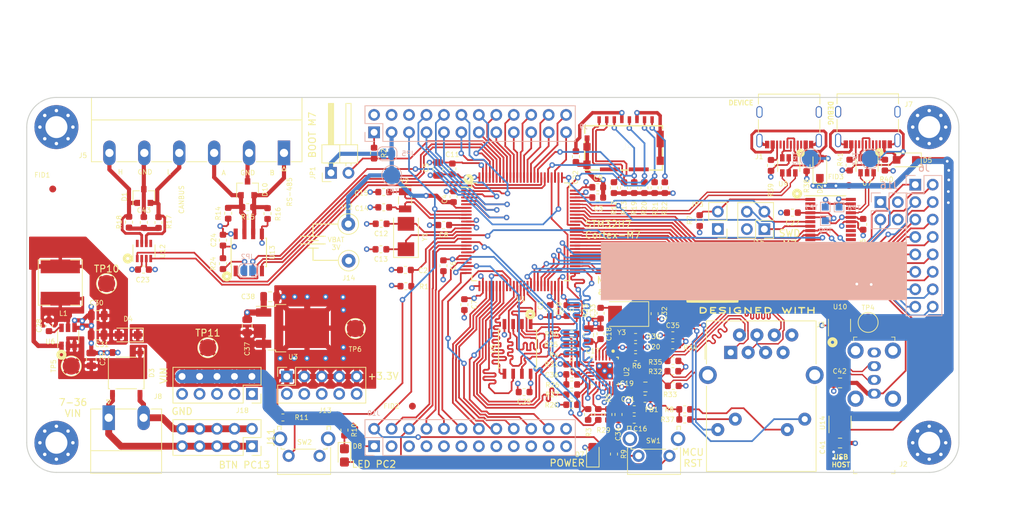
<source format=kicad_pcb>
(kicad_pcb (version 20171130) (host pcbnew 5.1.7-a382d34a8~87~ubuntu20.04.1)
  (layers (0 F.Cu signal) (1 In1.Cu power) (2 In2.Cu power) (31 B.Cu signal) (34 B.Paste user) (35 F.Paste user) (36 B.SilkS user hide) (37 F.SilkS user) (38 B.Mask user) (39 F.Mask user) (44 Edge.Cuts user))
  (net 0 "")
  (net 1 +3V3)
  (net 2 GND)
  (net 3 "Net-(C1-Pad1)")
  (net 4 "Net-(C3-Pad1)")
  (net 5 "Net-(C15-Pad1)")
  (net 6 "Net-(C14-Pad1)")
  (net 7 "Net-(C12-Pad1)")
  (net 8 "Net-(C13-Pad1)")
  (net 9 /USBH_D-)
  (net 10 /USBH_D+)
  (net 11 /USBD_D-)
  (net 12 /USBD_D+)
  (net 13 "Net-(R6-Pad1)")
  (net 14 /ENET_MDC)
  (net 15 /ENET_MDIO)
  (net 16 /ENET_REF_CLK)
  (net 17 /ENET_CRS_DV)
  (net 18 /ENET_RXD0)
  (net 19 /ENET_RXD1)
  (net 20 /ENET_TXEN)
  (net 21 /ENET_TXD0)
  (net 22 /ENET_TXD1)
  (net 23 /SDMMC_D0)
  (net 24 /SDMMC_CLK)
  (net 25 /SDMMC_CMD)
  (net 26 /CAN_TX)
  (net 27 /CAN_RX)
  (net 28 /CAN_L)
  (net 29 /CAN_H)
  (net 30 /~BOOT)
  (net 31 /~RESET)
  (net 32 /QSPI_IO1)
  (net 33 /QSPI_IO2)
  (net 34 /QSPI_IO0)
  (net 35 /QSPI_SCK)
  (net 36 /QSPI_IO3)
  (net 37 /~QSPI_CS)
  (net 38 /U1_TX)
  (net 39 /U1_RX)
  (net 40 /USB_SER_D+)
  (net 41 /USB_SER_D-)
  (net 42 /SWDIO)
  (net 43 /SWCLK)
  (net 44 VDC)
  (net 45 /RS485_RX)
  (net 46 /RS485_DE)
  (net 47 /RS485_TX)
  (net 48 "Net-(C33-Pad1)")
  (net 49 "Net-(C32-Pad1)")
  (net 50 /RD-)
  (net 51 /RD+)
  (net 52 /TD-)
  (net 53 /TD+)
  (net 54 /RS485_A)
  (net 55 /RS485_B)
  (net 56 /VBUS3)
  (net 57 /C_USBH_D-)
  (net 58 /C_USBH_D+)
  (net 59 /C_USBD_D+)
  (net 60 /C_USBD_D-)
  (net 61 /C_USB_SER_D-)
  (net 62 /C_USB_SER_D+)
  (net 63 /BOOT0_B)
  (net 64 /SWDIO_B)
  (net 65 /SWCLK_B)
  (net 66 /PE2)
  (net 67 /PE3)
  (net 68 /PE4)
  (net 69 /PE5)
  (net 70 /PE6)
  (net 71 /PC13)
  (net 72 /PC0)
  (net 73 /PC2)
  (net 74 /PC3)
  (net 75 /PA0)
  (net 76 /PA3)
  (net 77 /PA4)
  (net 78 /PA5)
  (net 79 /PA6)
  (net 80 /PB0)
  (net 81 /PB1)
  (net 82 /PE11)
  (net 83 /PE12)
  (net 84 /PE13)
  (net 85 /PE14)
  (net 86 /PE15)
  (net 87 /PB10)
  (net 88 /PD8)
  (net 89 /PD9)
  (net 90 /PD10)
  (net 91 /PD11)
  (net 92 /PD12)
  (net 93 /PD13)
  (net 94 /PD14)
  (net 95 /PD15)
  (net 96 /PC6)
  (net 97 /PC7)
  (net 98 /PC9)
  (net 99 /PA8)
  (net 100 /PC10)
  (net 101 /PD3)
  (net 102 /PD4)
  (net 103 /PD5)
  (net 104 /PD6)
  (net 105 /PD7)
  (net 106 /PB3)
  (net 107 /PB4)
  (net 108 /PB5)
  (net 109 /PB6)
  (net 110 /PB7)
  (net 111 "Net-(D8-Pad1)")
  (net 112 "Net-(D7-Pad1)")
  (net 113 "Net-(J3-PadL1)")
  (net 114 "Net-(C28-Pad2)")
  (net 115 "Net-(C28-Pad1)")
  (net 116 +BATT)
  (net 117 /DBG_RST)
  (net 118 "Net-(C43-Pad1)")
  (net 119 /SDMMC_D2)
  (net 120 /SDMMC_D3)
  (net 121 /SDMMC_D1)
  (net 122 /PE0)
  (net 123 /PE1)
  (net 124 /~RS485_RE)
  (net 125 VDDETH)
  (net 126 1V8ETH)
  (net 127 "Net-(J1-PadB5)")
  (net 128 "Net-(J1-PadA5)")
  (net 129 "Net-(J3-PadL2)")
  (net 130 "Net-(J3-PadL3)")
  (net 131 "Net-(J3-PadL4)")
  (net 132 "Net-(J7-PadB5)")
  (net 133 "Net-(J7-PadA5)")
  (net 134 "Net-(R29-Pad2)")
  (net 135 "Net-(R26-Pad2)")
  (net 136 /PHY_RXD0)
  (net 137 /PHY_RXD1)
  (net 138 /PHY_CRS_DV)
  (net 139 "Net-(C29-Pad1)")
  (net 140 +5V)
  (net 141 VBUS1)
  (net 142 VBUS2)
  (net 143 VDINB)
  (net 144 VDINA)
  (module footprints:105162-0001 (layer F.Cu) (at 145.5166 38.5191 180)
    (fp_text reference J4 (at -0.549 3.399) (layer F.SilkS) (effects (font (thickness 0.015))))
    (fp_text value 105162-0001)
    (pad 15 smd rect (at -2.204 0.105 180) (size 2.91 0.55) (layers F.Cu F.Paste F.Mask))
    (pad 14 smd rect (at 1.986 0.105 180) (size 2.91 0.55) (layers F.Cu F.Paste F.Mask))
    (pad 13 smd rect (at -5.325 4.535 180) (size 1.05 2.39) (layers F.Cu F.Paste F.Mask) (net 2 GND))
    (pad 12 smd rect (at -5.325 1.35 180) (size 1.05 1.2) (layers F.Cu F.Paste F.Mask) (net 2 GND))
    (pad 11 smd rect (at 5.325 0.78 180) (size 1.05 1.2) (layers F.Cu F.Paste F.Mask) (net 2 GND))
    (pad 10 smd rect (at 5.325 3.39 180) (size 1.05 1.08) (layers F.Cu F.Paste F.Mask) (net 2 GND))
    (pad 9 smd rect (at 5.31 4.66 180) (size 0.72 0.78) (layers F.Cu F.Paste F.Mask) (net 2 GND))
    (pad 8 smd rect (at -4.15 7.34 180) (size 0.5 1) (layers F.Cu F.Paste F.Mask) (net 121 /SDMMC_D1))
    (pad 7 smd rect (at -3.05 7.34 180) (size 0.5 1) (layers F.Cu F.Paste F.Mask) (net 23 /SDMMC_D0))
    (pad 6 smd rect (at -1.95 7.34 180) (size 0.5 1) (layers F.Cu F.Paste F.Mask) (net 2 GND))
    (pad 5 smd rect (at -0.85 7.34 180) (size 0.5 1) (layers F.Cu F.Paste F.Mask) (net 24 /SDMMC_CLK))
    (pad 4 smd rect (at 0.25 7.34 180) (size 0.5 1) (layers F.Cu F.Paste F.Mask) (net 1 +3V3))
    (pad 3 smd rect (at 1.35 7.34 180) (size 0.5 1) (layers F.Cu F.Paste F.Mask) (net 25 /SDMMC_CMD))
    (pad 2 smd rect (at 2.45 7.34 180) (size 0.5 1) (layers F.Cu F.Paste F.Mask) (net 120 /SDMMC_D3))
    (pad 1 smd rect (at 3.55 7.34 180) (size 0.5 1) (layers F.Cu F.Paste F.Mask) (net 119 /SDMMC_D2))
  )
  (module TestPoint:TestPoint_Pad_D2.5mm (layer F.Cu) (at 85.0265 64.389)
    (fp_text reference TP11 (at 0 -2.148) (layer F.SilkS))
    (fp_text value 5V_TP)
    (pad 1 smd circle (at 0 0) (size 2.5 2.5) (layers F.Cu F.Mask) (net 140 +5V))
  )
  (module TestPoint:TestPoint_Pad_D2.5mm (layer F.Cu) (at 70.2945 55.0545)
    (fp_text reference TP10 (at 0 -2.148) (layer F.SilkS))
    (fp_text value VDC_TP)
    (pad 1 smd circle (at 0 0) (size 2.5 2.5) (layers F.Cu F.Mask) (net 44 VDC))
  )
  (module Connector_PinSocket_2.54mm:PinSocket_2x02_P2.54mm_Vertical (layer B.Cu) (at 182.88 43.18 180)
    (fp_text reference J16 (at -1.27 2.413) (layer B.SilkS) (effects (justify mirror)))
    (fp_text value Conn_02x02_Odd_Even)
    (pad 4 thru_hole oval (at -2.54 -2.54 180) (size 1.7 1.7) (drill 1) (layers *.Cu *.Mask) (net 1 +3V3))
    (pad 3 thru_hole oval (at 0 -2.54 180) (size 1.7 1.7) (drill 1) (layers *.Cu *.Mask) (net 39 /U1_RX))
    (pad 2 thru_hole oval (at -2.54 0 180) (size 1.7 1.7) (drill 1) (layers *.Cu *.Mask) (net 2 GND))
    (pad 1 thru_hole rect (at 0 0 180) (size 1.7 1.7) (drill 1) (layers *.Cu *.Mask) (net 38 /U1_TX))
  )
  (module Connector_PinSocket_2.54mm:PinSocket_2x08_P2.54mm_Vertical (layer B.Cu) (at 187.96 40.64 180)
    (fp_text reference J6 (at -1.27 2.413) (layer B.SilkS) (effects (justify mirror)))
    (fp_text value Conn_02x12_Odd_Even)
    (pad 16 thru_hole oval (at -2.54 -17.78 180) (size 1.7 1.7) (drill 1) (layers *.Cu *.Mask) (net 84 /PE13))
    (pad 15 thru_hole oval (at 0 -17.78 180) (size 1.7 1.7) (drill 1) (layers *.Cu *.Mask) (net 85 /PE14))
    (pad 14 thru_hole oval (at -2.54 -15.24 180) (size 1.7 1.7) (drill 1) (layers *.Cu *.Mask) (net 86 /PE15))
    (pad 13 thru_hole oval (at 0 -15.24 180) (size 1.7 1.7) (drill 1) (layers *.Cu *.Mask) (net 87 /PB10))
    (pad 12 thru_hole oval (at -2.54 -12.7 180) (size 1.7 1.7) (drill 1) (layers *.Cu *.Mask) (net 88 /PD8))
    (pad 11 thru_hole oval (at 0 -12.7 180) (size 1.7 1.7) (drill 1) (layers *.Cu *.Mask) (net 89 /PD9))
    (pad 10 thru_hole oval (at -2.54 -10.16 180) (size 1.7 1.7) (drill 1) (layers *.Cu *.Mask) (net 90 /PD10))
    (pad 9 thru_hole oval (at 0 -10.16 180) (size 1.7 1.7) (drill 1) (layers *.Cu *.Mask) (net 91 /PD11))
    (pad 8 thru_hole oval (at -2.54 -7.62 180) (size 1.7 1.7) (drill 1) (layers *.Cu *.Mask) (net 92 /PD12))
    (pad 7 thru_hole oval (at 0 -7.62 180) (size 1.7 1.7) (drill 1) (layers *.Cu *.Mask) (net 93 /PD13))
    (pad 6 thru_hole oval (at -2.54 -5.08 180) (size 1.7 1.7) (drill 1) (layers *.Cu *.Mask) (net 94 /PD14))
    (pad 5 thru_hole oval (at 0 -5.08 180) (size 1.7 1.7) (drill 1) (layers *.Cu *.Mask) (net 95 /PD15))
    (pad 4 thru_hole oval (at -2.54 -2.54 180) (size 1.7 1.7) (drill 1) (layers *.Cu *.Mask) (net 96 /PC6))
    (pad 3 thru_hole oval (at 0 -2.54 180) (size 1.7 1.7) (drill 1) (layers *.Cu *.Mask) (net 97 /PC7))
    (pad 2 thru_hole oval (at -2.54 0 180) (size 1.7 1.7) (drill 1) (layers *.Cu *.Mask) (net 98 /PC9))
    (pad 1 thru_hole rect (at 0 0 180) (size 1.7 1.7) (drill 1) (layers *.Cu *.Mask) (net 99 /PA8))
  )
  (module Connector_PinSocket_2.54mm:PinSocket_2x05_P2.54mm_Vertical (layer F.Cu) (at 91.44 78.74 270)
    (fp_text reference J11 (at -1.27 -2.77 90) (layer F.SilkS))
    (fp_text value Conn_02x05_Odd_Even)
    (pad 10 thru_hole oval (at -2.54 10.16 270) (size 1.7 1.7) (drill 1) (layers *.Cu *.Mask) (net 143 VDINB))
    (pad 9 thru_hole oval (at 0 10.16 270) (size 1.7 1.7) (drill 1) (layers *.Cu *.Mask) (net 144 VDINA))
    (pad 8 thru_hole oval (at -2.54 7.62 270) (size 1.7 1.7) (drill 1) (layers *.Cu *.Mask) (net 143 VDINB))
    (pad 7 thru_hole oval (at 0 7.62 270) (size 1.7 1.7) (drill 1) (layers *.Cu *.Mask) (net 144 VDINA))
    (pad 6 thru_hole oval (at -2.54 5.08 270) (size 1.7 1.7) (drill 1) (layers *.Cu *.Mask) (net 143 VDINB))
    (pad 5 thru_hole oval (at 0 5.08 270) (size 1.7 1.7) (drill 1) (layers *.Cu *.Mask) (net 144 VDINA))
    (pad 4 thru_hole oval (at -2.54 2.54 270) (size 1.7 1.7) (drill 1) (layers *.Cu *.Mask) (net 143 VDINB))
    (pad 3 thru_hole oval (at 0 2.54 270) (size 1.7 1.7) (drill 1) (layers *.Cu *.Mask) (net 144 VDINA))
    (pad 2 thru_hole oval (at -2.54 0 270) (size 1.7 1.7) (drill 1) (layers *.Cu *.Mask) (net 143 VDINB))
    (pad 1 thru_hole rect (at 0 0 270) (size 1.7 1.7) (drill 1) (layers *.Cu *.Mask) (net 144 VDINA))
  )
  (module Connector_PinHeader_2.54mm:PinHeader_1x02_P2.54mm_Vertical (layer F.Cu) (at 159.2326 47.1043 180)
    (fp_text reference JP3 (at 3.0226 3.5941) (layer F.SilkS) (effects (font (size 0.7 0.7) (thickness 0.1))))
    (fp_text value BOOTB)
    (pad 2 thru_hole oval (at 0 2.54 180) (size 1.7 1.7) (drill 1) (layers *.Cu *.Mask) (net 63 /BOOT0_B))
    (pad 1 thru_hole rect (at 0 0 180) (size 1.7 1.7) (drill 1) (layers *.Cu *.Mask) (net 1 +3V3))
  )
  (module TestPoint:TestPoint_Pad_1.0x1.0mm (layer B.Cu) (at 174.8663 45.8851)
    (fp_text reference TP9 (at 0 1.448) (layer B.SilkS) (effects (font (size 0.7 0.7) (thickness 0.1)) (justify mirror)))
    (fp_text value M0-RST)
    (pad 1 smd rect (at 0 0) (size 1 1) (layers B.Cu B.Mask) (net 117 /DBG_RST))
  )
  (module TestPoint:TestPoint_Pad_1.0x1.0mm (layer B.Cu) (at 176.8729 43.9039)
    (fp_text reference TP8 (at 2.159 0.1524) (layer B.SilkS) (effects (font (size 0.7 0.7) (thickness 0.1)) (justify mirror)))
    (fp_text value M0-SWCLK)
    (pad 1 smd rect (at 0 0) (size 1 1) (layers B.Cu B.Mask) (net 65 /SWCLK_B))
  )
  (module TestPoint:TestPoint_Pad_1.0x1.0mm (layer B.Cu) (at 174.8663 43.9039)
    (fp_text reference TP7 (at -2.0193 0.0762) (layer B.SilkS) (effects (font (size 0.7 0.7) (thickness 0.1)) (justify mirror)))
    (fp_text value M0-SWDIO)
    (pad 1 smd rect (at 0 0) (size 1 1) (layers B.Cu B.Mask) (net 64 /SWDIO_B))
  )
  (module Package_TO_SOT_SMD:TO-252-2 (layer F.Cu) (at 97.3582 61.5442)
    (fp_text reference U3 (at 0.0762 4.191) (layer F.SilkS) (effects (font (size 0.7 0.7) (thickness 0.1))))
    (fp_text value AZ1117CD-3.3TRG1)
    (pad 2 smd rect (at 2.1 0) (size 6.4 5.8) (layers F.Cu F.Mask) (net 1 +3V3))
    (pad 3 smd rect (at -4.2 2.28) (size 2.2 1.2) (layers F.Cu F.Paste F.Mask) (net 140 +5V))
    (pad 1 smd rect (at -4.2 -2.28) (size 2.2 1.2) (layers F.Cu F.Paste F.Mask) (net 2 GND))
  )
  (module Diode_SMD:D_SOD-123F (layer F.Cu) (at 186.6392 37.0332 180)
    (fp_text reference D5 (at -3.0988 -0.0508) (layer F.SilkS) (effects (font (size 0.7 0.7) (thickness 0.1))))
    (fp_text value MBR120VLSFT3G)
    (pad 2 smd rect (at 1.4 0 180) (size 1.1 1.1) (layers F.Cu F.Paste F.Mask) (net 142 VBUS2))
    (pad 1 smd rect (at -1.4 0 180) (size 1.1 1.1) (layers F.Cu F.Paste F.Mask) (net 140 +5V))
  )
  (module Diode_SMD:D_SOD-123F (layer F.Cu) (at 73.4314 62.5348 180)
    (fp_text reference D4 (at 0 2.3368) (layer F.SilkS) (effects (font (size 0.7 0.7) (thickness 0.1))))
    (fp_text value MBR120VLSFT3G)
    (pad 2 smd rect (at 1.4 0 180) (size 1.1 1.1) (layers F.Cu F.Paste F.Mask) (net 44 VDC))
    (pad 1 smd rect (at -1.4 0 180) (size 1.1 1.1) (layers F.Cu F.Paste F.Mask) (net 140 +5V))
  )
  (module Diode_SMD:Diode_Bridge_Diotec_ABS (layer F.Cu) (at 73.152 68.072 270)
    (fp_text reference D3 (at 0 -3.7 90) (layer F.SilkS) (effects (font (size 0.7 0.7) (thickness 0.1))))
    (fp_text value ABS6UTR)
    (pad 4 smd rect (at 2.975 -2 270) (size 1 0.7) (layers F.Cu F.Paste F.Mask) (net 143 VDINB))
    (pad 3 smd rect (at 2.975 2 270) (size 1 0.7) (layers F.Cu F.Paste F.Mask) (net 144 VDINA))
    (pad 2 smd rect (at -2.975 2 270) (size 1 0.7) (layers F.Cu F.Paste F.Mask) (net 2 GND))
    (pad 1 smd rect (at -2.975 -2 270) (size 1 0.7) (layers F.Cu F.Paste F.Mask) (net 139 "Net-(C29-Pad1)"))
  )
  (module Diode_SMD:D_SOD-123F (layer F.Cu) (at 174.0789 38.2397 90)
    (fp_text reference D2 (at -3.0353 0.0381 90) (layer F.SilkS) (effects (font (size 0.7 0.7) (thickness 0.1))))
    (fp_text value MBR120VLSFT3G)
    (pad 2 smd rect (at 1.4 0 90) (size 1.1 1.1) (layers F.Cu F.Paste F.Mask) (net 141 VBUS1))
    (pad 1 smd rect (at -1.4 0 90) (size 1.1 1.1) (layers F.Cu F.Paste F.Mask) (net 140 +5V))
  )
  (module Capacitor_SMD:C_0805_2012Metric (layer F.Cu) (at 94.0816 56.9722 180)
    (fp_text reference C38 (at 3.2004 0.0254) (layer F.SilkS) (effects (font (size 0.7 0.7) (thickness 0.1))))
    (fp_text value 2.2u)
    (pad 2 smd roundrect (at 0.9375 0 180) (size 0.975 1.4) (layers F.Cu F.Paste F.Mask) (net 2 GND))
    (pad 1 smd roundrect (at -0.9375 0 180) (size 0.975 1.4) (layers F.Cu F.Paste F.Mask) (net 1 +3V3))
  )
  (module Capacitor_SMD:C_0805_2012Metric (layer F.Cu) (at 90.7542 61.2394 90)
    (fp_text reference C37 (at -3.3274 0 90) (layer F.SilkS) (effects (font (size 0.7 0.7) (thickness 0.1))))
    (fp_text value 2.2u)
    (pad 2 smd roundrect (at 0.9375 0 90) (size 0.975 1.4) (layers F.Cu F.Paste F.Mask) (net 2 GND))
    (pad 1 smd roundrect (at -0.9375 0 90) (size 0.975 1.4) (layers F.Cu F.Paste F.Mask) (net 140 +5V))
  )
  (module footprints:Microchip-C04-143B-S4QFN-0-0-IPC_C (layer F.Cu) (at 142.748 67.7672 270)
    (fp_text reference U2 (at -0.635 -3.21056 90) (layer F.SilkS) (effects (font (size 0.7 0.7) (thickness 0.1)) (justify right)))
    (fp_text value LAN8742A-CZ-TR hide)
    (pad 25 smd rect (at 0 0 270) (size 2.5 2.5) (layers F.Cu F.Mask) (net 2 GND))
    (pad 24 smd roundrect (at -1.25 -1.875532 270) (size 0.239283 0.761066) (layers F.Cu F.Paste F.Mask) (roundrect_rratio 0.5) (net 13 "Net-(R6-Pad1)"))
    (pad 23 smd roundrect (at -0.75 -1.875532 270) (size 0.239283 0.761066) (layers F.Cu F.Paste F.Mask) (roundrect_rratio 0.5) (net 51 /RD+))
    (pad 22 smd roundrect (at -0.25 -1.875532 270) (size 0.239283 0.761066) (layers F.Cu F.Paste F.Mask) (roundrect_rratio 0.5) (net 50 /RD-))
    (pad 21 smd roundrect (at 0.250001 -1.875532 270) (size 0.239283 0.761066) (layers F.Cu F.Paste F.Mask) (roundrect_rratio 0.5) (net 53 /TD+))
    (pad 20 smd roundrect (at 0.750001 -1.875532 270) (size 0.239283 0.761066) (layers F.Cu F.Paste F.Mask) (roundrect_rratio 0.5) (net 52 /TD-))
    (pad 19 smd roundrect (at 1.250001 -1.875532 270) (size 0.239283 0.761066) (layers F.Cu F.Paste F.Mask) (roundrect_rratio 0.5) (net 125 VDDETH))
    (pad 12 smd roundrect (at 1.250001 1.875532 270) (size 0.239283 0.761066) (layers F.Cu F.Paste F.Mask) (roundrect_rratio 0.5) (net 15 /ENET_MDIO))
    (pad 11 smd roundrect (at 0.750001 1.875532 270) (size 0.239283 0.761066) (layers F.Cu F.Paste F.Mask) (roundrect_rratio 0.5) (net 138 /PHY_CRS_DV))
    (pad 10 smd roundrect (at 0.250001 1.875532 270) (size 0.239283 0.761066) (layers F.Cu F.Paste F.Mask) (roundrect_rratio 0.5) (net 135 "Net-(R26-Pad2)"))
    (pad 9 smd roundrect (at -0.25 1.875532 270) (size 0.239283 0.761066) (layers F.Cu F.Paste F.Mask) (roundrect_rratio 0.5) (net 1 +3V3))
    (pad 8 smd roundrect (at -0.75 1.875532 270) (size 0.239283 0.761066) (layers F.Cu F.Paste F.Mask) (roundrect_rratio 0.5) (net 136 /PHY_RXD0))
    (pad 7 smd roundrect (at -1.25 1.875532 270) (size 0.239283 0.761066) (layers F.Cu F.Paste F.Mask) (roundrect_rratio 0.5) (net 137 /PHY_RXD1))
    (pad 18 smd roundrect (at 1.875532 -1.25 270) (size 0.761066 0.239283) (layers F.Cu F.Paste F.Mask) (roundrect_rratio 0.5) (net 22 /ENET_TXD1))
    (pad 17 smd roundrect (at 1.875532 -0.75 270) (size 0.761066 0.239283) (layers F.Cu F.Paste F.Mask) (roundrect_rratio 0.5) (net 21 /ENET_TXD0))
    (pad 16 smd roundrect (at 1.875532 -0.25 270) (size 0.761066 0.239283) (layers F.Cu F.Paste F.Mask) (roundrect_rratio 0.5) (net 20 /ENET_TXEN))
    (pad 15 smd roundrect (at 1.875532 0.250001 270) (size 0.761066 0.239283) (layers F.Cu F.Paste F.Mask) (roundrect_rratio 0.5))
    (pad 14 smd roundrect (at 1.875532 0.750001 270) (size 0.761066 0.239283) (layers F.Cu F.Paste F.Mask) (roundrect_rratio 0.5) (net 134 "Net-(R29-Pad2)"))
    (pad 13 smd roundrect (at 1.875532 1.250001 270) (size 0.761066 0.239283) (layers F.Cu F.Paste F.Mask) (roundrect_rratio 0.5) (net 14 /ENET_MDC))
    (pad 6 smd roundrect (at -1.875532 1.250001 270) (size 0.761066 0.239283) (layers F.Cu F.Paste F.Mask) (roundrect_rratio 0.5) (net 126 1V8ETH))
    (pad 5 smd roundrect (at -1.875532 0.750001 270) (size 0.761066 0.239283) (layers F.Cu F.Paste F.Mask) (roundrect_rratio 0.5) (net 48 "Net-(C33-Pad1)"))
    (pad 4 smd roundrect (at -1.875532 0.250001 270) (size 0.761066 0.239283) (layers F.Cu F.Paste F.Mask) (roundrect_rratio 0.5) (net 49 "Net-(C32-Pad1)"))
    (pad 3 smd roundrect (at -1.875532 -0.25 270) (size 0.761066 0.239283) (layers F.Cu F.Paste F.Mask) (roundrect_rratio 0.5) (net 131 "Net-(J3-PadL4)"))
    (pad 2 smd roundrect (at -1.875532 -0.75 270) (size 0.761066 0.239283) (layers F.Cu F.Paste F.Mask) (roundrect_rratio 0.5) (net 113 "Net-(J3-PadL1)"))
    (pad 1 smd rect (at -1.875532 -1.25 270) (size 0.761066 0.239283) (layers F.Cu F.Paste F.Mask) (net 125 VDDETH))
  )
  (module Resistor_SMD:R_0603_1608Metric (layer F.Cu) (at 178.4096 37.7952 90)
    (fp_text reference R41 (at 0.8382 -1.3716 90) (layer F.SilkS) (effects (font (size 0.7 0.7) (thickness 0.1))))
    (fp_text value 5K1)
    (pad 2 smd roundrect (at 0.7875 0 90) (size 0.875 0.95) (layers F.Cu F.Paste F.Mask) (net 132 "Net-(J7-PadB5)"))
    (pad 1 smd roundrect (at -0.7875 0 90) (size 0.875 0.95) (layers F.Cu F.Paste F.Mask) (net 2 GND))
  )
  (module Resistor_SMD:R_0603_1608Metric (layer F.Cu) (at 183.5404 37.7952 90)
    (fp_text reference R40 (at -2.0828 0.2286 180) (layer F.SilkS) (effects (font (size 0.7 0.7) (thickness 0.1))))
    (fp_text value 5K1)
    (pad 2 smd roundrect (at 0.7875 0 90) (size 0.875 0.95) (layers F.Cu F.Paste F.Mask) (net 133 "Net-(J7-PadA5)"))
    (pad 1 smd roundrect (at -0.7875 0 90) (size 0.875 0.95) (layers F.Cu F.Paste F.Mask) (net 2 GND))
  )
  (module Resistor_SMD:R_0603_1608Metric (layer F.Cu) (at 166.9669 37.8333 90)
    (fp_text reference R39 (at -3.62966 -0.02794 90) (layer F.SilkS) (effects (font (size 0.7 0.7) (thickness 0.1))))
    (fp_text value 5K1)
    (pad 2 smd roundrect (at 0.7875 0 90) (size 0.875 0.95) (layers F.Cu F.Paste F.Mask) (net 127 "Net-(J1-PadB5)"))
    (pad 1 smd roundrect (at -0.7875 0 90) (size 0.875 0.95) (layers F.Cu F.Paste F.Mask) (net 2 GND))
  )
  (module Resistor_SMD:R_0603_1608Metric (layer F.Cu) (at 172.1485 37.8841 90)
    (fp_text reference R38 (at -2.9464 0.0127 270) (layer F.SilkS) (effects (font (size 0.7 0.7) (thickness 0.1))))
    (fp_text value 5K1)
    (pad 2 smd roundrect (at 0.7875 0 90) (size 0.875 0.95) (layers F.Cu F.Paste F.Mask) (net 128 "Net-(J1-PadA5)"))
    (pad 1 smd roundrect (at -0.7875 0 90) (size 0.875 0.95) (layers F.Cu F.Paste F.Mask) (net 2 GND))
  )
  (module Resistor_SMD:R_0603_1608Metric (layer F.Cu) (at 154.41168 74.83856)
    (fp_text reference R37 (at -2.50698 0.01778) (layer F.SilkS) (effects (font (size 0.7 0.7) (thickness 0.1))))
    (fp_text value 220R)
    (pad 2 smd roundrect (at 0.7875 0) (size 0.875 0.95) (layers F.Cu F.Paste F.Mask) (net 130 "Net-(J3-PadL3)"))
    (pad 1 smd roundrect (at -0.7875 0) (size 0.875 0.95) (layers F.Cu F.Paste F.Mask) (net 2 GND))
  )
  (module Resistor_SMD:R_0603_1608Metric (layer F.Cu) (at 147.26666 62.8269 180)
    (fp_text reference R36 (at -2.61112 0.06604) (layer F.SilkS) (effects (font (size 0.7 0.7) (thickness 0.1))))
    (fp_text value 10K)
    (pad 2 smd roundrect (at 0.7875 0 180) (size 0.875 0.95) (layers F.Cu F.Paste F.Mask) (net 113 "Net-(J3-PadL1)"))
    (pad 1 smd roundrect (at -0.7875 0 180) (size 0.875 0.95) (layers F.Cu F.Paste F.Mask) (net 2 GND))
  )
  (module Resistor_SMD:R_0603_1608Metric (layer F.Cu) (at 152.69972 66.31178)
    (fp_text reference R35 (at -2.5654 0.18542) (layer F.SilkS) (effects (font (size 0.7 0.7) (thickness 0.1))))
    (fp_text value 49.9R)
    (pad 2 smd roundrect (at 0.7875 0) (size 0.875 0.95) (layers F.Cu F.Paste F.Mask) (net 125 VDDETH))
    (pad 1 smd roundrect (at -0.7875 0) (size 0.875 0.95) (layers F.Cu F.Paste F.Mask) (net 50 /RD-))
  )
  (module Resistor_SMD:R_0603_1608Metric (layer F.Cu) (at 152.67686 64.03848)
    (fp_text reference R34 (at 2.56032 0.3937) (layer F.SilkS) (effects (font (size 0.7 0.7) (thickness 0.1))))
    (fp_text value 49.9R)
    (pad 2 smd roundrect (at 0.7875 0) (size 0.875 0.95) (layers F.Cu F.Paste F.Mask) (net 125 VDDETH))
    (pad 1 smd roundrect (at -0.7875 0) (size 0.875 0.95) (layers F.Cu F.Paste F.Mask) (net 51 /RD+))
  )
  (module Resistor_SMD:R_0603_1608Metric (layer F.Cu) (at 152.7429 69.94398)
    (fp_text reference R33 (at -0.44704 1.27254) (layer F.SilkS) (effects (font (size 0.7 0.7) (thickness 0.1))))
    (fp_text value 49.9R)
    (pad 2 smd roundrect (at 0.7875 0) (size 0.875 0.95) (layers F.Cu F.Paste F.Mask) (net 125 VDDETH))
    (pad 1 smd roundrect (at -0.7875 0) (size 0.875 0.95) (layers F.Cu F.Paste F.Mask) (net 52 /TD-))
  )
  (module Resistor_SMD:R_0603_1608Metric (layer F.Cu) (at 152.68702 67.81038)
    (fp_text reference R32 (at -2.5527 0.05842) (layer F.SilkS) (effects (font (size 0.7 0.7) (thickness 0.1))))
    (fp_text value 49.9R)
    (pad 2 smd roundrect (at 0.7875 0) (size 0.875 0.95) (layers F.Cu F.Paste F.Mask) (net 125 VDDETH))
    (pad 1 smd roundrect (at -0.7875 0) (size 0.875 0.95) (layers F.Cu F.Paste F.Mask) (net 53 /TD+))
  )
  (module Resistor_SMD:R_0603_1608Metric (layer F.Cu) (at 137.9728 66.802 180)
    (fp_text reference R31 (at 2.9464 -0.03556) (layer F.SilkS) (effects (font (size 0.7 0.7) (thickness 0.1))))
    (fp_text value 10K)
    (pad 2 smd roundrect (at 0.7875 0 180) (size 0.875 0.95) (layers F.Cu F.Paste F.Mask) (net 1 +3V3))
    (pad 1 smd roundrect (at -0.7875 0 180) (size 0.875 0.95) (layers F.Cu F.Paste F.Mask) (net 136 /PHY_RXD0))
  )
  (module Resistor_SMD:R_0603_1608Metric (layer F.Cu) (at 137.9728 62.3824 180)
    (fp_text reference R30 (at 2.93116 -0.0508) (layer F.SilkS) (effects (font (size 0.7 0.7) (thickness 0.1))))
    (fp_text value 10K)
    (pad 2 smd roundrect (at 0.7875 0 180) (size 0.875 0.95) (layers F.Cu F.Paste F.Mask) (net 1 +3V3))
    (pad 1 smd roundrect (at -0.7875 0 180) (size 0.875 0.95) (layers F.Cu F.Paste F.Mask) (net 137 /PHY_RXD1))
  )
  (module Resistor_SMD:R_0603_1608Metric (layer F.Cu) (at 141.8336 74.1172 90)
    (fp_text reference R29 (at -2.29108 0.75692 180) (layer F.SilkS) (effects (font (size 0.7 0.7) (thickness 0.1))))
    (fp_text value 33R)
    (pad 2 smd roundrect (at 0.7875 0 90) (size 0.875 0.95) (layers F.Cu F.Paste F.Mask) (net 134 "Net-(R29-Pad2)"))
    (pad 1 smd roundrect (at -0.7875 0 90) (size 0.875 0.95) (layers F.Cu F.Paste F.Mask) (net 16 /ENET_REF_CLK))
  )
  (module Resistor_SMD:R_0603_1608Metric (layer F.Cu) (at 137.9728 72.6948 180)
    (fp_text reference R28 (at 2.90576 -0.04572) (layer F.SilkS) (effects (font (size 0.7 0.7) (thickness 0.1))))
    (fp_text value 10K)
    (pad 2 smd roundrect (at 0.7875 0 180) (size 0.875 0.95) (layers F.Cu F.Paste F.Mask) (net 1 +3V3))
    (pad 1 smd roundrect (at -0.7875 0 180) (size 0.875 0.95) (layers F.Cu F.Paste F.Mask) (net 138 /PHY_CRS_DV))
  )
  (module Resistor_SMD:R_0603_1608Metric (layer F.Cu) (at 137.9728 71.2216)
    (fp_text reference R27 (at -2.82956 0.00508) (layer F.SilkS) (effects (font (size 0.7 0.7) (thickness 0.1))))
    (fp_text value 33R)
    (pad 2 smd roundrect (at 0.7875 0) (size 0.875 0.95) (layers F.Cu F.Paste F.Mask) (net 138 /PHY_CRS_DV))
    (pad 1 smd roundrect (at -0.7875 0) (size 0.875 0.95) (layers F.Cu F.Paste F.Mask) (net 17 /ENET_CRS_DV))
  )
  (module Resistor_SMD:R_0603_1608Metric (layer F.Cu) (at 137.9728 69.7484)
    (fp_text reference R26 (at -2.79908 0.07112) (layer F.SilkS) (effects (font (size 0.7 0.7) (thickness 0.1))))
    (fp_text value 10K)
    (pad 2 smd roundrect (at 0.7875 0) (size 0.875 0.95) (layers F.Cu F.Paste F.Mask) (net 135 "Net-(R26-Pad2)"))
    (pad 1 smd roundrect (at -0.7875 0) (size 0.875 0.95) (layers F.Cu F.Paste F.Mask) (net 2 GND))
  )
  (module Resistor_SMD:R_0603_1608Metric (layer F.Cu) (at 137.9728 63.8556)
    (fp_text reference R25 (at -3.00736 0.08636) (layer F.SilkS) (effects (font (size 0.7 0.7) (thickness 0.1))))
    (fp_text value 33R)
    (pad 2 smd roundrect (at 0.7875 0) (size 0.875 0.95) (layers F.Cu F.Paste F.Mask) (net 137 /PHY_RXD1))
    (pad 1 smd roundrect (at -0.7875 0) (size 0.875 0.95) (layers F.Cu F.Paste F.Mask) (net 19 /ENET_RXD1))
  )
  (module Resistor_SMD:R_0603_1608Metric (layer F.Cu) (at 87.2236 52.1462 90)
    (fp_text reference R24 (at 0 -1.43 90) (layer F.SilkS) (effects (font (size 0.7 0.7) (thickness 0.1))))
    (fp_text value 2K2)
    (pad 2 smd roundrect (at 0.7875 0 90) (size 0.875 0.95) (layers F.Cu F.Paste F.Mask) (net 2 GND))
    (pad 1 smd roundrect (at -0.7875 0 90) (size 0.875 0.95) (layers F.Cu F.Paste F.Mask) (net 124 /~RS485_RE))
  )
  (module Resistor_SMD:R_0603_1608Metric (layer F.Cu) (at 138.7094 58.9788 270)
    (fp_text reference R23 (at 0 -1.2446 90) (layer F.SilkS) (effects (font (size 0.7 0.7) (thickness 0.1))))
    (fp_text value 4K7)
    (pad 2 smd roundrect (at 0.7875 0 270) (size 0.875 0.95) (layers F.Cu F.Paste F.Mask) (net 37 /~QSPI_CS))
    (pad 1 smd roundrect (at -0.7875 0 270) (size 0.875 0.95) (layers F.Cu F.Paste F.Mask) (net 1 +3V3))
  )
  (module Resistor_SMD:R_0603_1608Metric (layer F.Cu) (at 151.5174 41.0777 90)
    (fp_text reference R22 (at -3.03276 -0.03048 90) (layer F.SilkS) (effects (font (size 0.7 0.7) (thickness 0.1))))
    (fp_text value 4K7)
    (pad 2 smd roundrect (at 0.7875 0 90) (size 0.875 0.95) (layers F.Cu F.Paste F.Mask) (net 121 /SDMMC_D1))
    (pad 1 smd roundrect (at -0.7875 0 90) (size 0.875 0.95) (layers F.Cu F.Paste F.Mask) (net 1 +3V3))
  )
  (module Resistor_SMD:R_0603_1608Metric (layer F.Cu) (at 150.03404 41.0777 90)
    (fp_text reference R21 (at -3.0734 0.1016 90) (layer F.SilkS) (effects (font (size 0.7 0.7) (thickness 0.1))))
    (fp_text value 4K7)
    (pad 2 smd roundrect (at 0.7875 0 90) (size 0.875 0.95) (layers F.Cu F.Paste F.Mask) (net 23 /SDMMC_D0))
    (pad 1 smd roundrect (at -0.7875 0 90) (size 0.875 0.95) (layers F.Cu F.Paste F.Mask) (net 1 +3V3))
  )
  (module Resistor_SMD:R_0603_1608Metric (layer F.Cu) (at 148.55068 41.0777 90)
    (fp_text reference R20 (at -2.9972 -0.0254 90) (layer F.SilkS) (effects (font (size 0.7 0.7) (thickness 0.1))))
    (fp_text value 4K7)
    (pad 2 smd roundrect (at 0.7875 0 90) (size 0.875 0.95) (layers F.Cu F.Paste F.Mask) (net 24 /SDMMC_CLK))
    (pad 1 smd roundrect (at -0.7875 0 90) (size 0.875 0.95) (layers F.Cu F.Paste F.Mask) (net 1 +3V3))
  )
  (module Resistor_SMD:R_0603_1608Metric (layer F.Cu) (at 147.06732 41.0777 90)
    (fp_text reference R19 (at -2.9845 -0.0127 90) (layer F.SilkS) (effects (font (size 0.7 0.7) (thickness 0.1))))
    (fp_text value 4K7)
    (pad 2 smd roundrect (at 0.7875 0 90) (size 0.875 0.95) (layers F.Cu F.Paste F.Mask) (net 25 /SDMMC_CMD))
    (pad 1 smd roundrect (at -0.7875 0 90) (size 0.875 0.95) (layers F.Cu F.Paste F.Mask) (net 1 +3V3))
  )
  (module Resistor_SMD:R_0603_1608Metric (layer F.Cu) (at 73.5584 46.101 90)
    (fp_text reference R18 (at 0 -1.43 90) (layer F.SilkS) (effects (font (size 0.7 0.7) (thickness 0.1))))
    (fp_text value 60R)
    (pad 2 smd roundrect (at 0.7875 0 90) (size 0.875 0.95) (layers F.Cu F.Paste F.Mask) (net 29 /CAN_H))
    (pad 1 smd roundrect (at -0.7875 0 90) (size 0.875 0.95) (layers F.Cu F.Paste F.Mask) (net 118 "Net-(C43-Pad1)"))
  )
  (module Resistor_SMD:R_0603_1608Metric (layer F.Cu) (at 77.851 46.1518 90)
    (fp_text reference R17 (at 0.08128 1.52908 90) (layer F.SilkS) (effects (font (size 0.7 0.7) (thickness 0.1))))
    (fp_text value 60R)
    (pad 2 smd roundrect (at 0.7875 0 90) (size 0.875 0.95) (layers F.Cu F.Paste F.Mask) (net 28 /CAN_L))
    (pad 1 smd roundrect (at -0.7875 0 90) (size 0.875 0.95) (layers F.Cu F.Paste F.Mask) (net 118 "Net-(C43-Pad1)"))
  )
  (module Resistor_SMD:R_0603_1608Metric (layer F.Cu) (at 93.71584 44.85132 90)
    (fp_text reference R16 (at -0.07112 1.51892 90) (layer F.SilkS) (effects (font (size 0.7 0.7) (thickness 0.1))))
    (fp_text value 2K2)
    (pad 2 smd roundrect (at 0.7875 0 90) (size 0.875 0.95) (layers F.Cu F.Paste F.Mask) (net 54 /RS485_A))
    (pad 1 smd roundrect (at -0.7875 0 90) (size 0.875 0.95) (layers F.Cu F.Paste F.Mask) (net 2 GND))
  )
  (module Resistor_SMD:R_0603_1608Metric (layer F.Cu) (at 90.8304 43.9166 180)
    (fp_text reference R15 (at 0 -1.43) (layer F.SilkS) (effects (font (size 0.7 0.7) (thickness 0.1))))
    (fp_text value 120R)
    (pad 2 smd roundrect (at 0.7875 0 180) (size 0.875 0.95) (layers F.Cu F.Paste F.Mask) (net 55 /RS485_B))
    (pad 1 smd roundrect (at -0.7875 0 180) (size 0.875 0.95) (layers F.Cu F.Paste F.Mask) (net 54 /RS485_A))
  )
  (module Resistor_SMD:R_0603_1608Metric (layer F.Cu) (at 87.9856 44.80814 270)
    (fp_text reference R14 (at 0.00254 1.45288 90) (layer F.SilkS) (effects (font (size 0.7 0.7) (thickness 0.1))))
    (fp_text value 2K2)
    (pad 2 smd roundrect (at 0.7875 0 270) (size 0.875 0.95) (layers F.Cu F.Paste F.Mask) (net 1 +3V3))
    (pad 1 smd roundrect (at -0.7875 0 270) (size 0.875 0.95) (layers F.Cu F.Paste F.Mask) (net 55 /RS485_B))
  )
  (module Resistor_SMD:R_0603_1608Metric (layer F.Cu) (at 145.5801 41.0777 90)
    (fp_text reference R13 (at -2.9591 0 90) (layer F.SilkS) (effects (font (size 0.7 0.7) (thickness 0.1))))
    (fp_text value 4K7)
    (pad 2 smd roundrect (at 0.7875 0 90) (size 0.875 0.95) (layers F.Cu F.Paste F.Mask) (net 120 /SDMMC_D3))
    (pad 1 smd roundrect (at -0.7875 0 90) (size 0.875 0.95) (layers F.Cu F.Paste F.Mask) (net 1 +3V3))
  )
  (module Resistor_SMD:R_0603_1608Metric (layer F.Cu) (at 144.1196 41.0777 90)
    (fp_text reference R12 (at -2.9464 0 90) (layer F.SilkS) (effects (font (size 0.7 0.7) (thickness 0.1))))
    (fp_text value 4K7)
    (pad 2 smd roundrect (at 0.7875 0 90) (size 0.875 0.95) (layers F.Cu F.Paste F.Mask) (net 119 /SDMMC_D2))
    (pad 1 smd roundrect (at -0.7875 0 90) (size 0.875 0.95) (layers F.Cu F.Paste F.Mask) (net 1 +3V3))
  )
  (module Resistor_SMD:R_0603_1608Metric (layer F.Cu) (at 95.9485 74.549)
    (fp_text reference R11 (at 2.7305 0) (layer F.SilkS) (effects (font (size 0.7 0.7) (thickness 0.1))))
    (fp_text value 4K7)
    (pad 2 smd roundrect (at 0.7875 0) (size 0.875 0.95) (layers F.Cu F.Paste F.Mask) (net 71 /PC13))
    (pad 1 smd roundrect (at -0.7875 0) (size 0.875 0.95) (layers F.Cu F.Paste F.Mask) (net 1 +3V3))
  )
  (module Resistor_SMD:R_0603_1608Metric (layer F.Cu) (at 104.902 76.3905 270)
    (fp_text reference R10 (at 0 -1.43 90) (layer F.SilkS) (effects (font (size 0.7 0.7) (thickness 0.1))))
    (fp_text value 1K)
    (pad 2 smd roundrect (at 0.7875 0 270) (size 0.875 0.95) (layers F.Cu F.Paste F.Mask) (net 111 "Net-(D8-Pad1)"))
    (pad 1 smd roundrect (at -0.7875 0 270) (size 0.875 0.95) (layers F.Cu F.Paste F.Mask) (net 2 GND))
  )
  (module Resistor_SMD:R_0603_1608Metric (layer F.Cu) (at 144.1196 79.883 270)
    (fp_text reference R9 (at 0 -1.43 90) (layer F.SilkS) (effects (font (size 0.7 0.7) (thickness 0.1))))
    (fp_text value 1K)
    (pad 2 smd roundrect (at 0.7875 0 270) (size 0.875 0.95) (layers F.Cu F.Paste F.Mask) (net 112 "Net-(D7-Pad1)"))
    (pad 1 smd roundrect (at -0.7875 0 270) (size 0.875 0.95) (layers F.Cu F.Paste F.Mask) (net 2 GND))
  )
  (module Resistor_SMD:R_0603_1608Metric (layer F.Cu) (at 154.41168 73.36536)
    (fp_text reference R8 (at -2.24282 0.04826) (layer F.SilkS) (effects (font (size 0.7 0.7) (thickness 0.1))))
    (fp_text value 220R)
    (pad 2 smd roundrect (at 0.7875 0) (size 0.875 0.95) (layers F.Cu F.Paste F.Mask) (net 129 "Net-(J3-PadL2)"))
    (pad 1 smd roundrect (at -0.7875 0) (size 0.875 0.95) (layers F.Cu F.Paste F.Mask) (net 2 GND))
  )
  (module Resistor_SMD:R_0603_1608Metric (layer F.Cu) (at 156.591 45.8724 90)
    (fp_text reference R7 (at 0.0635 -1.4351 90) (layer F.SilkS) (effects (font (size 0.7 0.7) (thickness 0.1))))
    (fp_text value 4K7)
    (pad 2 smd roundrect (at 0.7875 0 90) (size 0.875 0.95) (layers F.Cu F.Paste F.Mask) (net 63 /BOOT0_B))
    (pad 1 smd roundrect (at -0.7875 0 90) (size 0.875 0.95) (layers F.Cu F.Paste F.Mask) (net 2 GND))
  )
  (module Resistor_SMD:R_0603_1608Metric (layer F.Cu) (at 147.26666 65.7733)
    (fp_text reference R6 (at 0.16764 1.26238) (layer F.SilkS) (effects (font (size 0.7 0.7) (thickness 0.1))))
    (fp_text value 12K1)
    (pad 2 smd roundrect (at 0.7875 0) (size 0.875 0.95) (layers F.Cu F.Paste F.Mask) (net 2 GND))
    (pad 1 smd roundrect (at -0.7875 0) (size 0.875 0.95) (layers F.Cu F.Paste F.Mask) (net 13 "Net-(R6-Pad1)"))
  )
  (module Resistor_SMD:R_0603_1608Metric (layer F.Cu) (at 143.3068 74.1172 270)
    (fp_text reference R5 (at -2.413 -0.0254 90) (layer F.SilkS) (effects (font (size 0.7 0.7) (thickness 0.1))))
    (fp_text value 10K)
    (pad 2 smd roundrect (at 0.7875 0 270) (size 0.875 0.95) (layers F.Cu F.Paste F.Mask) (net 1 +3V3))
    (pad 1 smd roundrect (at -0.7875 0 270) (size 0.875 0.95) (layers F.Cu F.Paste F.Mask) (net 134 "Net-(R29-Pad2)"))
  )
  (module Resistor_SMD:R_0603_1608Metric (layer F.Cu) (at 137.9728 65.3288)
    (fp_text reference R4 (at -2.58064 0.14732) (layer F.SilkS) (effects (font (size 0.7 0.7) (thickness 0.1))))
    (fp_text value 33R)
    (pad 2 smd roundrect (at 0.7875 0) (size 0.875 0.95) (layers F.Cu F.Paste F.Mask) (net 136 /PHY_RXD0))
    (pad 1 smd roundrect (at -0.7875 0) (size 0.875 0.95) (layers F.Cu F.Paste F.Mask) (net 18 /ENET_RXD0))
  )
  (module Resistor_SMD:R_0603_1608Metric (layer F.Cu) (at 140.3604 74.1172 270)
    (fp_text reference R3 (at 2.60096 -0.09144 90) (layer F.SilkS) (effects (font (size 0.7 0.7) (thickness 0.1))))
    (fp_text value 4K7)
    (pad 2 smd roundrect (at 0.7875 0 270) (size 0.875 0.95) (layers F.Cu F.Paste F.Mask) (net 1 +3V3))
    (pad 1 smd roundrect (at -0.7875 0 270) (size 0.875 0.95) (layers F.Cu F.Paste F.Mask) (net 15 /ENET_MDIO))
  )
  (module Resistor_SMD:R_0603_1608Metric (layer F.Cu) (at 109.21238 36.05022 270)
    (fp_text reference R2 (at 0 -1.43 90) (layer F.SilkS) (effects (font (size 0.7 0.7) (thickness 0.1))))
    (fp_text value 4K7)
    (pad 2 smd roundrect (at 0.7875 0 270) (size 0.875 0.95) (layers F.Cu F.Paste F.Mask) (net 30 /~BOOT))
    (pad 1 smd roundrect (at -0.7875 0 270) (size 0.875 0.95) (layers F.Cu F.Paste F.Mask) (net 2 GND))
  )
  (module Resistor_SMD:R_0603_1608Metric (layer F.Cu) (at 113.8428 55.42788)
    (fp_text reference R1 (at 2.63652 0.06096) (layer F.SilkS) (effects (font (size 0.7 0.7) (thickness 0.1))))
    (fp_text value 4K7)
    (pad 2 smd roundrect (at 0.7875 0) (size 0.875 0.95) (layers F.Cu F.Paste F.Mask) (net 31 /~RESET))
    (pad 1 smd roundrect (at -0.7875 0) (size 0.875 0.95) (layers F.Cu F.Paste F.Mask) (net 1 +3V3))
  )
  (module Capacitor_SMD:C_0603_1608Metric (layer F.Cu) (at 75.71232 46.14418 90)
    (fp_text reference C43 (at 1.77038 0.00508) (layer F.SilkS) (effects (font (size 0.7 0.7) (thickness 0.1))))
    (fp_text value 10p)
    (pad 2 smd roundrect (at 0.7875 0 90) (size 0.875 0.95) (layers F.Cu F.Paste F.Mask) (net 2 GND))
    (pad 1 smd roundrect (at -0.7875 0 90) (size 0.875 0.95) (layers F.Cu F.Paste F.Mask) (net 118 "Net-(C43-Pad1)"))
  )
  (module Capacitor_SMD:C_0603_1608Metric (layer F.Cu) (at 137.9728 68.2752)
    (fp_text reference C36 (at -2.90576 0.08636) (layer F.SilkS) (effects (font (size 0.7 0.7) (thickness 0.1))))
    (fp_text value 0.1u)
    (pad 2 smd roundrect (at 0.7875 0) (size 0.875 0.95) (layers F.Cu F.Paste F.Mask) (net 1 +3V3))
    (pad 1 smd roundrect (at -0.7875 0) (size 0.875 0.95) (layers F.Cu F.Paste F.Mask) (net 2 GND))
  )
  (module Capacitor_SMD:C_0603_1608Metric (layer F.Cu) (at 152.68194 62.58052)
    (fp_text reference C35 (at 0 -1.43) (layer F.SilkS) (effects (font (size 0.7 0.7) (thickness 0.1))))
    (fp_text value 22n)
    (pad 2 smd roundrect (at 0.7875 0) (size 0.875 0.95) (layers F.Cu F.Paste F.Mask) (net 125 VDDETH))
    (pad 1 smd roundrect (at -0.7875 0) (size 0.875 0.95) (layers F.Cu F.Paste F.Mask) (net 2 GND))
  )
  (module Capacitor_SMD:C_0603_1608Metric (layer F.Cu) (at 144.78 74.1172 90)
    (fp_text reference C34 (at -2.83464 -0.0508 90) (layer F.SilkS) (effects (font (size 0.7 0.7) (thickness 0.1))))
    (fp_text value 0.1u)
    (pad 2 smd roundrect (at 0.7875 0 90) (size 0.875 0.95) (layers F.Cu F.Paste F.Mask) (net 1 +3V3))
    (pad 1 smd roundrect (at -0.7875 0 90) (size 0.875 0.95) (layers F.Cu F.Paste F.Mask) (net 2 GND))
  )
  (module Capacitor_SMD:C_0603_1608Metric (layer F.Cu) (at 142.17396 59.36488 270)
    (fp_text reference C33 (at -0.33528 1.12776 90) (layer F.SilkS) (effects (font (size 0.7 0.7) (thickness 0.1))))
    (fp_text value 30p)
    (pad 2 smd roundrect (at 0.7875 0 270) (size 0.875 0.95) (layers F.Cu F.Paste F.Mask) (net 2 GND))
    (pad 1 smd roundrect (at -0.7875 0 270) (size 0.875 0.95) (layers F.Cu F.Paste F.Mask) (net 48 "Net-(C33-Pad1)"))
  )
  (module Capacitor_SMD:C_0603_1608Metric (layer F.Cu) (at 150.0378 59.43092 270)
    (fp_text reference C32 (at -0.03556 -1.43764 90) (layer F.SilkS) (effects (font (size 0.7 0.7) (thickness 0.1))))
    (fp_text value 30p)
    (pad 2 smd roundrect (at 0.7875 0 270) (size 0.875 0.95) (layers F.Cu F.Paste F.Mask) (net 2 GND))
    (pad 1 smd roundrect (at -0.7875 0 270) (size 0.875 0.95) (layers F.Cu F.Paste F.Mask) (net 49 "Net-(C32-Pad1)"))
  )
  (module Capacitor_SMD:C_0603_1608Metric (layer F.Cu) (at 61.9125 61.1886 90)
    (fp_text reference C28 (at 0 -1.43 90) (layer F.SilkS) (effects (font (size 0.7 0.7) (thickness 0.1))))
    (fp_text value 0.1u)
    (pad 2 smd roundrect (at 0.7875 0 90) (size 0.875 0.95) (layers F.Cu F.Paste F.Mask) (net 114 "Net-(C28-Pad2)"))
    (pad 1 smd roundrect (at -0.7875 0 90) (size 0.875 0.95) (layers F.Cu F.Paste F.Mask) (net 115 "Net-(C28-Pad1)"))
  )
  (module Capacitor_SMD:C_0603_1608Metric (layer F.Cu) (at 170.08348 44.71924)
    (fp_text reference C27 (at 0 1.51892) (layer F.SilkS) (effects (font (size 0.7 0.7) (thickness 0.1))))
    (fp_text value 0.1u)
    (pad 2 smd roundrect (at 0.7875 0) (size 0.875 0.95) (layers F.Cu F.Paste F.Mask) (net 117 /DBG_RST))
    (pad 1 smd roundrect (at -0.7875 0) (size 0.875 0.95) (layers F.Cu F.Paste F.Mask) (net 2 GND))
  )
  (module Capacitor_SMD:C_0603_1608Metric (layer F.Cu) (at 180.3781 46.4185 90)
    (fp_text reference C26 (at -3.1115 -0.0381 90) (layer F.SilkS) (effects (font (size 0.7 0.7) (thickness 0.1))))
    (fp_text value 0.1u)
    (pad 2 smd roundrect (at 0.7875 0 90) (size 0.875 0.95) (layers F.Cu F.Paste F.Mask) (net 1 +3V3))
    (pad 1 smd roundrect (at -0.7875 0 90) (size 0.875 0.95) (layers F.Cu F.Paste F.Mask) (net 2 GND))
  )
  (module Capacitor_SMD:C_0603_1608Metric (layer F.Cu) (at 131.04876 70.84822 180)
    (fp_text reference C25 (at 0 -1.43) (layer F.SilkS) (effects (font (size 0.7 0.7) (thickness 0.1))))
    (fp_text value 0.1u)
    (pad 2 smd roundrect (at 0.7875 0 180) (size 0.875 0.95) (layers F.Cu F.Paste F.Mask) (net 2 GND))
    (pad 1 smd roundrect (at -0.7875 0 180) (size 0.875 0.95) (layers F.Cu F.Paste F.Mask) (net 1 +3V3))
  )
  (module Capacitor_SMD:C_0603_1608Metric (layer F.Cu) (at 87.22614 48.71974 270)
    (fp_text reference C24 (at 0.00254 1.3589 90) (layer F.SilkS) (effects (font (size 0.7 0.7) (thickness 0.1))))
    (fp_text value 0.1u)
    (pad 2 smd roundrect (at 0.7875 0 270) (size 0.875 0.95) (layers F.Cu F.Paste F.Mask) (net 2 GND))
    (pad 1 smd roundrect (at -0.7875 0 270) (size 0.875 0.95) (layers F.Cu F.Paste F.Mask) (net 1 +3V3))
  )
  (module Capacitor_SMD:C_0603_1608Metric (layer F.Cu) (at 75.6539 53.0098 180)
    (fp_text reference C23 (at 0.1016 -1.4986) (layer F.SilkS) (effects (font (size 0.7 0.7) (thickness 0.1))))
    (fp_text value 0.1u)
    (pad 2 smd roundrect (at 0.7875 0 180) (size 0.875 0.95) (layers F.Cu F.Paste F.Mask) (net 2 GND))
    (pad 1 smd roundrect (at -0.7875 0 180) (size 0.875 0.95) (layers F.Cu F.Paste F.Mask) (net 1 +3V3))
  )
  (module Capacitor_SMD:C_0603_1608Metric (layer F.Cu) (at 138.5824 36.5506 270)
    (fp_text reference C22 (at 3.0225 0.0508 90) (layer F.SilkS) (effects (font (size 0.7 0.7) (thickness 0.1))))
    (fp_text value 0.1u)
    (pad 2 smd roundrect (at 0.7875 0 270) (size 0.875 0.95) (layers F.Cu F.Paste F.Mask) (net 2 GND))
    (pad 1 smd roundrect (at -0.7875 0 270) (size 0.875 0.95) (layers F.Cu F.Paste F.Mask) (net 1 +3V3))
  )
  (module Capacitor_SMD:C_0603_1608Metric (layer F.Cu) (at 148.6408 71.8312 180)
    (fp_text reference C21 (at 2.4892 -0.0508) (layer F.SilkS) (effects (font (size 0.7 0.7) (thickness 0.1))))
    (fp_text value 0.1u)
    (pad 2 smd roundrect (at 0.7875 0 180) (size 0.875 0.95) (layers F.Cu F.Paste F.Mask) (net 125 VDDETH))
    (pad 1 smd roundrect (at -0.7875 0 180) (size 0.875 0.95) (layers F.Cu F.Paste F.Mask) (net 2 GND))
  )
  (module Capacitor_SMD:C_0603_1608Metric (layer F.Cu) (at 147.26666 64.3001 180)
    (fp_text reference C20 (at -2.58826 0.03302) (layer F.SilkS) (effects (font (size 0.7 0.7) (thickness 0.1))))
    (fp_text value 0.1u)
    (pad 2 smd roundrect (at 0.7875 0 180) (size 0.875 0.95) (layers F.Cu F.Paste F.Mask) (net 125 VDDETH))
    (pad 1 smd roundrect (at -0.7875 0 180) (size 0.875 0.95) (layers F.Cu F.Paste F.Mask) (net 2 GND))
  )
  (module Capacitor_SMD:C_0603_1608Metric (layer F.Cu) (at 142.1638 62.357 90)
    (fp_text reference C18 (at -0.04318 1.2192 90) (layer F.SilkS) (effects (font (size 0.7 0.7) (thickness 0.1))))
    (fp_text value 470p)
    (pad 2 smd roundrect (at 0.7875 0 90) (size 0.875 0.95) (layers F.Cu F.Paste F.Mask) (net 2 GND))
    (pad 1 smd roundrect (at -0.7875 0 90) (size 0.875 0.95) (layers F.Cu F.Paste F.Mask) (net 126 1V8ETH))
  )
  (module Capacitor_SMD:C_0603_1608Metric (layer F.Cu) (at 147.066 74.8792)
    (fp_text reference C16 (at 0.88138 1.3208) (layer F.SilkS) (effects (font (size 0.7 0.7) (thickness 0.1))))
    (fp_text value 0.1u)
    (pad 2 smd roundrect (at 0.7875 0) (size 0.875 0.95) (layers F.Cu F.Paste F.Mask) (net 125 VDDETH))
    (pad 1 smd roundrect (at -0.7875 0) (size 0.875 0.95) (layers F.Cu F.Paste F.Mask) (net 2 GND))
  )
  (module Capacitor_SMD:C_0603_1608Metric (layer F.Cu) (at 110.617 41.7195 180)
    (fp_text reference C15 (at 3.25628 -0.1397) (layer F.SilkS) (effects (font (size 0.7 0.7) (thickness 0.1))))
    (fp_text value 10p)
    (pad 2 smd roundrect (at 0.7875 0 180) (size 0.875 0.95) (layers F.Cu F.Paste F.Mask) (net 2 GND))
    (pad 1 smd roundrect (at -0.7875 0 180) (size 0.875 0.95) (layers F.Cu F.Paste F.Mask) (net 5 "Net-(C15-Pad1)"))
  )
  (module Capacitor_SMD:C_0603_1608Metric (layer F.Cu) (at 110.617 43.942 180)
    (fp_text reference C14 (at 3.20548 -0.15748) (layer F.SilkS) (effects (font (size 0.7 0.7) (thickness 0.1))))
    (fp_text value 10p)
    (pad 2 smd roundrect (at 0.7875 0 180) (size 0.875 0.95) (layers F.Cu F.Paste F.Mask) (net 2 GND))
    (pad 1 smd roundrect (at -0.7875 0 180) (size 0.875 0.95) (layers F.Cu F.Paste F.Mask) (net 6 "Net-(C14-Pad1)"))
  )
  (module Capacitor_SMD:C_0603_1608Metric (layer F.Cu) (at 110.21314 50.05832 180)
    (fp_text reference C13 (at 0 -1.43) (layer F.SilkS) (effects (font (size 0.7 0.7) (thickness 0.1))))
    (fp_text value 18p)
    (pad 2 smd roundrect (at 0.7875 0 180) (size 0.875 0.95) (layers F.Cu F.Paste F.Mask) (net 2 GND))
    (pad 1 smd roundrect (at -0.7875 0 180) (size 0.875 0.95) (layers F.Cu F.Paste F.Mask) (net 8 "Net-(C13-Pad1)"))
  )
  (module Capacitor_SMD:C_0603_1608Metric (layer F.Cu) (at 110.24108 46.3423 180)
    (fp_text reference C12 (at 0 -1.43) (layer F.SilkS) (effects (font (size 0.7 0.7) (thickness 0.1))))
    (fp_text value 18p)
    (pad 2 smd roundrect (at 0.7875 0 180) (size 0.875 0.95) (layers F.Cu F.Paste F.Mask) (net 2 GND))
    (pad 1 smd roundrect (at -0.7875 0 180) (size 0.875 0.95) (layers F.Cu F.Paste F.Mask) (net 7 "Net-(C12-Pad1)"))
  )
  (module Capacitor_SMD:C_0603_1608Metric (layer F.Cu) (at 120.60682 38.35146 90)
    (fp_text reference C11 (at 2.10058 -0.00762 180) (layer F.SilkS) (effects (font (size 0.7 0.7) (thickness 0.1))))
    (fp_text value 0.1u)
    (pad 2 smd roundrect (at 0.7875 0 90) (size 0.875 0.95) (layers F.Cu F.Paste F.Mask) (net 2 GND))
    (pad 1 smd roundrect (at -0.7875 0 90) (size 0.875 0.95) (layers F.Cu F.Paste F.Mask) (net 1 +3V3))
  )
  (module Capacitor_SMD:C_0603_1608Metric (layer F.Cu) (at 137.25398 58.97626 270)
    (fp_text reference C10 (at -0.26416 1.14808 90) (layer F.SilkS) (effects (font (size 0.7 0.7) (thickness 0.1))))
    (fp_text value 0.1u)
    (pad 2 smd roundrect (at 0.7875 0 270) (size 0.875 0.95) (layers F.Cu F.Paste F.Mask) (net 2 GND))
    (pad 1 smd roundrect (at -0.7875 0 270) (size 0.875 0.95) (layers F.Cu F.Paste F.Mask) (net 1 +3V3))
  )
  (module Capacitor_SMD:C_0603_1608Metric (layer F.Cu) (at 141.7574 41.021)
    (fp_text reference C9 (at 0.0508 -1.35636) (layer F.SilkS) (effects (font (size 0.7 0.7) (thickness 0.1))))
    (fp_text value 0.1u)
    (pad 2 smd roundrect (at 0.7875 0) (size 0.875 0.95) (layers F.Cu F.Paste F.Mask) (net 2 GND))
    (pad 1 smd roundrect (at -0.7875 0) (size 0.875 0.95) (layers F.Cu F.Paste F.Mask) (net 1 +3V3))
  )
  (module Capacitor_SMD:C_0603_1608Metric (layer F.Cu) (at 119.33936 46.52264 180)
    (fp_text reference C8 (at 0 -1.43) (layer F.SilkS) (effects (font (size 0.7 0.7) (thickness 0.1))))
    (fp_text value 0.1u)
    (pad 2 smd roundrect (at 0.7875 0 180) (size 0.875 0.95) (layers F.Cu F.Paste F.Mask) (net 2 GND))
    (pad 1 smd roundrect (at -0.7875 0 180) (size 0.875 0.95) (layers F.Cu F.Paste F.Mask) (net 1 +3V3))
  )
  (module Capacitor_SMD:C_0603_1608Metric (layer F.Cu) (at 122.35434 58.11266 270)
    (fp_text reference C7 (at 0 -1.43 90) (layer F.SilkS) (effects (font (size 0.7 0.7) (thickness 0.1))))
    (fp_text value 0.1u)
    (pad 2 smd roundrect (at 0.7875 0 270) (size 0.875 0.95) (layers F.Cu F.Paste F.Mask) (net 2 GND))
    (pad 1 smd roundrect (at -0.7875 0 270) (size 0.875 0.95) (layers F.Cu F.Paste F.Mask) (net 1 +3V3))
  )
  (module Capacitor_SMD:C_0603_1608Metric (layer F.Cu) (at 119.3038 52.45354 270)
    (fp_text reference C6 (at 0 -1.43 90) (layer F.SilkS) (effects (font (size 0.7 0.7) (thickness 0.1))))
    (fp_text value 0.1u)
    (pad 2 smd roundrect (at 0.7875 0 270) (size 0.875 0.95) (layers F.Cu F.Paste F.Mask) (net 2 GND))
    (pad 1 smd roundrect (at -0.7875 0 270) (size 0.875 0.95) (layers F.Cu F.Paste F.Mask) (net 1 +3V3))
  )
  (module Capacitor_SMD:C_0603_1608Metric (layer F.Cu) (at 120.777 42.39514 90)
    (fp_text reference C4 (at -0.32766 -1.2954 90) (layer F.SilkS) (effects (font (size 0.7 0.7) (thickness 0.1))))
    (fp_text value 0.1u)
    (pad 2 smd roundrect (at 0.7875 0 90) (size 0.875 0.95) (layers F.Cu F.Paste F.Mask) (net 2 GND))
    (pad 1 smd roundrect (at -0.7875 0 90) (size 0.875 0.95) (layers F.Cu F.Paste F.Mask) (net 116 +BATT))
  )
  (module Capacitor_SMD:C_0603_1608Metric (layer F.Cu) (at 141.7574 42.5069)
    (fp_text reference C3 (at 0.09144 1.6383) (layer F.SilkS) (effects (font (size 0.7 0.7) (thickness 0.1))))
    (fp_text value 0.1u)
    (pad 2 smd roundrect (at 0.7875 0) (size 0.875 0.95) (layers F.Cu F.Paste F.Mask) (net 2 GND))
    (pad 1 smd roundrect (at -0.7875 0) (size 0.875 0.95) (layers F.Cu F.Paste F.Mask) (net 4 "Net-(C3-Pad1)"))
  )
  (module Capacitor_SMD:C_0603_1608Metric (layer F.Cu) (at 113.77422 53.06568 180)
    (fp_text reference C2 (at -2.5781 -0.08636) (layer F.SilkS) (effects (font (size 0.7 0.7) (thickness 0.1))))
    (fp_text value 0.1u)
    (pad 2 smd roundrect (at 0.7875 0 180) (size 0.875 0.95) (layers F.Cu F.Paste F.Mask) (net 2 GND))
    (pad 1 smd roundrect (at -0.7875 0 180) (size 0.875 0.95) (layers F.Cu F.Paste F.Mask) (net 31 /~RESET))
  )
  (module Capacitor_SMD:C_0603_1608Metric (layer F.Cu) (at 134.84606 58.97626 270)
    (fp_text reference C1 (at -0.76962 1.42494 90) (layer F.SilkS) (effects (font (size 0.7 0.7) (thickness 0.1))))
    (fp_text value 0.1u)
    (pad 2 smd roundrect (at 0.7875 0 270) (size 0.875 0.95) (layers F.Cu F.Paste F.Mask) (net 2 GND))
    (pad 1 smd roundrect (at -0.7875 0 270) (size 0.875 0.95) (layers F.Cu F.Paste F.Mask) (net 3 "Net-(C1-Pad1)"))
  )
  (module Connector_USB:USB_C_Receptacle_Palconn_UTC16-G (layer F.Cu) (at 181.0512 32.258 180)
    (fp_text reference J7 (at -5.9436 3.302) (layer F.SilkS) (effects (font (size 0.7 0.7) (thickness 0.1))))
    (fp_text value USB_C)
    (pad S1 thru_hole oval (at -4.32 -1.93 270) (size 2 0.9) (drill oval 1.7 0.6) (layers *.Cu *.Mask) (net 2 GND))
    (pad S1 thru_hole oval (at 4.32 -1.93 270) (size 2 0.9) (drill oval 1.7 0.6) (layers *.Cu *.Mask) (net 2 GND))
    (pad S1 thru_hole oval (at -4.32 2.24 270) (size 1.7 0.9) (drill oval 1.4 0.6) (layers *.Cu *.Mask) (net 2 GND))
    (pad S1 thru_hole oval (at 4.32 2.24 270) (size 1.7 0.9) (drill oval 1.4 0.6) (layers *.Cu *.Mask) (net 2 GND))
    (pad B7 smd rect (at -0.75 -2.51) (size 0.3 1.16) (layers F.Cu F.Paste F.Mask) (net 61 /C_USB_SER_D-))
    (pad A6 smd rect (at -0.25 -2.51) (size 0.3 1.16) (layers F.Cu F.Paste F.Mask) (net 62 /C_USB_SER_D+))
    (pad A7 smd rect (at 0.25 -2.51) (size 0.3 1.16) (layers F.Cu F.Paste F.Mask) (net 61 /C_USB_SER_D-))
    (pad B8 smd rect (at -1.75 -2.51) (size 0.3 1.16) (layers F.Cu F.Paste F.Mask))
    (pad A5 smd rect (at -1.25 -2.51) (size 0.3 1.16) (layers F.Cu F.Paste F.Mask) (net 133 "Net-(J7-PadA5)"))
    (pad A8 smd rect (at 1.25 -2.51) (size 0.3 1.16) (layers F.Cu F.Paste F.Mask))
    (pad B6 smd rect (at 0.75 -2.51) (size 0.3 1.16) (layers F.Cu F.Paste F.Mask) (net 62 /C_USB_SER_D+))
    (pad B5 smd rect (at 1.75 -2.51) (size 0.3 1.16) (layers F.Cu F.Paste F.Mask) (net 132 "Net-(J7-PadB5)"))
    (pad "" np_thru_hole circle (at 2.89 -1.45) (size 0.6 0.6) (drill 0.6) (layers *.Cu *.Mask))
    (pad "" np_thru_hole circle (at -2.89 -1.45) (size 0.6 0.6) (drill 0.6) (layers *.Cu *.Mask))
    (pad A4 smd rect (at -2.4 -2.51 180) (size 0.6 1.16) (layers F.Cu F.Paste F.Mask) (net 142 VBUS2))
    (pad B9 smd rect (at -2.4 -2.51 180) (size 0.6 1.16) (layers F.Cu F.Paste F.Mask) (net 142 VBUS2))
    (pad A1 smd rect (at -3.2 -2.51 180) (size 0.6 1.1) (layers F.Cu F.Paste F.Mask) (net 2 GND))
    (pad B12 smd rect (at -3.2 -2.51 180) (size 0.6 1.1) (layers F.Cu F.Paste F.Mask) (net 2 GND))
    (pad B4 smd rect (at 2.4 -2.51 180) (size 0.6 1.16) (layers F.Cu F.Paste F.Mask) (net 142 VBUS2))
    (pad B1 smd rect (at 3.2 -2.51 180) (size 0.6 1.1) (layers F.Cu F.Paste F.Mask) (net 2 GND))
    (pad A9 smd rect (at 2.4 -2.51 180) (size 0.6 1.16) (layers F.Cu F.Paste F.Mask) (net 142 VBUS2))
    (pad A12 smd rect (at 3.2 -2.51 180) (size 0.6 1.1) (layers F.Cu F.Paste F.Mask) (net 2 GND))
  )
  (module Connector_USB:USB_C_Receptacle_Palconn_UTC16-G (layer F.Cu) (at 169.6085 32.2961 180)
    (fp_text reference J1 (at 4.34594 -4.26466) (layer F.SilkS) (effects (font (size 0.7 0.7) (thickness 0.1))))
    (fp_text value USB_C)
    (pad S1 thru_hole oval (at -4.32 -1.93 270) (size 2 0.9) (drill oval 1.7 0.6) (layers *.Cu *.Mask) (net 2 GND))
    (pad S1 thru_hole oval (at 4.32 -1.93 270) (size 2 0.9) (drill oval 1.7 0.6) (layers *.Cu *.Mask) (net 2 GND))
    (pad S1 thru_hole oval (at -4.32 2.24 270) (size 1.7 0.9) (drill oval 1.4 0.6) (layers *.Cu *.Mask) (net 2 GND))
    (pad S1 thru_hole oval (at 4.32 2.24 270) (size 1.7 0.9) (drill oval 1.4 0.6) (layers *.Cu *.Mask) (net 2 GND))
    (pad B7 smd rect (at -0.75 -2.51) (size 0.3 1.16) (layers F.Cu F.Paste F.Mask) (net 60 /C_USBD_D-))
    (pad A6 smd rect (at -0.25 -2.51) (size 0.3 1.16) (layers F.Cu F.Paste F.Mask) (net 59 /C_USBD_D+))
    (pad A7 smd rect (at 0.25 -2.51) (size 0.3 1.16) (layers F.Cu F.Paste F.Mask) (net 60 /C_USBD_D-))
    (pad B8 smd rect (at -1.75 -2.51) (size 0.3 1.16) (layers F.Cu F.Paste F.Mask))
    (pad A5 smd rect (at -1.25 -2.51) (size 0.3 1.16) (layers F.Cu F.Paste F.Mask) (net 128 "Net-(J1-PadA5)"))
    (pad A8 smd rect (at 1.25 -2.51) (size 0.3 1.16) (layers F.Cu F.Paste F.Mask))
    (pad B6 smd rect (at 0.75 -2.51) (size 0.3 1.16) (layers F.Cu F.Paste F.Mask) (net 59 /C_USBD_D+))
    (pad B5 smd rect (at 1.75 -2.51) (size 0.3 1.16) (layers F.Cu F.Paste F.Mask) (net 127 "Net-(J1-PadB5)"))
    (pad "" np_thru_hole circle (at 2.89 -1.45) (size 0.6 0.6) (drill 0.6) (layers *.Cu *.Mask))
    (pad "" np_thru_hole circle (at -2.89 -1.45) (size 0.6 0.6) (drill 0.6) (layers *.Cu *.Mask))
    (pad A4 smd rect (at -2.4 -2.51 180) (size 0.6 1.16) (layers F.Cu F.Paste F.Mask) (net 141 VBUS1))
    (pad B9 smd rect (at -2.4 -2.51 180) (size 0.6 1.16) (layers F.Cu F.Paste F.Mask) (net 141 VBUS1))
    (pad A1 smd rect (at -3.2 -2.51 180) (size 0.6 1.1) (layers F.Cu F.Paste F.Mask) (net 2 GND))
    (pad B12 smd rect (at -3.2 -2.51 180) (size 0.6 1.1) (layers F.Cu F.Paste F.Mask) (net 2 GND))
    (pad B4 smd rect (at 2.4 -2.51 180) (size 0.6 1.16) (layers F.Cu F.Paste F.Mask) (net 141 VBUS1))
    (pad B1 smd rect (at 3.2 -2.51 180) (size 0.6 1.1) (layers F.Cu F.Paste F.Mask) (net 2 GND))
    (pad A9 smd rect (at 2.4 -2.51 180) (size 0.6 1.16) (layers F.Cu F.Paste F.Mask) (net 141 VBUS1))
    (pad A12 smd rect (at 3.2 -2.51 180) (size 0.6 1.1) (layers F.Cu F.Paste F.Mask) (net 2 GND))
  )
  (module Inductor_SMD:L_0603_1608Metric (layer F.Cu) (at 147.066 73.3552)
    (fp_text reference FB1 (at 2.54 0.0508) (layer F.SilkS) (effects (font (size 0.7 0.7) (thickness 0.1))))
    (fp_text value Ferrite_Bead)
    (pad 1 smd roundrect (at -0.7875 0) (size 0.875 0.95) (layers F.Cu F.Paste F.Mask) (net 1 +3V3))
    (pad 2 smd roundrect (at 0.7875 0) (size 0.875 0.95) (layers F.Cu F.Paste F.Mask) (net 125 VDDETH))
  )
  (module TestPoint:TestPoint_Pad_D2.5mm (layer B.Cu) (at 181.4068 36.8554 270)
    (fp_text reference TP3 (at 0 2.148 90) (layer B.SilkS) (effects (font (size 0.7 0.7) (thickness 0.1)) (justify mirror)))
    (fp_text value VBUS2_TP)
    (pad 1 smd circle (at 0 0 270) (size 2.5 2.5) (layers B.Cu B.Mask) (net 142 VBUS2))
  )
  (module TestPoint:TestPoint_Pad_D2.5mm (layer F.Cu) (at 106.4895 61.595)
    (fp_text reference TP6 (at -0.0254 3.0226) (layer F.SilkS) (effects (font (size 0.7 0.7) (thickness 0.1))))
    (fp_text value 3V3_TP)
    (pad 1 smd circle (at 0 0) (size 2.5 2.5) (layers F.Cu F.Mask) (net 1 +3V3))
  )
  (module TestPoint:TestPoint_Pad_D2.5mm (layer F.Cu) (at 65.151 67.056 90)
    (fp_text reference TP5 (at 0 -2.5654 90) (layer F.SilkS) (effects (font (size 0.7 0.7) (thickness 0.1))))
    (fp_text value VIN_TP)
    (pad 1 smd circle (at 0 0 90) (size 2.5 2.5) (layers F.Cu F.Mask) (net 139 "Net-(C29-Pad1)"))
  )
  (module TestPoint:TestPoint_Pad_D2.5mm (layer F.Cu) (at 181.102 60.706)
    (fp_text reference TP4 (at 0 -2.148) (layer F.SilkS) (effects (font (size 0.7 0.7) (thickness 0.1))))
    (fp_text value VBUS3_TP)
    (pad 1 smd circle (at 0 0) (size 2.5 2.5) (layers F.Cu F.Mask) (net 56 /VBUS3))
  )
  (module TestPoint:TestPoint_Pad_D2.5mm (layer B.Cu) (at 172.7073 36.8173 270)
    (fp_text reference TP2 (at 0 2.148 90) (layer B.SilkS) (effects (font (size 0.7 0.7) (thickness 0.1)) (justify mirror)))
    (fp_text value VBUS1_TP)
    (pad 1 smd circle (at 0 0 270) (size 2.5 2.5) (layers B.Cu B.Mask) (net 141 VBUS1))
  )
  (module TestPoint:TestPoint_Pad_D2.5mm (layer B.Cu) (at 111.7854 39.2938)
    (fp_text reference TP1 (at 0 2.3622) (layer B.SilkS) (effects (font (size 0.7 0.7) (thickness 0.1)) (justify mirror)))
    (fp_text value VBAT_TP)
    (pad 1 smd circle (at 0 0) (size 2.5 2.5) (layers B.Cu B.Mask) (net 116 +BATT))
  )
  (module Fiducial:Fiducial_1mm_Mask2mm (layer F.Cu) (at 178.308 40.767 180)
    (fp_text reference FID3 (at 1.905 1.27) (layer F.SilkS) (effects (font (size 0.7 0.7) (thickness 0.1))))
    (fp_text value Fiducial)
    (pad "" smd circle (at 0 0 180) (size 1 1) (layers F.Cu F.Mask) (clearance 0.5))
  )
  (module Fiducial:Fiducial_1mm_Mask2mm (layer F.Cu) (at 114.79276 72.90308 90)
    (fp_text reference FID2 (at 0 -3.048) (layer F.SilkS) (effects (font (size 0.7 0.7) (thickness 0.1))))
    (fp_text value Fiducial)
    (pad "" smd circle (at 0 0 90) (size 1 1) (layers F.Cu F.Mask) (clearance 0.5))
  )
  (module Fiducial:Fiducial_1mm_Mask2mm (layer F.Cu) (at 62.4586 41.275 180)
    (fp_text reference FID1 (at 1.524 2.032) (layer F.SilkS) (effects (font (size 0.7 0.7) (thickness 0.1))))
    (fp_text value Fiducial)
    (pad "" smd circle (at 0 0 180) (size 1 1) (layers F.Cu F.Mask) (clearance 0.5))
  )
  (module Symbol:KiCad-Logo2_8mm_SilkScreen (layer F.Cu) (at 164.7698 53.848)
    (fp_text reference LOGO1 hide)
    (fp_text value Logo_Open_Hardware_Small hide)
  )
  (module Jumper:SolderJumper-2_P1.3mm_Open_RoundedPad1.0x1.5mm (layer B.Cu) (at 90.9066 53.1622 180)
    (fp_text reference JP2 (at 0.127 2.032) (layer B.SilkS) (effects (font (size 0.7 0.7) (thickness 0.1)) (justify mirror)))
    (fp_text value RS485_RE_SET)
    (pad 2 smd custom (at 0.65 0 180) (size 1 0.5) (layers B.Cu B.Mask) (net 124 /~RS485_RE) (options (clearance outline) (anchor rect)) (primitives (gr_circle (center 0 -0.25) (end 0.5 -0.25) (width 0)) (gr_circle (center 0 0.25) (end 0.5 0.25) (width 0)) (gr_poly (pts (xy 0 0.75) (xy -0.5 0.75) (xy -0.5 -0.75) (xy 0 -0.75)) (width 0))))
    (pad 1 smd custom (at -0.65 0 180) (size 1 0.5) (layers B.Cu B.Mask) (net 46 /RS485_DE) (options (clearance outline) (anchor rect)) (primitives (gr_circle (center 0 -0.25) (end 0.5 -0.25) (width 0)) (gr_circle (center 0 0.25) (end 0.5 0.25) (width 0)) (gr_poly (pts (xy 0 0.75) (xy 0.5 0.75) (xy 0.5 -0.75) (xy 0 -0.75)) (width 0))))
  )
  (module footprints:S25FL127SABMFI101 (layer F.Cu) (at 130.08864 64.5668 270)
    (fp_text reference U5 (at -0.0508 3.59664 90) (layer F.SilkS) (effects (font (size 0.7 0.7) (thickness 0.1))))
    (fp_text value S25FL127SABMFI101 hide)
    (pad 1 smd rect (at -3.6195 -1.905 270) (size 1.4732 0.5334) (layers F.Cu F.Paste F.Mask) (net 37 /~QSPI_CS))
    (pad 2 smd rect (at -3.6195 -0.635 270) (size 1.4732 0.5334) (layers F.Cu F.Paste F.Mask) (net 32 /QSPI_IO1))
    (pad 3 smd rect (at -3.6195 0.635 270) (size 1.4732 0.5334) (layers F.Cu F.Paste F.Mask) (net 33 /QSPI_IO2))
    (pad 4 smd rect (at -3.6195 1.905 270) (size 1.4732 0.5334) (layers F.Cu F.Paste F.Mask) (net 2 GND))
    (pad 5 smd rect (at 3.6195 1.905 270) (size 1.4732 0.5334) (layers F.Cu F.Paste F.Mask) (net 34 /QSPI_IO0))
    (pad 6 smd rect (at 3.6195 0.635 270) (size 1.4732 0.5334) (layers F.Cu F.Paste F.Mask) (net 35 /QSPI_SCK))
    (pad 7 smd rect (at 3.6195 -0.635 270) (size 1.4732 0.5334) (layers F.Cu F.Paste F.Mask) (net 36 /QSPI_IO3))
    (pad 8 smd rect (at 3.6195 -1.905 270) (size 1.4732 0.5334) (layers F.Cu F.Paste F.Mask) (net 1 +3V3))
  )
  (module footprints:USB_A_Female_Vertical_RA_73725-0110BLF (layer F.Cu) (at 181.991 71.0814)
    (fp_text reference J2 (at 4.2418 10.2748) (layer F.SilkS) (effects (font (size 0.7 0.7) (thickness 0.1))))
    (fp_text value 73725-0110BLF)
    (pad SH thru_hole circle (at 2.72 -6.27) (size 2.35 2.35) (drill 1.35) (layers *.Cu *.Mask) (net 2 GND))
    (pad SH thru_hole circle (at 2.72 0.73) (size 2.35 2.35) (drill 1.35) (layers *.Cu *.Mask) (net 2 GND))
    (pad SH thru_hole circle (at -2.72 -6.27) (size 2.35 2.35) (drill 1.35) (layers *.Cu *.Mask) (net 2 GND))
    (pad SH thru_hole circle (at -2.72 0.73) (size 2.35 2.35) (drill 1.35) (layers *.Cu *.Mask) (net 2 GND))
    (pad 4 thru_hole oval (at 0 -6) (size 1.92 1.42) (drill 0.92) (layers *.Cu *.Mask) (net 2 GND))
    (pad 3 thru_hole oval (at 0 -4) (size 1.92 1.42) (drill 0.92) (layers *.Cu *.Mask) (net 58 /C_USBH_D+))
    (pad 2 thru_hole oval (at 0 -2) (size 1.92 1.42) (drill 0.92) (layers *.Cu *.Mask) (net 57 /C_USBH_D-))
    (pad 1 thru_hole oval (at 0 0) (size 1.92 1.42) (drill 0.92) (layers *.Cu *.Mask) (net 56 /VBUS3))
  )
  (module Package_TO_SOT_SMD:SOT-23-8 (layer F.Cu) (at 75.73772 50.30216 90)
    (fp_text reference U12 (at -0.04064 2.71018 90) (layer F.SilkS) (effects (font (size 0.7 0.7) (thickness 0.1))))
    (fp_text value TCAN332)
    (pad 1 smd rect (at -1.1 -0.98 90) (size 1.06 0.4) (layers F.Cu F.Paste F.Mask) (net 26 /CAN_TX))
    (pad 2 smd rect (at -1.1 -0.33 90) (size 1.06 0.4) (layers F.Cu F.Paste F.Mask) (net 2 GND))
    (pad 3 smd rect (at -1.1 0.33 90) (size 1.06 0.4) (layers F.Cu F.Paste F.Mask) (net 1 +3V3))
    (pad 4 smd rect (at -1.1 0.98 90) (size 1.06 0.4) (layers F.Cu F.Paste F.Mask) (net 27 /CAN_RX))
    (pad 5 smd rect (at 1.1 0.98 90) (size 1.06 0.4) (layers F.Cu F.Paste F.Mask))
    (pad 6 smd rect (at 1.1 0.33 90) (size 1.06 0.4) (layers F.Cu F.Paste F.Mask) (net 28 /CAN_L))
    (pad 7 smd rect (at 1.1 -0.33 90) (size 1.06 0.4) (layers F.Cu F.Paste F.Mask) (net 29 /CAN_H))
    (pad 8 smd rect (at 1.1 -0.98 90) (size 1.06 0.4) (layers F.Cu F.Paste F.Mask))
  )
  (module Package_TO_SOT_SMD:SOT-23-5 (layer F.Cu) (at 177.01514 75.23734 90)
    (fp_text reference U14 (at -0.09906 -2.54762 90) (layer F.SilkS) (effects (font (size 0.7 0.7) (thickness 0.1))))
    (fp_text value MIC2005A)
    (pad 5 smd rect (at 1.1 -0.95 90) (size 1.06 0.65) (layers F.Cu F.Paste F.Mask) (net 56 /VBUS3))
    (pad 4 smd rect (at 1.1 0.95 90) (size 1.06 0.65) (layers F.Cu F.Paste F.Mask) (net 82 /PE11))
    (pad 3 smd rect (at -1.1 0.95 90) (size 1.06 0.65) (layers F.Cu F.Paste F.Mask) (net 83 /PE12))
    (pad 2 smd rect (at -1.1 0 90) (size 1.06 0.65) (layers F.Cu F.Paste F.Mask) (net 2 GND))
    (pad 1 smd rect (at -1.1 -0.95 90) (size 1.06 0.65) (layers F.Cu F.Paste F.Mask) (net 140 +5V))
  )
  (module Capacitor_SMD:C_0805_2012Metric (layer F.Cu) (at 177.0126 69.5198 180)
    (fp_text reference C42 (at 0.0508 1.7018) (layer F.SilkS) (effects (font (size 0.7 0.7) (thickness 0.1))))
    (fp_text value 2.2u)
    (pad 2 smd roundrect (at 0.9375 0 180) (size 0.975 1.4) (layers F.Cu F.Paste F.Mask) (net 2 GND))
    (pad 1 smd roundrect (at -0.9375 0 180) (size 0.975 1.4) (layers F.Cu F.Paste F.Mask) (net 56 /VBUS3))
  )
  (module Capacitor_SMD:C_0805_2012Metric (layer F.Cu) (at 177.01514 78.27518)
    (fp_text reference C41 (at -2.54254 0.61722 90) (layer F.SilkS) (effects (font (size 0.7 0.7) (thickness 0.1))))
    (fp_text value 2.2u)
    (pad 2 smd roundrect (at 0.9375 0) (size 0.975 1.4) (layers F.Cu F.Paste F.Mask) (net 2 GND))
    (pad 1 smd roundrect (at -0.9375 0) (size 0.975 1.4) (layers F.Cu F.Paste F.Mask) (net 140 +5V))
  )
  (module Connector_PinHeader_2.54mm:PinHeader_1x02_P2.54mm_Horizontal (layer F.Cu) (at 102.94874 38.9255 90)
    (fp_text reference JP1 (at -0.0127 -2.66954 90) (layer F.SilkS) (effects (font (size 0.7 0.7) (thickness 0.1))))
    (fp_text value BOOT)
    (pad 2 thru_hole oval (at 0 2.54 90) (size 1.7 1.7) (drill 1) (layers *.Cu *.Mask) (net 30 /~BOOT))
    (pad 1 thru_hole rect (at 0 0 90) (size 1.7 1.7) (drill 1) (layers *.Cu *.Mask) (net 1 +3V3))
  )
  (module Connector_PinSocket_2.54mm:PinSocket_2x05_P2.54mm_Vertical (layer F.Cu) (at 91.44 71.12 270)
    (fp_text reference J18 (at 2.413 1.397 180) (layer F.SilkS) (effects (font (size 0.7 0.7) (thickness 0.1))))
    (fp_text value Conn_02x05_Odd_Even)
    (pad 10 thru_hole oval (at -2.54 10.16 270) (size 1.7 1.7) (drill 1) (layers *.Cu *.Mask) (net 140 +5V))
    (pad 9 thru_hole oval (at 0 10.16 270) (size 1.7 1.7) (drill 1) (layers *.Cu *.Mask) (net 2 GND))
    (pad 8 thru_hole oval (at -2.54 7.62 270) (size 1.7 1.7) (drill 1) (layers *.Cu *.Mask) (net 140 +5V))
    (pad 7 thru_hole oval (at 0 7.62 270) (size 1.7 1.7) (drill 1) (layers *.Cu *.Mask) (net 2 GND))
    (pad 6 thru_hole oval (at -2.54 5.08 270) (size 1.7 1.7) (drill 1) (layers *.Cu *.Mask) (net 140 +5V))
    (pad 5 thru_hole oval (at 0 5.08 270) (size 1.7 1.7) (drill 1) (layers *.Cu *.Mask) (net 2 GND))
    (pad 4 thru_hole oval (at -2.54 2.54 270) (size 1.7 1.7) (drill 1) (layers *.Cu *.Mask) (net 140 +5V))
    (pad 3 thru_hole oval (at 0 2.54 270) (size 1.7 1.7) (drill 1) (layers *.Cu *.Mask) (net 2 GND))
    (pad 2 thru_hole oval (at -2.54 0 270) (size 1.7 1.7) (drill 1) (layers *.Cu *.Mask) (net 140 +5V))
    (pad 1 thru_hole rect (at 0 0 270) (size 1.7 1.7) (drill 1) (layers *.Cu *.Mask) (net 2 GND))
  )
  (module Connector_PinSocket_2.54mm:PinSocket_2x05_P2.54mm_Vertical (layer F.Cu) (at 96.52 68.58 90)
    (fp_text reference J13 (at -4.953 5.588 180) (layer F.SilkS) (effects (font (size 0.7 0.7) (thickness 0.1))))
    (fp_text value Conn_02x05_Odd_Even)
    (pad 10 thru_hole oval (at -2.54 10.16 90) (size 1.7 1.7) (drill 1) (layers *.Cu *.Mask) (net 2 GND))
    (pad 9 thru_hole oval (at 0 10.16 90) (size 1.7 1.7) (drill 1) (layers *.Cu *.Mask) (net 1 +3V3))
    (pad 8 thru_hole oval (at -2.54 7.62 90) (size 1.7 1.7) (drill 1) (layers *.Cu *.Mask) (net 2 GND))
    (pad 7 thru_hole oval (at 0 7.62 90) (size 1.7 1.7) (drill 1) (layers *.Cu *.Mask) (net 1 +3V3))
    (pad 6 thru_hole oval (at -2.54 5.08 90) (size 1.7 1.7) (drill 1) (layers *.Cu *.Mask) (net 2 GND))
    (pad 5 thru_hole oval (at 0 5.08 90) (size 1.7 1.7) (drill 1) (layers *.Cu *.Mask) (net 1 +3V3))
    (pad 4 thru_hole oval (at -2.54 2.54 90) (size 1.7 1.7) (drill 1) (layers *.Cu *.Mask) (net 2 GND))
    (pad 3 thru_hole oval (at 0 2.54 90) (size 1.7 1.7) (drill 1) (layers *.Cu *.Mask) (net 1 +3V3))
    (pad 2 thru_hole oval (at -2.54 0 90) (size 1.7 1.7) (drill 1) (layers *.Cu *.Mask) (net 2 GND))
    (pad 1 thru_hole rect (at 0 0 90) (size 1.7 1.7) (drill 1) (layers *.Cu *.Mask) (net 1 +3V3))
  )
  (module Package_SO:TSSOP-20_4.4x6.5mm_P0.65mm (layer F.Cu) (at 175.63846 45.72)
    (fp_text reference U8 (at 0.13208 4.32562) (layer F.SilkS) (effects (font (size 0.7 0.7) (thickness 0.1))))
    (fp_text value STM32F042F6Px)
    (pad 1 smd rect (at -2.95 -2.925) (size 1.45 0.45) (layers F.Cu F.Paste F.Mask) (net 63 /BOOT0_B))
    (pad 2 smd rect (at -2.95 -2.275) (size 1.45 0.45) (layers F.Cu F.Paste F.Mask))
    (pad 3 smd rect (at -2.95 -1.625) (size 1.45 0.45) (layers F.Cu F.Paste F.Mask))
    (pad 4 smd rect (at -2.95 -0.975) (size 1.45 0.45) (layers F.Cu F.Paste F.Mask) (net 117 /DBG_RST))
    (pad 5 smd rect (at -2.95 -0.325) (size 1.45 0.45) (layers F.Cu F.Paste F.Mask) (net 1 +3V3))
    (pad 6 smd rect (at -2.95 0.325) (size 1.45 0.45) (layers F.Cu F.Paste F.Mask) (net 43 /SWCLK))
    (pad 7 smd rect (at -2.95 0.975) (size 1.45 0.45) (layers F.Cu F.Paste F.Mask) (net 42 /SWDIO))
    (pad 8 smd rect (at -2.95 1.625) (size 1.45 0.45) (layers F.Cu F.Paste F.Mask) (net 39 /U1_RX))
    (pad 9 smd rect (at -2.95 2.275) (size 1.45 0.45) (layers F.Cu F.Paste F.Mask) (net 38 /U1_TX))
    (pad 10 smd rect (at -2.95 2.925) (size 1.45 0.45) (layers F.Cu F.Paste F.Mask) (net 31 /~RESET))
    (pad 11 smd rect (at 2.95 2.925) (size 1.45 0.45) (layers F.Cu F.Paste F.Mask))
    (pad 12 smd rect (at 2.95 2.275) (size 1.45 0.45) (layers F.Cu F.Paste F.Mask))
    (pad 13 smd rect (at 2.95 1.625) (size 1.45 0.45) (layers F.Cu F.Paste F.Mask))
    (pad 14 smd rect (at 2.95 0.975) (size 1.45 0.45) (layers F.Cu F.Paste F.Mask))
    (pad 15 smd rect (at 2.95 0.325) (size 1.45 0.45) (layers F.Cu F.Paste F.Mask) (net 2 GND))
    (pad 16 smd rect (at 2.95 -0.325) (size 1.45 0.45) (layers F.Cu F.Paste F.Mask) (net 1 +3V3))
    (pad 17 smd rect (at 2.95 -0.975) (size 1.45 0.45) (layers F.Cu F.Paste F.Mask) (net 41 /USB_SER_D-))
    (pad 18 smd rect (at 2.95 -1.625) (size 1.45 0.45) (layers F.Cu F.Paste F.Mask) (net 40 /USB_SER_D+))
    (pad 19 smd rect (at 2.95 -2.275) (size 1.45 0.45) (layers F.Cu F.Paste F.Mask) (net 64 /SWDIO_B))
    (pad 20 smd rect (at 2.95 -2.925) (size 1.45 0.45) (layers F.Cu F.Paste F.Mask) (net 65 /SWCLK_B))
  )
  (module Buttons_Switches_THT:SW_Tactile_SPST_Angled_PTS645Vx31-2LFS (layer F.Cu) (at 101.2825 80.137 180)
    (fp_text reference SW2 (at 2.1844 1.98628) (layer F.SilkS) (effects (font (size 0.7 0.7) (thickness 0.1))))
    (fp_text value PC13)
    (pad "" thru_hole circle (at 5.76 2.49 180) (size 2.1 2.1) (drill 1.3) (layers *.Cu *.Mask))
    (pad 2 thru_hole circle (at 4.5 0 180) (size 1.75 1.75) (drill 0.99) (layers *.Cu *.Mask) (net 71 /PC13))
    (pad 1 thru_hole circle (at 0 0 180) (size 1.75 1.75) (drill 0.99) (layers *.Cu *.Mask) (net 2 GND))
    (pad "" thru_hole circle (at -1.25 2.49 180) (size 2.1 2.1) (drill 1.3) (layers *.Cu *.Mask))
  )
  (module Connector_PinSocket_2.54mm:PinSocket_2x12_P2.54mm_Vertical (layer B.Cu) (at 109.22 78.74 270)
    (fp_text reference J10 (at -4.8006 0.05842) (layer B.SilkS) (effects (font (size 0.7 0.7) (thickness 0.1)) (justify mirror)))
    (fp_text value Conn_02x12_Odd_Even)
    (pad 1 thru_hole rect (at 0 0 270) (size 1.7 1.7) (drill 1) (layers *.Cu *.Mask) (net 2 GND))
    (pad 2 thru_hole oval (at -2.54 0 270) (size 1.7 1.7) (drill 1) (layers *.Cu *.Mask) (net 31 /~RESET))
    (pad 3 thru_hole oval (at 0 -2.54 270) (size 1.7 1.7) (drill 1) (layers *.Cu *.Mask) (net 2 GND))
    (pad 4 thru_hole oval (at -2.54 -2.54 270) (size 1.7 1.7) (drill 1) (layers *.Cu *.Mask) (net 72 /PC0))
    (pad 5 thru_hole oval (at 0 -5.08 270) (size 1.7 1.7) (drill 1) (layers *.Cu *.Mask) (net 2 GND))
    (pad 6 thru_hole oval (at -2.54 -5.08 270) (size 1.7 1.7) (drill 1) (layers *.Cu *.Mask) (net 73 /PC2))
    (pad 7 thru_hole oval (at 0 -7.62 270) (size 1.7 1.7) (drill 1) (layers *.Cu *.Mask) (net 2 GND))
    (pad 8 thru_hole oval (at -2.54 -7.62 270) (size 1.7 1.7) (drill 1) (layers *.Cu *.Mask) (net 74 /PC3))
    (pad 9 thru_hole oval (at 0 -10.16 270) (size 1.7 1.7) (drill 1) (layers *.Cu *.Mask) (net 2 GND))
    (pad 10 thru_hole oval (at -2.54 -10.16 270) (size 1.7 1.7) (drill 1) (layers *.Cu *.Mask) (net 75 /PA0))
    (pad 11 thru_hole oval (at 0 -12.7 270) (size 1.7 1.7) (drill 1) (layers *.Cu *.Mask) (net 2 GND))
    (pad 12 thru_hole oval (at -2.54 -12.7 270) (size 1.7 1.7) (drill 1) (layers *.Cu *.Mask) (net 76 /PA3))
    (pad 13 thru_hole oval (at 0 -15.24 270) (size 1.7 1.7) (drill 1) (layers *.Cu *.Mask) (net 2 GND))
    (pad 14 thru_hole oval (at -2.54 -15.24 270) (size 1.7 1.7) (drill 1) (layers *.Cu *.Mask) (net 77 /PA4))
    (pad 15 thru_hole oval (at 0 -17.78 270) (size 1.7 1.7) (drill 1) (layers *.Cu *.Mask) (net 2 GND))
    (pad 16 thru_hole oval (at -2.54 -17.78 270) (size 1.7 1.7) (drill 1) (layers *.Cu *.Mask) (net 78 /PA5))
    (pad 17 thru_hole oval (at 0 -20.32 270) (size 1.7 1.7) (drill 1) (layers *.Cu *.Mask) (net 2 GND))
    (pad 18 thru_hole oval (at -2.54 -20.32 270) (size 1.7 1.7) (drill 1) (layers *.Cu *.Mask) (net 79 /PA6))
    (pad 19 thru_hole oval (at 0 -22.86 270) (size 1.7 1.7) (drill 1) (layers *.Cu *.Mask) (net 2 GND))
    (pad 20 thru_hole oval (at -2.54 -22.86 270) (size 1.7 1.7) (drill 1) (layers *.Cu *.Mask) (net 81 /PB1))
    (pad 21 thru_hole oval (at 0 -25.4 270) (size 1.7 1.7) (drill 1) (layers *.Cu *.Mask) (net 2 GND))
    (pad 22 thru_hole oval (at -2.54 -25.4 270) (size 1.7 1.7) (drill 1) (layers *.Cu *.Mask) (net 80 /PB0))
    (pad 23 thru_hole oval (at 0 -27.94 270) (size 1.7 1.7) (drill 1) (layers *.Cu *.Mask) (net 2 GND))
    (pad 24 thru_hole oval (at -2.54 -27.94 270) (size 1.7 1.7) (drill 1) (layers *.Cu *.Mask) (net 2 GND))
  )
  (module Pin_Headers:Pin_Header_Straight_2x02_Pitch2.54mm (layer F.Cu) (at 166.0017 47.117 180)
    (fp_text reference J15 (at 0.9017 -1.905 180) (layer F.SilkS) (effects (font (size 0.7 0.7) (thickness 0.1))))
    (fp_text value Conn_02x02_Odd_Even)
    (pad 1 thru_hole rect (at 0 0 180) (size 1.7 1.7) (drill 1) (layers *.Cu *.Mask) (net 42 /SWDIO))
    (pad 2 thru_hole oval (at 2.54 0 180) (size 1.7 1.7) (drill 1) (layers *.Cu *.Mask) (net 2 GND))
    (pad 3 thru_hole oval (at 0 2.54 180) (size 1.7 1.7) (drill 1) (layers *.Cu *.Mask) (net 43 /SWCLK))
    (pad 4 thru_hole oval (at 2.54 2.54 180) (size 1.7 1.7) (drill 1) (layers *.Cu *.Mask) (net 31 /~RESET))
  )
  (module Inductor_SMD:L_6.3x6.3_H3 (layer F.Cu) (at 63.55842 54.89956 90)
    (fp_text reference L1 (at -4.48564 0.44958 180) (layer F.SilkS) (effects (font (size 0.7 0.7) (thickness 0.1))))
    (fp_text value 4.7u)
    (pad 2 smd rect (at 2.35 0 90) (size 2 5.7) (layers F.Cu F.Paste F.Mask) (net 44 VDC))
    (pad 1 smd rect (at -2.35 0 90) (size 2 5.7) (layers F.Cu F.Paste F.Mask) (net 114 "Net-(C28-Pad2)"))
  )
  (module Connectors_Phoenix:PhoenixContact_MC-G_02x5.08mm_Angled (layer F.Cu) (at 70.60184 74.59182)
    (fp_text reference J8 (at 7.17042 -3.10352) (layer F.SilkS) (effects (font (size 0.7 0.7) (thickness 0.1))))
    (fp_text value Screw_Terminal_01x02)
    (pad 1 thru_hole rect (at 0 0) (size 1.8 3.6) (drill 1.2) (layers *.Cu *.Mask) (net 144 VDINA))
    (pad 2 thru_hole oval (at 5.08 0) (size 1.8 3.6) (drill 1.2) (layers *.Cu *.Mask) (net 143 VDINB))
  )
  (module Connectors_Phoenix:PhoenixContact_MC-G_06x5.08mm_Angled (layer F.Cu) (at 96.10598 36.01974 180)
    (fp_text reference J5 (at 29.25318 -0.37846) (layer F.SilkS) (effects (font (size 0.7 0.7) (thickness 0.1))))
    (fp_text value Screw_Terminal_01x06)
    (pad 1 thru_hole rect (at 0 0 180) (size 1.8 3.6) (drill 1.2) (layers *.Cu *.Mask) (net 54 /RS485_A))
    (pad 2 thru_hole oval (at 5.08 0 180) (size 1.8 3.6) (drill 1.2) (layers *.Cu *.Mask) (net 2 GND))
    (pad 3 thru_hole oval (at 10.16 0 180) (size 1.8 3.6) (drill 1.2) (layers *.Cu *.Mask) (net 55 /RS485_B))
    (pad 4 thru_hole oval (at 15.24 0 180) (size 1.8 3.6) (drill 1.2) (layers *.Cu *.Mask) (net 28 /CAN_L))
    (pad 5 thru_hole oval (at 20.32 0 180) (size 1.8 3.6) (drill 1.2) (layers *.Cu *.Mask) (net 2 GND))
    (pad 6 thru_hole oval (at 25.4 0 180) (size 1.8 3.6) (drill 1.2) (layers *.Cu *.Mask) (net 29 /CAN_H))
  )
  (module Buttons_Switches_THT:SW_Tactile_SPST_Angled_PTS645Vx31-2LFS (layer F.Cu) (at 152.1968 80.137 180)
    (fp_text reference SW1 (at 2.33426 2.1971) (layer F.SilkS) (effects (font (size 0.7 0.7) (thickness 0.1))))
    (fp_text value RESET)
    (pad "" thru_hole circle (at -1.25 2.49 180) (size 2.1 2.1) (drill 1.3) (layers *.Cu *.Mask))
    (pad 1 thru_hole circle (at 0 0 180) (size 1.75 1.75) (drill 0.99) (layers *.Cu *.Mask) (net 31 /~RESET))
    (pad 2 thru_hole circle (at 4.5 0 180) (size 1.75 1.75) (drill 0.99) (layers *.Cu *.Mask) (net 2 GND))
    (pad "" thru_hole circle (at 5.76 2.49 180) (size 2.1 2.1) (drill 1.3) (layers *.Cu *.Mask))
  )
  (module TestPoint:TestPoint_Loop_D1.80mm_Drill1.0mm_Beaded (layer F.Cu) (at 105.5116 51.7144 270)
    (fp_text reference J14 (at 2.5146 -0.0254 180) (layer F.SilkS) (effects (font (size 0.7 0.7) (thickness 0.1))))
    (fp_text value VBATG)
    (pad 1 thru_hole circle (at 0 0 270) (size 2 2) (drill 1) (layers *.Cu *.Mask) (net 2 GND))
  )
  (module Jumper:SolderJumper-2_P1.3mm_Bridged_RoundedPad1.0x1.5mm (layer B.Cu) (at 111.1354 36.1442 180)
    (fp_text reference JP5 (at -3.0376 0.0254) (layer B.SilkS) (effects (font (size 0.7 0.7) (thickness 0.1)) (justify mirror)))
    (fp_text value Jumper_2_Bridged)
    (fp_poly (pts (xy 0.25 0.3) (xy -0.25 0.3) (xy -0.25 -0.3) (xy 0.25 -0.3)) (layer B.Cu) (width 0))
    (pad 1 smd custom (at -0.65 0 180) (size 1 0.5) (layers B.Cu B.Mask) (net 116 +BATT) (options (clearance outline) (anchor rect)) (primitives (gr_circle (center 0 -0.25) (end 0.5 -0.25) (width 0)) (gr_circle (center 0 0.25) (end 0.5 0.25) (width 0)) (gr_poly (pts (xy 0 0.75) (xy 0.5 0.75) (xy 0.5 -0.75) (xy 0 -0.75)) (width 0))))
    (pad 2 smd custom (at 0.65 0 180) (size 1 0.5) (layers B.Cu B.Mask) (net 1 +3V3) (options (clearance outline) (anchor rect)) (primitives (gr_circle (center 0 -0.25) (end 0.5 -0.25) (width 0)) (gr_circle (center 0 0.25) (end 0.5 0.25) (width 0)) (gr_poly (pts (xy 0 0.75) (xy -0.5 0.75) (xy -0.5 -0.75) (xy 0 -0.75)) (width 0))))
  )
  (module TestPoint:TestPoint_Loop_D1.80mm_Drill1.0mm_Beaded (layer F.Cu) (at 105.4608 46.3804)
    (fp_text reference J12 (at -0.3048 -2.4892) (layer F.SilkS) (effects (font (size 0.7 0.7) (thickness 0.1))))
    (fp_text value VBAT+)
    (pad 1 thru_hole circle (at 0 0) (size 2 2) (drill 1) (layers *.Cu *.Mask) (net 116 +BATT))
  )
  (module Connector_PinSocket_2.54mm:PinSocket_2x12_P2.54mm_Vertical (layer B.Cu) (at 109.22 33.02 270)
    (fp_text reference J9 (at -0.81534 -30.48508) (layer B.SilkS) (effects (font (size 0.7 0.7) (thickness 0.1)) (justify mirror)))
    (fp_text value Conn_02x12_Odd_Even)
    (pad 1 thru_hole rect (at 0 0 270) (size 1.7 1.7) (drill 1) (layers *.Cu *.Mask) (net 2 GND))
    (pad 2 thru_hole oval (at -2.54 0 270) (size 1.7 1.7) (drill 1) (layers *.Cu *.Mask) (net 2 GND))
    (pad 3 thru_hole oval (at 0 -2.54 270) (size 1.7 1.7) (drill 1) (layers *.Cu *.Mask) (net 116 +BATT))
    (pad 4 thru_hole oval (at -2.54 -2.54 270) (size 1.7 1.7) (drill 1) (layers *.Cu *.Mask) (net 1 +3V3))
    (pad 5 thru_hole oval (at 0 -5.08 270) (size 1.7 1.7) (drill 1) (layers *.Cu *.Mask) (net 71 /PC13))
    (pad 6 thru_hole oval (at -2.54 -5.08 270) (size 1.7 1.7) (drill 1) (layers *.Cu *.Mask) (net 1 +3V3))
    (pad 7 thru_hole oval (at 0 -7.62 270) (size 1.7 1.7) (drill 1) (layers *.Cu *.Mask) (net 69 /PE5))
    (pad 8 thru_hole oval (at -2.54 -7.62 270) (size 1.7 1.7) (drill 1) (layers *.Cu *.Mask) (net 70 /PE6))
    (pad 9 thru_hole oval (at 0 -10.16 270) (size 1.7 1.7) (drill 1) (layers *.Cu *.Mask) (net 67 /PE3))
    (pad 10 thru_hole oval (at -2.54 -10.16 270) (size 1.7 1.7) (drill 1) (layers *.Cu *.Mask) (net 68 /PE4))
    (pad 11 thru_hole oval (at 0 -12.7 270) (size 1.7 1.7) (drill 1) (layers *.Cu *.Mask) (net 123 /PE1))
    (pad 12 thru_hole oval (at -2.54 -12.7 270) (size 1.7 1.7) (drill 1) (layers *.Cu *.Mask) (net 66 /PE2))
    (pad 13 thru_hole oval (at 0 -15.24 270) (size 1.7 1.7) (drill 1) (layers *.Cu *.Mask) (net 110 /PB7))
    (pad 14 thru_hole oval (at -2.54 -15.24 270) (size 1.7 1.7) (drill 1) (layers *.Cu *.Mask) (net 122 /PE0))
    (pad 15 thru_hole oval (at 0 -17.78 270) (size 1.7 1.7) (drill 1) (layers *.Cu *.Mask) (net 108 /PB5))
    (pad 16 thru_hole oval (at -2.54 -17.78 270) (size 1.7 1.7) (drill 1) (layers *.Cu *.Mask) (net 109 /PB6))
    (pad 17 thru_hole oval (at 0 -20.32 270) (size 1.7 1.7) (drill 1) (layers *.Cu *.Mask) (net 106 /PB3))
    (pad 18 thru_hole oval (at -2.54 -20.32 270) (size 1.7 1.7) (drill 1) (layers *.Cu *.Mask) (net 107 /PB4))
    (pad 19 thru_hole oval (at 0 -22.86 270) (size 1.7 1.7) (drill 1) (layers *.Cu *.Mask) (net 104 /PD6))
    (pad 20 thru_hole oval (at -2.54 -22.86 270) (size 1.7 1.7) (drill 1) (layers *.Cu *.Mask) (net 105 /PD7))
    (pad 21 thru_hole oval (at 0 -25.4 270) (size 1.7 1.7) (drill 1) (layers *.Cu *.Mask) (net 102 /PD4))
    (pad 22 thru_hole oval (at -2.54 -25.4 270) (size 1.7 1.7) (drill 1) (layers *.Cu *.Mask) (net 103 /PD5))
    (pad 23 thru_hole oval (at 0 -27.94 270) (size 1.7 1.7) (drill 1) (layers *.Cu *.Mask) (net 100 /PC10))
    (pad 24 thru_hole oval (at -2.54 -27.94 270) (size 1.7 1.7) (drill 1) (layers *.Cu *.Mask) (net 101 /PD3))
  )
  (module Package_TO_SOT_SMD:TSOT-23-6 (layer F.Cu) (at 64.68364 62.80404 90)
    (fp_text reference U6 (at -0.69596 -2.58064 180) (layer F.SilkS) (effects (font (size 0.7 0.7) (thickness 0.1))))
    (fp_text value AP63205)
    (pad 6 smd rect (at 1.31 -0.95 90) (size 1.22 0.65) (layers F.Cu F.Paste F.Mask) (net 115 "Net-(C28-Pad1)"))
    (pad 5 smd rect (at 1.31 0 90) (size 1.22 0.65) (layers F.Cu F.Paste F.Mask) (net 114 "Net-(C28-Pad2)"))
    (pad 4 smd rect (at 1.31 0.95 90) (size 1.22 0.65) (layers F.Cu F.Paste F.Mask) (net 2 GND))
    (pad 3 smd rect (at -1.31 0.95 90) (size 1.22 0.65) (layers F.Cu F.Paste F.Mask) (net 139 "Net-(C29-Pad1)"))
    (pad 2 smd rect (at -1.31 0 90) (size 1.22 0.65) (layers F.Cu F.Paste F.Mask) (net 139 "Net-(C29-Pad1)"))
    (pad 1 smd rect (at -1.31 -0.95 90) (size 1.22 0.65) (layers F.Cu F.Paste F.Mask) (net 44 VDC))
  )
  (module Capacitor_SMD:C_0805_2012Metric (layer F.Cu) (at 69.01434 59.69762 180)
    (fp_text reference C30 (at 0.17526 1.83134 180) (layer F.SilkS) (effects (font (size 0.7 0.7) (thickness 0.1))))
    (fp_text value 2.2u)
    (pad 2 smd roundrect (at 0.9375 0 180) (size 0.975 1.4) (layers F.Cu F.Paste F.Mask) (net 2 GND))
    (pad 1 smd roundrect (at -0.9375 0 180) (size 0.975 1.4) (layers F.Cu F.Paste F.Mask) (net 44 VDC))
  )
  (module Capacitor_SMD:C_0805_2012Metric (layer F.Cu) (at 68.06692 66.09588 90)
    (fp_text reference C29 (at 0.08128 1.65608 90) (layer F.SilkS) (effects (font (size 0.7 0.7) (thickness 0.1))))
    (fp_text value 10u)
    (pad 2 smd roundrect (at 0.9375 0 90) (size 0.975 1.4) (layers F.Cu F.Paste F.Mask) (net 2 GND))
    (pad 1 smd roundrect (at -0.9375 0 90) (size 0.975 1.4) (layers F.Cu F.Paste F.Mask) (net 139 "Net-(C29-Pad1)"))
  )
  (module Connector_RJ:RJ45_Amphenol_RJMG1BD3B8K1ANR (layer F.Cu) (at 161.10712 65.07734)
    (fp_text reference J3 (at 13.11148 -4.04114) (layer F.SilkS) (effects (font (size 0.7 0.7) (thickness 0.1))))
    (fp_text value RJ45_Amphenol_RJMG1BD3B8K1ANR)
    (pad R1 thru_hole rect (at 0 0) (size 1.9 1.9) (drill 0.9) (layers *.Cu *.Mask) (net 53 /TD+))
    (pad R2 thru_hole circle (at 1.27 -2.54) (size 1.9 1.9) (drill 0.9) (layers *.Cu *.Mask) (net 52 /TD-))
    (pad R3 thru_hole circle (at 2.54 0) (size 1.9 1.9) (drill 0.9) (layers *.Cu *.Mask) (net 51 /RD+))
    (pad R4 thru_hole circle (at 3.81 -2.54) (size 1.9 1.9) (drill 0.9) (layers *.Cu *.Mask) (net 125 VDDETH))
    (pad R5 thru_hole circle (at 5.08 0) (size 1.9 1.9) (drill 0.9) (layers *.Cu *.Mask) (net 125 VDDETH))
    (pad R6 thru_hole circle (at 6.35 -2.54) (size 1.9 1.9) (drill 0.9) (layers *.Cu *.Mask) (net 50 /RD-))
    (pad R7 thru_hole circle (at 7.62 0) (size 1.9 1.9) (drill 0.9) (layers *.Cu *.Mask))
    (pad R8 thru_hole circle (at 8.89 -2.54) (size 1.9 1.9) (drill 0.9) (layers *.Cu *.Mask) (net 2 GND))
    (pad L1 thru_hole circle (at 10.77 9.72) (size 1.89 1.89) (drill 0.89) (layers *.Cu *.Mask) (net 113 "Net-(J3-PadL1)"))
    (pad L2 thru_hole circle (at 8.23 11.24) (size 1.89 1.89) (drill 0.89) (layers *.Cu *.Mask) (net 129 "Net-(J3-PadL2)"))
    (pad L3 thru_hole circle (at 0.66 9.72) (size 1.89 1.89) (drill 0.89) (layers *.Cu *.Mask) (net 130 "Net-(J3-PadL3)"))
    (pad L4 thru_hole circle (at -1.88 11.24) (size 1.89 1.89) (drill 0.89) (layers *.Cu *.Mask) (net 131 "Net-(J3-PadL4)"))
    (pad 13 thru_hole circle (at -3.33 3.29) (size 2.6 2.6) (drill 1.6) (layers *.Cu *.Mask) (net 2 GND))
    (pad 13 thru_hole circle (at 12.22 3.29) (size 2.6 2.6) (drill 1.6) (layers *.Cu *.Mask) (net 2 GND))
    (pad "" np_thru_hole circle (at -1.27 6.34) (size 3.25 3.25) (drill 3.25) (layers *.Cu *.Mask))
    (pad "" np_thru_hole circle (at 10.16 6.34) (size 3.25 3.25) (drill 3.25) (layers *.Cu *.Mask))
  )
  (module Package_SO:SOIC-8_3.9x4.9mm_P1.27mm (layer F.Cu) (at 90.98534 50.51044 90)
    (fp_text reference U13 (at -0.0127 3.40614 270) (layer F.SilkS) (effects (font (size 0.7 0.7) (thickness 0.1))))
    (fp_text value ISL83483)
    (pad 1 smd rect (at -2.7 -1.905 90) (size 1.55 0.6) (layers F.Cu F.Paste F.Mask) (net 45 /RS485_RX))
    (pad 2 smd rect (at -2.7 -0.635 90) (size 1.55 0.6) (layers F.Cu F.Paste F.Mask) (net 124 /~RS485_RE))
    (pad 3 smd rect (at -2.7 0.635 90) (size 1.55 0.6) (layers F.Cu F.Paste F.Mask) (net 46 /RS485_DE))
    (pad 4 smd rect (at -2.7 1.905 90) (size 1.55 0.6) (layers F.Cu F.Paste F.Mask) (net 47 /RS485_TX))
    (pad 5 smd rect (at 2.7 1.905 90) (size 1.55 0.6) (layers F.Cu F.Paste F.Mask) (net 2 GND))
    (pad 6 smd rect (at 2.7 0.635 90) (size 1.55 0.6) (layers F.Cu F.Paste F.Mask) (net 54 /RS485_A))
    (pad 7 smd rect (at 2.7 -0.635 90) (size 1.55 0.6) (layers F.Cu F.Paste F.Mask) (net 55 /RS485_B))
    (pad 8 smd rect (at 2.7 -1.905 90) (size 1.55 0.6) (layers F.Cu F.Paste F.Mask) (net 1 +3V3))
  )
  (module Package_TO_SOT_SMD:SOT-23 (layer F.Cu) (at 90.805 41.1734 90)
    (fp_text reference D10 (at -0.2032 2.54 90) (layer F.SilkS) (effects (font (size 0.7 0.7) (thickness 0.1))))
    (fp_text value NUP2105L)
    (pad 1 smd rect (at -1 -0.95 90) (size 0.9 0.8) (layers F.Cu F.Paste F.Mask) (net 55 /RS485_B))
    (pad 2 smd rect (at -1 0.95 90) (size 0.9 0.8) (layers F.Cu F.Paste F.Mask) (net 54 /RS485_A))
    (pad 3 smd rect (at 1 0 90) (size 0.9 0.8) (layers F.Cu F.Paste F.Mask) (net 2 GND))
  )
  (module LED_SMD:LED_0805_2012Metric_Castellated (layer F.Cu) (at 141.0462 79.883 90)
    (fp_text reference D7 (at -0.05588 -1.905 180) (layer F.SilkS) (effects (font (size 0.7 0.7) (thickness 0.1))))
    (fp_text value LED_PWR)
    (pad 1 smd roundrect (at -0.9625 0 90) (size 1.325 1.3) (layers F.Cu F.Paste F.Mask) (roundrect_rratio 0.192308) (net 112 "Net-(D7-Pad1)"))
    (pad 2 smd roundrect (at 0.9625 0 90) (size 1.325 1.3) (layers F.Cu F.Paste F.Mask) (roundrect_rratio 0.192308) (net 1 +3V3))
  )
  (module LED_SMD:LED_0805_2012Metric_Castellated (layer F.Cu) (at 104.902 80.0735 270)
    (fp_text reference D8 (at -1.33858 -1.88468 180) (layer F.SilkS) (effects (font (size 0.7 0.7) (thickness 0.1))))
    (fp_text value LED_PC2)
    (pad 1 smd roundrect (at -0.9625 0 270) (size 1.325 1.3) (layers F.Cu F.Paste F.Mask) (roundrect_rratio 0.192308) (net 111 "Net-(D8-Pad1)"))
    (pad 2 smd roundrect (at 0.9625 0 270) (size 1.325 1.3) (layers F.Cu F.Paste F.Mask) (roundrect_rratio 0.192308) (net 73 /PC2))
  )
  (module Package_TO_SOT_SMD:SOT-23 (layer F.Cu) (at 75.71232 42.29862 90)
    (fp_text reference D1 (at -0.09652 -2.8321 90) (layer F.SilkS) (effects (font (size 0.7 0.7) (thickness 0.1))))
    (fp_text value NUP2105L)
    (pad 1 smd rect (at -1 -0.95 90) (size 0.9 0.8) (layers F.Cu F.Paste F.Mask) (net 29 /CAN_H))
    (pad 2 smd rect (at -1 0.95 90) (size 0.9 0.8) (layers F.Cu F.Paste F.Mask) (net 28 /CAN_L))
    (pad 3 smd rect (at 1 0 90) (size 0.9 0.8) (layers F.Cu F.Paste F.Mask) (net 2 GND))
  )
  (module Package_TO_SOT_SMD:SOT-23-6 (layer F.Cu) (at 180.9496 37.8128 270)
    (fp_text reference U7 (at 2.60876 0.01016 180) (layer F.SilkS) (effects (font (size 0.7 0.7) (thickness 0.1))))
    (fp_text value USBLC6-2SC6)
    (pad 1 smd rect (at -1.1 -0.95 270) (size 1.06 0.65) (layers F.Cu F.Paste F.Mask) (net 61 /C_USB_SER_D-))
    (pad 2 smd rect (at -1.1 0 270) (size 1.06 0.65) (layers F.Cu F.Paste F.Mask) (net 2 GND))
    (pad 3 smd rect (at -1.1 0.95 270) (size 1.06 0.65) (layers F.Cu F.Paste F.Mask) (net 62 /C_USB_SER_D+))
    (pad 4 smd rect (at 1.1 0.95 270) (size 1.06 0.65) (layers F.Cu F.Paste F.Mask) (net 40 /USB_SER_D+))
    (pad 6 smd rect (at 1.1 -0.95 270) (size 1.06 0.65) (layers F.Cu F.Paste F.Mask) (net 41 /USB_SER_D-))
    (pad 5 smd rect (at 1.1 0 270) (size 1.06 0.65) (layers F.Cu F.Paste F.Mask) (net 142 VBUS2))
  )
  (module Package_TO_SOT_SMD:SOT-23-6 (layer F.Cu) (at 169.5577 37.8333 270)
    (fp_text reference U9 (at 2.70764 0.82804) (layer F.SilkS) (effects (font (size 0.7 0.7) (thickness 0.1))))
    (fp_text value USBLC6-2SC6)
    (pad 5 smd rect (at 1.1 0 270) (size 1.06 0.65) (layers F.Cu F.Paste F.Mask) (net 141 VBUS1))
    (pad 6 smd rect (at 1.1 -0.95 270) (size 1.06 0.65) (layers F.Cu F.Paste F.Mask) (net 11 /USBD_D-))
    (pad 4 smd rect (at 1.1 0.95 270) (size 1.06 0.65) (layers F.Cu F.Paste F.Mask) (net 12 /USBD_D+))
    (pad 3 smd rect (at -1.1 0.95 270) (size 1.06 0.65) (layers F.Cu F.Paste F.Mask) (net 59 /C_USBD_D+))
    (pad 2 smd rect (at -1.1 0 270) (size 1.06 0.65) (layers F.Cu F.Paste F.Mask) (net 2 GND))
    (pad 1 smd rect (at -1.1 -0.95 270) (size 1.06 0.65) (layers F.Cu F.Paste F.Mask) (net 60 /C_USBD_D-))
  )
  (module Package_TO_SOT_SMD:SOT-23-6 (layer F.Cu) (at 176.9364 61.1378 90)
    (fp_text reference U10 (at 2.70764 0.0889 180) (layer F.SilkS) (effects (font (size 0.7 0.7) (thickness 0.1))))
    (fp_text value USBLC6-2SC6)
    (pad 1 smd rect (at -1.1 -0.95 90) (size 1.06 0.65) (layers F.Cu F.Paste F.Mask) (net 57 /C_USBH_D-))
    (pad 2 smd rect (at -1.1 0 90) (size 1.06 0.65) (layers F.Cu F.Paste F.Mask) (net 2 GND))
    (pad 3 smd rect (at -1.1 0.95 90) (size 1.06 0.65) (layers F.Cu F.Paste F.Mask) (net 58 /C_USBH_D+))
    (pad 4 smd rect (at 1.1 0.95 90) (size 1.06 0.65) (layers F.Cu F.Paste F.Mask) (net 10 /USBH_D+))
    (pad 6 smd rect (at 1.1 -0.95 90) (size 1.06 0.65) (layers F.Cu F.Paste F.Mask) (net 9 /USBH_D-))
    (pad 5 smd rect (at 1.1 0 90) (size 1.06 0.65) (layers F.Cu F.Paste F.Mask) (net 56 /VBUS3))
  )
  (module Crystal:Crystal_SMD_5032-2Pin_5.0x3.2mm (layer F.Cu) (at 146.1262 59.4868 180)
    (fp_text reference Y3 (at 0.89408 -2.68224 180) (layer F.SilkS) (effects (font (size 0.7 0.7) (thickness 0.1))))
    (fp_text value 25MHz)
    (pad 1 smd rect (at -1.85 0 180) (size 2 2.4) (layers F.Cu F.Paste F.Mask) (net 49 "Net-(C32-Pad1)"))
    (pad 2 smd rect (at 1.85 0 180) (size 2 2.4) (layers F.Cu F.Paste F.Mask) (net 48 "Net-(C33-Pad1)"))
  )
  (module MountingHole:MountingHole_3.2mm_M3_Pad_Via (layer F.Cu) (at 62.992 32.258 180)
    (fp_text reference H1 hide)
    (fp_text value MountingHole)
    (pad 1 thru_hole circle (at 1.697056 -1.697056 180) (size 0.8 0.8) (drill 0.5) (layers *.Cu *.Mask) (net 2 GND))
    (pad 1 thru_hole circle (at 0 -2.4 180) (size 0.8 0.8) (drill 0.5) (layers *.Cu *.Mask) (net 2 GND))
    (pad 1 thru_hole circle (at -1.697056 -1.697056 180) (size 0.8 0.8) (drill 0.5) (layers *.Cu *.Mask) (net 2 GND))
    (pad 1 thru_hole circle (at -2.4 0 180) (size 0.8 0.8) (drill 0.5) (layers *.Cu *.Mask) (net 2 GND))
    (pad 1 thru_hole circle (at -1.697056 1.697056 180) (size 0.8 0.8) (drill 0.5) (layers *.Cu *.Mask) (net 2 GND))
    (pad 1 thru_hole circle (at 0 2.4 180) (size 0.8 0.8) (drill 0.5) (layers *.Cu *.Mask) (net 2 GND))
    (pad 1 thru_hole circle (at 1.697056 1.697056 180) (size 0.8 0.8) (drill 0.5) (layers *.Cu *.Mask) (net 2 GND))
    (pad 1 thru_hole circle (at 2.4 0 180) (size 0.8 0.8) (drill 0.5) (layers *.Cu *.Mask) (net 2 GND))
    (pad 1 thru_hole circle (at 0 0 180) (size 6.4 6.4) (drill 3.2) (layers *.Cu *.Mask) (net 2 GND))
  )
  (module MountingHole:MountingHole_3.2mm_M3_Pad_Via (layer F.Cu) (at 62.992 78.232)
    (fp_text reference H2 hide)
    (fp_text value MountingHole)
    (pad 1 thru_hole circle (at 0 0) (size 6.4 6.4) (drill 3.2) (layers *.Cu *.Mask) (net 2 GND))
    (pad 1 thru_hole circle (at 2.4 0) (size 0.8 0.8) (drill 0.5) (layers *.Cu *.Mask) (net 2 GND))
    (pad 1 thru_hole circle (at 1.697056 1.697056) (size 0.8 0.8) (drill 0.5) (layers *.Cu *.Mask) (net 2 GND))
    (pad 1 thru_hole circle (at 0 2.4) (size 0.8 0.8) (drill 0.5) (layers *.Cu *.Mask) (net 2 GND))
    (pad 1 thru_hole circle (at -1.697056 1.697056) (size 0.8 0.8) (drill 0.5) (layers *.Cu *.Mask) (net 2 GND))
    (pad 1 thru_hole circle (at -2.4 0) (size 0.8 0.8) (drill 0.5) (layers *.Cu *.Mask) (net 2 GND))
    (pad 1 thru_hole circle (at -1.697056 -1.697056) (size 0.8 0.8) (drill 0.5) (layers *.Cu *.Mask) (net 2 GND))
    (pad 1 thru_hole circle (at 0 -2.4) (size 0.8 0.8) (drill 0.5) (layers *.Cu *.Mask) (net 2 GND))
    (pad 1 thru_hole circle (at 1.697056 -1.697056) (size 0.8 0.8) (drill 0.5) (layers *.Cu *.Mask) (net 2 GND))
  )
  (module MountingHole:MountingHole_3.2mm_M3_Pad_Via (layer F.Cu) (at 189.992 32.258 180)
    (fp_text reference H3 hide)
    (fp_text value MountingHole)
    (pad 1 thru_hole circle (at 1.697056 -1.697056 180) (size 0.8 0.8) (drill 0.5) (layers *.Cu *.Mask) (net 2 GND))
    (pad 1 thru_hole circle (at 0 -2.4 180) (size 0.8 0.8) (drill 0.5) (layers *.Cu *.Mask) (net 2 GND))
    (pad 1 thru_hole circle (at -1.697056 -1.697056 180) (size 0.8 0.8) (drill 0.5) (layers *.Cu *.Mask) (net 2 GND))
    (pad 1 thru_hole circle (at -2.4 0 180) (size 0.8 0.8) (drill 0.5) (layers *.Cu *.Mask) (net 2 GND))
    (pad 1 thru_hole circle (at -1.697056 1.697056 180) (size 0.8 0.8) (drill 0.5) (layers *.Cu *.Mask) (net 2 GND))
    (pad 1 thru_hole circle (at 0 2.4 180) (size 0.8 0.8) (drill 0.5) (layers *.Cu *.Mask) (net 2 GND))
    (pad 1 thru_hole circle (at 1.697056 1.697056 180) (size 0.8 0.8) (drill 0.5) (layers *.Cu *.Mask) (net 2 GND))
    (pad 1 thru_hole circle (at 2.4 0 180) (size 0.8 0.8) (drill 0.5) (layers *.Cu *.Mask) (net 2 GND))
    (pad 1 thru_hole circle (at 0 0 180) (size 6.4 6.4) (drill 3.2) (layers *.Cu *.Mask) (net 2 GND))
  )
  (module MountingHole:MountingHole_3.2mm_M3_Pad_Via (layer F.Cu) (at 189.992 78.232)
    (fp_text reference H4 hide)
    (fp_text value MountingHole)
    (pad 1 thru_hole circle (at 0 0) (size 6.4 6.4) (drill 3.2) (layers *.Cu *.Mask) (net 2 GND))
    (pad 1 thru_hole circle (at 2.4 0) (size 0.8 0.8) (drill 0.5) (layers *.Cu *.Mask) (net 2 GND))
    (pad 1 thru_hole circle (at 1.697056 1.697056) (size 0.8 0.8) (drill 0.5) (layers *.Cu *.Mask) (net 2 GND))
    (pad 1 thru_hole circle (at 0 2.4) (size 0.8 0.8) (drill 0.5) (layers *.Cu *.Mask) (net 2 GND))
    (pad 1 thru_hole circle (at -1.697056 1.697056) (size 0.8 0.8) (drill 0.5) (layers *.Cu *.Mask) (net 2 GND))
    (pad 1 thru_hole circle (at -2.4 0) (size 0.8 0.8) (drill 0.5) (layers *.Cu *.Mask) (net 2 GND))
    (pad 1 thru_hole circle (at -1.697056 -1.697056) (size 0.8 0.8) (drill 0.5) (layers *.Cu *.Mask) (net 2 GND))
    (pad 1 thru_hole circle (at 0 -2.4) (size 0.8 0.8) (drill 0.5) (layers *.Cu *.Mask) (net 2 GND))
    (pad 1 thru_hole circle (at 1.697056 -1.697056) (size 0.8 0.8) (drill 0.5) (layers *.Cu *.Mask) (net 2 GND))
  )
  (module Crystal:Crystal_SMD_5032-2Pin_5.0x3.2mm (layer F.Cu) (at 113.8555 48.1965 90)
    (fp_text reference Y1 (at -0.0635 2.7305 90) (layer F.SilkS) (effects (font (size 0.7 0.7) (thickness 0.1))))
    (fp_text value 8MHz)
    (pad 1 smd rect (at -1.85 0 90) (size 2 2.4) (layers F.Cu F.Paste F.Mask) (net 8 "Net-(C13-Pad1)"))
    (pad 2 smd rect (at 1.85 0 90) (size 2 2.4) (layers F.Cu F.Paste F.Mask) (net 7 "Net-(C12-Pad1)"))
  )
  (module Crystal:Crystal_SMD_MicroCrystal_CC7V-T1A-2Pin_3.2x1.5mm (layer F.Cu) (at 113.7285 42.926 270)
    (fp_text reference Y2 (at -2.794 0.0635) (layer F.SilkS) (effects (font (size 0.7 0.7) (thickness 0.1))))
    (fp_text value 32.768KHz)
    (pad 1 smd rect (at -1.25 0 270) (size 1 1.8) (layers F.Cu F.Paste F.Mask) (net 5 "Net-(C15-Pad1)"))
    (pad 2 smd rect (at 1.25 0 270) (size 1 1.8) (layers F.Cu F.Paste F.Mask) (net 6 "Net-(C14-Pad1)"))
  )
  (module Capacitor_SMD:C_0805_2012Metric (layer F.Cu) (at 68.98386 62.53988 180)
    (fp_text reference C31 (at -0.63754 -1.39192 180) (layer F.SilkS) (effects (font (size 0.7 0.7) (thickness 0.1))))
    (fp_text value 2.2u)
    (pad 1 smd roundrect (at -0.9375 0 180) (size 0.975 1.4) (layers F.Cu F.Paste F.Mask) (net 44 VDC))
    (pad 2 smd roundrect (at 0.9375 0 180) (size 0.975 1.4) (layers F.Cu F.Paste F.Mask) (net 2 GND))
  )
  (module Package_QFP:LQFP-100_14x14mm_P0.5mm (layer F.Cu) (at 130.545281 47.510141)
    (fp_text reference U1 (at 0.054719 9.789859) (layer F.SilkS) (effects (font (size 0.7 0.7) (thickness 0.1))))
    (fp_text value STM32H743VITx)
    (pad 1 smd rect (at -7.9 -6) (size 1.5 0.28) (layers F.Cu F.Paste F.Mask) (net 66 /PE2))
    (pad 2 smd rect (at -7.9 -5.5) (size 1.5 0.28) (layers F.Cu F.Paste F.Mask) (net 67 /PE3))
    (pad 3 smd rect (at -7.9 -5) (size 1.5 0.28) (layers F.Cu F.Paste F.Mask) (net 68 /PE4))
    (pad 4 smd rect (at -7.9 -4.5) (size 1.5 0.28) (layers F.Cu F.Paste F.Mask) (net 69 /PE5))
    (pad 5 smd rect (at -7.9 -4) (size 1.5 0.28) (layers F.Cu F.Paste F.Mask) (net 70 /PE6))
    (pad 6 smd rect (at -7.9 -3.5) (size 1.5 0.28) (layers F.Cu F.Paste F.Mask) (net 116 +BATT))
    (pad 7 smd rect (at -7.9 -3) (size 1.5 0.28) (layers F.Cu F.Paste F.Mask) (net 71 /PC13))
    (pad 8 smd rect (at -7.9 -2.5) (size 1.5 0.28) (layers F.Cu F.Paste F.Mask) (net 5 "Net-(C15-Pad1)"))
    (pad 9 smd rect (at -7.9 -2) (size 1.5 0.28) (layers F.Cu F.Paste F.Mask) (net 6 "Net-(C14-Pad1)"))
    (pad 10 smd rect (at -7.9 -1.5) (size 1.5 0.28) (layers F.Cu F.Paste F.Mask) (net 2 GND))
    (pad 11 smd rect (at -7.9 -1) (size 1.5 0.28) (layers F.Cu F.Paste F.Mask) (net 1 +3V3))
    (pad 12 smd rect (at -7.9 -0.5) (size 1.5 0.28) (layers F.Cu F.Paste F.Mask) (net 7 "Net-(C12-Pad1)"))
    (pad 13 smd rect (at -7.9 0) (size 1.5 0.28) (layers F.Cu F.Paste F.Mask) (net 8 "Net-(C13-Pad1)"))
    (pad 14 smd rect (at -7.9 0.5) (size 1.5 0.28) (layers F.Cu F.Paste F.Mask) (net 31 /~RESET))
    (pad 15 smd rect (at -7.9 1) (size 1.5 0.28) (layers F.Cu F.Paste F.Mask) (net 72 /PC0))
    (pad 16 smd rect (at -7.9 1.5) (size 1.5 0.28) (layers F.Cu F.Paste F.Mask) (net 14 /ENET_MDC))
    (pad 17 smd rect (at -7.9 2) (size 1.5 0.28) (layers F.Cu F.Paste F.Mask) (net 73 /PC2))
    (pad 18 smd rect (at -7.9 2.5) (size 1.5 0.28) (layers F.Cu F.Paste F.Mask) (net 74 /PC3))
    (pad 19 smd rect (at -7.9 3) (size 1.5 0.28) (layers F.Cu F.Paste F.Mask) (net 2 GND))
    (pad 20 smd rect (at -7.9 3.5) (size 1.5 0.28) (layers F.Cu F.Paste F.Mask) (net 1 +3V3))
    (pad 21 smd rect (at -7.9 4) (size 1.5 0.28) (layers F.Cu F.Paste F.Mask) (net 1 +3V3))
    (pad 22 smd rect (at -7.9 4.5) (size 1.5 0.28) (layers F.Cu F.Paste F.Mask) (net 75 /PA0))
    (pad 23 smd rect (at -7.9 5) (size 1.5 0.28) (layers F.Cu F.Paste F.Mask) (net 16 /ENET_REF_CLK))
    (pad 24 smd rect (at -7.9 5.5) (size 1.5 0.28) (layers F.Cu F.Paste F.Mask) (net 15 /ENET_MDIO))
    (pad 25 smd rect (at -7.9 6) (size 1.5 0.28) (layers F.Cu F.Paste F.Mask) (net 76 /PA3))
    (pad 26 smd rect (at -6 7.9 90) (size 1.5 0.28) (layers F.Cu F.Paste F.Mask) (net 2 GND))
    (pad 27 smd rect (at -5.5 7.9 90) (size 1.5 0.28) (layers F.Cu F.Paste F.Mask) (net 1 +3V3))
    (pad 28 smd rect (at -5 7.9 90) (size 1.5 0.28) (layers F.Cu F.Paste F.Mask) (net 77 /PA4))
    (pad 29 smd rect (at -4.5 7.9 90) (size 1.5 0.28) (layers F.Cu F.Paste F.Mask) (net 78 /PA5))
    (pad 30 smd rect (at -4 7.9 90) (size 1.5 0.28) (layers F.Cu F.Paste F.Mask) (net 79 /PA6))
    (pad 31 smd rect (at -3.5 7.9 90) (size 1.5 0.28) (layers F.Cu F.Paste F.Mask) (net 17 /ENET_CRS_DV))
    (pad 32 smd rect (at -3 7.9 90) (size 1.5 0.28) (layers F.Cu F.Paste F.Mask) (net 18 /ENET_RXD0))
    (pad 33 smd rect (at -2.5 7.9 90) (size 1.5 0.28) (layers F.Cu F.Paste F.Mask) (net 19 /ENET_RXD1))
    (pad 34 smd rect (at -2 7.9 90) (size 1.5 0.28) (layers F.Cu F.Paste F.Mask) (net 80 /PB0))
    (pad 35 smd rect (at -1.5 7.9 90) (size 1.5 0.28) (layers F.Cu F.Paste F.Mask) (net 81 /PB1))
    (pad 36 smd rect (at -1 7.9 90) (size 1.5 0.28) (layers F.Cu F.Paste F.Mask) (net 35 /QSPI_SCK))
    (pad 37 smd rect (at -0.5 7.9 90) (size 1.5 0.28) (layers F.Cu F.Paste F.Mask) (net 34 /QSPI_IO0))
    (pad 38 smd rect (at 0 7.9 90) (size 1.5 0.28) (layers F.Cu F.Paste F.Mask) (net 32 /QSPI_IO1))
    (pad 39 smd rect (at 0.5 7.9 90) (size 1.5 0.28) (layers F.Cu F.Paste F.Mask) (net 33 /QSPI_IO2))
    (pad 40 smd rect (at 1 7.9 90) (size 1.5 0.28) (layers F.Cu F.Paste F.Mask) (net 36 /QSPI_IO3))
    (pad 41 smd rect (at 1.5 7.9 90) (size 1.5 0.28) (layers F.Cu F.Paste F.Mask) (net 82 /PE11))
    (pad 42 smd rect (at 2 7.9 90) (size 1.5 0.28) (layers F.Cu F.Paste F.Mask) (net 83 /PE12))
    (pad 43 smd rect (at 2.5 7.9 90) (size 1.5 0.28) (layers F.Cu F.Paste F.Mask) (net 84 /PE13))
    (pad 44 smd rect (at 3 7.9 90) (size 1.5 0.28) (layers F.Cu F.Paste F.Mask) (net 85 /PE14))
    (pad 45 smd rect (at 3.5 7.9 90) (size 1.5 0.28) (layers F.Cu F.Paste F.Mask) (net 86 /PE15))
    (pad 46 smd rect (at 4 7.9 90) (size 1.5 0.28) (layers F.Cu F.Paste F.Mask) (net 87 /PB10))
    (pad 47 smd rect (at 4.5 7.9 90) (size 1.5 0.28) (layers F.Cu F.Paste F.Mask) (net 20 /ENET_TXEN))
    (pad 48 smd rect (at 5 7.9 90) (size 1.5 0.28) (layers F.Cu F.Paste F.Mask) (net 3 "Net-(C1-Pad1)"))
    (pad 49 smd rect (at 5.5 7.9 90) (size 1.5 0.28) (layers F.Cu F.Paste F.Mask) (net 2 GND))
    (pad 50 smd rect (at 6 7.9 90) (size 1.5 0.28) (layers F.Cu F.Paste F.Mask) (net 1 +3V3))
    (pad 51 smd rect (at 7.9 6) (size 1.5 0.28) (layers F.Cu F.Paste F.Mask) (net 21 /ENET_TXD0))
    (pad 52 smd rect (at 7.9 5.5) (size 1.5 0.28) (layers F.Cu F.Paste F.Mask) (net 22 /ENET_TXD1))
    (pad 53 smd rect (at 7.9 5) (size 1.5 0.28) (layers F.Cu F.Paste F.Mask) (net 9 /USBH_D-))
    (pad 54 smd rect (at 7.9 4.5) (size 1.5 0.28) (layers F.Cu F.Paste F.Mask) (net 10 /USBH_D+))
    (pad 55 smd rect (at 7.9 4) (size 1.5 0.28) (layers F.Cu F.Paste F.Mask) (net 88 /PD8))
    (pad 56 smd rect (at 7.9 3.5) (size 1.5 0.28) (layers F.Cu F.Paste F.Mask) (net 89 /PD9))
    (pad 57 smd rect (at 7.9 3) (size 1.5 0.28) (layers F.Cu F.Paste F.Mask) (net 90 /PD10))
    (pad 58 smd rect (at 7.9 2.5) (size 1.5 0.28) (layers F.Cu F.Paste F.Mask) (net 91 /PD11))
    (pad 59 smd rect (at 7.9 2) (size 1.5 0.28) (layers F.Cu F.Paste F.Mask) (net 92 /PD12))
    (pad 60 smd rect (at 7.9 1.5) (size 1.5 0.28) (layers F.Cu F.Paste F.Mask) (net 93 /PD13))
    (pad 61 smd rect (at 7.9 1) (size 1.5 0.28) (layers F.Cu F.Paste F.Mask) (net 94 /PD14))
    (pad 62 smd rect (at 7.9 0.5) (size 1.5 0.28) (layers F.Cu F.Paste F.Mask) (net 95 /PD15))
    (pad 63 smd rect (at 7.9 0) (size 1.5 0.28) (layers F.Cu F.Paste F.Mask) (net 96 /PC6))
    (pad 64 smd rect (at 7.9 -0.5) (size 1.5 0.28) (layers F.Cu F.Paste F.Mask) (net 97 /PC7))
    (pad 65 smd rect (at 7.9 -1) (size 1.5 0.28) (layers F.Cu F.Paste F.Mask) (net 23 /SDMMC_D0))
    (pad 66 smd rect (at 7.9 -1.5) (size 1.5 0.28) (layers F.Cu F.Paste F.Mask) (net 98 /PC9))
    (pad 67 smd rect (at 7.9 -2) (size 1.5 0.28) (layers F.Cu F.Paste F.Mask) (net 99 /PA8))
    (pad 68 smd rect (at 7.9 -2.5) (size 1.5 0.28) (layers F.Cu F.Paste F.Mask) (net 38 /U1_TX))
    (pad 69 smd rect (at 7.9 -3) (size 1.5 0.28) (layers F.Cu F.Paste F.Mask) (net 39 /U1_RX))
    (pad 70 smd rect (at 7.9 -3.5) (size 1.5 0.28) (layers F.Cu F.Paste F.Mask) (net 11 /USBD_D-))
    (pad 71 smd rect (at 7.9 -4) (size 1.5 0.28) (layers F.Cu F.Paste F.Mask) (net 12 /USBD_D+))
    (pad 72 smd rect (at 7.9 -4.5) (size 1.5 0.28) (layers F.Cu F.Paste F.Mask) (net 42 /SWDIO))
    (pad 73 smd rect (at 7.9 -5) (size 1.5 0.28) (layers F.Cu F.Paste F.Mask) (net 4 "Net-(C3-Pad1)"))
    (pad 74 smd rect (at 7.9 -5.5) (size 1.5 0.28) (layers F.Cu F.Paste F.Mask) (net 2 GND))
    (pad 75 smd rect (at 7.9 -6) (size 1.5 0.28) (layers F.Cu F.Paste F.Mask) (net 1 +3V3))
    (pad 76 smd rect (at 6 -7.9 90) (size 1.5 0.28) (layers F.Cu F.Paste F.Mask) (net 43 /SWCLK))
    (pad 77 smd rect (at 5.5 -7.9 90) (size 1.5 0.28) (layers F.Cu F.Paste F.Mask) (net 46 /RS485_DE))
    (pad 78 smd rect (at 5 -7.9 90) (size 1.5 0.28) (layers F.Cu F.Paste F.Mask) (net 100 /PC10))
    (pad 79 smd rect (at 4.5 -7.9 90) (size 1.5 0.28) (layers F.Cu F.Paste F.Mask) (net 37 /~QSPI_CS))
    (pad 80 smd rect (at 4 -7.9 90) (size 1.5 0.28) (layers F.Cu F.Paste F.Mask) (net 24 /SDMMC_CLK))
    (pad 81 smd rect (at 3.5 -7.9 90) (size 1.5 0.28) (layers F.Cu F.Paste F.Mask) (net 27 /CAN_RX))
    (pad 82 smd rect (at 3 -7.9 90) (size 1.5 0.28) (layers F.Cu F.Paste F.Mask) (net 26 /CAN_TX))
    (pad 83 smd rect (at 2.5 -7.9 90) (size 1.5 0.28) (layers F.Cu F.Paste F.Mask) (net 25 /SDMMC_CMD))
    (pad 84 smd rect (at 2 -7.9 90) (size 1.5 0.28) (layers F.Cu F.Paste F.Mask) (net 101 /PD3))
    (pad 85 smd rect (at 1.5 -7.9 90) (size 1.5 0.28) (layers F.Cu F.Paste F.Mask) (net 102 /PD4))
    (pad 86 smd rect (at 1 -7.9 90) (size 1.5 0.28) (layers F.Cu F.Paste F.Mask) (net 103 /PD5))
    (pad 87 smd rect (at 0.5 -7.9 90) (size 1.5 0.28) (layers F.Cu F.Paste F.Mask) (net 104 /PD6))
    (pad 88 smd rect (at 0 -7.9 90) (size 1.5 0.28) (layers F.Cu F.Paste F.Mask) (net 105 /PD7))
    (pad 89 smd rect (at -0.5 -7.9 90) (size 1.5 0.28) (layers F.Cu F.Paste F.Mask) (net 106 /PB3))
    (pad 90 smd rect (at -1 -7.9 90) (size 1.5 0.28) (layers F.Cu F.Paste F.Mask) (net 107 /PB4))
    (pad 91 smd rect (at -1.5 -7.9 90) (size 1.5 0.28) (layers F.Cu F.Paste F.Mask) (net 108 /PB5))
    (pad 92 smd rect (at -2 -7.9 90) (size 1.5 0.28) (layers F.Cu F.Paste F.Mask) (net 109 /PB6))
    (pad 93 smd rect (at -2.5 -7.9 90) (size 1.5 0.28) (layers F.Cu F.Paste F.Mask) (net 110 /PB7))
    (pad 94 smd rect (at -3 -7.9 90) (size 1.5 0.28) (layers F.Cu F.Paste F.Mask) (net 30 /~BOOT))
    (pad 95 smd rect (at -3.5 -7.9 90) (size 1.5 0.28) (layers F.Cu F.Paste F.Mask) (net 45 /RS485_RX))
    (pad 96 smd rect (at -4 -7.9 90) (size 1.5 0.28) (layers F.Cu F.Paste F.Mask) (net 47 /RS485_TX))
    (pad 97 smd rect (at -4.5 -7.9 90) (size 1.5 0.28) (layers F.Cu F.Paste F.Mask) (net 122 /PE0))
    (pad 98 smd rect (at -5 -7.9 90) (size 1.5 0.28) (layers F.Cu F.Paste F.Mask) (net 123 /PE1))
    (pad 99 smd rect (at -5.5 -7.9 90) (size 1.5 0.28) (layers F.Cu F.Paste F.Mask) (net 2 GND))
    (pad 100 smd rect (at -6 -7.9 90) (size 1.5 0.28) (layers F.Cu F.Paste F.Mask) (net 1 +3V3))
  )
  (module Capacitor_SMD:C_0805_2012Metric (layer F.Cu) (at 148.6916 70.104 180)
    (fp_text reference C19 (at 2.71018 0.50546 180) (layer F.SilkS) (effects (font (size 0.7 0.7) (thickness 0.1))))
    (fp_text value 10u)
    (pad 1 smd roundrect (at -0.9375 0 180) (size 0.975 1.4) (layers F.Cu F.Paste F.Mask) (net 2 GND))
    (pad 2 smd roundrect (at 0.9375 0 180) (size 0.975 1.4) (layers F.Cu F.Paste F.Mask) (net 125 VDDETH))
  )
  (module Capacitor_SMD:C_0805_2012Metric (layer F.Cu) (at 140.4366 62.5602 90)
    (fp_text reference C17 (at -2.30124 0.59944) (layer F.SilkS) (effects (font (size 0.7 0.7) (thickness 0.1))))
    (fp_text value 2.2u)
    (pad 1 smd roundrect (at -0.9375 0 90) (size 0.975 1.4) (layers F.Cu F.Paste F.Mask) (net 126 1V8ETH))
    (pad 2 smd roundrect (at 0.9375 0 90) (size 0.975 1.4) (layers F.Cu F.Paste F.Mask) (net 2 GND))
  )
  (module Capacitor_SMD:C_0805_2012Metric (layer F.Cu) (at 118.51386 38.354 90)
    (fp_text reference C5 (at 0.19304 -1.72466 90) (layer F.SilkS) (effects (font (size 0.7 0.7) (thickness 0.1))))
    (fp_text value 10u)
    (pad 2 smd roundrect (at 0.9375 0 90) (size 0.975 1.4) (layers F.Cu F.Paste F.Mask) (net 2 GND))
    (pad 1 smd roundrect (at -0.9375 0 90) (size 0.975 1.4) (layers F.Cu F.Paste F.Mask) (net 1 +3V3))
  )
  (gr_text "VBAT\n3V" (at 103.6828 49.2252) (layer F.SilkS) (effects (font (size 0.7 0.7) (thickness 0.1))))
  (gr_line (start 98.552 49.276) (end 100.33 49.276) (layer F.SilkS) (width 0.15))
  (gr_line (start 100.33 49.276) (end 102.108 49.276) (layer F.SilkS) (width 0.15))
  (gr_line (start 101.092 48.768) (end 100.33 48.768) (layer F.SilkS) (width 0.15))
  (gr_line (start 99.568 48.768) (end 100.33 48.768) (layer F.SilkS) (width 0.15))
  (gr_line (start 101.092 49.8856) (end 100.33 49.8856) (layer F.SilkS) (width 0.15))
  (gr_line (start 99.568 49.8856) (end 100.33 49.8856) (layer F.SilkS) (width 0.15))
  (gr_line (start 98.552 48.1584) (end 100.33 48.1584) (layer F.SilkS) (width 0.15))
  (gr_line (start 100.33 48.1584) (end 102.108 48.1584) (layer F.SilkS) (width 0.15))
  (gr_line (start 100.33 51.6636) (end 100.33 49.8856) (layer F.SilkS) (width 0.15))
  (gr_line (start 103.9368 51.6636) (end 100.33 51.6636) (layer F.SilkS) (width 0.15))
  (gr_line (start 100.33 46.3804) (end 100.33 48.1584) (layer F.SilkS) (width 0.15))
  (gr_line (start 103.9368 46.3804) (end 100.33 46.3804) (layer F.SilkS) (width 0.15))
  (gr_circle (center 73.3806 51.3969) (end 73.614776 51.3969) (layer F.SilkS) (width 0.5))
  (gr_circle (center 87.7951 54.0004) (end 88.029276 54.0004) (layer F.SilkS) (width 0.5))
  (gr_text "BTN PC13" (at 90.3605 81.4705) (layer F.SilkS) (effects (font (size 1 1))))
  (gr_text "BOOT M7" (at 100.2284 33.39592 90) (layer F.SilkS) (effects (font (size 1 1))))
  (gr_text +3.3V (at 110.5408 68.5292) (layer F.SilkS) (effects (font (size 1 1))))
  (gr_text GND (at 81.28 73.66) (layer F.SilkS) (effects (font (size 1 1))))
  (gr_text "SWD\nM7" (at 169.672 48.514) (layer F.SilkS) (effects (font (size 1 1))))
  (gr_text "Copyright ©\n2020 by\nMartin Ribelotta\nand Eric Pernia" (at 147.6756 53.7464) (layer F.SilkS) (effects (font (size 1 1))))
  (gr_text "Serial Number" (at 177.292 51.562) (layer B.SilkS) (effects (font (size 1 1)) (justify mirror)))
  (gr_poly (pts (xy 142.25524 49.04232) (xy 186.70524 49.02962) (xy 186.70524 57.42432) (xy 142.25524 57.42432)) (layer B.SilkS) (width 0.1))
  (gr_circle (center 175.9204 63.6016) (end 175.9204 63.367424) (layer F.SilkS) (width 0.5))
  (gr_circle (center 170.7642 41.9608) (end 170.998376 41.9608) (layer F.SilkS) (width 0.5))
  (gr_circle (center 182.73014 35.92322) (end 182.83014 35.92322) (layer F.SilkS) (width 0.5))
  (gr_circle (center 131.953 59.5249) (end 132.187176 59.5249) (layer F.SilkS) (width 0.5))
  (gr_circle (center 63.72352 65.40754) (end 63.957696 65.40754) (layer F.SilkS) (width 0.5))
  (gr_circle (center 122.9868 39.8526) (end 123.220976 39.8526) (layer F.SilkS) (width 0.5))
  (gr_circle (center 171.26712 36.0426) (end 171.36712 36.0426) (layer F.SilkS) (width 0.5))
  (gr_text "7-36\nVIN" (at 65.405 73.152) (layer F.SilkS) (effects (font (size 1 1))))
  (gr_text POWER (at 137.3124 81.1784) (layer F.SilkS) (effects (font (size 1 1))))
  (gr_text STM32H7 (at 143.28648 46.40072) (layer F.SilkS) (effects (font (size 1 1))))
  (gr_text "H    GND    L" (at 75.7936 38.8112) (layer F.SilkS) (effects (font (size 0.7 0.7) (thickness 0.1))))
  (gr_text "A    GND    B" (at 90.8812 38.9128) (layer F.SilkS) (effects (font (size 0.7 0.7) (thickness 0.1))))
  (gr_text CANBUS (at 81.2038 42.8244 90) (layer F.SilkS) (effects (font (size 0.7 0.7) (thickness 0.1))))
  (gr_text RS-485 (at 96.9264 41.7068 90) (layer F.SilkS) (effects (font (size 0.7 0.7) (thickness 0.1))))
  (gr_text "USB\nHOST" (at 177.1396 80.8736) (layer F.SilkS) (effects (font (size 0.7 0.7))))
  (gr_text DEVICE (at 162.60064 28.72232) (layer F.SilkS) (effects (font (size 0.7 0.7))))
  (gr_text DEBUG (at 175.62068 30.21584 270) (layer F.SilkS) (effects (font (size 0.7 0.7))))
  (gr_text "LED PC2" (at 109.1946 81.3562) (layer F.SilkS) (effects (font (size 1 1))))
  (gr_text "MCU\nRST" (at 155.6004 80.4164) (layer F.SilkS) (effects (font (size 1 1))))
  (gr_text Cortex-M7 (at 143.953147 47.96282) (layer F.SilkS) (effects (font (size 1 1))))
  (gr_arc (start 62.992 78.232) (end 58.674 78.232) (angle -90) (layer Edge.Cuts) (width 0.15))
  (gr_arc (start 62.992 32.258) (end 62.992 27.94) (angle -90) (layer Edge.Cuts) (width 0.15))
  (gr_arc (start 189.992 32.258) (end 194.31 32.258) (angle -90) (layer Edge.Cuts) (width 0.15))
  (gr_arc (start 189.992 78.232) (end 189.992 82.55) (angle -90) (layer Edge.Cuts) (width 0.15))
  (gr_line (start 62.992 27.94) (end 189.992 27.94) (layer Edge.Cuts) (width 0.15))
  (gr_line (start 58.674 32.258) (end 58.674 78.232) (layer Edge.Cuts) (width 0.15))
  (gr_line (start 62.992 82.55) (end 189.992 82.55) (layer Edge.Cuts) (width 0.15))
  (gr_line (start 194.31 32.258) (end 194.31 78.232) (layer Edge.Cuts) (width 0.15))
  (gr_text VIN (at 78.613 68.453 90) (layer F.SilkS) (effects (font (size 1 1))))
  (segment (start 120.289359 46.510141) (end 120.27686 46.52264) (width 0.25) (layer F.Cu) (net 1))
  (segment (start 122.645281 46.510141) (end 120.289359 46.510141) (width 0.25) (layer F.Cu) (net 1))
  (segment (start 122.645281 51.510141) (end 121.29516 51.510141) (width 0.25) (layer F.Cu) (net 1))
  (segment (start 121.29516 51.510141) (end 121.289261 51.51604) (width 0.25) (layer F.Cu) (net 1))
  (via (at 124.74194 53.96484) (size 0.8) (drill 0.4) (layers F.Cu B.Cu) (net 1))
  (segment (start 125.045281 55.410141) (end 125.045281 54.268181) (width 0.25) (layer F.Cu) (net 1))
  (segment (start 125.045281 54.268181) (end 124.74194 53.96484) (width 0.25) (layer F.Cu) (net 1))
  (segment (start 131.99364 70.84084) (end 131.98626 70.84822) (width 0.25) (layer F.Cu) (net 1))
  (via (at 131.99364 69.56552) (size 0.8) (drill 0.4) (layers F.Cu B.Cu) (net 1))
  (segment (start 131.99364 69.56552) (end 131.99364 70.84084) (width 0.25) (layer F.Cu) (net 1))
  (segment (start 131.99364 68.1863) (end 131.99364 69.56552) (width 0.25) (layer F.Cu) (net 1))
  (via (at 111.77016 55.31612) (size 0.8) (drill 0.4) (layers F.Cu B.Cu) (net 1))
  (segment (start 112.9053 55.42788) (end 111.88192 55.42788) (width 0.25) (layer F.Cu) (net 1))
  (segment (start 111.88192 55.42788) (end 111.77016 55.31612) (width 0.25) (layer F.Cu) (net 1))
  (segment (start 124.643242 56.81218) (end 125.045281 56.410141) (width 0.25) (layer F.Cu) (net 1))
  (segment (start 124.14404 56.81218) (end 124.643242 56.81218) (width 0.25) (layer F.Cu) (net 1))
  (segment (start 125.045281 56.410141) (end 125.045281 55.410141) (width 0.25) (layer F.Cu) (net 1))
  (via (at 123.76608 57.19014) (size 0.8) (drill 0.4) (layers F.Cu B.Cu) (net 1))
  (segment (start 123.76608 57.19014) (end 124.14404 56.81218) (width 0.25) (layer F.Cu) (net 1))
  (segment (start 122.645281 51.010141) (end 123.255281 51.010141) (width 0.25) (layer F.Cu) (net 1))
  (via (at 120.62944 51.51604) (size 0.8) (drill 0.4) (layers F.Cu B.Cu) (net 1))
  (segment (start 120.62944 51.51604) (end 119.3038 51.51604) (width 0.25) (layer F.Cu) (net 1))
  (segment (start 121.289261 51.51604) (end 120.62944 51.51604) (width 0.25) (layer F.Cu) (net 1))
  (segment (start 121.29516 51.33086) (end 121.29516 51.510141) (width 0.25) (layer F.Cu) (net 1))
  (segment (start 122.645281 51.010141) (end 121.615879 51.010141) (width 0.25) (layer F.Cu) (net 1))
  (segment (start 121.615879 51.010141) (end 121.29516 51.33086) (width 0.25) (layer F.Cu) (net 1))
  (segment (start 123.7511 57.17516) (end 123.76608 57.19014) (width 0.25) (layer F.Cu) (net 1))
  (segment (start 122.35434 57.17516) (end 123.7511 57.17516) (width 0.25) (layer F.Cu) (net 1))
  (via (at 177.28184 45.38472) (size 0.8) (drill 0.4) (layers F.Cu B.Cu) (net 1))
  (segment (start 178.58846 45.395) (end 177.29212 45.395) (width 0.25) (layer F.Cu) (net 1))
  (segment (start 177.29212 45.395) (end 177.28184 45.38472) (width 0.25) (layer F.Cu) (net 1))
  (segment (start 102.94874 37.4755) (end 102.94874 38.9255) (width 0.6) (layer B.Cu) (net 1))
  (segment (start 104.28004 36.1442) (end 102.94874 37.4755) (width 0.6) (layer B.Cu) (net 1))
  (segment (start 110.4854 36.1442) (end 104.28004 36.1442) (width 0.6) (layer B.Cu) (net 1))
  (segment (start 87.25434 47.81044) (end 87.22614 47.78224) (width 0.25) (layer F.Cu) (net 1))
  (via (at 88.37424 47.81044) (size 0.8) (drill 0.4) (layers F.Cu B.Cu) (net 1))
  (segment (start 88.37424 47.81044) (end 87.25434 47.81044) (width 0.25) (layer F.Cu) (net 1))
  (segment (start 89.08034 47.81044) (end 88.37424 47.81044) (width 0.25) (layer F.Cu) (net 1))
  (via (at 117.40134 39.27094) (size 0.8) (drill 0.4) (layers F.Cu B.Cu) (net 1))
  (segment (start 118.51386 39.2915) (end 117.4219 39.2915) (width 0.25) (layer F.Cu) (net 1))
  (segment (start 117.4219 39.2915) (end 117.40134 39.27094) (width 0.25) (layer F.Cu) (net 1))
  (via (at 124.116081 46.9138) (size 0.8) (drill 0.4) (layers F.Cu B.Cu) (net 1))
  (segment (start 123.716082 46.513801) (end 124.116081 46.9138) (width 0.25) (layer F.Cu) (net 1))
  (segment (start 122.645281 46.510141) (end 123.712422 46.510141) (width 0.25) (layer F.Cu) (net 1))
  (segment (start 123.712422 46.510141) (end 123.716082 46.513801) (width 0.25) (layer F.Cu) (net 1))
  (via (at 86.81466 46.67758) (size 0.8) (drill 0.4) (layers F.Cu B.Cu) (net 1))
  (segment (start 87.22614 47.08906) (end 87.214659 47.077579) (width 0.25) (layer F.Cu) (net 1))
  (segment (start 87.214659 47.077579) (end 86.81466 46.67758) (width 0.25) (layer F.Cu) (net 1))
  (segment (start 87.22614 47.78224) (end 87.22614 47.08906) (width 0.25) (layer F.Cu) (net 1))
  (segment (start 87.7443 46.67758) (end 86.81466 46.67758) (width 0.25) (layer F.Cu) (net 1))
  (segment (start 87.9856 45.74564) (end 87.9856 46.43628) (width 0.25) (layer F.Cu) (net 1))
  (segment (start 87.9856 46.43628) (end 87.7443 46.67758) (width 0.25) (layer F.Cu) (net 1))
  (segment (start 178.58846 45.395) (end 179.4562 45.395) (width 0.25) (layer F.Cu) (net 1))
  (segment (start 179.6922 45.631) (end 180.3781 45.631) (width 0.25) (layer F.Cu) (net 1))
  (segment (start 179.4562 45.395) (end 179.6922 45.631) (width 0.25) (layer F.Cu) (net 1))
  (segment (start 138.7603 68.2752) (end 139.320411 68.2752) (width 0.25) (layer F.Cu) (net 1))
  (segment (start 140.078411 67.5172) (end 140.798 67.5172) (width 0.25) (layer F.Cu) (net 1))
  (segment (start 139.320411 68.2752) (end 140.078411 67.5172) (width 0.25) (layer F.Cu) (net 1))
  (segment (start 137.94781 63.14491) (end 137.94781 66.62379) (width 0.25) (layer F.Cu) (net 1))
  (segment (start 137.1853 62.3824) (end 137.94781 63.14491) (width 0.25) (layer F.Cu) (net 1))
  (segment (start 137.7696 66.802) (end 137.1853 66.802) (width 0.25) (layer F.Cu) (net 1))
  (segment (start 137.94781 66.62379) (end 137.7696 66.802) (width 0.25) (layer F.Cu) (net 1))
  (segment (start 137.94781 66.62379) (end 137.94781 68.14861) (width 0.25) (layer F.Cu) (net 1))
  (segment (start 138.0744 68.2752) (end 138.7603 68.2752) (width 0.25) (layer F.Cu) (net 1))
  (segment (start 137.94781 68.14861) (end 138.0744 68.2752) (width 0.25) (layer F.Cu) (net 1))
  (segment (start 140.68541 74.14219) (end 142.92539 74.14219) (width 0.25) (layer F.Cu) (net 1))
  (segment (start 140.3604 74.4672) (end 140.68541 74.14219) (width 0.25) (layer F.Cu) (net 1))
  (segment (start 140.3604 74.9047) (end 140.3604 74.4672) (width 0.25) (layer F.Cu) (net 1))
  (segment (start 143.3068 74.5236) (end 143.3068 74.9047) (width 0.25) (layer F.Cu) (net 1))
  (segment (start 142.92539 74.14219) (end 143.3068 74.5236) (width 0.25) (layer F.Cu) (net 1))
  (segment (start 143.3068 74.8029) (end 144.78 73.3297) (width 0.25) (layer F.Cu) (net 1))
  (segment (start 143.3068 74.9047) (end 143.3068 74.8029) (width 0.25) (layer F.Cu) (net 1))
  (segment (start 144.8055 73.3552) (end 144.78 73.3297) (width 0.25) (layer F.Cu) (net 1))
  (segment (start 146.2785 73.3552) (end 144.8055 73.3552) (width 0.25) (layer F.Cu) (net 1))
  (via (at 136.3102 66.7512) (size 0.8) (drill 0.4) (layers F.Cu B.Cu) (net 1))
  (segment (start 136.361 66.802) (end 136.3102 66.7512) (width 0.25) (layer F.Cu) (net 1))
  (segment (start 137.1853 66.802) (end 136.361 66.802) (width 0.25) (layer F.Cu) (net 1))
  (via (at 146.2532 72.136) (size 0.8) (drill 0.4) (layers F.Cu B.Cu) (net 1))
  (segment (start 146.2785 72.1613) (end 146.2532 72.136) (width 0.25) (layer F.Cu) (net 1))
  (segment (start 146.2785 73.3552) (end 146.2785 72.1613) (width 0.25) (layer F.Cu) (net 1))
  (via (at 139.9032 78.9178) (size 0.8) (drill 0.4) (layers F.Cu B.Cu) (net 1))
  (segment (start 141.0462 78.9205) (end 139.9059 78.9205) (width 0.25) (layer F.Cu) (net 1))
  (segment (start 139.9059 78.9205) (end 139.9032 78.9178) (width 0.25) (layer F.Cu) (net 1))
  (segment (start 99.4895 61.5129) (end 99.4582 61.5442) (width 0.9) (layer F.Cu) (net 1))
  (segment (start 99.4895 56.9468) (end 99.4895 61.5129) (width 0.9) (layer F.Cu) (net 1))
  (segment (start 95.0191 58.0875) (end 95.0191 56.9722) (width 0.25) (layer F.Cu) (net 1))
  (segment (start 95.5548 58.6232) (end 95.0191 58.0875) (width 0.25) (layer F.Cu) (net 1))
  (segment (start 95.5548 65.9384) (end 95.5548 65.9384) (width 0.25) (layer F.Cu) (net 1))
  (via (at 95.5548 65.9384) (size 0.8) (drill 0.4) (layers F.Cu B.Cu) (net 1))
  (segment (start 104.7496 65.9384) (end 104.7496 65.9384) (width 0.25) (layer F.Cu) (net 1))
  (via (at 104.7496 65.9384) (size 0.8) (drill 0.4) (layers F.Cu B.Cu) (net 1))
  (segment (start 99.4641 56.9722) (end 99.4895 56.9468) (width 0.25) (layer F.Cu) (net 1))
  (segment (start 95.0191 56.9722) (end 96.0374 56.9722) (width 0.25) (layer F.Cu) (net 1))
  (segment (start 104.7496 57.0738) (end 104.7496 58.9026) (width 0.25) (layer F.Cu) (net 1))
  (segment (start 104.648 56.9722) (end 104.6988 57.023) (width 0.25) (layer F.Cu) (net 1))
  (segment (start 99.4641 56.9722) (end 99.4918 56.9722) (width 0.25) (layer F.Cu) (net 1))
  (segment (start 104.6988 57.023) (end 104.7496 57.0738) (width 0.25) (layer F.Cu) (net 1))
  (via (at 104.6988 57.023) (size 0.8) (drill 0.4) (layers F.Cu B.Cu) (net 1))
  (segment (start 99.4918 56.9722) (end 102.1588 56.9722) (width 0.25) (layer F.Cu) (net 1))
  (via (at 99.4918 56.9722) (size 0.8) (drill 0.4) (layers F.Cu B.Cu) (net 1))
  (segment (start 96.0374 56.9722) (end 97.663 56.9722) (width 0.25) (layer F.Cu) (net 1))
  (via (at 96.0374 56.9722) (size 0.8) (drill 0.4) (layers F.Cu B.Cu) (net 1))
  (segment (start 97.663 56.9722) (end 99.4641 56.9722) (width 0.25) (layer F.Cu) (net 1))
  (via (at 97.663 56.9722) (size 0.8) (drill 0.4) (layers F.Cu B.Cu) (net 1))
  (segment (start 102.1588 56.9722) (end 104.648 56.9722) (width 0.25) (layer F.Cu) (net 1))
  (via (at 102.1588 56.9722) (size 0.8) (drill 0.4) (layers F.Cu B.Cu) (net 1))
  (via (at 104.7496 58.9026) (size 0.8) (drill 0.4) (layers F.Cu B.Cu) (net 1))
  (segment (start 104.7496 64.3382) (end 104.7496 65.9384) (width 0.25) (layer F.Cu) (net 1))
  (via (at 104.7496 64.3382) (size 0.8) (drill 0.4) (layers F.Cu B.Cu) (net 1))
  (segment (start 102.1588 65.9384) (end 99.441 65.9384) (width 0.25) (layer F.Cu) (net 1))
  (via (at 102.1588 65.9384) (size 0.8) (drill 0.4) (layers F.Cu B.Cu) (net 1))
  (segment (start 99.441 65.9384) (end 97.5868 65.9384) (width 0.25) (layer F.Cu) (net 1))
  (via (at 99.441 65.9384) (size 0.8) (drill 0.4) (layers F.Cu B.Cu) (net 1))
  (segment (start 97.5868 65.9384) (end 95.5548 65.9384) (width 0.25) (layer F.Cu) (net 1))
  (via (at 97.5868 65.9384) (size 0.8) (drill 0.4) (layers F.Cu B.Cu) (net 1))
  (segment (start 76.06772 52.63612) (end 76.4414 53.0098) (width 0.25) (layer F.Cu) (net 1))
  (segment (start 76.06772 51.40216) (end 76.06772 52.63612) (width 0.25) (layer F.Cu) (net 1))
  (via (at 77.3557 52.9971) (size 0.8) (drill 0.4) (layers F.Cu B.Cu) (net 1))
  (segment (start 77.343 53.0098) (end 77.3557 52.9971) (width 0.25) (layer F.Cu) (net 1))
  (segment (start 76.4414 53.0098) (end 77.343 53.0098) (width 0.25) (layer F.Cu) (net 1))
  (segment (start 137.25652 58.1913) (end 137.25398 58.18876) (width 0.25) (layer F.Cu) (net 1))
  (segment (start 138.7094 58.1913) (end 137.25652 58.1913) (width 0.25) (layer F.Cu) (net 1))
  (segment (start 176.398932 46.267628) (end 177.28184 45.38472) (width 0.25) (layer F.Cu) (net 1))
  (segment (start 175.750626 46.267628) (end 176.398932 46.267628) (width 0.25) (layer F.Cu) (net 1))
  (segment (start 174.877998 45.395) (end 175.750626 46.267628) (width 0.25) (layer F.Cu) (net 1))
  (segment (start 172.68846 45.395) (end 174.877998 45.395) (width 0.25) (layer F.Cu) (net 1))
  (segment (start 139.560682 41.021) (end 140.9699 41.021) (width 0.25) (layer F.Cu) (net 1))
  (segment (start 139.071541 41.510141) (end 139.560682 41.021) (width 0.25) (layer F.Cu) (net 1))
  (segment (start 138.445281 41.510141) (end 139.071541 41.510141) (width 0.25) (layer F.Cu) (net 1))
  (segment (start 136.545281 56.735101) (end 136.77688 56.9667) (width 0.25) (layer F.Cu) (net 1))
  (segment (start 136.545281 55.410141) (end 136.545281 56.735101) (width 0.25) (layer F.Cu) (net 1))
  (segment (start 137.25398 57.4438) (end 136.77688 56.9667) (width 0.25) (layer F.Cu) (net 1))
  (via (at 136.77688 56.9667) (size 0.8) (drill 0.4) (layers F.Cu B.Cu) (net 1))
  (segment (start 137.25398 58.03876) (end 137.25398 57.4438) (width 0.25) (layer F.Cu) (net 1))
  (segment (start 135.897691 72.6948) (end 135.894314 72.698177) (width 0.25) (layer F.Cu) (net 1))
  (segment (start 137.1853 72.6948) (end 135.897691 72.6948) (width 0.25) (layer F.Cu) (net 1))
  (via (at 135.894314 72.698177) (size 0.8) (drill 0.4) (layers F.Cu B.Cu) (net 1))
  (via (at 123.79198 39.55542) (size 0.8) (drill 0.4) (layers F.Cu B.Cu) (net 1))
  (segment (start 124.545281 39.610141) (end 123.846701 39.610141) (width 0.25) (layer F.Cu) (net 1))
  (segment (start 123.846701 39.610141) (end 123.79198 39.55542) (width 0.25) (layer F.Cu) (net 1))
  (via (at 122.6312 39.59352) (size 0.8) (drill 0.4) (layers F.Cu B.Cu) (net 1))
  (segment (start 123.79198 39.55542) (end 122.6693 39.55542) (width 0.25) (layer F.Cu) (net 1))
  (segment (start 122.6693 39.55542) (end 122.6312 39.59352) (width 0.25) (layer F.Cu) (net 1))
  (segment (start 121.86666 39.59352) (end 122.6312 39.59352) (width 0.25) (layer F.Cu) (net 1))
  (segment (start 121.4121 39.13896) (end 121.86666 39.59352) (width 0.25) (layer F.Cu) (net 1))
  (segment (start 118.6664 39.13896) (end 121.4121 39.13896) (width 0.25) (layer F.Cu) (net 1))
  (segment (start 118.51386 39.2915) (end 118.6664 39.13896) (width 0.25) (layer F.Cu) (net 1))
  (segment (start 95.161 69.939) (end 96.52 68.58) (width 0.25) (layer F.Cu) (net 1))
  (segment (start 95.161 74.549) (end 95.161 69.939) (width 0.25) (layer F.Cu) (net 1))
  (segment (start 104.267 57.023) (end 104.6988 57.023) (width 0.25) (layer F.Cu) (net 1))
  (segment (start 99.7458 61.5442) (end 104.267 57.023) (width 0.762) (layer F.Cu) (net 1))
  (segment (start 99.4582 61.5442) (end 99.7458 61.5442) (width 0.25) (layer F.Cu) (net 1))
  (segment (start 99.4582 61.5442) (end 99.7966 61.5442) (width 0.762) (layer F.Cu) (net 1))
  (segment (start 104.1908 65.9384) (end 102.1588 65.9384) (width 0.25) (layer F.Cu) (net 1))
  (segment (start 99.7966 61.5442) (end 104.1908 65.9384) (width 0.762) (layer F.Cu) (net 1))
  (segment (start 104.7496 65.9384) (end 104.1908 65.9384) (width 0.25) (layer F.Cu) (net 1))
  (segment (start 99.187 61.5442) (end 95.5548 65.1764) (width 0.762) (layer F.Cu) (net 1))
  (segment (start 99.4582 61.5442) (end 99.187 61.5442) (width 0.762) (layer F.Cu) (net 1))
  (segment (start 95.5548 65.1764) (end 95.5548 58.6232) (width 0.25) (layer F.Cu) (net 1))
  (segment (start 95.5548 65.9384) (end 95.5548 65.1764) (width 0.25) (layer F.Cu) (net 1))
  (segment (start 99.4582 61.5442) (end 99.2886 61.5442) (width 0.762) (layer F.Cu) (net 1))
  (segment (start 99.2886 61.5442) (end 96.0628 58.3184) (width 0.762) (layer F.Cu) (net 1))
  (via (at 145.2626 30.1752) (size 0.8) (drill 0.4) (layers F.Cu B.Cu) (net 1))
  (segment (start 145.2666 30.1792) (end 145.2626 30.1752) (width 0.5) (layer F.Cu) (net 1))
  (segment (start 145.2666 31.1791) (end 145.2666 30.1792) (width 0.5) (layer F.Cu) (net 1))
  (segment (start 145.2626 30.1752) (end 140.9954 30.1752) (width 0.5) (layer F.Cu) (net 1))
  (segment (start 140.9954 30.1752) (end 139.1412 32.0294) (width 0.5) (layer F.Cu) (net 1))
  (segment (start 139.1412 32.0294) (end 139.1412 33.782) (width 0.5) (layer F.Cu) (net 1))
  (segment (start 138.5824 34.3408) (end 138.5824 35.7631) (width 0.5) (layer F.Cu) (net 1))
  (segment (start 139.1412 33.782) (end 138.5824 34.3408) (width 0.5) (layer F.Cu) (net 1))
  (segment (start 144.1196 41.8652) (end 151.5174 41.8652) (width 0.5) (layer F.Cu) (net 1))
  (via (at 152.7048 41.8846) (size 0.8) (drill 0.4) (layers F.Cu B.Cu) (net 1))
  (segment (start 152.6854 41.8652) (end 152.7048 41.8846) (width 0.5) (layer F.Cu) (net 1))
  (segment (start 151.5174 41.8652) (end 152.6854 41.8652) (width 0.5) (layer F.Cu) (net 1))
  (via (at 140.0556 40.2336) (size 0.8) (drill 0.4) (layers F.Cu B.Cu) (net 1))
  (segment (start 140.0556 41.021) (end 140.0556 40.2336) (width 0.25) (layer F.Cu) (net 1))
  (segment (start 140.9699 41.021) (end 140.0556 41.021) (width 0.25) (layer F.Cu) (net 1))
  (via (at 143.51 68.5165) (size 0.8) (drill 0.4) (layers F.Cu B.Cu) (net 2))
  (via (at 143.51 66.9925) (size 0.8) (drill 0.4) (layers F.Cu B.Cu) (net 2))
  (via (at 141.986 67.056) (size 0.8) (drill 0.4) (layers F.Cu B.Cu) (net 2))
  (via (at 117.30228 46.54804) (size 0.8) (drill 0.4) (layers F.Cu B.Cu) (net 2))
  (segment (start 118.40186 46.52264) (end 117.32768 46.52264) (width 0.25) (layer F.Cu) (net 2))
  (segment (start 117.32768 46.52264) (end 117.30228 46.54804) (width 0.25) (layer F.Cu) (net 2))
  (via (at 119.2657 54.47792) (size 0.8) (drill 0.4) (layers F.Cu B.Cu) (net 2))
  (segment (start 119.3038 53.39104) (end 119.3038 54.43982) (width 0.25) (layer F.Cu) (net 2))
  (segment (start 119.3038 54.43982) (end 119.2657 54.47792) (width 0.25) (layer F.Cu) (net 2))
  (via (at 130.1369 69.59854) (size 0.8) (drill 0.4) (layers F.Cu B.Cu) (net 2))
  (segment (start 130.11126 69.62418) (end 130.1369 69.59854) (width 0.25) (layer F.Cu) (net 2))
  (segment (start 130.11126 70.84822) (end 130.11126 69.62418) (width 0.25) (layer F.Cu) (net 2))
  (segment (start 68.06692 62.56044) (end 68.04636 62.53988) (width 0.6) (layer F.Cu) (net 2))
  (via (at 68.05422 58.40476) (size 0.8) (drill 0.4) (layers F.Cu B.Cu) (net 2))
  (segment (start 68.07684 59.69762) (end 68.07684 58.42738) (width 0.6) (layer F.Cu) (net 2))
  (segment (start 68.07684 58.42738) (end 68.05422 58.40476) (width 0.6) (layer F.Cu) (net 2))
  (via (at 68.06692 63.72606) (size 0.8) (drill 0.4) (layers F.Cu B.Cu) (net 2))
  (segment (start 68.06692 63.72606) (end 68.06692 62.56044) (width 0.6) (layer F.Cu) (net 2))
  (segment (start 68.06692 65.15838) (end 68.06692 63.72606) (width 0.6) (layer F.Cu) (net 2))
  (segment (start 68.07684 62.5094) (end 68.04636 62.53988) (width 0.6) (layer F.Cu) (net 2))
  (segment (start 68.07684 61.17614) (end 67.06084 61.17614) (width 0.6) (layer F.Cu) (net 2))
  (segment (start 68.07684 61.17614) (end 68.07684 62.5094) (width 0.6) (layer F.Cu) (net 2))
  (segment (start 68.07684 59.69762) (end 68.07684 61.17614) (width 0.6) (layer F.Cu) (net 2))
  (segment (start 66.74294 61.49404) (end 65.63364 61.49404) (width 0.6) (layer F.Cu) (net 2))
  (segment (start 67.06084 61.17614) (end 66.74294 61.49404) (width 0.6) (layer F.Cu) (net 2))
  (via (at 65.64122 60.41136) (size 0.8) (drill 0.4) (layers F.Cu B.Cu) (net 2))
  (segment (start 65.63364 61.49404) (end 65.63364 60.41894) (width 0.6) (layer F.Cu) (net 2))
  (segment (start 65.63364 60.41894) (end 65.64122 60.41136) (width 0.6) (layer F.Cu) (net 2))
  (via (at 68.07684 61.17614) (size 0.8) (drill 0.4) (layers F.Cu B.Cu) (net 2))
  (via (at 66.74294 61.49404) (size 0.8) (drill 0.4) (layers F.Cu B.Cu) (net 2))
  (segment (start 124.545281 55.410141) (end 123.736059 55.410141) (width 0.25) (layer F.Cu) (net 2))
  (via (at 123.45162 55.69458) (size 0.8) (drill 0.4) (layers F.Cu B.Cu) (net 2))
  (segment (start 123.736059 55.410141) (end 123.45162 55.69458) (width 0.25) (layer F.Cu) (net 2))
  (via (at 111.74984 53.0225) (size 0.8) (drill 0.4) (layers F.Cu B.Cu) (net 2))
  (segment (start 112.83672 53.06568) (end 111.79302 53.06568) (width 0.25) (layer F.Cu) (net 2))
  (segment (start 111.79302 53.06568) (end 111.74984 53.0225) (width 0.25) (layer F.Cu) (net 2))
  (via (at 69.42582 65.13576) (size 0.8) (drill 0.4) (layers F.Cu B.Cu) (net 2))
  (segment (start 69.4032 65.15838) (end 69.42582 65.13576) (width 0.6) (layer F.Cu) (net 2))
  (segment (start 68.06692 65.15838) (end 69.4032 65.15838) (width 0.6) (layer F.Cu) (net 2))
  (segment (start 66.74294 61.49404) (end 66.74294 60.50344) (width 0.6) (layer F.Cu) (net 2))
  (via (at 66.75882 60.48756) (size 0.8) (drill 0.4) (layers F.Cu B.Cu) (net 2))
  (segment (start 66.74294 60.50344) (end 66.75882 60.48756) (width 0.6) (layer F.Cu) (net 2))
  (segment (start 66.68262 60.41136) (end 66.75882 60.48756) (width 0.6) (layer F.Cu) (net 2))
  (segment (start 65.64122 60.41136) (end 66.68262 60.41136) (width 0.6) (layer F.Cu) (net 2))
  (segment (start 65.64122 60.41136) (end 65.81902 60.41136) (width 0.6) (layer F.Cu) (net 2))
  (segment (start 67.54876 59.69762) (end 66.75882 60.48756) (width 0.6) (layer F.Cu) (net 2))
  (segment (start 68.07684 59.69762) (end 67.54876 59.69762) (width 0.6) (layer F.Cu) (net 2))
  (via (at 128.176169 62.50178) (size 0.8) (drill 0.4) (layers F.Cu B.Cu) (net 2))
  (segment (start 128.18364 60.9473) (end 128.18364 62.494309) (width 0.25) (layer F.Cu) (net 2))
  (segment (start 128.18364 62.494309) (end 128.176169 62.50178) (width 0.25) (layer F.Cu) (net 2))
  (segment (start 177.01514 77.33768) (end 177.95264 78.27518) (width 0.6) (layer F.Cu) (net 2))
  (segment (start 177.01514 76.33734) (end 177.01514 77.33768) (width 0.6) (layer F.Cu) (net 2))
  (via (at 124.01439 49.83988) (size 0.8) (drill 0.4) (layers F.Cu B.Cu) (net 2))
  (segment (start 122.645281 50.510141) (end 123.645281 50.510141) (width 0.25) (layer F.Cu) (net 2))
  (segment (start 124.01439 50.141032) (end 124.01439 49.83988) (width 0.25) (layer F.Cu) (net 2))
  (segment (start 123.645281 50.510141) (end 124.01439 50.141032) (width 0.25) (layer F.Cu) (net 2))
  (segment (start 177.61346 46.045) (end 177.263458 46.395002) (width 0.25) (layer F.Cu) (net 2))
  (segment (start 178.58846 46.045) (end 177.61346 46.045) (width 0.25) (layer F.Cu) (net 2))
  (segment (start 177.263458 46.395002) (end 177.263458 46.66234) (width 0.25) (layer F.Cu) (net 2))
  (via (at 177.263458 46.66234) (size 0.8) (drill 0.4) (layers F.Cu B.Cu) (net 2))
  (segment (start 146.2786 80.137) (end 147.6968 80.137) (width 0.25) (layer F.Cu) (net 2))
  (segment (start 144.1196 78.9455) (end 145.0871 78.9455) (width 0.25) (layer F.Cu) (net 2))
  (segment (start 145.0871 78.9455) (end 146.2786 80.137) (width 0.25) (layer F.Cu) (net 2))
  (via (at 176.0982 70.7136) (size 0.8) (drill 0.4) (layers F.Cu B.Cu) (net 2))
  (segment (start 176.0751 69.5198) (end 176.0751 70.6905) (width 0.25) (layer F.Cu) (net 2))
  (segment (start 176.0751 70.6905) (end 176.0982 70.7136) (width 0.25) (layer F.Cu) (net 2))
  (segment (start 107.3785 78.74) (end 109.22 78.74) (width 0.25) (layer F.Cu) (net 2))
  (segment (start 106.7689 78.1304) (end 107.3785 78.74) (width 0.25) (layer F.Cu) (net 2))
  (segment (start 106.7689 75.9841) (end 106.7689 78.1304) (width 0.25) (layer F.Cu) (net 2))
  (segment (start 104.902 75.453) (end 106.2378 75.453) (width 0.25) (layer F.Cu) (net 2))
  (segment (start 106.2378 75.453) (end 106.7689 75.9841) (width 0.25) (layer F.Cu) (net 2))
  (via (at 92.9132 49.149) (size 0.8) (drill 0.4) (layers F.Cu B.Cu) (net 2))
  (segment (start 92.89034 47.81044) (end 92.89034 49.12614) (width 0.25) (layer F.Cu) (net 2))
  (segment (start 92.89034 49.12614) (end 92.9132 49.149) (width 0.25) (layer F.Cu) (net 2))
  (segment (start 92.89034 46.78544) (end 92.96518 46.7106) (width 0.25) (layer F.Cu) (net 2))
  (segment (start 92.89034 47.81044) (end 92.89034 46.78544) (width 0.25) (layer F.Cu) (net 2))
  (segment (start 92.96518 46.7106) (end 93.5736 46.7106) (width 0.25) (layer F.Cu) (net 2))
  (segment (start 93.71584 46.56836) (end 93.71584 45.78882) (width 0.25) (layer F.Cu) (net 2))
  (segment (start 93.5736 46.7106) (end 93.71584 46.56836) (width 0.25) (layer F.Cu) (net 2))
  (segment (start 75.71232 41.29862) (end 75.71232 45.20668) (width 0.6) (layer F.Cu) (net 2))
  (segment (start 120.60682 37.41396) (end 122.01882 37.41396) (width 0.25) (layer F.Cu) (net 2))
  (segment (start 122.01882 37.41396) (end 122.04446 37.4396) (width 0.25) (layer F.Cu) (net 2))
  (segment (start 118.5164 37.41396) (end 118.51386 37.4165) (width 0.25) (layer F.Cu) (net 2))
  (segment (start 120.60682 37.41396) (end 118.5164 37.41396) (width 0.25) (layer F.Cu) (net 2))
  (via (at 117.2718 37.41674) (size 0.8) (drill 0.4) (layers F.Cu B.Cu) (net 2))
  (segment (start 118.51386 37.4165) (end 117.27204 37.4165) (width 0.25) (layer F.Cu) (net 2))
  (segment (start 117.27204 37.4165) (end 117.2718 37.41674) (width 0.25) (layer F.Cu) (net 2))
  (segment (start 123.926031 46.010141) (end 124.105733 45.830439) (width 0.25) (layer F.Cu) (net 2))
  (segment (start 122.645281 46.010141) (end 123.926031 46.010141) (width 0.25) (layer F.Cu) (net 2))
  (via (at 124.105733 45.830439) (size 0.8) (drill 0.4) (layers F.Cu B.Cu) (net 2))
  (via (at 133.439694 59.940665) (size 0.8) (drill 0.4) (layers F.Cu B.Cu) (net 2))
  (segment (start 109.22 35.1051) (end 109.21238 35.11272) (width 0.25) (layer F.Cu) (net 2))
  (segment (start 109.22 33.02) (end 109.22 35.1051) (width 0.25) (layer F.Cu) (net 2))
  (via (at 122.33656 60.02274) (size 0.8) (drill 0.4) (layers F.Cu B.Cu) (net 2))
  (segment (start 122.35434 60.00496) (end 122.33656 60.02274) (width 0.25) (layer F.Cu) (net 2))
  (segment (start 122.35434 59.05016) (end 122.35434 60.00496) (width 0.25) (layer F.Cu) (net 2))
  (via (at 88.8492 49.6697) (size 0.8) (drill 0.4) (layers F.Cu B.Cu) (net 2))
  (segment (start 87.22614 49.65724) (end 88.83674 49.65724) (width 0.25) (layer F.Cu) (net 2))
  (segment (start 88.83674 49.65724) (end 88.8492 49.6697) (width 0.25) (layer F.Cu) (net 2))
  (segment (start 87.2236 49.65978) (end 87.22614 49.65724) (width 0.25) (layer F.Cu) (net 2))
  (segment (start 87.2236 51.2087) (end 87.2236 49.65978) (width 0.25) (layer F.Cu) (net 2))
  (via (at 108.6485 41.7195) (size 0.8) (drill 0.4) (layers F.Cu B.Cu) (net 2))
  (segment (start 109.6795 41.7195) (end 108.6485 41.7195) (width 0.25) (layer F.Cu) (net 2))
  (via (at 108.6485 43.942) (size 0.8) (drill 0.4) (layers F.Cu B.Cu) (net 2))
  (segment (start 109.6795 43.942) (end 108.6485 43.942) (width 0.25) (layer F.Cu) (net 2))
  (segment (start 108.1532 46.3423) (end 108.1405 46.355) (width 0.25) (layer F.Cu) (net 2))
  (segment (start 109.30358 46.3423) (end 108.1532 46.3423) (width 0.25) (layer F.Cu) (net 2))
  (via (at 108.1405 46.355) (size 0.8) (drill 0.4) (layers F.Cu B.Cu) (net 2))
  (segment (start 108.16082 50.05832) (end 108.1405 50.038) (width 0.25) (layer F.Cu) (net 2))
  (segment (start 109.27564 50.05832) (end 108.16082 50.05832) (width 0.25) (layer F.Cu) (net 2))
  (via (at 108.1405 50.038) (size 0.8) (drill 0.4) (layers F.Cu B.Cu) (net 2))
  (segment (start 179.473462 46.045) (end 179.638461 46.209999) (width 0.25) (layer F.Cu) (net 2))
  (segment (start 178.58846 46.045) (end 179.473462 46.045) (width 0.25) (layer F.Cu) (net 2))
  (segment (start 179.638461 46.209999) (end 179.638461 46.948861) (width 0.25) (layer F.Cu) (net 2))
  (segment (start 179.8956 47.206) (end 180.3781 47.206) (width 0.25) (layer F.Cu) (net 2))
  (segment (start 179.638461 46.948861) (end 179.8956 47.206) (width 0.25) (layer F.Cu) (net 2))
  (via (at 180.3781 48.0441) (size 0.8) (drill 0.4) (layers F.Cu B.Cu) (net 2))
  (segment (start 180.3781 47.206) (end 180.3781 48.0441) (width 0.25) (layer F.Cu) (net 2))
  (segment (start 146.253 74.9047) (end 146.2785 74.8792) (width 0.25) (layer F.Cu) (net 2))
  (segment (start 144.78 74.9047) (end 146.253 74.9047) (width 0.25) (layer F.Cu) (net 2))
  (segment (start 149.4283 71.8312) (end 149.4283 71.2977) (width 0.25) (layer F.Cu) (net 2))
  (segment (start 149.6291 71.0969) (end 149.6291 70.104) (width 0.25) (layer F.Cu) (net 2))
  (segment (start 149.4283 71.2977) (end 149.6291 71.0969) (width 0.25) (layer F.Cu) (net 2))
  (segment (start 137.1853 69.7484) (end 137.1853 68.2752) (width 0.25) (layer F.Cu) (net 2))
  (segment (start 142.1106 61.6227) (end 142.1638 61.5695) (width 0.25) (layer F.Cu) (net 2))
  (segment (start 140.4366 61.6227) (end 142.1106 61.6227) (width 0.25) (layer F.Cu) (net 2))
  (via (at 142.748 67.7672) (size 0.8) (drill 0.4) (layers F.Cu B.Cu) (net 2))
  (via (at 136.05621 59.91376) (size 0.8) (drill 0.4) (layers F.Cu B.Cu) (net 2))
  (segment (start 137.25398 59.91376) (end 136.05621 59.91376) (width 0.25) (layer F.Cu) (net 2))
  (segment (start 136.029305 59.940665) (end 136.05621 59.91376) (width 0.25) (layer F.Cu) (net 2))
  (segment (start 134.84606 59.93987) (end 134.845265 59.940665) (width 0.25) (layer F.Cu) (net 2))
  (segment (start 134.84606 59.76376) (end 134.84606 59.93987) (width 0.25) (layer F.Cu) (net 2))
  (segment (start 134.845265 59.940665) (end 136.029305 59.940665) (width 0.25) (layer F.Cu) (net 2))
  (segment (start 133.439694 59.940665) (end 134.845265 59.940665) (width 0.25) (layer F.Cu) (net 2))
  (via (at 144.7673 75.819) (size 0.8) (drill 0.4) (layers F.Cu B.Cu) (net 2))
  (segment (start 144.78 75.8063) (end 144.7673 75.819) (width 0.25) (layer F.Cu) (net 2))
  (segment (start 144.78 74.9047) (end 144.78 75.8063) (width 0.25) (layer F.Cu) (net 2))
  (segment (start 169.5577 37.5133) (end 169.29358 37.77742) (width 0.25) (layer F.Cu) (net 2))
  (segment (start 169.5577 36.7333) (end 169.5577 37.5133) (width 0.25) (layer F.Cu) (net 2))
  (segment (start 167.81028 37.77742) (end 166.9669 38.6208) (width 0.25) (layer F.Cu) (net 2))
  (segment (start 169.29358 37.77742) (end 167.81028 37.77742) (width 0.25) (layer F.Cu) (net 2))
  (via (at 166.93642 39.5097) (size 0.8) (drill 0.4) (layers F.Cu B.Cu) (net 2))
  (segment (start 166.9669 39.47922) (end 166.93642 39.5097) (width 0.25) (layer F.Cu) (net 2))
  (segment (start 166.9669 38.6208) (end 166.9669 39.47922) (width 0.25) (layer F.Cu) (net 2))
  (segment (start 173.3485 34.8061) (end 173.9285 34.2261) (width 0.4) (layer F.Cu) (net 2))
  (segment (start 172.8085 34.8061) (end 173.3485 34.8061) (width 0.4) (layer F.Cu) (net 2))
  (segment (start 165.8685 34.8061) (end 165.2885 34.2261) (width 0.4) (layer F.Cu) (net 2))
  (segment (start 166.4085 34.8061) (end 165.8685 34.8061) (width 0.4) (layer F.Cu) (net 2))
  (segment (start 180.9496 37.4928) (end 180.6726 37.7698) (width 0.25) (layer F.Cu) (net 2))
  (segment (start 180.9496 36.7128) (end 180.9496 37.4928) (width 0.25) (layer F.Cu) (net 2))
  (segment (start 179.2225 37.7698) (end 178.4096 38.5827) (width 0.25) (layer F.Cu) (net 2))
  (segment (start 180.6726 37.7698) (end 179.2225 37.7698) (width 0.25) (layer F.Cu) (net 2))
  (segment (start 177.3112 34.768) (end 176.7312 34.188) (width 0.25) (layer F.Cu) (net 2))
  (segment (start 177.8512 34.768) (end 177.3112 34.768) (width 0.25) (layer F.Cu) (net 2))
  (segment (start 184.7912 34.768) (end 185.3712 34.188) (width 0.25) (layer F.Cu) (net 2))
  (segment (start 184.2512 34.768) (end 184.7912 34.768) (width 0.25) (layer F.Cu) (net 2))
  (via (at 177.34788 38.53688) (size 0.8) (drill 0.4) (layers F.Cu B.Cu) (net 2))
  (segment (start 177.3937 38.5827) (end 177.34788 38.53688) (width 0.25) (layer F.Cu) (net 2))
  (segment (start 178.4096 38.5827) (end 177.3937 38.5827) (width 0.25) (layer F.Cu) (net 2))
  (via (at 172.17898 39.78402) (size 0.8) (drill 0.4) (layers F.Cu B.Cu) (net 2))
  (segment (start 172.1485 39.75354) (end 172.17898 39.78402) (width 0.4) (layer F.Cu) (net 2))
  (segment (start 172.1485 38.6716) (end 172.1485 39.75354) (width 0.4) (layer F.Cu) (net 2))
  (segment (start 142.1638 60.16254) (end 142.17396 60.15238) (width 0.25) (layer F.Cu) (net 2))
  (segment (start 142.1638 61.5695) (end 142.1638 60.16254) (width 0.25) (layer F.Cu) (net 2))
  (via (at 140.45184 60.20816) (size 0.8) (drill 0.4) (layers F.Cu B.Cu) (net 2))
  (segment (start 140.4366 60.2234) (end 140.45184 60.20816) (width 0.25) (layer F.Cu) (net 2))
  (segment (start 140.4366 61.6227) (end 140.4366 60.2234) (width 0.25) (layer F.Cu) (net 2))
  (segment (start 140.50762 60.15238) (end 140.45184 60.20816) (width 0.25) (layer F.Cu) (net 2))
  (segment (start 142.17396 60.15238) (end 140.50762 60.15238) (width 0.25) (layer F.Cu) (net 2))
  (segment (start 140.45184 60.20816) (end 140.80246 60.20816) (width 0.25) (layer F.Cu) (net 2))
  (via (at 141.45768 60.84824) (size 0.8) (drill 0.4) (layers F.Cu B.Cu) (net 2))
  (segment (start 141.38651 60.77707) (end 141.45768 60.84824) (width 0.25) (layer F.Cu) (net 2))
  (segment (start 141.37137 60.77707) (end 141.38651 60.77707) (width 0.25) (layer F.Cu) (net 2))
  (segment (start 140.80246 60.20816) (end 141.37137 60.77707) (width 0.25) (layer F.Cu) (net 2))
  (segment (start 141.37137 60.77707) (end 142.1638 61.5695) (width 0.25) (layer F.Cu) (net 2))
  (segment (start 140.68322 61.6227) (end 141.45768 60.84824) (width 0.25) (layer F.Cu) (net 2))
  (segment (start 140.4366 61.6227) (end 140.68322 61.6227) (width 0.25) (layer F.Cu) (net 2))
  (segment (start 142.15354 60.15238) (end 141.45768 60.84824) (width 0.25) (layer F.Cu) (net 2))
  (segment (start 142.17396 60.15238) (end 142.15354 60.15238) (width 0.25) (layer F.Cu) (net 2))
  (via (at 151.06396 60.23864) (size 0.8) (drill 0.4) (layers F.Cu B.Cu) (net 2))
  (segment (start 151.04374 60.21842) (end 151.06396 60.23864) (width 0.25) (layer F.Cu) (net 2))
  (segment (start 150.0378 60.21842) (end 151.04374 60.21842) (width 0.25) (layer F.Cu) (net 2))
  (via (at 71.9328 65.1002) (size 0.8) (drill 0.4) (layers F.Cu B.Cu) (net 2))
  (segment (start 71.9296 65.097) (end 71.9328 65.1002) (width 0.7) (layer F.Cu) (net 2))
  (segment (start 71.152 65.097) (end 71.9296 65.097) (width 0.7) (layer F.Cu) (net 2))
  (via (at 70.3834 65.1256) (size 0.8) (drill 0.4) (layers F.Cu B.Cu) (net 2))
  (segment (start 70.412 65.097) (end 70.3834 65.1256) (width 0.7) (layer F.Cu) (net 2))
  (segment (start 71.152 65.097) (end 70.412 65.097) (width 0.7) (layer F.Cu) (net 2))
  (segment (start 69.43598 65.1256) (end 69.42582 65.13576) (width 0.7) (layer F.Cu) (net 2))
  (segment (start 70.3834 65.1256) (end 69.43598 65.1256) (width 0.7) (layer F.Cu) (net 2))
  (segment (start 90.7542 59.2582) (end 90.7542 59.2582) (width 0.9) (layer F.Cu) (net 2))
  (segment (start 90.7602 59.2642) (end 90.7542 59.2582) (width 0.9) (layer F.Cu) (net 2))
  (segment (start 93.1582 59.2642) (end 90.7602 59.2642) (width 0.9) (layer F.Cu) (net 2))
  (segment (start 90.7542 59.2582) (end 90.7542 60.3019) (width 0.9) (layer F.Cu) (net 2))
  (via (at 90.7542 59.2582) (size 0.8) (drill 0.4) (layers F.Cu B.Cu) (net 2))
  (segment (start 93.1582 56.9863) (end 93.1441 56.9722) (width 0.9) (layer F.Cu) (net 2))
  (segment (start 93.1582 59.2642) (end 93.1582 56.9863) (width 0.9) (layer F.Cu) (net 2))
  (segment (start 75.40772 52.46848) (end 74.8664 53.0098) (width 0.25) (layer F.Cu) (net 2))
  (segment (start 75.40772 51.40216) (end 75.40772 52.46848) (width 0.25) (layer F.Cu) (net 2))
  (segment (start 74.0156 53.0098) (end 73.9902 52.9844) (width 0.25) (layer F.Cu) (net 2))
  (via (at 73.9902 52.9844) (size 0.8) (drill 0.4) (layers F.Cu B.Cu) (net 2))
  (segment (start 74.8664 53.0098) (end 74.0156 53.0098) (width 0.25) (layer F.Cu) (net 2))
  (segment (start 75.71232 36.0934) (end 75.78598 36.01974) (width 0.6) (layer F.Cu) (net 2))
  (segment (start 75.71232 41.29862) (end 75.71232 36.0934) (width 0.6) (layer F.Cu) (net 2))
  (segment (start 90.805 36.24072) (end 91.02598 36.01974) (width 0.6) (layer F.Cu) (net 2))
  (segment (start 90.805 40.1734) (end 90.805 36.24072) (width 0.6) (layer F.Cu) (net 2))
  (via (at 156.591 47.62136) (size 0.8) (drill 0.4) (layers F.Cu B.Cu) (net 2))
  (segment (start 156.591 46.6599) (end 156.591 47.62136) (width 0.25) (layer F.Cu) (net 2))
  (via (at 140.039618 41.746) (size 0.8) (drill 0.4) (layers F.Cu B.Cu) (net 2))
  (segment (start 139.775477 42.010141) (end 140.039618 41.746) (width 0.25) (layer F.Cu) (net 2))
  (segment (start 138.445281 42.010141) (end 139.775477 42.010141) (width 0.25) (layer F.Cu) (net 2))
  (via (at 168.39184 44.71416) (size 0.8) (drill 0.4) (layers F.Cu B.Cu) (net 2))
  (segment (start 168.39692 44.71924) (end 168.39184 44.71416) (width 0.25) (layer F.Cu) (net 2))
  (segment (start 169.29598 44.71924) (end 168.39692 44.71924) (width 0.25) (layer F.Cu) (net 2))
  (segment (start 136.045281 55.410141) (end 136.045281 59.902831) (width 0.25) (layer F.Cu) (net 2))
  (segment (start 136.045281 59.902831) (end 136.05621 59.91376) (width 0.25) (layer F.Cu) (net 2))
  (via (at 136.29894 68.26504) (size 0.8) (drill 0.4) (layers F.Cu B.Cu) (net 2))
  (segment (start 136.3091 68.2752) (end 136.29894 68.26504) (width 0.25) (layer F.Cu) (net 2))
  (segment (start 137.1853 68.2752) (end 136.3091 68.2752) (width 0.25) (layer F.Cu) (net 2))
  (segment (start 136.045281 54.410141) (end 136.395293 54.060129) (width 0.25) (layer F.Cu) (net 2))
  (segment (start 136.395293 54.060129) (end 136.660959 54.060129) (width 0.25) (layer F.Cu) (net 2))
  (segment (start 136.045281 55.410141) (end 136.045281 54.410141) (width 0.25) (layer F.Cu) (net 2))
  (via (at 136.660959 54.060129) (size 0.8) (drill 0.4) (layers F.Cu B.Cu) (net 2))
  (segment (start 125.045281 38.03291) (end 124.820271 37.8079) (width 0.25) (layer F.Cu) (net 2))
  (segment (start 122.107288 37.502428) (end 124.514799 37.502428) (width 0.25) (layer F.Cu) (net 2))
  (segment (start 122.01882 37.41396) (end 122.107288 37.502428) (width 0.25) (layer F.Cu) (net 2))
  (segment (start 124.514799 37.502428) (end 124.820271 37.8079) (width 0.25) (layer F.Cu) (net 2))
  (segment (start 125.045281 39.610141) (end 125.045281 38.03291) (width 0.25) (layer F.Cu) (net 2))
  (via (at 124.820271 37.8079) (size 0.8) (drill 0.4) (layers F.Cu B.Cu) (net 2))
  (via (at 149.42312 72.84466) (size 0.8) (drill 0.4) (layers F.Cu B.Cu) (net 2))
  (segment (start 149.4283 72.83948) (end 149.42312 72.84466) (width 0.25) (layer F.Cu) (net 2))
  (segment (start 149.4283 71.8312) (end 149.4283 72.83948) (width 0.25) (layer F.Cu) (net 2))
  (segment (start 148.05416 65.7733) (end 148.05416 64.3001) (width 0.25) (layer F.Cu) (net 2))
  (segment (start 148.05416 64.3001) (end 148.05416 62.8269) (width 0.25) (layer F.Cu) (net 2))
  (via (at 148.96338 62.80658) (size 0.8) (drill 0.4) (layers F.Cu B.Cu) (net 2))
  (segment (start 148.94306 62.8269) (end 148.96338 62.80658) (width 0.25) (layer F.Cu) (net 2))
  (segment (start 148.05416 62.8269) (end 148.94306 62.8269) (width 0.25) (layer F.Cu) (net 2))
  (via (at 148.98878 64.31788) (size 0.8) (drill 0.4) (layers F.Cu B.Cu) (net 2))
  (segment (start 148.971 64.3001) (end 148.98878 64.31788) (width 0.25) (layer F.Cu) (net 2))
  (segment (start 148.05416 64.3001) (end 148.971 64.3001) (width 0.25) (layer F.Cu) (net 2))
  (via (at 150.8633 62.57036) (size 0.8) (drill 0.4) (layers F.Cu B.Cu) (net 2))
  (segment (start 150.87346 62.58052) (end 150.8633 62.57036) (width 0.25) (layer F.Cu) (net 2))
  (segment (start 151.89444 62.58052) (end 150.87346 62.58052) (width 0.25) (layer F.Cu) (net 2))
  (segment (start 153.62418 74.83856) (end 153.62418 73.36536) (width 0.25) (layer F.Cu) (net 2))
  (segment (start 149.42312 72.84466) (end 151.58466 72.84466) (width 0.25) (layer F.Cu) (net 2))
  (segment (start 152.10536 73.36536) (end 153.62418 73.36536) (width 0.25) (layer F.Cu) (net 2))
  (segment (start 151.58466 72.84466) (end 152.10536 73.36536) (width 0.25) (layer F.Cu) (net 2))
  (via (at 179.2224 78.3082) (size 0.8) (drill 0.4) (layers F.Cu B.Cu) (net 2))
  (segment (start 179.18938 78.27518) (end 179.2224 78.3082) (width 0.6) (layer F.Cu) (net 2))
  (segment (start 177.95264 78.27518) (end 179.18938 78.27518) (width 0.6) (layer F.Cu) (net 2))
  (segment (start 184.6835 38.5827) (end 184.7342 38.6334) (width 0.25) (layer F.Cu) (net 2))
  (via (at 184.7342 38.6334) (size 0.8) (drill 0.4) (layers F.Cu B.Cu) (net 2))
  (segment (start 183.5404 38.5827) (end 184.6835 38.5827) (width 0.25) (layer F.Cu) (net 2))
  (via (at 174.371 61.1505) (size 0.8) (drill 0.4) (layers F.Cu B.Cu) (net 2))
  (segment (start 176.6291 61.1505) (end 174.371 61.1505) (width 0.25) (layer F.Cu) (net 2))
  (segment (start 176.9364 61.4578) (end 176.6291 61.1505) (width 0.25) (layer F.Cu) (net 2))
  (segment (start 176.9364 62.2378) (end 176.9364 61.4578) (width 0.25) (layer F.Cu) (net 2))
  (via (at 119.7356 41.6052) (size 0.8) (drill 0.4) (layers F.Cu B.Cu) (net 2))
  (segment (start 120.777 41.45764) (end 120.62944 41.6052) (width 0.25) (layer F.Cu) (net 2))
  (segment (start 120.62944 41.6052) (end 119.7356 41.6052) (width 0.25) (layer F.Cu) (net 2))
  (segment (start 150.8416 33.9841) (end 150.8416 37.1691) (width 0.6) (layer F.Cu) (net 2))
  (segment (start 140.2066 35.1141) (end 140.1916 35.1291) (width 0.6) (layer F.Cu) (net 2))
  (segment (start 140.2066 33.8591) (end 140.2066 35.1141) (width 0.6) (layer F.Cu) (net 2))
  (segment (start 140.1916 37.7391) (end 140.1916 35.1291) (width 0.6) (layer F.Cu) (net 2))
  (via (at 147.4724 30.1752) (size 0.8) (drill 0.4) (layers F.Cu B.Cu) (net 2))
  (segment (start 147.4666 30.181) (end 147.4724 30.1752) (width 0.5) (layer F.Cu) (net 2))
  (segment (start 147.4666 31.1791) (end 147.4666 30.181) (width 0.5) (layer F.Cu) (net 2))
  (segment (start 147.4724 30.1752) (end 150.4188 30.1752) (width 0.5) (layer F.Cu) (net 2))
  (segment (start 150.8416 30.598) (end 150.8416 33.9841) (width 0.5) (layer F.Cu) (net 2))
  (segment (start 150.4188 30.1752) (end 150.8416 30.598) (width 0.5) (layer F.Cu) (net 2))
  (segment (start 138.9834 37.7391) (end 138.5824 37.3381) (width 0.6) (layer F.Cu) (net 2))
  (segment (start 140.1916 37.7391) (end 138.9834 37.7391) (width 0.6) (layer F.Cu) (net 2))
  (segment (start 140.1916 37.7391) (end 140.1916 38.6678) (width 0.6) (layer F.Cu) (net 2))
  (segment (start 140.1916 38.6678) (end 141.4526 39.9288) (width 0.6) (layer F.Cu) (net 2))
  (via (at 142.5448 39.9288) (size 0.8) (drill 0.4) (layers F.Cu B.Cu) (net 2))
  (segment (start 141.4526 39.9288) (end 142.5448 39.9288) (width 0.6) (layer F.Cu) (net 2))
  (segment (start 142.5448 41.0209) (end 142.5449 41.021) (width 0.6) (layer F.Cu) (net 2))
  (segment (start 142.5448 39.9288) (end 142.5448 41.0209) (width 0.6) (layer F.Cu) (net 2))
  (segment (start 142.5449 41.021) (end 142.5449 42.5069) (width 0.6) (layer F.Cu) (net 2))
  (segment (start 135.545281 55.410141) (end 135.545281 57.339539) (width 0.25) (layer F.Cu) (net 3))
  (segment (start 135.545281 57.339539) (end 134.84606 58.03876) (width 0.25) (layer F.Cu) (net 3))
  (segment (start 138.601582 42.5069) (end 140.9699 42.5069) (width 0.25) (layer F.Cu) (net 4))
  (segment (start 138.598341 42.510141) (end 138.601582 42.5069) (width 0.25) (layer F.Cu) (net 4))
  (segment (start 138.445281 42.510141) (end 138.598341 42.510141) (width 0.25) (layer F.Cu) (net 4))
  (segment (start 113.7285 41.676) (end 112.502 41.676) (width 0.25) (layer F.Cu) (net 5))
  (segment (start 112.4585 41.7195) (end 111.5545 41.7195) (width 0.25) (layer F.Cu) (net 5))
  (segment (start 112.502 41.676) (end 112.4585 41.7195) (width 0.25) (layer F.Cu) (net 5))
  (segment (start 113.7285 42.4561) (end 113.7285 41.676) (width 0.25) (layer F.Cu) (net 5))
  (segment (start 113.93093 42.65853) (end 113.7285 42.4561) (width 0.25) (layer F.Cu) (net 5))
  (segment (start 115.11103 42.65853) (end 113.93093 42.65853) (width 0.25) (layer F.Cu) (net 5))
  (segment (start 117.462641 45.010141) (end 115.11103 42.65853) (width 0.25) (layer F.Cu) (net 5))
  (segment (start 122.645281 45.010141) (end 117.462641 45.010141) (width 0.25) (layer F.Cu) (net 5))
  (segment (start 112.5785 44.176) (end 112.3445 43.942) (width 0.25) (layer F.Cu) (net 6))
  (segment (start 113.7285 44.176) (end 112.5785 44.176) (width 0.25) (layer F.Cu) (net 6))
  (segment (start 112.3445 43.942) (end 111.5545 43.942) (width 0.25) (layer F.Cu) (net 6))
  (segment (start 113.96434 43.19016) (end 113.7285 43.426) (width 0.25) (layer F.Cu) (net 6))
  (segment (start 113.7285 43.426) (end 113.7285 44.176) (width 0.25) (layer F.Cu) (net 6))
  (segment (start 115.00625 43.19016) (end 113.96434 43.19016) (width 0.25) (layer F.Cu) (net 6))
  (segment (start 117.31372 45.49763) (end 115.00625 43.19016) (width 0.25) (layer F.Cu) (net 6))
  (segment (start 121.63277 45.49763) (end 117.31372 45.49763) (width 0.25) (layer F.Cu) (net 6))
  (segment (start 121.645281 45.510141) (end 121.63277 45.49763) (width 0.25) (layer F.Cu) (net 6))
  (segment (start 122.645281 45.510141) (end 121.645281 45.510141) (width 0.25) (layer F.Cu) (net 6))
  (segment (start 111.18278 46.3465) (end 111.17858 46.3423) (width 0.25) (layer F.Cu) (net 7))
  (segment (start 113.8555 46.3465) (end 111.18278 46.3465) (width 0.25) (layer F.Cu) (net 7))
  (segment (start 115.3055 46.3465) (end 113.8555 46.3465) (width 0.25) (layer F.Cu) (net 7))
  (segment (start 116.50665 47.54765) (end 115.3055 46.3465) (width 0.25) (layer F.Cu) (net 7))
  (segment (start 120.470528 47.54765) (end 116.50665 47.54765) (width 0.25) (layer F.Cu) (net 7))
  (segment (start 121.008037 47.010141) (end 120.470528 47.54765) (width 0.25) (layer F.Cu) (net 7))
  (segment (start 122.645281 47.010141) (end 121.008037 47.010141) (width 0.25) (layer F.Cu) (net 7))
  (segment (start 111.16246 50.0465) (end 111.15064 50.05832) (width 0.25) (layer F.Cu) (net 8))
  (segment (start 113.8555 50.0465) (end 111.16246 50.0465) (width 0.25) (layer F.Cu) (net 8))
  (segment (start 113.8555 48.7965) (end 113.8555 50.0465) (width 0.25) (layer F.Cu) (net 8))
  (segment (start 121.144449 47.510141) (end 120.656929 47.997661) (width 0.25) (layer F.Cu) (net 8))
  (segment (start 114.654339 47.997661) (end 113.8555 48.7965) (width 0.25) (layer F.Cu) (net 8))
  (segment (start 122.645281 47.510141) (end 121.144449 47.510141) (width 0.25) (layer F.Cu) (net 8))
  (segment (start 120.656929 47.997661) (end 114.654339 47.997661) (width 0.25) (layer F.Cu) (net 8))
  (segment (start 149.3858 53.565) (end 141.5118 53.565) (width 0.2) (layer F.Cu) (net 9))
  (segment (start 176.0558 56.994) (end 152.8148 56.994) (width 0.2) (layer F.Cu) (net 9))
  (segment (start 152.8148 56.994) (end 149.3858 53.565) (width 0.2) (layer F.Cu) (net 9))
  (segment (start 176.7114 57.6496) (end 176.0558 56.994) (width 0.2) (layer F.Cu) (net 9))
  (segment (start 139.595282 52.485141) (end 139.570282 52.510141) (width 0.2) (layer F.Cu) (net 9))
  (segment (start 139.570282 52.510141) (end 138.445281 52.510141) (width 0.2) (layer F.Cu) (net 9))
  (segment (start 141.5118 53.565) (end 140.431941 52.485141) (width 0.2) (layer F.Cu) (net 9))
  (segment (start 175.9864 59.242799) (end 176.7114 58.517799) (width 0.2) (layer F.Cu) (net 9))
  (segment (start 140.431941 52.485141) (end 139.595282 52.485141) (width 0.2) (layer F.Cu) (net 9))
  (segment (start 176.7114 58.517799) (end 176.7114 57.6496) (width 0.2) (layer F.Cu) (net 9))
  (segment (start 175.9864 60.0378) (end 175.9864 59.242799) (width 0.2) (layer F.Cu) (net 9))
  (segment (start 177.8864 60.0378) (end 177.8864 59.242799) (width 0.2) (layer F.Cu) (net 10))
  (segment (start 140.618341 52.035141) (end 139.595282 52.035141) (width 0.2) (layer F.Cu) (net 10))
  (segment (start 177.8864 59.242799) (end 177.1614 58.517799) (width 0.2) (layer F.Cu) (net 10))
  (segment (start 177.1614 58.517799) (end 177.1614 57.4632) (width 0.2) (layer F.Cu) (net 10))
  (segment (start 177.1614 57.4632) (end 176.2422 56.544) (width 0.2) (layer F.Cu) (net 10))
  (segment (start 141.6982 53.115) (end 140.618341 52.035141) (width 0.2) (layer F.Cu) (net 10))
  (segment (start 176.2422 56.544) (end 153.0012 56.544) (width 0.2) (layer F.Cu) (net 10))
  (segment (start 153.0012 56.544) (end 149.5722 53.115) (width 0.2) (layer F.Cu) (net 10))
  (segment (start 149.5722 53.115) (end 141.6982 53.115) (width 0.2) (layer F.Cu) (net 10))
  (segment (start 139.595282 52.035141) (end 139.570282 52.010141) (width 0.2) (layer F.Cu) (net 10))
  (segment (start 139.570282 52.010141) (end 138.445281 52.010141) (width 0.2) (layer F.Cu) (net 10))
  (segment (start 139.920241 43.985141) (end 139.595282 43.985141) (width 0.2) (layer F.Cu) (net 11))
  (segment (start 140.812536 44.877436) (end 139.920241 43.985141) (width 0.2) (layer F.Cu) (net 11))
  (segment (start 155.199064 44.877436) (end 140.812536 44.877436) (width 0.2) (layer F.Cu) (net 11))
  (segment (start 157.878 42.1985) (end 155.199064 44.877436) (width 0.2) (layer F.Cu) (net 11))
  (segment (start 139.570282 44.010141) (end 138.445281 44.010141) (width 0.2) (layer F.Cu) (net 11))
  (segment (start 168.5206 42.1985) (end 157.878 42.1985) (width 0.2) (layer F.Cu) (net 11))
  (segment (start 169.7827 40.9364) (end 168.5206 42.1985) (width 0.2) (layer F.Cu) (net 11))
  (segment (start 139.595282 43.985141) (end 139.570282 44.010141) (width 0.2) (layer F.Cu) (net 11))
  (segment (start 169.7827 40.453301) (end 169.7827 40.9364) (width 0.2) (layer F.Cu) (net 11))
  (segment (start 170.5077 39.728301) (end 169.7827 40.453301) (width 0.2) (layer F.Cu) (net 11))
  (segment (start 170.5077 38.9333) (end 170.5077 39.728301) (width 0.2) (layer F.Cu) (net 11))
  (segment (start 139.595282 43.535141) (end 139.570282 43.510141) (width 0.2) (layer F.Cu) (net 12))
  (segment (start 140.106641 43.535141) (end 139.595282 43.535141) (width 0.2) (layer F.Cu) (net 12))
  (segment (start 140.998945 44.427445) (end 140.106641 43.535141) (width 0.2) (layer F.Cu) (net 12))
  (segment (start 168.3342 41.7485) (end 157.6916 41.7485) (width 0.2) (layer F.Cu) (net 12))
  (segment (start 139.570282 43.510141) (end 138.445281 43.510141) (width 0.2) (layer F.Cu) (net 12))
  (segment (start 169.3327 40.75) (end 168.3342 41.7485) (width 0.2) (layer F.Cu) (net 12))
  (segment (start 157.6916 41.7485) (end 155.012655 44.427445) (width 0.2) (layer F.Cu) (net 12))
  (segment (start 169.3327 40.453301) (end 169.3327 40.75) (width 0.2) (layer F.Cu) (net 12))
  (segment (start 155.012655 44.427445) (end 140.998945 44.427445) (width 0.2) (layer F.Cu) (net 12))
  (segment (start 168.6077 39.728301) (end 169.3327 40.453301) (width 0.2) (layer F.Cu) (net 12))
  (segment (start 168.6077 38.9333) (end 168.6077 39.728301) (width 0.2) (layer F.Cu) (net 12))
  (segment (start 144.623532 66.5172) (end 145.16132 66.5172) (width 0.25) (layer F.Cu) (net 13))
  (segment (start 145.16132 66.5172) (end 145.40738 66.27114) (width 0.25) (layer F.Cu) (net 13))
  (segment (start 145.40738 66.27114) (end 145.40738 65.97142) (width 0.25) (layer F.Cu) (net 13))
  (segment (start 145.6055 65.7733) (end 146.47916 65.7733) (width 0.25) (layer F.Cu) (net 13))
  (segment (start 145.40738 65.97142) (end 145.6055 65.7733) (width 0.25) (layer F.Cu) (net 13))
  (via (at 140.3096 71.7296) (size 0.8) (drill 0.4) (layers F.Cu B.Cu) (net 14))
  (segment (start 141.498 70.152588) (end 140.3096 71.340988) (width 0.25) (layer F.Cu) (net 14))
  (segment (start 140.3096 71.340988) (end 140.3096 71.7296) (width 0.25) (layer F.Cu) (net 14))
  (segment (start 141.498 69.7172) (end 141.498 70.152588) (width 0.25) (layer F.Cu) (net 14))
  (via (at 125.268856 49.737144) (size 0.8) (drill 0.4) (layers F.Cu B.Cu) (net 14))
  (segment (start 124.541853 49.010141) (end 125.268856 49.737144) (width 0.25) (layer F.Cu) (net 14))
  (segment (start 122.645281 49.010141) (end 124.541853 49.010141) (width 0.25) (layer F.Cu) (net 14))
  (segment (start 125.872515 49.737144) (end 125.268856 49.737144) (width 0.25) (layer B.Cu) (net 14))
  (segment (start 135.18642 59.051049) (end 125.872515 49.737144) (width 0.25) (layer B.Cu) (net 14))
  (segment (start 135.18642 65.09258) (end 135.18642 59.051049) (width 0.25) (layer B.Cu) (net 14))
  (segment (start 135.901589 65.807749) (end 135.18642 65.09258) (width 0.25) (layer B.Cu) (net 14))
  (segment (start 136.439751 65.807749) (end 135.901589 65.807749) (width 0.25) (layer B.Cu) (net 14))
  (segment (start 140.3096 69.677598) (end 136.439751 65.807749) (width 0.25) (layer B.Cu) (net 14))
  (segment (start 140.3096 71.7296) (end 140.3096 69.677598) (width 0.25) (layer B.Cu) (net 14))
  (segment (start 140.798 69.0172) (end 140.5836 69.0172) (width 0.25) (layer F.Cu) (net 15))
  (segment (start 140.5836 69.0172) (end 140.5836 70.26321) (width 0.25) (layer F.Cu) (net 15))
  (segment (start 140.5836 70.26321) (end 139.5476 71.29921) (width 0.25) (layer F.Cu) (net 15))
  (segment (start 140.0301 73.3297) (end 140.3604 73.3297) (width 0.25) (layer F.Cu) (net 15))
  (segment (start 139.5476 72.8472) (end 140.0301 73.3297) (width 0.25) (layer F.Cu) (net 15))
  (segment (start 139.5476 71.29921) (end 139.5476 72.8472) (width 0.25) (layer F.Cu) (net 15))
  (via (at 139.1412 74.0156) (size 0.8) (drill 0.4) (layers F.Cu B.Cu) (net 15))
  (segment (start 139.8271 73.3297) (end 139.1412 74.0156) (width 0.25) (layer F.Cu) (net 15))
  (segment (start 140.3604 73.3297) (end 139.8271 73.3297) (width 0.25) (layer F.Cu) (net 15))
  (via (at 121.107659 53.4162) (size 0.8) (drill 0.4) (layers F.Cu B.Cu) (net 15))
  (segment (start 121.513718 53.010141) (end 121.107659 53.4162) (width 0.25) (layer F.Cu) (net 15))
  (segment (start 122.645281 53.010141) (end 121.513718 53.010141) (width 0.25) (layer F.Cu) (net 15))
  (segment (start 126.65964 51.16068) (end 134.65556 59.1566) (width 0.25) (layer B.Cu) (net 15))
  (segment (start 123.363179 51.16068) (end 126.65964 51.16068) (width 0.25) (layer B.Cu) (net 15))
  (segment (start 121.107659 53.4162) (end 123.363179 51.16068) (width 0.25) (layer B.Cu) (net 15))
  (segment (start 139.1412 74.0156) (end 139.1412 72.32396) (width 0.25) (layer B.Cu) (net 15))
  (segment (start 135.6614 68.700502) (end 135.49884 68.537942) (width 0.25) (layer B.Cu) (net 15))
  (segment (start 135.6614 68.84416) (end 135.6614 68.700502) (width 0.25) (layer B.Cu) (net 15))
  (segment (start 139.1412 72.32396) (end 135.6614 68.84416) (width 0.25) (layer B.Cu) (net 15))
  (segment (start 135.49884 66.15684) (end 134.65556 65.31356) (width 0.25) (layer B.Cu) (net 15))
  (segment (start 135.49884 68.537942) (end 135.49884 66.15684) (width 0.25) (layer B.Cu) (net 15))
  (segment (start 134.65556 59.1566) (end 134.65556 65.31356) (width 0.25) (layer B.Cu) (net 15))
  (via (at 124.10186 52.5018) (size 0.8) (drill 0.4) (layers F.Cu B.Cu) (net 16))
  (segment (start 122.653622 52.5018) (end 122.645281 52.510141) (width 0.25) (layer F.Cu) (net 16))
  (segment (start 124.10186 52.5018) (end 122.653622 52.5018) (width 0.25) (layer F.Cu) (net 16))
  (via (at 137.86612 73.85558) (size 0.8) (drill 0.4) (layers F.Cu B.Cu) (net 16))
  (segment (start 141.07109 75.66721) (end 139.67775 75.66721) (width 0.25) (layer F.Cu) (net 16))
  (segment (start 139.67775 75.66721) (end 137.86612 73.85558) (width 0.25) (layer F.Cu) (net 16))
  (segment (start 141.8336 74.9047) (end 141.07109 75.66721) (width 0.25) (layer F.Cu) (net 16))
  (segment (start 137.86612 72.33412) (end 137.86612 73.85558) (width 0.25) (layer B.Cu) (net 16))
  (segment (start 133.550023 68.010931) (end 133.577946 68.045945) (width 0.25) (layer B.Cu) (net 16))
  (segment (start 133.520624 67.926917) (end 133.530591 67.970581) (width 0.25) (layer B.Cu) (net 16))
  (segment (start 133.520624 67.882131) (end 133.520624 67.926917) (width 0.25) (layer B.Cu) (net 16))
  (segment (start 133.530591 67.838469) (end 133.520624 67.882131) (width 0.25) (layer B.Cu) (net 16))
  (segment (start 133.550022 67.798117) (end 133.530591 67.838469) (width 0.25) (layer B.Cu) (net 16))
  (segment (start 133.605871 67.728089) (end 133.550022 67.798117) (width 0.25) (layer B.Cu) (net 16))
  (segment (start 133.635267 67.644074) (end 133.625302 67.687738) (width 0.25) (layer B.Cu) (net 16))
  (segment (start 133.635268 67.59929) (end 133.635267 67.644074) (width 0.25) (layer B.Cu) (net 16))
  (segment (start 133.625301 67.555626) (end 133.635268 67.59929) (width 0.25) (layer B.Cu) (net 16))
  (segment (start 133.577947 67.480261) (end 133.60587 67.515275) (width 0.25) (layer B.Cu) (net 16))
  (segment (start 133.507237 67.409551) (end 133.577947 67.480261) (width 0.25) (layer B.Cu) (net 16))
  (segment (start 133.472222 67.381628) (end 133.507237 67.409551) (width 0.25) (layer B.Cu) (net 16))
  (segment (start 133.388208 67.35223) (end 133.43187 67.362195) (width 0.25) (layer B.Cu) (net 16))
  (segment (start 133.343422 67.35223) (end 133.388208 67.35223) (width 0.25) (layer B.Cu) (net 16))
  (segment (start 133.60587 67.515275) (end 133.625301 67.555626) (width 0.25) (layer B.Cu) (net 16))
  (segment (start 133.299758 67.362195) (end 133.343422 67.35223) (width 0.25) (layer B.Cu) (net 16))
  (segment (start 132.560076 67.373856) (end 132.540644 67.414207) (width 0.25) (layer B.Cu) (net 16))
  (segment (start 132.822524 67.749715) (end 132.866187 67.739749) (width 0.25) (layer B.Cu) (net 16))
  (segment (start 134.582097 69.050097) (end 137.86612 72.33412) (width 0.25) (layer B.Cu) (net 16))
  (segment (start 132.635355 67.263477) (end 132.615923 67.303827) (width 0.25) (layer B.Cu) (net 16))
  (segment (start 133.530591 67.970581) (end 133.550023 68.010931) (width 0.25) (layer B.Cu) (net 16))
  (segment (start 132.615923 67.303827) (end 132.560076 67.373856) (width 0.25) (layer B.Cu) (net 16))
  (segment (start 132.615923 67.091014) (end 132.635355 67.131365) (width 0.25) (layer B.Cu) (net 16))
  (segment (start 130.302 64.77) (end 132.588 67.056) (width 0.25) (layer B.Cu) (net 16))
  (segment (start 132.645321 67.175028) (end 132.645321 67.219814) (width 0.25) (layer B.Cu) (net 16))
  (segment (start 132.866187 67.739749) (end 132.906538 67.720318) (width 0.25) (layer B.Cu) (net 16))
  (segment (start 132.941553 67.692394) (end 133.224395 67.409552) (width 0.25) (layer B.Cu) (net 16))
  (segment (start 132.635355 67.131365) (end 132.645321 67.175028) (width 0.25) (layer B.Cu) (net 16))
  (segment (start 126.10592 52.53736) (end 130.302 56.73344) (width 0.25) (layer B.Cu) (net 16))
  (segment (start 133.577946 68.045945) (end 134.582097 69.050097) (width 0.25) (layer B.Cu) (net 16))
  (segment (start 124.13742 52.53736) (end 126.10592 52.53736) (width 0.25) (layer B.Cu) (net 16))
  (segment (start 132.540644 67.546319) (end 132.560076 67.586669) (width 0.25) (layer B.Cu) (net 16))
  (segment (start 132.65871 67.692394) (end 132.693725 67.720318) (width 0.25) (layer B.Cu) (net 16))
  (segment (start 133.43187 67.362195) (end 133.472222 67.381628) (width 0.25) (layer B.Cu) (net 16))
  (segment (start 124.10186 52.5018) (end 124.13742 52.53736) (width 0.25) (layer B.Cu) (net 16))
  (segment (start 133.625302 67.687738) (end 133.605871 67.728089) (width 0.25) (layer B.Cu) (net 16))
  (segment (start 132.588 67.056) (end 132.615923 67.091014) (width 0.25) (layer B.Cu) (net 16))
  (segment (start 132.540644 67.414207) (end 132.530678 67.45787) (width 0.25) (layer B.Cu) (net 16))
  (segment (start 132.645321 67.219814) (end 132.635355 67.263477) (width 0.25) (layer B.Cu) (net 16))
  (segment (start 132.560076 67.586669) (end 132.588 67.621684) (width 0.25) (layer B.Cu) (net 16))
  (segment (start 132.530678 67.502656) (end 132.540644 67.546319) (width 0.25) (layer B.Cu) (net 16))
  (segment (start 132.588 67.621684) (end 132.65871 67.692394) (width 0.25) (layer B.Cu) (net 16))
  (segment (start 132.693725 67.720318) (end 132.734076 67.739749) (width 0.25) (layer B.Cu) (net 16))
  (segment (start 130.302 56.73344) (end 130.302 64.77) (width 0.25) (layer B.Cu) (net 16))
  (segment (start 132.734076 67.739749) (end 132.777739 67.749715) (width 0.25) (layer B.Cu) (net 16))
  (segment (start 132.777739 67.749715) (end 132.822524 67.749715) (width 0.25) (layer B.Cu) (net 16))
  (segment (start 132.906538 67.720318) (end 132.941553 67.692394) (width 0.25) (layer B.Cu) (net 16))
  (segment (start 133.224395 67.409552) (end 133.259408 67.381627) (width 0.25) (layer B.Cu) (net 16))
  (segment (start 132.530678 67.45787) (end 132.530678 67.502656) (width 0.25) (layer B.Cu) (net 16))
  (segment (start 133.259408 67.381627) (end 133.299758 67.362195) (width 0.25) (layer B.Cu) (net 16))
  (segment (start 136.5504 71.2216) (end 137.1853 71.2216) (width 0.25) (layer F.Cu) (net 17))
  (segment (start 135.57644 71.2216) (end 136.5504 71.2216) (width 0.25) (layer F.Cu) (net 17))
  (segment (start 135.520809 71.215332) (end 135.57644 71.2216) (width 0.25) (layer F.Cu) (net 17))
  (segment (start 135.380982 71.127473) (end 135.420567 71.167058) (width 0.25) (layer F.Cu) (net 17))
  (segment (start 135.332708 71.027231) (end 135.351197 71.080071) (width 0.25) (layer F.Cu) (net 17))
  (segment (start 135.32644 70.9716) (end 135.332708 71.027231) (width 0.25) (layer F.Cu) (net 17))
  (segment (start 135.320171 70.471306) (end 135.32644 70.526936) (width 0.25) (layer F.Cu) (net 17))
  (segment (start 135.271897 70.371064) (end 135.301682 70.418466) (width 0.25) (layer F.Cu) (net 17))
  (segment (start 135.232312 70.331479) (end 135.271897 70.371064) (width 0.25) (layer F.Cu) (net 17))
  (segment (start 135.020809 70.283205) (end 135.07644 70.276936) (width 0.25) (layer F.Cu) (net 17))
  (segment (start 134.851197 70.418466) (end 134.880982 70.371064) (width 0.25) (layer F.Cu) (net 17))
  (segment (start 134.967969 70.301694) (end 135.020809 70.283205) (width 0.25) (layer F.Cu) (net 17))
  (segment (start 134.832708 70.471306) (end 134.851197 70.418466) (width 0.25) (layer F.Cu) (net 17))
  (segment (start 134.920567 70.331479) (end 134.967969 70.301694) (width 0.25) (layer F.Cu) (net 17))
  (segment (start 134.82644 70.526936) (end 134.832708 70.471306) (width 0.25) (layer F.Cu) (net 17))
  (segment (start 135.32644 70.526936) (end 135.32644 70.9716) (width 0.25) (layer F.Cu) (net 17))
  (segment (start 135.301682 70.418466) (end 135.320171 70.471306) (width 0.25) (layer F.Cu) (net 17))
  (segment (start 134.820171 71.971894) (end 134.82644 71.916264) (width 0.25) (layer F.Cu) (net 17))
  (segment (start 134.732312 72.111721) (end 134.771897 72.072136) (width 0.25) (layer F.Cu) (net 17))
  (segment (start 135.13207 70.283205) (end 135.18491 70.301694) (width 0.25) (layer F.Cu) (net 17))
  (segment (start 134.13207 71.227868) (end 134.18491 71.246357) (width 0.25) (layer F.Cu) (net 17))
  (segment (start 135.07644 70.276936) (end 135.13207 70.283205) (width 0.25) (layer F.Cu) (net 17))
  (segment (start 125.560399 73.13762) (end 132.619339 73.137619) (width 0.25) (layer F.Cu) (net 17))
  (segment (start 133.91388 71.2216) (end 134.07644 71.2216) (width 0.25) (layer F.Cu) (net 17))
  (segment (start 133.71576 71.41972) (end 133.91388 71.2216) (width 0.25) (layer F.Cu) (net 17))
  (segment (start 134.771897 72.072136) (end 134.801682 72.024734) (width 0.25) (layer F.Cu) (net 17))
  (segment (start 133.71576 72.041198) (end 133.71576 71.41972) (width 0.25) (layer F.Cu) (net 17))
  (segment (start 124.568789 65.702611) (end 123.74372 66.52768) (width 0.25) (layer F.Cu) (net 17))
  (segment (start 134.57644 72.166264) (end 134.63207 72.159995) (width 0.25) (layer F.Cu) (net 17))
  (segment (start 132.619339 73.137619) (end 133.71576 72.041198) (width 0.25) (layer F.Cu) (net 17))
  (segment (start 127.045281 57.606797) (end 124.568789 60.083287) (width 0.25) (layer F.Cu) (net 17))
  (segment (start 134.32644 71.4716) (end 134.32644 71.916264) (width 0.25) (layer F.Cu) (net 17))
  (segment (start 134.520809 72.159995) (end 134.57644 72.166264) (width 0.25) (layer F.Cu) (net 17))
  (segment (start 134.07644 71.2216) (end 134.13207 71.227868) (width 0.25) (layer F.Cu) (net 17))
  (segment (start 134.467969 72.141506) (end 134.520809 72.159995) (width 0.25) (layer F.Cu) (net 17))
  (segment (start 134.271897 71.315727) (end 134.301682 71.363129) (width 0.25) (layer F.Cu) (net 17))
  (segment (start 134.351197 72.024734) (end 134.380982 72.072136) (width 0.25) (layer F.Cu) (net 17))
  (segment (start 123.74372 71.320942) (end 125.560399 73.13762) (width 0.25) (layer F.Cu) (net 17))
  (segment (start 134.332708 71.971894) (end 134.351197 72.024734) (width 0.25) (layer F.Cu) (net 17))
  (segment (start 135.420567 71.167058) (end 135.467969 71.196843) (width 0.25) (layer F.Cu) (net 17))
  (segment (start 135.351197 71.080071) (end 135.380982 71.127473) (width 0.25) (layer F.Cu) (net 17))
  (segment (start 123.74372 66.52768) (end 123.74372 71.320942) (width 0.25) (layer F.Cu) (net 17))
  (segment (start 134.68491 72.141506) (end 134.732312 72.111721) (width 0.25) (layer F.Cu) (net 17))
  (segment (start 127.045281 55.410141) (end 127.045281 57.606797) (width 0.25) (layer F.Cu) (net 17))
  (segment (start 134.82644 71.916264) (end 134.82644 70.526936) (width 0.25) (layer F.Cu) (net 17))
  (segment (start 134.32644 71.916264) (end 134.332708 71.971894) (width 0.25) (layer F.Cu) (net 17))
  (segment (start 134.880982 70.371064) (end 134.920567 70.331479) (width 0.25) (layer F.Cu) (net 17))
  (segment (start 134.18491 71.246357) (end 134.232312 71.276142) (width 0.25) (layer F.Cu) (net 17))
  (segment (start 134.232312 71.276142) (end 134.271897 71.315727) (width 0.25) (layer F.Cu) (net 17))
  (segment (start 135.467969 71.196843) (end 135.520809 71.215332) (width 0.25) (layer F.Cu) (net 17))
  (segment (start 134.301682 71.363129) (end 134.320171 71.415969) (width 0.25) (layer F.Cu) (net 17))
  (segment (start 134.320171 71.415969) (end 134.32644 71.4716) (width 0.25) (layer F.Cu) (net 17))
  (segment (start 124.568789 60.083287) (end 124.568789 65.702611) (width 0.25) (layer F.Cu) (net 17))
  (segment (start 134.380982 72.072136) (end 134.420567 72.111721) (width 0.25) (layer F.Cu) (net 17))
  (segment (start 134.801682 72.024734) (end 134.820171 71.971894) (width 0.25) (layer F.Cu) (net 17))
  (segment (start 134.420567 72.111721) (end 134.467969 72.141506) (width 0.25) (layer F.Cu) (net 17))
  (segment (start 135.18491 70.301694) (end 135.232312 70.331479) (width 0.25) (layer F.Cu) (net 17))
  (segment (start 134.63207 72.159995) (end 134.68491 72.141506) (width 0.25) (layer F.Cu) (net 17))
  (segment (start 136.398 65.3288) (end 137.1853 65.3288) (width 0.25) (layer F.Cu) (net 18))
  (segment (start 133.26364 71.81596) (end 133.26364 68.46316) (width 0.25) (layer F.Cu) (net 18))
  (segment (start 133.26364 68.46316) (end 136.398 65.3288) (width 0.25) (layer F.Cu) (net 18))
  (segment (start 132.39199 72.68761) (end 133.26364 71.81596) (width 0.25) (layer F.Cu) (net 18))
  (segment (start 125.746799 72.68761) (end 132.39199 72.68761) (width 0.25) (layer F.Cu) (net 18))
  (segment (start 124.193731 66.71408) (end 124.193731 71.134542) (width 0.25) (layer F.Cu) (net 18))
  (segment (start 124.193731 71.134542) (end 125.746799 72.68761) (width 0.25) (layer F.Cu) (net 18))
  (segment (start 125.0188 65.889011) (end 124.193731 66.71408) (width 0.25) (layer F.Cu) (net 18))
  (segment (start 125.0188 60.269687) (end 125.0188 65.889011) (width 0.25) (layer F.Cu) (net 18))
  (segment (start 127.545281 57.743206) (end 125.0188 60.269687) (width 0.25) (layer F.Cu) (net 18))
  (segment (start 127.545281 55.410141) (end 127.545281 57.743206) (width 0.25) (layer F.Cu) (net 18))
  (segment (start 132.130801 72.237599) (end 132.7912 71.5772) (width 0.25) (layer F.Cu) (net 19))
  (segment (start 125.933199 72.237599) (end 132.130801 72.237599) (width 0.25) (layer F.Cu) (net 19))
  (segment (start 136.7478 63.8556) (end 137.1853 63.8556) (width 0.25) (layer F.Cu) (net 19))
  (segment (start 132.7912 68.1228) (end 135.382 65.532) (width 0.25) (layer F.Cu) (net 19))
  (segment (start 124.643742 66.90048) (end 124.643742 70.948142) (width 0.25) (layer F.Cu) (net 19))
  (segment (start 125.468811 66.075411) (end 124.643742 66.90048) (width 0.25) (layer F.Cu) (net 19))
  (segment (start 125.468811 60.456087) (end 125.468811 66.075411) (width 0.25) (layer F.Cu) (net 19))
  (segment (start 135.382 65.2214) (end 136.7478 63.8556) (width 0.25) (layer F.Cu) (net 19))
  (segment (start 135.382 65.532) (end 135.382 65.2214) (width 0.25) (layer F.Cu) (net 19))
  (segment (start 128.045281 57.879617) (end 125.468811 60.456087) (width 0.25) (layer F.Cu) (net 19))
  (segment (start 132.7912 71.5772) (end 132.7912 68.1228) (width 0.25) (layer F.Cu) (net 19))
  (segment (start 124.643742 70.948142) (end 125.933199 72.237599) (width 0.25) (layer F.Cu) (net 19))
  (segment (start 128.045281 55.410141) (end 128.045281 57.879617) (width 0.25) (layer F.Cu) (net 19))
  (segment (start 142.998 70.362) (end 142.494 70.866) (width 0.25) (layer F.Cu) (net 20))
  (segment (start 142.998 69.7172) (end 142.998 70.362) (width 0.25) (layer F.Cu) (net 20))
  (via (at 142.494 70.866) (size 0.8) (drill 0.4) (layers F.Cu B.Cu) (net 20))
  (segment (start 138.694802 62.511929) (end 138.713291 62.564769) (width 0.25) (layer B.Cu) (net 20))
  (segment (start 138.713291 62.564769) (end 138.71956 62.6204) (width 0.25) (layer B.Cu) (net 20))
  (segment (start 138.694802 62.72887) (end 138.665017 62.776272) (width 0.25) (layer B.Cu) (net 20))
  (segment (start 138.46956 62.8704) (end 136.691142 62.8704) (width 0.25) (layer B.Cu) (net 20))
  (segment (start 138.713291 62.67603) (end 138.694802 62.72887) (width 0.25) (layer B.Cu) (net 20))
  (segment (start 136.582671 62.895157) (end 136.535269 62.924942) (width 0.25) (layer B.Cu) (net 20))
  (segment (start 136.535269 62.924942) (end 136.495684 62.964527) (width 0.25) (layer B.Cu) (net 20))
  (segment (start 136.44741 63.064769) (end 136.441142 63.1204) (width 0.25) (layer B.Cu) (net 20))
  (segment (start 138.46956 63.3704) (end 138.52519 63.376668) (width 0.25) (layer B.Cu) (net 20))
  (segment (start 136.44741 62.064769) (end 136.441142 62.1204) (width 0.25) (layer B.Cu) (net 20))
  (segment (start 136.441142 63.1204) (end 136.44741 63.17603) (width 0.25) (layer B.Cu) (net 20))
  (segment (start 136.691142 63.3704) (end 138.46956 63.3704) (width 0.25) (layer B.Cu) (net 20))
  (segment (start 136.44741 63.17603) (end 136.465899 63.22887) (width 0.25) (layer B.Cu) (net 20))
  (segment (start 136.495684 63.276272) (end 136.535269 63.315857) (width 0.25) (layer B.Cu) (net 20))
  (segment (start 138.713291 65.564769) (end 138.71956 65.6204) (width 0.25) (layer B.Cu) (net 20))
  (segment (start 136.582671 63.345642) (end 136.635511 63.364131) (width 0.25) (layer B.Cu) (net 20))
  (segment (start 138.665017 63.464527) (end 138.694802 63.511929) (width 0.25) (layer B.Cu) (net 20))
  (segment (start 138.71956 63.6204) (end 138.713291 63.67603) (width 0.25) (layer B.Cu) (net 20))
  (segment (start 138.713291 63.67603) (end 138.694802 63.72887) (width 0.25) (layer B.Cu) (net 20))
  (segment (start 136.441142 64.1204) (end 136.44741 64.17603) (width 0.25) (layer B.Cu) (net 20))
  (segment (start 136.691142 64.3704) (end 138.46956 64.3704) (width 0.25) (layer B.Cu) (net 20))
  (segment (start 138.694802 63.72887) (end 138.665017 63.776272) (width 0.25) (layer B.Cu) (net 20))
  (segment (start 138.665017 63.776272) (end 138.625432 63.815857) (width 0.25) (layer B.Cu) (net 20))
  (segment (start 138.625432 63.815857) (end 138.57803 63.845642) (width 0.25) (layer B.Cu) (net 20))
  (segment (start 136.915899 65.22887) (end 136.945684 65.276272) (width 0.25) (layer B.Cu) (net 20))
  (segment (start 136.465899 62.22887) (end 136.495684 62.276272) (width 0.25) (layer B.Cu) (net 20))
  (segment (start 138.52519 63.864131) (end 138.46956 63.8704) (width 0.25) (layer B.Cu) (net 20))
  (segment (start 138.625432 62.424942) (end 138.665017 62.464527) (width 0.25) (layer B.Cu) (net 20))
  (segment (start 138.46956 63.8704) (end 136.691142 63.8704) (width 0.25) (layer B.Cu) (net 20))
  (segment (start 136.635511 63.876668) (end 136.582671 63.895157) (width 0.25) (layer B.Cu) (net 20))
  (segment (start 136.535269 63.924942) (end 136.495684 63.964527) (width 0.25) (layer B.Cu) (net 20))
  (segment (start 136.635511 63.364131) (end 136.691142 63.3704) (width 0.25) (layer B.Cu) (net 20))
  (segment (start 138.57803 63.395157) (end 138.625432 63.424942) (width 0.25) (layer B.Cu) (net 20))
  (segment (start 136.495684 63.964527) (end 136.465899 64.011929) (width 0.25) (layer B.Cu) (net 20))
  (segment (start 136.465899 64.011929) (end 136.44741 64.064769) (width 0.25) (layer B.Cu) (net 20))
  (segment (start 136.465899 64.22887) (end 136.495684 64.276272) (width 0.25) (layer B.Cu) (net 20))
  (segment (start 136.44741 64.064769) (end 136.441142 64.1204) (width 0.25) (layer B.Cu) (net 20))
  (segment (start 136.535269 64.315857) (end 136.582671 64.345642) (width 0.25) (layer B.Cu) (net 20))
  (segment (start 136.495684 61.964527) (end 136.465899 62.011929) (width 0.25) (layer B.Cu) (net 20))
  (segment (start 136.582671 64.345642) (end 136.635511 64.364131) (width 0.25) (layer B.Cu) (net 20))
  (segment (start 136.635511 64.364131) (end 136.691142 64.3704) (width 0.25) (layer B.Cu) (net 20))
  (segment (start 136.535269 63.315857) (end 136.582671 63.345642) (width 0.25) (layer B.Cu) (net 20))
  (segment (start 138.52519 64.376668) (end 138.57803 64.395157) (width 0.25) (layer B.Cu) (net 20))
  (segment (start 138.694802 64.72887) (end 138.665017 64.776272) (width 0.25) (layer B.Cu) (net 20))
  (segment (start 138.57803 64.395157) (end 138.625432 64.424942) (width 0.25) (layer B.Cu) (net 20))
  (segment (start 138.694802 63.511929) (end 138.713291 63.564769) (width 0.25) (layer B.Cu) (net 20))
  (segment (start 138.625432 64.424942) (end 138.665017 64.464527) (width 0.25) (layer B.Cu) (net 20))
  (segment (start 138.694802 64.511929) (end 138.713291 64.564769) (width 0.25) (layer B.Cu) (net 20))
  (segment (start 137.141142 64.8704) (end 137.085511 64.876668) (width 0.25) (layer B.Cu) (net 20))
  (segment (start 138.57803 61.845642) (end 138.52519 61.864131) (width 0.25) (layer B.Cu) (net 20))
  (segment (start 138.71956 64.6204) (end 138.713291 64.67603) (width 0.25) (layer B.Cu) (net 20))
  (segment (start 136.945684 65.276272) (end 136.985269 65.315857) (width 0.25) (layer B.Cu) (net 20))
  (segment (start 138.713291 64.67603) (end 138.694802 64.72887) (width 0.25) (layer B.Cu) (net 20))
  (segment (start 138.57803 62.395157) (end 138.625432 62.424942) (width 0.25) (layer B.Cu) (net 20))
  (segment (start 138.625432 62.815857) (end 138.57803 62.845642) (width 0.25) (layer B.Cu) (net 20))
  (segment (start 138.52519 64.864131) (end 138.46956 64.8704) (width 0.25) (layer B.Cu) (net 20))
  (segment (start 138.665017 61.776272) (end 138.625432 61.815857) (width 0.25) (layer B.Cu) (net 20))
  (segment (start 138.665017 64.776272) (end 138.625432 64.815857) (width 0.25) (layer B.Cu) (net 20))
  (segment (start 137.032671 65.345642) (end 137.085511 65.364131) (width 0.25) (layer B.Cu) (net 20))
  (segment (start 136.945684 64.964527) (end 136.915899 65.011929) (width 0.25) (layer B.Cu) (net 20))
  (segment (start 138.57803 62.845642) (end 138.52519 62.864131) (width 0.25) (layer B.Cu) (net 20))
  (segment (start 136.582671 63.895157) (end 136.535269 63.924942) (width 0.25) (layer B.Cu) (net 20))
  (segment (start 135.045281 55.410141) (end 135.045281 56.607879) (width 0.25) (layer F.Cu) (net 20))
  (segment (start 136.582671 62.345642) (end 136.635511 62.364131) (width 0.25) (layer B.Cu) (net 20))
  (segment (start 138.665017 62.776272) (end 138.625432 62.815857) (width 0.25) (layer B.Cu) (net 20))
  (segment (start 138.71956 65.6204) (end 138.71956 67.09156) (width 0.25) (layer B.Cu) (net 20))
  (segment (start 138.694802 61.72887) (end 138.665017 61.776272) (width 0.25) (layer B.Cu) (net 20))
  (segment (start 138.71956 67.09156) (end 142.494 70.866) (width 0.25) (layer B.Cu) (net 20))
  (segment (start 136.691142 62.8704) (end 136.635511 62.876668) (width 0.25) (layer B.Cu) (net 20))
  (segment (start 138.52519 63.376668) (end 138.57803 63.395157) (width 0.25) (layer B.Cu) (net 20))
  (segment (start 136.915899 65.011929) (end 136.89741 65.064769) (width 0.25) (layer B.Cu) (net 20))
  (segment (start 138.57803 63.845642) (end 138.52519 63.864131) (width 0.25) (layer B.Cu) (net 20))
  (segment (start 135.045281 56.607879) (end 134.72668 56.92648) (width 0.25) (layer F.Cu) (net 20))
  (segment (start 136.635511 62.364131) (end 136.691142 62.3704) (width 0.25) (layer B.Cu) (net 20))
  (segment (start 138.625432 64.815857) (end 138.57803 64.845642) (width 0.25) (layer B.Cu) (net 20))
  (segment (start 138.71956 62.6204) (end 138.713291 62.67603) (width 0.25) (layer B.Cu) (net 20))
  (segment (start 134.72668 56.92648) (end 138.71956 60.91936) (width 0.25) (layer B.Cu) (net 20))
  (segment (start 136.495684 64.276272) (end 136.535269 64.315857) (width 0.25) (layer B.Cu) (net 20))
  (segment (start 138.52519 65.376668) (end 138.57803 65.395157) (width 0.25) (layer B.Cu) (net 20))
  (segment (start 138.46956 65.3704) (end 138.52519 65.376668) (width 0.25) (layer B.Cu) (net 20))
  (segment (start 138.46956 64.3704) (end 138.52519 64.376668) (width 0.25) (layer B.Cu) (net 20))
  (via (at 134.72668 56.92648) (size 0.8) (drill 0.4) (layers F.Cu B.Cu) (net 20))
  (segment (start 136.89741 65.064769) (end 136.891142 65.1204) (width 0.25) (layer B.Cu) (net 20))
  (segment (start 137.032671 64.895157) (end 136.985269 64.924942) (width 0.25) (layer B.Cu) (net 20))
  (segment (start 138.665017 65.464527) (end 138.694802 65.511929) (width 0.25) (layer B.Cu) (net 20))
  (segment (start 138.713291 63.564769) (end 138.71956 63.6204) (width 0.25) (layer B.Cu) (net 20))
  (segment (start 136.465899 63.22887) (end 136.495684 63.276272) (width 0.25) (layer B.Cu) (net 20))
  (segment (start 138.57803 65.395157) (end 138.625432 65.424942) (width 0.25) (layer B.Cu) (net 20))
  (segment (start 138.625432 63.424942) (end 138.665017 63.464527) (width 0.25) (layer B.Cu) (net 20))
  (segment (start 138.713291 64.564769) (end 138.71956 64.6204) (width 0.25) (layer B.Cu) (net 20))
  (segment (start 138.71956 60.91936) (end 138.71956 61.6204) (width 0.25) (layer B.Cu) (net 20))
  (segment (start 138.52519 62.864131) (end 138.46956 62.8704) (width 0.25) (layer B.Cu) (net 20))
  (segment (start 136.44741 64.17603) (end 136.465899 64.22887) (width 0.25) (layer B.Cu) (net 20))
  (segment (start 136.495684 62.964527) (end 136.465899 63.011929) (width 0.25) (layer B.Cu) (net 20))
  (segment (start 138.694802 65.511929) (end 138.713291 65.564769) (width 0.25) (layer B.Cu) (net 20))
  (segment (start 138.625432 65.424942) (end 138.665017 65.464527) (width 0.25) (layer B.Cu) (net 20))
  (segment (start 136.465899 63.011929) (end 136.44741 63.064769) (width 0.25) (layer B.Cu) (net 20))
  (segment (start 137.085511 65.364131) (end 137.141142 65.3704) (width 0.25) (layer B.Cu) (net 20))
  (segment (start 136.635511 62.876668) (end 136.582671 62.895157) (width 0.25) (layer B.Cu) (net 20))
  (segment (start 137.141142 65.3704) (end 138.46956 65.3704) (width 0.25) (layer B.Cu) (net 20))
  (segment (start 138.665017 64.464527) (end 138.694802 64.511929) (width 0.25) (layer B.Cu) (net 20))
  (segment (start 136.89741 65.17603) (end 136.915899 65.22887) (width 0.25) (layer B.Cu) (net 20))
  (segment (start 136.691142 63.8704) (end 136.635511 63.876668) (width 0.25) (layer B.Cu) (net 20))
  (segment (start 136.985269 65.315857) (end 137.032671 65.345642) (width 0.25) (layer B.Cu) (net 20))
  (segment (start 138.71956 61.6204) (end 138.713291 61.67603) (width 0.25) (layer B.Cu) (net 20))
  (segment (start 136.985269 64.924942) (end 136.945684 64.964527) (width 0.25) (layer B.Cu) (net 20))
  (segment (start 137.085511 64.876668) (end 137.032671 64.895157) (width 0.25) (layer B.Cu) (net 20))
  (segment (start 138.46956 64.8704) (end 137.141142 64.8704) (width 0.25) (layer B.Cu) (net 20))
  (segment (start 138.665017 62.464527) (end 138.694802 62.511929) (width 0.25) (layer B.Cu) (net 20))
  (segment (start 136.891142 65.1204) (end 136.89741 65.17603) (width 0.25) (layer B.Cu) (net 20))
  (segment (start 138.57803 64.845642) (end 138.52519 64.864131) (width 0.25) (layer B.Cu) (net 20))
  (segment (start 136.495684 62.276272) (end 136.535269 62.315857) (width 0.25) (layer B.Cu) (net 20))
  (segment (start 138.52519 61.864131) (end 138.46956 61.8704) (width 0.25) (layer B.Cu) (net 20))
  (segment (start 138.52519 62.376668) (end 138.57803 62.395157) (width 0.25) (layer B.Cu) (net 20))
  (segment (start 138.46956 62.3704) (end 138.52519 62.376668) (width 0.25) (layer B.Cu) (net 20))
  (segment (start 136.691142 62.3704) (end 138.46956 62.3704) (width 0.25) (layer B.Cu) (net 20))
  (segment (start 136.535269 62.315857) (end 136.582671 62.345642) (width 0.25) (layer B.Cu) (net 20))
  (segment (start 136.44741 62.17603) (end 136.465899 62.22887) (width 0.25) (layer B.Cu) (net 20))
  (segment (start 136.441142 62.1204) (end 136.44741 62.17603) (width 0.25) (layer B.Cu) (net 20))
  (segment (start 136.465899 62.011929) (end 136.44741 62.064769) (width 0.25) (layer B.Cu) (net 20))
  (segment (start 136.535269 61.924942) (end 136.495684 61.964527) (width 0.25) (layer B.Cu) (net 20))
  (segment (start 136.582671 61.895157) (end 136.535269 61.924942) (width 0.25) (layer B.Cu) (net 20))
  (segment (start 136.635511 61.876668) (end 136.582671 61.895157) (width 0.25) (layer B.Cu) (net 20))
  (segment (start 136.691142 61.8704) (end 136.635511 61.876668) (width 0.25) (layer B.Cu) (net 20))
  (segment (start 138.46956 61.8704) (end 136.691142 61.8704) (width 0.25) (layer B.Cu) (net 20))
  (segment (start 138.625432 61.815857) (end 138.57803 61.845642) (width 0.25) (layer B.Cu) (net 20))
  (segment (start 138.713291 61.67603) (end 138.694802 61.72887) (width 0.25) (layer B.Cu) (net 20))
  (segment (start 143.498 70.935002) (end 142.807744 71.625258) (width 0.25) (layer F.Cu) (net 21))
  (segment (start 142.807744 71.625258) (end 141.843207 71.625258) (width 0.25) (layer F.Cu) (net 21))
  (segment (start 143.498 69.7172) (end 143.498 70.935002) (width 0.25) (layer F.Cu) (net 21))
  (via (at 141.843207 71.625258) (size 0.8) (drill 0.4) (layers F.Cu B.Cu) (net 21))
  (via (at 138.9253 55.9308) (size 0.8) (drill 0.4) (layers F.Cu B.Cu) (net 21))
  (segment (start 143.219 71.214002) (end 142.807744 71.625258) (width 0.25) (layer B.Cu) (net 21))
  (segment (start 139.192 60.1198) (end 139.192 66.320811) (width 0.25) (layer B.Cu) (net 21))
  (segment (start 139.185731 60.064169) (end 139.192 60.1198) (width 0.25) (layer B.Cu) (net 21))
  (segment (start 138.942 59.8698) (end 138.99763 59.876068) (width 0.25) (layer B.Cu) (net 21))
  (segment (start 138.482347 59.8698) (end 138.942 59.8698) (width 0.25) (layer B.Cu) (net 21))
  (segment (start 138.373876 59.845042) (end 138.426716 59.863531) (width 0.25) (layer B.Cu) (net 21))
  (segment (start 138.286889 59.775672) (end 138.326474 59.815257) (width 0.25) (layer B.Cu) (net 21))
  (segment (start 138.257104 59.72827) (end 138.286889 59.775672) (width 0.25) (layer B.Cu) (net 21))
  (segment (start 138.238615 59.67543) (end 138.257104 59.72827) (width 0.25) (layer B.Cu) (net 21))
  (segment (start 138.232347 59.6198) (end 138.238615 59.67543) (width 0.25) (layer B.Cu) (net 21))
  (segment (start 138.238615 59.564169) (end 138.232347 59.6198) (width 0.25) (layer B.Cu) (net 21))
  (segment (start 138.257104 59.511329) (end 138.238615 59.564169) (width 0.25) (layer B.Cu) (net 21))
  (segment (start 138.286889 59.463927) (end 138.257104 59.511329) (width 0.25) (layer B.Cu) (net 21))
  (segment (start 138.326474 59.424342) (end 138.286889 59.463927) (width 0.25) (layer B.Cu) (net 21))
  (segment (start 138.373876 59.394557) (end 138.326474 59.424342) (width 0.25) (layer B.Cu) (net 21))
  (segment (start 138.482347 59.3698) (end 138.426716 59.376068) (width 0.25) (layer B.Cu) (net 21))
  (segment (start 138.99763 59.363531) (end 138.942 59.3698) (width 0.25) (layer B.Cu) (net 21))
  (segment (start 139.05047 59.345042) (end 138.99763 59.363531) (width 0.25) (layer B.Cu) (net 21))
  (segment (start 139.097872 59.315257) (end 139.05047 59.345042) (width 0.25) (layer B.Cu) (net 21))
  (segment (start 139.167242 59.22827) (end 139.137457 59.275672) (width 0.25) (layer B.Cu) (net 21))
  (segment (start 139.185731 59.17543) (end 139.167242 59.22827) (width 0.25) (layer B.Cu) (net 21))
  (segment (start 139.192 59.1198) (end 139.185731 59.17543) (width 0.25) (layer B.Cu) (net 21))
  (segment (start 139.05047 58.894557) (end 139.097872 58.924342) (width 0.25) (layer B.Cu) (net 21))
  (segment (start 138.99763 58.876068) (end 139.05047 58.894557) (width 0.25) (layer B.Cu) (net 21))
  (segment (start 138.942 58.8698) (end 138.99763 58.876068) (width 0.25) (layer B.Cu) (net 21))
  (segment (start 137.576716 58.863531) (end 137.632347 58.8698) (width 0.25) (layer B.Cu) (net 21))
  (segment (start 137.523876 58.845042) (end 137.576716 58.863531) (width 0.25) (layer B.Cu) (net 21))
  (segment (start 137.436889 58.775672) (end 137.476474 58.815257) (width 0.25) (layer B.Cu) (net 21))
  (segment (start 137.407104 58.72827) (end 137.436889 58.775672) (width 0.25) (layer B.Cu) (net 21))
  (segment (start 138.326474 59.815257) (end 138.373876 59.845042) (width 0.25) (layer B.Cu) (net 21))
  (segment (start 137.388615 58.67543) (end 137.407104 58.72827) (width 0.25) (layer B.Cu) (net 21))
  (segment (start 137.382347 58.6198) (end 137.388615 58.67543) (width 0.25) (layer B.Cu) (net 21))
  (segment (start 142.807744 71.625258) (end 141.843207 71.625258) (width 0.25) (layer B.Cu) (net 21))
  (segment (start 137.388615 58.564169) (end 137.382347 58.6198) (width 0.25) (layer B.Cu) (net 21))
  (segment (start 137.407104 58.511329) (end 137.388615 58.564169) (width 0.25) (layer B.Cu) (net 21))
  (segment (start 137.436889 57.463927) (end 137.407104 57.511329) (width 0.25) (layer B.Cu) (net 21))
  (segment (start 137.523876 57.394557) (end 137.476474 57.424342) (width 0.25) (layer B.Cu) (net 21))
  (segment (start 137.632347 57.3698) (end 137.576716 57.376068) (width 0.25) (layer B.Cu) (net 21))
  (segment (start 139.167242 60.011329) (end 139.185731 60.064169) (width 0.25) (layer B.Cu) (net 21))
  (segment (start 139.253127 57.368546) (end 139.242 57.3698) (width 0.25) (layer B.Cu) (net 21))
  (segment (start 139.242 57.3698) (end 137.632347 57.3698) (width 0.25) (layer B.Cu) (net 21))
  (segment (start 139.137457 59.963927) (end 139.167242 60.011329) (width 0.25) (layer B.Cu) (net 21))
  (segment (start 139.263695 57.364848) (end 139.253127 57.368546) (width 0.25) (layer B.Cu) (net 21))
  (segment (start 137.476474 57.424342) (end 137.436889 57.463927) (width 0.25) (layer B.Cu) (net 21))
  (segment (start 138.426716 59.376068) (end 138.373876 59.394557) (width 0.25) (layer B.Cu) (net 21))
  (segment (start 139.287049 57.341494) (end 139.281092 57.350974) (width 0.25) (layer B.Cu) (net 21))
  (segment (start 137.382347 57.6198) (end 137.388615 57.67543) (width 0.25) (layer B.Cu) (net 21))
  (segment (start 137.407104 57.72827) (end 137.436889 57.775672) (width 0.25) (layer B.Cu) (net 21))
  (segment (start 139.290747 56.908673) (end 139.292 56.9198) (width 0.25) (layer B.Cu) (net 21))
  (segment (start 143.219 70.347811) (end 143.219 71.214002) (width 0.25) (layer B.Cu) (net 21))
  (segment (start 138.942 59.3698) (end 138.482347 59.3698) (width 0.25) (layer B.Cu) (net 21))
  (segment (start 139.192 56.1975) (end 139.192 56.8198) (width 0.25) (layer B.Cu) (net 21))
  (segment (start 139.137457 59.275672) (end 139.097872 59.315257) (width 0.25) (layer B.Cu) (net 21))
  (segment (start 139.273175 56.880708) (end 139.281092 56.888625) (width 0.25) (layer B.Cu) (net 21))
  (segment (start 138.426716 59.863531) (end 138.482347 59.8698) (width 0.25) (layer B.Cu) (net 21))
  (segment (start 139.192 56.8198) (end 139.193254 56.830926) (width 0.25) (layer B.Cu) (net 21))
  (segment (start 139.292 57.3198) (end 139.290747 57.330926) (width 0.25) (layer B.Cu) (net 21))
  (segment (start 138.9253 55.9308) (end 139.192 56.1975) (width 0.25) (layer B.Cu) (net 21))
  (segment (start 137.476474 58.815257) (end 137.523876 58.845042) (width 0.25) (layer B.Cu) (net 21))
  (segment (start 139.193254 56.830926) (end 139.196952 56.841494) (width 0.25) (layer B.Cu) (net 21))
  (segment (start 139.167242 59.011329) (end 139.185731 59.064169) (width 0.25) (layer B.Cu) (net 21))
  (segment (start 139.05047 57.894557) (end 139.097872 57.924342) (width 0.25) (layer B.Cu) (net 21))
  (segment (start 139.137457 58.275672) (end 139.097872 58.315257) (width 0.25) (layer B.Cu) (net 21))
  (segment (start 138.99763 59.876068) (end 139.05047 59.894557) (width 0.25) (layer B.Cu) (net 21))
  (segment (start 139.05047 58.345042) (end 138.99763 58.363531) (width 0.25) (layer B.Cu) (net 21))
  (segment (start 139.281092 57.350974) (end 139.273175 57.358891) (width 0.25) (layer B.Cu) (net 21))
  (segment (start 139.253127 56.871053) (end 139.263695 56.874751) (width 0.25) (layer B.Cu) (net 21))
  (segment (start 139.220306 56.864848) (end 139.230874 56.868546) (width 0.25) (layer B.Cu) (net 21))
  (segment (start 139.137457 58.963927) (end 139.167242 59.011329) (width 0.25) (layer B.Cu) (net 21))
  (segment (start 138.99763 57.876068) (end 139.05047 57.894557) (width 0.25) (layer B.Cu) (net 21))
  (segment (start 139.192 58.1198) (end 139.185731 58.17543) (width 0.25) (layer B.Cu) (net 21))
  (segment (start 139.167242 58.22827) (end 139.137457 58.275672) (width 0.25) (layer B.Cu) (net 21))
  (segment (start 137.576716 57.376068) (end 137.523876 57.394557) (width 0.25) (layer B.Cu) (net 21))
  (segment (start 139.210826 56.858891) (end 139.220306 56.864848) (width 0.25) (layer B.Cu) (net 21))
  (segment (start 139.196952 56.841494) (end 139.202909 56.850974) (width 0.25) (layer B.Cu) (net 21))
  (segment (start 139.202909 56.850974) (end 139.210826 56.858891) (width 0.25) (layer B.Cu) (net 21))
  (segment (start 139.287049 56.898105) (end 139.290747 56.908673) (width 0.25) (layer B.Cu) (net 21))
  (segment (start 139.290747 57.330926) (end 139.287049 57.341494) (width 0.25) (layer B.Cu) (net 21))
  (segment (start 137.436889 57.775672) (end 137.476474 57.815257) (width 0.25) (layer B.Cu) (net 21))
  (segment (start 137.523876 57.845042) (end 137.576716 57.863531) (width 0.25) (layer B.Cu) (net 21))
  (segment (start 139.273175 57.358891) (end 139.263695 57.364848) (width 0.25) (layer B.Cu) (net 21))
  (segment (start 139.281092 56.888625) (end 139.287049 56.898105) (width 0.25) (layer B.Cu) (net 21))
  (segment (start 139.192 66.320811) (end 143.219 70.347811) (width 0.25) (layer B.Cu) (net 21))
  (segment (start 137.407104 57.511329) (end 137.388615 57.564169) (width 0.25) (layer B.Cu) (net 21))
  (segment (start 139.230874 56.868546) (end 139.253127 56.871053) (width 0.25) (layer B.Cu) (net 21))
  (segment (start 137.388615 57.564169) (end 137.382347 57.6198) (width 0.25) (layer B.Cu) (net 21))
  (segment (start 137.388615 57.67543) (end 137.407104 57.72827) (width 0.25) (layer B.Cu) (net 21))
  (segment (start 137.632347 58.8698) (end 138.942 58.8698) (width 0.25) (layer B.Cu) (net 21))
  (segment (start 137.476474 57.815257) (end 137.523876 57.845042) (width 0.25) (layer B.Cu) (net 21))
  (segment (start 137.576716 57.863531) (end 137.632347 57.8698) (width 0.25) (layer B.Cu) (net 21))
  (segment (start 139.137457 57.963927) (end 139.167242 58.011329) (width 0.25) (layer B.Cu) (net 21))
  (segment (start 137.632347 57.8698) (end 138.942 57.8698) (width 0.25) (layer B.Cu) (net 21))
  (segment (start 139.167242 58.011329) (end 139.185731 58.064169) (width 0.25) (layer B.Cu) (net 21))
  (segment (start 139.097872 58.924342) (end 139.137457 58.963927) (width 0.25) (layer B.Cu) (net 21))
  (segment (start 138.942 57.8698) (end 138.99763 57.876068) (width 0.25) (layer B.Cu) (net 21))
  (segment (start 139.185731 58.064169) (end 139.192 58.1198) (width 0.25) (layer B.Cu) (net 21))
  (segment (start 139.263695 56.874751) (end 139.273175 56.880708) (width 0.25) (layer B.Cu) (net 21))
  (segment (start 139.185731 58.17543) (end 139.167242 58.22827) (width 0.25) (layer B.Cu) (net 21))
  (segment (start 139.185731 59.064169) (end 139.192 59.1198) (width 0.25) (layer B.Cu) (net 21))
  (segment (start 139.097872 57.924342) (end 139.137457 57.963927) (width 0.25) (layer B.Cu) (net 21))
  (segment (start 139.097872 58.315257) (end 139.05047 58.345042) (width 0.25) (layer B.Cu) (net 21))
  (segment (start 139.05047 59.894557) (end 139.097872 59.924342) (width 0.25) (layer B.Cu) (net 21))
  (segment (start 138.99763 58.363531) (end 138.942 58.3698) (width 0.25) (layer B.Cu) (net 21))
  (segment (start 139.097872 59.924342) (end 139.137457 59.963927) (width 0.25) (layer B.Cu) (net 21))
  (segment (start 138.942 58.3698) (end 137.632347 58.3698) (width 0.25) (layer B.Cu) (net 21))
  (segment (start 139.292 56.9198) (end 139.292 57.3198) (width 0.25) (layer B.Cu) (net 21))
  (segment (start 137.632347 58.3698) (end 137.576716 58.376068) (width 0.25) (layer B.Cu) (net 21))
  (segment (start 137.576716 58.376068) (end 137.523876 58.394557) (width 0.25) (layer B.Cu) (net 21))
  (segment (start 137.523876 58.394557) (end 137.476474 58.424342) (width 0.25) (layer B.Cu) (net 21))
  (segment (start 137.436889 58.463927) (end 137.407104 58.511329) (width 0.25) (layer B.Cu) (net 21))
  (segment (start 137.476474 58.424342) (end 137.436889 58.463927) (width 0.25) (layer B.Cu) (net 21))
  (segment (start 138.863823 55.869323) (end 138.9253 55.9308) (width 0.25) (layer F.Cu) (net 21))
  (segment (start 138.499824 55.080408) (end 138.470039 55.12781) (width 0.25) (layer F.Cu) (net 21))
  (segment (start 138.539409 55.040823) (end 138.499824 55.080408) (width 0.25) (layer F.Cu) (net 21))
  (segment (start 138.45155 55.18065) (end 138.445281 55.236281) (width 0.25) (layer F.Cu) (net 21))
  (segment (start 138.695281 54.986281) (end 138.639651 54.992549) (width 0.25) (layer F.Cu) (net 21))
  (segment (start 139.653752 54.961523) (end 139.600912 54.980012) (width 0.25) (layer F.Cu) (net 21))
  (segment (start 139.701154 54.931738) (end 139.653752 54.961523) (width 0.25) (layer F.Cu) (net 21))
  (segment (start 139.770524 54.844751) (end 139.740739 54.892153) (width 0.25) (layer F.Cu) (net 21))
  (segment (start 139.795281 54.736281) (end 139.789013 54.791911) (width 0.25) (layer F.Cu) (net 21))
  (segment (start 139.789013 54.68065) (end 139.795281 54.736281) (width 0.25) (layer F.Cu) (net 21))
  (segment (start 137.98681 54.011038) (end 137.939408 54.040823) (width 0.25) (layer F.Cu) (net 21))
  (segment (start 139.740739 54.892153) (end 139.701154 54.931738) (width 0.25) (layer F.Cu) (net 21))
  (segment (start 139.600912 54.492549) (end 139.653752 54.511038) (width 0.25) (layer F.Cu) (net 21))
  (segment (start 138.03965 53.992549) (end 137.98681 54.011038) (width 0.25) (layer F.Cu) (net 21))
  (segment (start 137.939408 54.040823) (end 137.899823 54.080408) (width 0.25) (layer F.Cu) (net 21))
  (segment (start 139.600912 54.980012) (end 139.545281 54.986281) (width 0.25) (layer F.Cu) (net 21))
  (segment (start 137.851549 54.18065) (end 137.845281 54.236281) (width 0.25) (layer F.Cu) (net 21))
  (segment (start 138.195281 53.986281) (end 138.095281 53.986281) (width 0.25) (layer F.Cu) (net 21))
  (segment (start 137.899823 54.080408) (end 137.870038 54.12781) (width 0.25) (layer F.Cu) (net 21))
  (segment (start 137.899823 54.392153) (end 137.939408 54.431738) (width 0.25) (layer F.Cu) (net 21))
  (segment (start 139.545281 54.486281) (end 139.600912 54.492549) (width 0.25) (layer F.Cu) (net 21))
  (segment (start 138.445281 55.450781) (end 138.863823 55.869323) (width 0.25) (layer F.Cu) (net 21))
  (segment (start 138.303751 53.961523) (end 138.250911 53.980012) (width 0.25) (layer F.Cu) (net 21))
  (segment (start 138.351153 53.931738) (end 138.303751 53.961523) (width 0.25) (layer F.Cu) (net 21))
  (segment (start 138.586811 55.011038) (end 138.539409 55.040823) (width 0.25) (layer F.Cu) (net 21))
  (segment (start 139.789013 54.791911) (end 139.770524 54.844751) (width 0.25) (layer F.Cu) (net 21))
  (segment (start 139.770524 54.62781) (end 139.789013 54.68065) (width 0.25) (layer F.Cu) (net 21))
  (segment (start 138.095281 54.486281) (end 139.545281 54.486281) (width 0.25) (layer F.Cu) (net 21))
  (segment (start 138.445281 53.736281) (end 138.439012 53.791911) (width 0.25) (layer F.Cu) (net 21))
  (segment (start 138.095281 53.986281) (end 138.03965 53.992549) (width 0.25) (layer F.Cu) (net 21))
  (segment (start 138.420523 53.844751) (end 138.390738 53.892153) (width 0.25) (layer F.Cu) (net 21))
  (segment (start 138.445281 53.510141) (end 138.445281 53.736281) (width 0.25) (layer F.Cu) (net 21))
  (segment (start 137.870038 54.12781) (end 137.851549 54.18065) (width 0.25) (layer F.Cu) (net 21))
  (segment (start 139.545281 54.986281) (end 138.695281 54.986281) (width 0.25) (layer F.Cu) (net 21))
  (segment (start 138.250911 53.980012) (end 138.195281 53.986281) (width 0.25) (layer F.Cu) (net 21))
  (segment (start 137.845281 54.236281) (end 137.851549 54.291911) (width 0.25) (layer F.Cu) (net 21))
  (segment (start 138.390738 53.892153) (end 138.351153 53.931738) (width 0.25) (layer F.Cu) (net 21))
  (segment (start 139.740739 54.580408) (end 139.770524 54.62781) (width 0.25) (layer F.Cu) (net 21))
  (segment (start 137.851549 54.291911) (end 137.870038 54.344751) (width 0.25) (layer F.Cu) (net 21))
  (segment (start 138.445281 55.236281) (end 138.445281 55.450781) (width 0.25) (layer F.Cu) (net 21))
  (segment (start 138.639651 54.992549) (end 138.586811 55.011038) (width 0.25) (layer F.Cu) (net 21))
  (segment (start 137.870038 54.344751) (end 137.899823 54.392153) (width 0.25) (layer F.Cu) (net 21))
  (segment (start 138.470039 55.12781) (end 138.45155 55.18065) (width 0.25) (layer F.Cu) (net 21))
  (segment (start 137.939408 54.431738) (end 137.98681 54.461523) (width 0.25) (layer F.Cu) (net 21))
  (segment (start 137.98681 54.461523) (end 138.03965 54.480012) (width 0.25) (layer F.Cu) (net 21))
  (segment (start 138.03965 54.480012) (end 138.095281 54.486281) (width 0.25) (layer F.Cu) (net 21))
  (segment (start 139.653752 54.511038) (end 139.701154 54.540823) (width 0.25) (layer F.Cu) (net 21))
  (segment (start 138.439012 53.791911) (end 138.420523 53.844751) (width 0.25) (layer F.Cu) (net 21))
  (segment (start 139.701154 54.540823) (end 139.740739 54.580408) (width 0.25) (layer F.Cu) (net 21))
  (segment (start 138.445281 53.010141) (end 139.725741 53.010141) (width 0.25) (layer F.Cu) (net 22))
  (via (at 140.8684 55.0164) (size 0.8) (drill 0.4) (layers F.Cu B.Cu) (net 22))
  (segment (start 140.8684 54.1528) (end 140.8684 55.0164) (width 0.25) (layer F.Cu) (net 22))
  (segment (start 139.725741 53.010141) (end 140.8684 54.1528) (width 0.25) (layer F.Cu) (net 22))
  (segment (start 143.998 69.7172) (end 143.998 71.071412) (width 0.25) (layer F.Cu) (net 22))
  (via (at 142.723637 72.350258) (size 0.8) (drill 0.4) (layers F.Cu B.Cu) (net 22))
  (segment (start 143.998 71.071412) (end 142.723637 72.345775) (width 0.25) (layer F.Cu) (net 22))
  (segment (start 142.723637 72.345775) (end 142.723637 72.350258) (width 0.25) (layer F.Cu) (net 22))
  (segment (start 140.507888 67.000288) (end 143.669011 70.161411) (width 0.25) (layer B.Cu) (net 22))
  (segment (start 140.421904 66.821743) (end 140.436853 66.887238) (width 0.25) (layer B.Cu) (net 22))
  (segment (start 140.421904 66.754565) (end 140.421904 66.821743) (width 0.25) (layer B.Cu) (net 22))
  (segment (start 140.436853 66.68907) (end 140.421904 66.754565) (width 0.25) (layer B.Cu) (net 22))
  (segment (start 140.466002 66.628546) (end 140.436853 66.68907) (width 0.25) (layer B.Cu) (net 22))
  (segment (start 140.507887 66.576023) (end 140.466002 66.628546) (width 0.25) (layer B.Cu) (net 22))
  (segment (start 140.815471 66.2578) (end 140.773586 66.310323) (width 0.25) (layer B.Cu) (net 22))
  (segment (start 140.844619 66.197275) (end 140.815471 66.2578) (width 0.25) (layer B.Cu) (net 22))
  (segment (start 140.859567 66.13178) (end 140.844619 66.197275) (width 0.25) (layer B.Cu) (net 22))
  (segment (start 140.859568 66.064602) (end 140.859567 66.13178) (width 0.25) (layer B.Cu) (net 22))
  (segment (start 140.815472 65.938582) (end 140.844618 65.999107) (width 0.25) (layer B.Cu) (net 22))
  (segment (start 140.773586 65.886059) (end 140.815472 65.938582) (width 0.25) (layer B.Cu) (net 22))
  (segment (start 140.721065 65.844175) (end 140.773586 65.886059) (width 0.25) (layer B.Cu) (net 22))
  (segment (start 140.660539 65.815027) (end 140.721065 65.844175) (width 0.25) (layer B.Cu) (net 22))
  (segment (start 140.595044 65.800078) (end 140.660539 65.815027) (width 0.25) (layer B.Cu) (net 22))
  (segment (start 140.462371 65.815027) (end 140.527866 65.800078) (width 0.25) (layer B.Cu) (net 22))
  (segment (start 140.401845 65.844174) (end 140.462371 65.815027) (width 0.25) (layer B.Cu) (net 22))
  (segment (start 140.349322 65.886059) (end 140.401845 65.844174) (width 0.25) (layer B.Cu) (net 22))
  (segment (start 140.083624 66.15176) (end 140.349322 65.886059) (width 0.25) (layer B.Cu) (net 22))
  (segment (start 140.031101 66.193645) (end 140.083624 66.15176) (width 0.25) (layer B.Cu) (net 22))
  (segment (start 139.970574 66.222791) (end 140.031101 66.193645) (width 0.25) (layer B.Cu) (net 22))
  (segment (start 139.905081 66.237741) (end 139.970574 66.222791) (width 0.25) (layer B.Cu) (net 22))
  (segment (start 139.837901 66.23774) (end 139.905081 66.237741) (width 0.25) (layer B.Cu) (net 22))
  (segment (start 139.772408 66.222792) (end 139.837901 66.23774) (width 0.25) (layer B.Cu) (net 22))
  (segment (start 139.711881 66.193644) (end 139.772408 66.222792) (width 0.25) (layer B.Cu) (net 22))
  (segment (start 140.466001 66.947764) (end 140.507888 67.000288) (width 0.25) (layer B.Cu) (net 22))
  (segment (start 139.65936 66.15176) (end 139.711881 66.193644) (width 0.25) (layer B.Cu) (net 22))
  (segment (start 139.65936 65.15564) (end 139.65936 66.15176) (width 0.25) (layer B.Cu) (net 22))
  (segment (start 139.666882 65.088883) (end 139.65936 65.15564) (width 0.25) (layer B.Cu) (net 22))
  (segment (start 139.68907 65.025474) (end 139.666882 65.088883) (width 0.25) (layer B.Cu) (net 22))
  (segment (start 139.724811 64.968593) (end 139.68907 65.025474) (width 0.25) (layer B.Cu) (net 22))
  (segment (start 139.772314 64.92109) (end 139.724811 64.968593) (width 0.25) (layer B.Cu) (net 22))
  (segment (start 139.829195 64.885349) (end 139.772314 64.92109) (width 0.25) (layer B.Cu) (net 22))
  (segment (start 139.892604 64.863161) (end 139.829195 64.885349) (width 0.25) (layer B.Cu) (net 22))
  (segment (start 139.95936 64.85564) (end 139.892604 64.863161) (width 0.25) (layer B.Cu) (net 22))
  (segment (start 140.335116 64.85564) (end 139.95936 64.85564) (width 0.25) (layer B.Cu) (net 22))
  (segment (start 140.401873 64.848118) (end 140.335116 64.85564) (width 0.25) (layer B.Cu) (net 22))
  (segment (start 140.465282 64.82593) (end 140.401873 64.848118) (width 0.25) (layer B.Cu) (net 22))
  (segment (start 140.522163 64.790189) (end 140.465282 64.82593) (width 0.25) (layer B.Cu) (net 22))
  (segment (start 140.569666 64.742686) (end 140.522163 64.790189) (width 0.25) (layer B.Cu) (net 22))
  (segment (start 140.627595 64.622396) (end 140.605407 64.685805) (width 0.25) (layer B.Cu) (net 22))
  (segment (start 140.635116 64.55564) (end 140.627595 64.622396) (width 0.25) (layer B.Cu) (net 22))
  (segment (start 140.627595 64.488883) (end 140.635116 64.55564) (width 0.25) (layer B.Cu) (net 22))
  (segment (start 140.605407 64.425474) (end 140.627595 64.488883) (width 0.25) (layer B.Cu) (net 22))
  (segment (start 140.569666 64.368593) (end 140.605407 64.425474) (width 0.25) (layer B.Cu) (net 22))
  (segment (start 140.522163 64.32109) (end 140.569666 64.368593) (width 0.25) (layer B.Cu) (net 22))
  (segment (start 140.465282 64.285349) (end 140.522163 64.32109) (width 0.25) (layer B.Cu) (net 22))
  (segment (start 140.401873 64.263161) (end 140.465282 64.285349) (width 0.25) (layer B.Cu) (net 22))
  (segment (start 140.335116 64.25564) (end 140.401873 64.263161) (width 0.25) (layer B.Cu) (net 22))
  (segment (start 139.95936 64.25564) (end 140.335116 64.25564) (width 0.25) (layer B.Cu) (net 22))
  (segment (start 139.892604 64.248118) (end 139.95936 64.25564) (width 0.25) (layer B.Cu) (net 22))
  (segment (start 139.829195 64.22593) (end 139.892604 64.248118) (width 0.25) (layer B.Cu) (net 22))
  (segment (start 139.772314 64.190189) (end 139.829195 64.22593) (width 0.25) (layer B.Cu) (net 22))
  (segment (start 139.724811 64.142686) (end 139.772314 64.190189) (width 0.25) (layer B.Cu) (net 22))
  (segment (start 139.666882 64.022396) (end 139.68907 64.085805) (width 0.25) (layer B.Cu) (net 22))
  (segment (start 139.65936 63.95564) (end 139.666882 64.022396) (width 0.25) (layer B.Cu) (net 22))
  (segment (start 139.829195 63.685349) (end 139.772314 63.72109) (width 0.25) (layer B.Cu) (net 22))
  (segment (start 139.892604 63.663161) (end 139.829195 63.685349) (width 0.25) (layer B.Cu) (net 22))
  (segment (start 139.95936 63.65564) (end 139.892604 63.663161) (width 0.25) (layer B.Cu) (net 22))
  (segment (start 140.335116 63.65564) (end 139.95936 63.65564) (width 0.25) (layer B.Cu) (net 22))
  (segment (start 140.569666 63.542686) (end 140.522163 63.590189) (width 0.25) (layer B.Cu) (net 22))
  (segment (start 140.605407 63.485805) (end 140.569666 63.542686) (width 0.25) (layer B.Cu) (net 22))
  (segment (start 140.627595 63.288883) (end 140.635116 63.35564) (width 0.25) (layer B.Cu) (net 22))
  (segment (start 140.569666 63.168593) (end 140.605407 63.225474) (width 0.25) (layer B.Cu) (net 22))
  (segment (start 140.522163 63.12109) (end 140.569666 63.168593) (width 0.25) (layer B.Cu) (net 22))
  (segment (start 140.465282 63.085349) (end 140.522163 63.12109) (width 0.25) (layer B.Cu) (net 22))
  (segment (start 140.401873 63.063161) (end 140.465282 63.085349) (width 0.25) (layer B.Cu) (net 22))
  (segment (start 140.335116 63.05564) (end 140.401873 63.063161) (width 0.25) (layer B.Cu) (net 22))
  (segment (start 139.95936 63.05564) (end 140.335116 63.05564) (width 0.25) (layer B.Cu) (net 22))
  (segment (start 139.892604 63.048118) (end 139.95936 63.05564) (width 0.25) (layer B.Cu) (net 22))
  (segment (start 139.829195 63.02593) (end 139.892604 63.048118) (width 0.25) (layer B.Cu) (net 22))
  (segment (start 139.772314 62.990189) (end 139.829195 63.02593) (width 0.25) (layer B.Cu) (net 22))
  (segment (start 139.724811 62.942686) (end 139.772314 62.990189) (width 0.25) (layer B.Cu) (net 22))
  (segment (start 139.68907 62.885805) (end 139.724811 62.942686) (width 0.25) (layer B.Cu) (net 22))
  (segment (start 139.666882 62.822396) (end 139.68907 62.885805) (width 0.25) (layer B.Cu) (net 22))
  (segment (start 139.68907 63.825474) (end 139.666882 63.888883) (width 0.25) (layer B.Cu) (net 22))
  (segment (start 139.666882 62.688883) (end 139.65936 62.75564) (width 0.25) (layer B.Cu) (net 22))
  (segment (start 139.724811 63.768593) (end 139.68907 63.825474) (width 0.25) (layer B.Cu) (net 22))
  (segment (start 139.68907 62.625474) (end 139.666882 62.688883) (width 0.25) (layer B.Cu) (net 22))
  (segment (start 139.772314 63.72109) (end 139.724811 63.768593) (width 0.25) (layer B.Cu) (net 22))
  (segment (start 139.724811 62.568593) (end 139.68907 62.625474) (width 0.25) (layer B.Cu) (net 22))
  (segment (start 139.772314 62.52109) (end 139.724811 62.568593) (width 0.25) (layer B.Cu) (net 22))
  (segment (start 139.829195 62.485349) (end 139.772314 62.52109) (width 0.25) (layer B.Cu) (net 22))
  (segment (start 139.892604 62.463161) (end 139.829195 62.485349) (width 0.25) (layer B.Cu) (net 22))
  (segment (start 139.95936 62.45564) (end 139.892604 62.463161) (width 0.25) (layer B.Cu) (net 22))
  (segment (start 140.401873 63.648118) (end 140.335116 63.65564) (width 0.25) (layer B.Cu) (net 22))
  (segment (start 140.335116 62.45564) (end 139.95936 62.45564) (width 0.25) (layer B.Cu) (net 22))
  (segment (start 140.465282 63.62593) (end 140.401873 63.648118) (width 0.25) (layer B.Cu) (net 22))
  (segment (start 140.401873 62.448118) (end 140.335116 62.45564) (width 0.25) (layer B.Cu) (net 22))
  (segment (start 140.522163 63.590189) (end 140.465282 63.62593) (width 0.25) (layer B.Cu) (net 22))
  (segment (start 140.465282 62.42593) (end 140.401873 62.448118) (width 0.25) (layer B.Cu) (net 22))
  (segment (start 140.522163 62.390189) (end 140.465282 62.42593) (width 0.25) (layer B.Cu) (net 22))
  (segment (start 140.569666 62.342686) (end 140.522163 62.390189) (width 0.25) (layer B.Cu) (net 22))
  (segment (start 143.669011 71.404884) (end 142.723637 72.350258) (width 0.25) (layer B.Cu) (net 22))
  (segment (start 140.627595 63.422396) (end 140.605407 63.485805) (width 0.25) (layer B.Cu) (net 22))
  (segment (start 140.605407 62.285805) (end 140.569666 62.342686) (width 0.25) (layer B.Cu) (net 22))
  (segment (start 140.635116 62.15564) (end 140.627595 62.222396) (width 0.25) (layer B.Cu) (net 22))
  (segment (start 140.627595 62.088883) (end 140.635116 62.15564) (width 0.25) (layer B.Cu) (net 22))
  (segment (start 140.605407 62.025474) (end 140.627595 62.088883) (width 0.25) (layer B.Cu) (net 22))
  (segment (start 140.569666 61.968593) (end 140.605407 62.025474) (width 0.25) (layer B.Cu) (net 22))
  (segment (start 140.522163 61.92109) (end 140.569666 61.968593) (width 0.25) (layer B.Cu) (net 22))
  (segment (start 140.605407 64.685805) (end 140.569666 64.742686) (width 0.25) (layer B.Cu) (net 22))
  (segment (start 140.465282 61.885349) (end 140.522163 61.92109) (width 0.25) (layer B.Cu) (net 22))
  (segment (start 139.892604 56.848118) (end 139.95936 56.85564) (width 0.25) (layer B.Cu) (net 22))
  (segment (start 140.635116 57.15564) (end 140.627595 57.222396) (width 0.25) (layer B.Cu) (net 22))
  (segment (start 140.436853 66.887238) (end 140.466001 66.947764) (width 0.25) (layer B.Cu) (net 22))
  (segment (start 139.666882 57.822396) (end 139.68907 57.885805) (width 0.25) (layer B.Cu) (net 22))
  (segment (start 140.465282 57.42593) (end 140.401873 57.448118) (width 0.25) (layer B.Cu) (net 22))
  (segment (start 139.666882 57.688883) (end 139.65936 57.75564) (width 0.25) (layer B.Cu) (net 22))
  (segment (start 139.829195 58.685349) (end 139.772314 58.72109) (width 0.25) (layer B.Cu) (net 22))
  (segment (start 140.522163 56.92109) (end 140.569666 56.968593) (width 0.25) (layer B.Cu) (net 22))
  (segment (start 139.737415 59.707172) (end 139.711273 59.723598) (width 0.25) (layer B.Cu) (net 22))
  (segment (start 139.68907 64.085805) (end 139.724811 64.142686) (width 0.25) (layer B.Cu) (net 22))
  (segment (start 139.724811 57.568593) (end 139.68907 57.625474) (width 0.25) (layer B.Cu) (net 22))
  (segment (start 140.773586 66.310323) (end 140.507887 66.576023) (width 0.25) (layer B.Cu) (net 22))
  (segment (start 139.65936 57.75564) (end 139.666882 57.822396) (width 0.25) (layer B.Cu) (net 22))
  (segment (start 140.844618 65.999107) (end 140.859568 66.064602) (width 0.25) (layer B.Cu) (net 22))
  (segment (start 139.772314 57.52109) (end 139.724811 57.568593) (width 0.25) (layer B.Cu) (net 22))
  (segment (start 140.635116 63.35564) (end 140.627595 63.422396) (width 0.25) (layer B.Cu) (net 22))
  (segment (start 140.627595 62.222396) (end 140.605407 62.285805) (width 0.25) (layer B.Cu) (net 22))
  (segment (start 139.65936 56.55564) (end 139.666882 56.622396) (width 0.25) (layer B.Cu) (net 22))
  (segment (start 139.687666 60.400688) (end 139.698234 60.404386) (width 0.25) (layer B.Cu) (net 22))
  (segment (start 139.65936 56.233582) (end 139.65936 56.55564) (width 0.25) (layer B.Cu) (net 22))
  (segment (start 140.8684 55.0164) (end 140.8684 55.024542) (width 0.25) (layer B.Cu) (net 22))
  (segment (start 139.93166 59.200715) (end 139.935116 59.231396) (width 0.25) (layer B.Cu) (net 22))
  (segment (start 139.905036 59.641605) (end 139.883204 59.663437) (width 0.25) (layer B.Cu) (net 22))
  (segment (start 139.829195 58.02593) (end 139.892604 58.048118) (width 0.25) (layer B.Cu) (net 22))
  (segment (start 139.892604 58.048118) (end 139.95936 58.05564) (width 0.25) (layer B.Cu) (net 22))
  (segment (start 140.627595 58.288883) (end 140.635116 58.35564) (width 0.25) (layer B.Cu) (net 22))
  (segment (start 139.75936 60.95564) (end 139.758107 60.966766) (width 0.25) (layer B.Cu) (net 22))
  (segment (start 140.522163 57.390189) (end 140.465282 57.42593) (width 0.25) (layer B.Cu) (net 22))
  (segment (start 139.737415 59.079863) (end 139.766558 59.090061) (width 0.25) (layer B.Cu) (net 22))
  (segment (start 139.65936 62.75564) (end 139.666882 62.822396) (width 0.25) (layer B.Cu) (net 22))
  (segment (start 139.724811 56.742686) (end 139.772314 56.790189) (width 0.25) (layer B.Cu) (net 22))
  (segment (start 139.65936 61.05564) (end 139.65936 61.55564) (width 0.25) (layer B.Cu) (net 22))
  (segment (start 140.569666 58.542686) (end 140.522163 58.590189) (width 0.25) (layer B.Cu) (net 22))
  (segment (start 139.740535 60.994731) (end 139.731055 61.000688) (width 0.25) (layer B.Cu) (net 22))
  (segment (start 139.829195 57.485349) (end 139.772314 57.52109) (width 0.25) (layer B.Cu) (net 22))
  (segment (start 139.883204 59.663437) (end 139.857062 59.679863) (width 0.25) (layer B.Cu) (net 22))
  (segment (start 140.569666 56.968593) (end 140.605407 57.025474) (width 0.25) (layer B.Cu) (net 22))
  (segment (start 139.660614 60.366766) (end 139.664312 60.377334) (width 0.25) (layer B.Cu) (net 22))
  (segment (start 139.905036 59.14543) (end 139.921462 59.171572) (width 0.25) (layer B.Cu) (net 22))
  (segment (start 139.666882 63.888883) (end 139.65936 63.95564) (width 0.25) (layer B.Cu) (net 22))
  (segment (start 139.68907 57.625474) (end 139.666882 57.688883) (width 0.25) (layer B.Cu) (net 22))
  (segment (start 139.673015 59.771572) (end 139.662817 59.800715) (width 0.25) (layer B.Cu) (net 22))
  (segment (start 139.660614 61.044513) (end 139.65936 61.05564) (width 0.25) (layer B.Cu) (net 22))
  (segment (start 140.8684 55.024542) (end 139.65936 56.233582) (width 0.25) (layer B.Cu) (net 22))
  (segment (start 140.605407 57.285805) (end 140.569666 57.342686) (width 0.25) (layer B.Cu) (net 22))
  (segment (start 139.95936 56.85564) (end 140.335116 56.85564) (width 0.25) (layer B.Cu) (net 22))
  (segment (start 140.527866 65.800078) (end 140.595044 65.800078) (width 0.25) (layer B.Cu) (net 22))
  (segment (start 139.829195 56.82593) (end 139.892604 56.848118) (width 0.25) (layer B.Cu) (net 22))
  (segment (start 140.401873 56.863161) (end 140.465282 56.885349) (width 0.25) (layer B.Cu) (net 22))
  (segment (start 139.935116 59.231396) (end 139.935116 59.55564) (width 0.25) (layer B.Cu) (net 22))
  (segment (start 140.627595 57.222396) (end 140.605407 57.285805) (width 0.25) (layer B.Cu) (net 22))
  (segment (start 140.401873 57.448118) (end 140.335116 57.45564) (width 0.25) (layer B.Cu) (net 22))
  (segment (start 140.605407 57.025474) (end 140.627595 57.088883) (width 0.25) (layer B.Cu) (net 22))
  (segment (start 140.465282 56.885349) (end 140.522163 56.92109) (width 0.25) (layer B.Cu) (net 22))
  (segment (start 140.627595 57.088883) (end 140.635116 57.15564) (width 0.25) (layer B.Cu) (net 22))
  (segment (start 140.465282 58.62593) (end 140.401873 58.648118) (width 0.25) (layer B.Cu) (net 22))
  (segment (start 139.857062 59.679863) (end 139.827919 59.690061) (width 0.25) (layer B.Cu) (net 22))
  (segment (start 139.68907 57.885805) (end 139.724811 57.942686) (width 0.25) (layer B.Cu) (net 22))
  (segment (start 140.605407 63.225474) (end 140.627595 63.288883) (width 0.25) (layer B.Cu) (net 22))
  (segment (start 139.95936 57.45564) (end 139.892604 57.463161) (width 0.25) (layer B.Cu) (net 22))
  (segment (start 139.772314 56.790189) (end 139.829195 56.82593) (width 0.25) (layer B.Cu) (net 22))
  (segment (start 139.921462 59.171572) (end 139.93166 59.200715) (width 0.25) (layer B.Cu) (net 22))
  (segment (start 139.724811 57.942686) (end 139.772314 57.990189) (width 0.25) (layer B.Cu) (net 22))
  (segment (start 139.892604 57.463161) (end 139.829195 57.485349) (width 0.25) (layer B.Cu) (net 22))
  (segment (start 139.772314 58.72109) (end 139.724811 58.768593) (width 0.25) (layer B.Cu) (net 22))
  (segment (start 139.892604 61.848118) (end 139.95936 61.85564) (width 0.25) (layer B.Cu) (net 22))
  (segment (start 139.65936 60.35564) (end 139.660614 60.366766) (width 0.25) (layer B.Cu) (net 22))
  (segment (start 139.666882 58.888883) (end 139.65936 58.95564) (width 0.25) (layer B.Cu) (net 22))
  (segment (start 139.95936 58.05564) (end 140.335116 58.05564) (width 0.25) (layer B.Cu) (net 22))
  (segment (start 139.720487 60.406893) (end 139.731055 60.410591) (width 0.25) (layer B.Cu) (net 22))
  (segment (start 140.335116 58.05564) (end 140.401873 58.063161) (width 0.25) (layer B.Cu) (net 22))
  (segment (start 139.731055 60.410591) (end 139.740535 60.416548) (width 0.25) (layer B.Cu) (net 22))
  (segment (start 139.68907 56.685805) (end 139.724811 56.742686) (width 0.25) (layer B.Cu) (net 22))
  (segment (start 139.772314 57.990189) (end 139.829195 58.02593) (width 0.25) (layer B.Cu) (net 22))
  (segment (start 139.711273 59.063437) (end 139.737415 59.079863) (width 0.25) (layer B.Cu) (net 22))
  (segment (start 139.766558 59.090061) (end 139.827919 59.096974) (width 0.25) (layer B.Cu) (net 22))
  (segment (start 140.522163 58.12109) (end 140.569666 58.168593) (width 0.25) (layer B.Cu) (net 22))
  (segment (start 139.754409 60.433945) (end 139.758107 60.444513) (width 0.25) (layer B.Cu) (net 22))
  (segment (start 139.827919 59.096974) (end 139.857062 59.107172) (width 0.25) (layer B.Cu) (net 22))
  (segment (start 140.569666 58.168593) (end 140.605407 58.225474) (width 0.25) (layer B.Cu) (net 22))
  (segment (start 139.758107 60.444513) (end 139.75936 60.45564) (width 0.25) (layer B.Cu) (net 22))
  (segment (start 140.465282 58.085349) (end 140.522163 58.12109) (width 0.25) (layer B.Cu) (net 22))
  (segment (start 139.748452 60.424465) (end 139.754409 60.433945) (width 0.25) (layer B.Cu) (net 22))
  (segment (start 140.569666 57.342686) (end 140.522163 57.390189) (width 0.25) (layer B.Cu) (net 22))
  (segment (start 139.883204 59.123598) (end 139.905036 59.14543) (width 0.25) (layer B.Cu) (net 22))
  (segment (start 139.935116 59.55564) (end 139.93166 59.58632) (width 0.25) (layer B.Cu) (net 22))
  (segment (start 140.627595 58.422396) (end 140.605407 58.485805) (width 0.25) (layer B.Cu) (net 22))
  (segment (start 139.754409 60.977334) (end 139.748452 60.986814) (width 0.25) (layer B.Cu) (net 22))
  (segment (start 139.93166 59.58632) (end 139.921462 59.615463) (width 0.25) (layer B.Cu) (net 22))
  (segment (start 139.748452 60.986814) (end 139.740535 60.994731) (width 0.25) (layer B.Cu) (net 22))
  (segment (start 140.605407 58.485805) (end 140.569666 58.542686) (width 0.25) (layer B.Cu) (net 22))
  (segment (start 139.921462 59.615463) (end 139.905036 59.641605) (width 0.25) (layer B.Cu) (net 22))
  (segment (start 140.401873 58.648118) (end 140.335116 58.65564) (width 0.25) (layer B.Cu) (net 22))
  (segment (start 139.698234 61.006893) (end 139.687666 61.010591) (width 0.25) (layer B.Cu) (net 22))
  (segment (start 139.827919 59.690061) (end 139.766558 59.696974) (width 0.25) (layer B.Cu) (net 22))
  (segment (start 140.335116 58.65564) (end 139.95936 58.65564) (width 0.25) (layer B.Cu) (net 22))
  (segment (start 139.687666 61.010591) (end 139.678186 61.016548) (width 0.25) (layer B.Cu) (net 22))
  (segment (start 139.766558 59.696974) (end 139.737415 59.707172) (width 0.25) (layer B.Cu) (net 22))
  (segment (start 139.711273 59.723598) (end 139.689441 59.74543) (width 0.25) (layer B.Cu) (net 22))
  (segment (start 139.666882 56.622396) (end 139.68907 56.685805) (width 0.25) (layer B.Cu) (net 22))
  (segment (start 139.664312 61.033945) (end 139.660614 61.044513) (width 0.25) (layer B.Cu) (net 22))
  (segment (start 139.689441 59.74543) (end 139.673015 59.771572) (width 0.25) (layer B.Cu) (net 22))
  (segment (start 139.673015 59.015463) (end 139.689441 59.041605) (width 0.25) (layer B.Cu) (net 22))
  (segment (start 139.670269 60.386814) (end 139.678186 60.394731) (width 0.25) (layer B.Cu) (net 22))
  (segment (start 139.689441 59.041605) (end 139.711273 59.063437) (width 0.25) (layer B.Cu) (net 22))
  (segment (start 139.678186 60.394731) (end 139.687666 60.400688) (width 0.25) (layer B.Cu) (net 22))
  (segment (start 139.698234 60.404386) (end 139.720487 60.406893) (width 0.25) (layer B.Cu) (net 22))
  (segment (start 140.401873 58.063161) (end 140.465282 58.085349) (width 0.25) (layer B.Cu) (net 22))
  (segment (start 139.857062 59.107172) (end 139.883204 59.123598) (width 0.25) (layer B.Cu) (net 22))
  (segment (start 139.740535 60.416548) (end 139.748452 60.424465) (width 0.25) (layer B.Cu) (net 22))
  (segment (start 140.605407 58.225474) (end 140.627595 58.288883) (width 0.25) (layer B.Cu) (net 22))
  (segment (start 139.75936 60.45564) (end 139.75936 60.95564) (width 0.25) (layer B.Cu) (net 22))
  (segment (start 140.635116 58.35564) (end 140.627595 58.422396) (width 0.25) (layer B.Cu) (net 22))
  (segment (start 139.758107 60.966766) (end 139.754409 60.977334) (width 0.25) (layer B.Cu) (net 22))
  (segment (start 140.522163 58.590189) (end 140.465282 58.62593) (width 0.25) (layer B.Cu) (net 22))
  (segment (start 139.731055 61.000688) (end 139.720487 61.004386) (width 0.25) (layer B.Cu) (net 22))
  (segment (start 139.720487 61.004386) (end 139.698234 61.006893) (width 0.25) (layer B.Cu) (net 22))
  (segment (start 139.95936 58.65564) (end 139.892604 58.663161) (width 0.25) (layer B.Cu) (net 22))
  (segment (start 139.678186 61.016548) (end 139.670269 61.024465) (width 0.25) (layer B.Cu) (net 22))
  (segment (start 139.892604 58.663161) (end 139.829195 58.685349) (width 0.25) (layer B.Cu) (net 22))
  (segment (start 139.670269 61.024465) (end 139.664312 61.033945) (width 0.25) (layer B.Cu) (net 22))
  (segment (start 139.65936 61.55564) (end 139.666882 61.622396) (width 0.25) (layer B.Cu) (net 22))
  (segment (start 143.669011 70.161411) (end 143.669011 71.404884) (width 0.25) (layer B.Cu) (net 22))
  (segment (start 139.666882 61.622396) (end 139.68907 61.685805) (width 0.25) (layer B.Cu) (net 22))
  (segment (start 140.335116 61.85564) (end 140.401873 61.863161) (width 0.25) (layer B.Cu) (net 22))
  (segment (start 139.664312 60.377334) (end 139.670269 60.386814) (width 0.25) (layer B.Cu) (net 22))
  (segment (start 139.662817 58.98632) (end 139.673015 59.015463) (width 0.25) (layer B.Cu) (net 22))
  (segment (start 139.724811 61.742686) (end 139.772314 61.790189) (width 0.25) (layer B.Cu) (net 22))
  (segment (start 140.401873 61.863161) (end 140.465282 61.885349) (width 0.25) (layer B.Cu) (net 22))
  (segment (start 140.335116 57.45564) (end 139.95936 57.45564) (width 0.25) (layer B.Cu) (net 22))
  (segment (start 139.662817 59.800715) (end 139.65936 59.831396) (width 0.25) (layer B.Cu) (net 22))
  (segment (start 139.724811 58.768593) (end 139.68907 58.825474) (width 0.25) (layer B.Cu) (net 22))
  (segment (start 139.772314 61.790189) (end 139.829195 61.82593) (width 0.25) (layer B.Cu) (net 22))
  (segment (start 139.68907 58.825474) (end 139.666882 58.888883) (width 0.25) (layer B.Cu) (net 22))
  (segment (start 139.65936 59.831396) (end 139.65936 60.35564) (width 0.25) (layer B.Cu) (net 22))
  (segment (start 139.829195 61.82593) (end 139.892604 61.848118) (width 0.25) (layer B.Cu) (net 22))
  (segment (start 140.335116 56.85564) (end 140.401873 56.863161) (width 0.25) (layer B.Cu) (net 22))
  (segment (start 139.68907 61.685805) (end 139.724811 61.742686) (width 0.25) (layer B.Cu) (net 22))
  (segment (start 139.65936 58.95564) (end 139.662817 58.98632) (width 0.25) (layer B.Cu) (net 22))
  (segment (start 139.95936 61.85564) (end 140.335116 61.85564) (width 0.25) (layer B.Cu) (net 22))
  (via (at 148.5646 32.385) (size 0.8) (drill 0.4) (layers F.Cu B.Cu) (net 23))
  (segment (start 148.5666 32.383) (end 148.5646 32.385) (width 0.25) (layer F.Cu) (net 23))
  (segment (start 148.5666 31.1791) (end 148.5666 32.383) (width 0.25) (layer F.Cu) (net 23))
  (via (at 150.0378 39.37) (size 0.8) (drill 0.4) (layers F.Cu B.Cu) (net 23))
  (segment (start 150.03404 39.37376) (end 150.0378 39.37) (width 0.25) (layer F.Cu) (net 23))
  (segment (start 150.03404 40.2902) (end 150.03404 39.37376) (width 0.25) (layer F.Cu) (net 23))
  (via (at 138.84641 39.63401) (size 0.8) (drill 0.4) (layers F.Cu B.Cu) (net 23))
  (segment (start 138.445281 46.510141) (end 137.445281 46.510141) (width 0.25) (layer F.Cu) (net 23))
  (segment (start 137.37028 41.11014) (end 138.84641 39.63401) (width 0.25) (layer F.Cu) (net 23))
  (segment (start 137.445281 46.510141) (end 137.37028 46.43514) (width 0.25) (layer F.Cu) (net 23))
  (segment (start 137.37028 46.43514) (end 137.37028 41.11014) (width 0.25) (layer F.Cu) (net 23))
  (segment (start 150.0378 33.8582) (end 150.0378 39.37) (width 0.25) (layer B.Cu) (net 23))
  (segment (start 148.5646 32.385) (end 150.0378 33.8582) (width 0.25) (layer B.Cu) (net 23))
  (segment (start 145.6858 40.78521) (end 148.62259 40.78521) (width 0.25) (layer B.Cu) (net 23))
  (segment (start 143.94039 39.0398) (end 145.6858 40.78521) (width 0.25) (layer B.Cu) (net 23))
  (segment (start 148.62259 40.78521) (end 150.0378 39.37) (width 0.25) (layer B.Cu) (net 23))
  (segment (start 139.44062 39.0398) (end 143.94039 39.0398) (width 0.25) (layer B.Cu) (net 23))
  (segment (start 138.84641 39.63401) (end 139.44062 39.0398) (width 0.25) (layer B.Cu) (net 23))
  (via (at 146.3548 32.4104) (size 0.8) (drill 0.4) (layers F.Cu B.Cu) (net 24))
  (segment (start 146.3666 32.3986) (end 146.3548 32.4104) (width 0.25) (layer F.Cu) (net 24))
  (segment (start 146.3666 31.1791) (end 146.3666 32.3986) (width 0.25) (layer F.Cu) (net 24))
  (via (at 148.5646 39.37) (size 0.8) (drill 0.4) (layers F.Cu B.Cu) (net 24))
  (segment (start 148.55068 39.38392) (end 148.5646 39.37) (width 0.25) (layer F.Cu) (net 24))
  (segment (start 148.55068 40.2902) (end 148.55068 39.38392) (width 0.25) (layer F.Cu) (net 24))
  (segment (start 134.545281 38.365219) (end 135.128 37.7825) (width 0.25) (layer F.Cu) (net 24))
  (segment (start 134.545281 39.610141) (end 134.545281 38.365219) (width 0.25) (layer F.Cu) (net 24))
  (via (at 135.128 37.7825) (size 0.8) (drill 0.4) (layers F.Cu B.Cu) (net 24))
  (segment (start 146.3548 32.4104) (end 148.5646 34.6202) (width 0.25) (layer B.Cu) (net 24))
  (segment (start 148.5646 34.6202) (end 148.5646 39.37) (width 0.25) (layer B.Cu) (net 24))
  (segment (start 148.5646 39.7764) (end 148.5646 39.37) (width 0.25) (layer B.Cu) (net 24))
  (segment (start 148.0058 40.3352) (end 148.5646 39.7764) (width 0.25) (layer B.Cu) (net 24))
  (segment (start 145.8722 40.3352) (end 148.0058 40.3352) (width 0.25) (layer B.Cu) (net 24))
  (segment (start 143.3195 37.7825) (end 145.8722 40.3352) (width 0.25) (layer B.Cu) (net 24))
  (segment (start 135.128 37.7825) (end 143.3195 37.7825) (width 0.25) (layer B.Cu) (net 24))
  (via (at 136.271 35.8775) (size 0.8) (drill 0.4) (layers F.Cu B.Cu) (net 25))
  (segment (start 133.045281 39.610141) (end 133.045281 38.404719) (width 0.25) (layer F.Cu) (net 25))
  (segment (start 133.045281 38.404719) (end 135.5725 35.8775) (width 0.25) (layer F.Cu) (net 25))
  (segment (start 135.5725 35.8775) (end 136.271 35.8775) (width 0.25) (layer F.Cu) (net 25))
  (via (at 144.1704 32.3596) (size 0.8) (drill 0.4) (layers F.Cu B.Cu) (net 25))
  (segment (start 144.1666 32.3558) (end 144.1704 32.3596) (width 0.25) (layer F.Cu) (net 25))
  (segment (start 144.1666 31.1791) (end 144.1666 32.3558) (width 0.25) (layer F.Cu) (net 25))
  (segment (start 147.06732 39.34592) (end 147.066 39.3446) (width 0.25) (layer F.Cu) (net 25))
  (segment (start 147.06732 40.2902) (end 147.06732 39.34592) (width 0.25) (layer F.Cu) (net 25))
  (segment (start 147.066 39.3446) (end 147.066 39.3446) (width 0.25) (layer F.Cu) (net 25))
  (via (at 147.066 39.3446) (size 0.8) (drill 0.4) (layers F.Cu B.Cu) (net 25))
  (segment (start 147.066 35.306) (end 147.066 39.3446) (width 0.25) (layer B.Cu) (net 25))
  (segment (start 144.1704 32.4104) (end 147.066 35.306) (width 0.25) (layer B.Cu) (net 25))
  (segment (start 144.1704 32.3596) (end 144.1704 32.4104) (width 0.25) (layer B.Cu) (net 25))
  (segment (start 145.6182 39.3446) (end 147.066 39.3446) (width 0.25) (layer B.Cu) (net 25))
  (segment (start 142.1511 35.8775) (end 145.6182 39.3446) (width 0.25) (layer B.Cu) (net 25))
  (segment (start 136.271 35.8775) (end 142.1511 35.8775) (width 0.25) (layer B.Cu) (net 25))
  (segment (start 122.283198 40.318522) (end 123.701485 40.318522) (width 0.25) (layer F.Cu) (net 26))
  (segment (start 108.181167 40.280422) (end 122.245098 40.280422) (width 0.25) (layer F.Cu) (net 26))
  (segment (start 83.042789 50.547159) (end 87.256082 54.760452) (width 0.25) (layer F.Cu) (net 26))
  (segment (start 74.832721 50.547159) (end 83.042789 50.547159) (width 0.25) (layer F.Cu) (net 26))
  (segment (start 133.44528 40.685141) (end 133.545281 40.58514) (width 0.25) (layer F.Cu) (net 26))
  (segment (start 93.701137 54.760452) (end 108.181167 40.280422) (width 0.25) (layer F.Cu) (net 26))
  (segment (start 74.75772 50.62216) (end 74.832721 50.547159) (width 0.25) (layer F.Cu) (net 26))
  (segment (start 122.245098 40.280422) (end 122.283198 40.318522) (width 0.25) (layer F.Cu) (net 26))
  (segment (start 74.75772 51.40216) (end 74.75772 50.62216) (width 0.25) (layer F.Cu) (net 26))
  (segment (start 123.701485 40.318522) (end 124.068104 40.685141) (width 0.25) (layer F.Cu) (net 26))
  (segment (start 133.545281 40.58514) (end 133.545281 39.610141) (width 0.25) (layer F.Cu) (net 26))
  (segment (start 124.068104 40.685141) (end 133.44528 40.685141) (width 0.25) (layer F.Cu) (net 26))
  (segment (start 87.256082 54.760452) (end 93.701137 54.760452) (width 0.25) (layer F.Cu) (net 26))
  (segment (start 83.26138 51.40216) (end 76.71772 51.40216) (width 0.25) (layer F.Cu) (net 27))
  (segment (start 87.069683 55.210463) (end 83.26138 51.40216) (width 0.25) (layer F.Cu) (net 27))
  (segment (start 108.367567 40.730433) (end 93.887537 55.210463) (width 0.25) (layer F.Cu) (net 27))
  (segment (start 122.096798 40.768533) (end 122.058698 40.730433) (width 0.25) (layer F.Cu) (net 27))
  (segment (start 123.515085 40.768533) (end 122.096798 40.768533) (width 0.25) (layer F.Cu) (net 27))
  (segment (start 123.881704 41.135152) (end 123.515085 40.768533) (width 0.25) (layer F.Cu) (net 27))
  (segment (start 122.058698 40.730433) (end 108.367567 40.730433) (width 0.25) (layer F.Cu) (net 27))
  (segment (start 134.045281 39.610141) (end 134.045281 40.721551) (width 0.25) (layer F.Cu) (net 27))
  (segment (start 134.045281 40.721551) (end 133.63168 41.135152) (width 0.25) (layer F.Cu) (net 27))
  (segment (start 93.887537 55.210463) (end 87.069683 55.210463) (width 0.25) (layer F.Cu) (net 27))
  (segment (start 133.63168 41.135152) (end 123.881704 41.135152) (width 0.25) (layer F.Cu) (net 27))
  (segment (start 77.66232 43.29862) (end 76.66232 43.29862) (width 0.6) (layer F.Cu) (net 28))
  (segment (start 77.851 43.4873) (end 77.851 45.2143) (width 0.6) (layer F.Cu) (net 28))
  (segment (start 77.66232 43.29862) (end 77.851 43.4873) (width 0.6) (layer F.Cu) (net 28))
  (segment (start 76.06772 48.06208) (end 76.06772 49.20216) (width 0.4) (layer F.Cu) (net 28))
  (segment (start 76.34049 47.78931) (end 76.06772 48.06208) (width 0.4) (layer F.Cu) (net 28))
  (segment (start 78.38519 47.78931) (end 76.34049 47.78931) (width 0.4) (layer F.Cu) (net 28))
  (segment (start 78.7527 47.4218) (end 78.38519 47.78931) (width 0.4) (layer F.Cu) (net 28))
  (segment (start 78.7527 45.466) (end 78.7527 47.4218) (width 0.4) (layer F.Cu) (net 28))
  (segment (start 78.501 45.2143) (end 78.7527 45.466) (width 0.4) (layer F.Cu) (net 28))
  (segment (start 77.851 45.2143) (end 78.501 45.2143) (width 0.4) (layer F.Cu) (net 28))
  (segment (start 77.66232 43.29862) (end 77.66232 41.38748) (width 0.6) (layer F.Cu) (net 28))
  (segment (start 80.86598 38.18382) (end 80.86598 36.01974) (width 0.6) (layer F.Cu) (net 28))
  (segment (start 77.66232 41.38748) (end 80.86598 38.18382) (width 0.6) (layer F.Cu) (net 28))
  (segment (start 73.76232 43.29862) (end 74.76232 43.29862) (width 0.6) (layer F.Cu) (net 29))
  (segment (start 73.5584 43.50254) (end 73.5584 45.1635) (width 0.6) (layer F.Cu) (net 29))
  (segment (start 73.76232 43.29862) (end 73.5584 43.50254) (width 0.6) (layer F.Cu) (net 29))
  (segment (start 75.14511 47.73851) (end 75.40772 48.00112) (width 0.4) (layer F.Cu) (net 29))
  (segment (start 75.40772 48.00112) (end 75.40772 49.20216) (width 0.4) (layer F.Cu) (net 29))
  (segment (start 73.05835 47.73851) (end 75.14511 47.73851) (width 0.4) (layer F.Cu) (net 29))
  (segment (start 72.5678 45.6438) (end 72.5678 47.24796) (width 0.4) (layer F.Cu) (net 29))
  (segment (start 72.5678 47.24796) (end 73.05835 47.73851) (width 0.4) (layer F.Cu) (net 29))
  (segment (start 73.0481 45.1635) (end 72.5678 45.6438) (width 0.4) (layer F.Cu) (net 29))
  (segment (start 73.5584 45.1635) (end 73.0481 45.1635) (width 0.4) (layer F.Cu) (net 29))
  (segment (start 73.5584 43.50254) (end 73.5584 41.3004) (width 0.6) (layer F.Cu) (net 29))
  (segment (start 70.70598 38.44798) (end 70.70598 36.01974) (width 0.6) (layer F.Cu) (net 29))
  (segment (start 73.5584 41.3004) (end 70.70598 38.44798) (width 0.6) (layer F.Cu) (net 29))
  (segment (start 127.545281 36.819873) (end 127.545281 38.610141) (width 0.25) (layer F.Cu) (net 30))
  (segment (start 125.037406 34.311998) (end 127.545281 36.819873) (width 0.25) (layer F.Cu) (net 30))
  (segment (start 117.003422 34.311998) (end 125.037406 34.311998) (width 0.25) (layer F.Cu) (net 30))
  (segment (start 127.545281 38.610141) (end 127.545281 39.610141) (width 0.25) (layer F.Cu) (net 30))
  (segment (start 114.4777 36.83772) (end 117.003422 34.311998) (width 0.25) (layer F.Cu) (net 30))
  (segment (start 107.57652 36.83772) (end 114.4777 36.83772) (width 0.25) (layer F.Cu) (net 30))
  (segment (start 105.48874 38.9255) (end 107.57652 36.83772) (width 0.25) (layer F.Cu) (net 30))
  (via (at 125.73762 48.1076) (size 0.8) (drill 0.4) (layers F.Cu B.Cu) (net 31))
  (segment (start 122.645281 48.010141) (end 125.640161 48.010141) (width 0.25) (layer F.Cu) (net 31))
  (segment (start 125.640161 48.010141) (end 125.73762 48.1076) (width 0.25) (layer F.Cu) (net 31))
  (via (at 174.4599 48.371228) (size 0.8) (drill 0.4) (layers F.Cu B.Cu) (net 31))
  (segment (start 174.186128 48.645) (end 174.4599 48.371228) (width 0.25) (layer F.Cu) (net 31))
  (segment (start 172.68846 48.645) (end 174.186128 48.645) (width 0.25) (layer F.Cu) (net 31))
  (segment (start 167.111701 45.941999) (end 167.3987 46.228998) (width 0.25) (layer B.Cu) (net 31))
  (segment (start 165.627697 45.941999) (end 167.111701 45.941999) (width 0.25) (layer B.Cu) (net 31))
  (segment (start 164.262698 44.577) (end 165.627697 45.941999) (width 0.25) (layer B.Cu) (net 31))
  (segment (start 163.4617 44.577) (end 164.262698 44.577) (width 0.25) (layer B.Cu) (net 31))
  (segment (start 167.3987 48.3489) (end 167.376372 48.371228) (width 0.25) (layer B.Cu) (net 31))
  (segment (start 167.3987 46.228998) (end 167.3987 48.3489) (width 0.25) (layer B.Cu) (net 31))
  (segment (start 174.4599 48.371228) (end 167.376372 48.371228) (width 0.25) (layer B.Cu) (net 31))
  (segment (start 141.72946 47.26686) (end 126.57836 47.26686) (width 0.25) (layer B.Cu) (net 31))
  (segment (start 126.57836 47.26686) (end 125.73762 48.1076) (width 0.25) (layer B.Cu) (net 31))
  (segment (start 142.833828 48.371228) (end 141.72946 47.26686) (width 0.25) (layer B.Cu) (net 31))
  (segment (start 167.376372 48.371228) (end 142.833828 48.371228) (width 0.25) (layer B.Cu) (net 31))
  (segment (start 114.6303 70.7897) (end 109.22 76.2) (width 0.25) (layer F.Cu) (net 31))
  (segment (start 114.6303 55.42788) (end 114.6303 70.7897) (width 0.25) (layer F.Cu) (net 31))
  (segment (start 120.843328 48.447672) (end 121.280859 48.010141) (width 0.25) (layer F.Cu) (net 31))
  (segment (start 118.351588 48.447672) (end 120.843328 48.447672) (width 0.25) (layer F.Cu) (net 31))
  (segment (start 114.7803 53.13426) (end 114.71172 53.06568) (width 0.25) (layer F.Cu) (net 31))
  (segment (start 121.280859 48.010141) (end 122.645281 48.010141) (width 0.25) (layer F.Cu) (net 31))
  (segment (start 114.7803 55.42788) (end 114.7803 53.13426) (width 0.25) (layer F.Cu) (net 31))
  (segment (start 115.59286 53.06568) (end 116.74094 51.9176) (width 0.25) (layer F.Cu) (net 31))
  (segment (start 116.74094 51.9176) (end 116.74094 50.05832) (width 0.25) (layer F.Cu) (net 31))
  (segment (start 116.74094 50.05832) (end 118.351588 48.447672) (width 0.25) (layer F.Cu) (net 31))
  (segment (start 114.71172 53.06568) (end 115.59286 53.06568) (width 0.25) (layer F.Cu) (net 31))
  (via (at 115.6335 77.406498) (size 0.8) (drill 0.4) (layers F.Cu B.Cu) (net 31))
  (segment (start 152.1968 80.137) (end 150.996799 81.337001) (width 0.25) (layer F.Cu) (net 31))
  (segment (start 146.080075 81.337001) (end 144.601084 79.85801) (width 0.25) (layer F.Cu) (net 31))
  (segment (start 150.996799 81.337001) (end 146.080075 81.337001) (width 0.25) (layer F.Cu) (net 31))
  (segment (start 144.601084 79.85801) (end 143.638116 79.85801) (width 0.25) (layer F.Cu) (net 31))
  (segment (start 143.638116 79.85801) (end 141.186604 77.406498) (width 0.25) (layer F.Cu) (net 31))
  (segment (start 141.186604 77.406498) (end 115.6335 77.406498) (width 0.25) (layer F.Cu) (net 31))
  (segment (start 109.22 76.2) (end 110.426498 77.406498) (width 0.25) (layer B.Cu) (net 31))
  (segment (start 110.426498 77.406498) (end 115.6335 77.406498) (width 0.25) (layer B.Cu) (net 31))
  (segment (start 130.72364 61.9339) (end 130.72364 60.9473) (width 0.25) (layer F.Cu) (net 32))
  (segment (start 131.24865 62.45891) (end 130.72364 61.9339) (width 0.25) (layer F.Cu) (net 32))
  (segment (start 133.163139 62.458911) (end 131.24865 62.45891) (width 0.25) (layer F.Cu) (net 32))
  (segment (start 133.29299 62.32906) (end 133.163139 62.458911) (width 0.25) (layer F.Cu) (net 32))
  (segment (start 133.86816 62.32906) (end 133.29299 62.32906) (width 0.25) (layer F.Cu) (net 32))
  (segment (start 134.0231 62.484) (end 133.86816 62.32906) (width 0.25) (layer F.Cu) (net 32))
  (segment (start 134.0231 63.13932) (end 134.0231 62.484) (width 0.25) (layer F.Cu) (net 32))
  (segment (start 133.398075 63.764345) (end 134.0231 63.13932) (width 0.25) (layer F.Cu) (net 32))
  (segment (start 133.398075 64.453187) (end 133.398075 63.764345) (width 0.25) (layer F.Cu) (net 32))
  (segment (start 133.515083 64.570195) (end 133.398075 64.453187) (width 0.25) (layer F.Cu) (net 32))
  (segment (start 133.515083 65.018937) (end 133.515083 64.570195) (width 0.25) (layer F.Cu) (net 32))
  (segment (start 133.28736 65.24666) (end 133.515083 65.018937) (width 0.25) (layer F.Cu) (net 32))
  (segment (start 131.143245 65.24666) (end 133.28736 65.24666) (width 0.25) (layer F.Cu) (net 32))
  (segment (start 130.626907 65.762998) (end 131.143245 65.24666) (width 0.25) (layer F.Cu) (net 32))
  (segment (start 130.626907 66.603617) (end 130.626907 65.762998) (width 0.25) (layer F.Cu) (net 32))
  (segment (start 130.65511 66.63182) (end 130.626907 66.603617) (width 0.25) (layer F.Cu) (net 32))
  (segment (start 130.24871 67.03822) (end 130.65511 66.63182) (width 0.25) (layer F.Cu) (net 32))
  (segment (start 129.41046 67.03822) (end 130.24871 67.03822) (width 0.25) (layer F.Cu) (net 32))
  (segment (start 129.03454 66.6623) (end 129.41046 67.03822) (width 0.25) (layer F.Cu) (net 32))
  (segment (start 129.03454 66.2404) (end 129.03454 66.6623) (width 0.25) (layer F.Cu) (net 32))
  (segment (start 129.038928 66.201458) (end 129.03454 66.2404) (width 0.25) (layer F.Cu) (net 32))
  (segment (start 129.051871 66.16447) (end 129.038928 66.201458) (width 0.25) (layer F.Cu) (net 32))
  (segment (start 129.07272 66.131289) (end 129.051871 66.16447) (width 0.25) (layer F.Cu) (net 32))
  (segment (start 129.10043 66.103579) (end 129.07272 66.131289) (width 0.25) (layer F.Cu) (net 32))
  (segment (start 129.133611 66.08273) (end 129.10043 66.103579) (width 0.25) (layer F.Cu) (net 32))
  (segment (start 129.170599 66.069787) (end 129.133611 66.08273) (width 0.25) (layer F.Cu) (net 32))
  (segment (start 129.248482 66.061012) (end 129.170599 66.069787) (width 0.25) (layer F.Cu) (net 32))
  (segment (start 129.28547 66.048069) (end 129.248482 66.061012) (width 0.25) (layer F.Cu) (net 32))
  (segment (start 129.318651 66.02722) (end 129.28547 66.048069) (width 0.25) (layer F.Cu) (net 32))
  (segment (start 129.346361 65.99951) (end 129.318651 66.02722) (width 0.25) (layer F.Cu) (net 32))
  (segment (start 129.36721 65.966329) (end 129.346361 65.99951) (width 0.25) (layer F.Cu) (net 32))
  (segment (start 129.380153 65.929341) (end 129.36721 65.966329) (width 0.25) (layer F.Cu) (net 32))
  (segment (start 129.38454 65.8904) (end 129.380153 65.929341) (width 0.25) (layer F.Cu) (net 32))
  (segment (start 129.38454 65.7404) (end 129.38454 65.8904) (width 0.25) (layer F.Cu) (net 32))
  (segment (start 129.380153 65.701458) (end 129.38454 65.7404) (width 0.25) (layer F.Cu) (net 32))
  (segment (start 129.36721 65.66447) (end 129.380153 65.701458) (width 0.25) (layer F.Cu) (net 32))
  (segment (start 129.346361 65.631289) (end 129.36721 65.66447) (width 0.25) (layer F.Cu) (net 32))
  (segment (start 129.318651 65.603579) (end 129.346361 65.631289) (width 0.25) (layer F.Cu) (net 32))
  (segment (start 129.28547 65.58273) (end 129.318651 65.603579) (width 0.25) (layer F.Cu) (net 32))
  (segment (start 129.248482 65.569787) (end 129.28547 65.58273) (width 0.25) (layer F.Cu) (net 32))
  (segment (start 129.20954 65.5654) (end 129.248482 65.569787) (width 0.25) (layer F.Cu) (net 32))
  (segment (start 128.85954 65.5654) (end 129.20954 65.5654) (width 0.25) (layer F.Cu) (net 32))
  (segment (start 128.820598 65.561012) (end 128.85954 65.5654) (width 0.25) (layer F.Cu) (net 32))
  (segment (start 128.78361 65.548069) (end 128.820598 65.561012) (width 0.25) (layer F.Cu) (net 32))
  (segment (start 128.750429 65.52722) (end 128.78361 65.548069) (width 0.25) (layer F.Cu) (net 32))
  (segment (start 128.722719 65.49951) (end 128.750429 65.52722) (width 0.25) (layer F.Cu) (net 32))
  (segment (start 128.70187 65.466329) (end 128.722719 65.49951) (width 0.25) (layer F.Cu) (net 32))
  (segment (start 128.688927 65.429341) (end 128.70187 65.466329) (width 0.25) (layer F.Cu) (net 32))
  (segment (start 128.68454 65.3904) (end 128.688927 65.429341) (width 0.25) (layer F.Cu) (net 32))
  (segment (start 128.68454 65.2404) (end 128.68454 65.3904) (width 0.25) (layer F.Cu) (net 32))
  (segment (start 128.688927 65.201458) (end 128.68454 65.2404) (width 0.25) (layer F.Cu) (net 32))
  (segment (start 128.70187 65.16447) (end 128.688927 65.201458) (width 0.25) (layer F.Cu) (net 32))
  (segment (start 128.722719 65.131289) (end 128.70187 65.16447) (width 0.25) (layer F.Cu) (net 32))
  (segment (start 128.750429 65.103579) (end 128.722719 65.131289) (width 0.25) (layer F.Cu) (net 32))
  (segment (start 129.38454 63.8904) (end 129.380153 63.929341) (width 0.25) (layer F.Cu) (net 32))
  (segment (start 129.38454 63.7404) (end 129.38454 63.8904) (width 0.25) (layer F.Cu) (net 32))
  (segment (start 129.380153 63.701458) (end 129.38454 63.7404) (width 0.25) (layer F.Cu) (net 32))
  (segment (start 129.36721 63.66447) (end 129.380153 63.701458) (width 0.25) (layer F.Cu) (net 32))
  (segment (start 129.346361 63.631289) (end 129.36721 63.66447) (width 0.25) (layer F.Cu) (net 32))
  (segment (start 129.318651 63.603579) (end 129.346361 63.631289) (width 0.25) (layer F.Cu) (net 32))
  (segment (start 129.28547 63.58273) (end 129.318651 63.603579) (width 0.25) (layer F.Cu) (net 32))
  (segment (start 129.248482 63.569787) (end 129.28547 63.58273) (width 0.25) (layer F.Cu) (net 32))
  (segment (start 129.20954 63.5654) (end 129.248482 63.569787) (width 0.25) (layer F.Cu) (net 32))
  (segment (start 128.85954 63.5654) (end 129.20954 63.5654) (width 0.25) (layer F.Cu) (net 32))
  (segment (start 128.820598 63.561012) (end 128.85954 63.5654) (width 0.25) (layer F.Cu) (net 32))
  (segment (start 128.78361 63.548069) (end 128.820598 63.561012) (width 0.25) (layer F.Cu) (net 32))
  (segment (start 128.750429 63.52722) (end 128.78361 63.548069) (width 0.25) (layer F.Cu) (net 32))
  (segment (start 128.722719 63.49951) (end 128.750429 63.52722) (width 0.25) (layer F.Cu) (net 32))
  (segment (start 128.70187 63.466329) (end 128.722719 63.49951) (width 0.25) (layer F.Cu) (net 32))
  (segment (start 128.688927 63.429341) (end 128.70187 63.466329) (width 0.25) (layer F.Cu) (net 32))
  (segment (start 128.68454 63.3904) (end 128.688927 63.429341) (width 0.25) (layer F.Cu) (net 32))
  (segment (start 128.68454 63.2404) (end 128.68454 63.3904) (width 0.25) (layer F.Cu) (net 32))
  (segment (start 128.688927 63.201458) (end 128.68454 63.2404) (width 0.25) (layer F.Cu) (net 32))
  (segment (start 128.70187 63.16447) (end 128.688927 63.201458) (width 0.25) (layer F.Cu) (net 32))
  (segment (start 129.03454 62.8904) (end 129.030152 62.929341) (width 0.25) (layer F.Cu) (net 32))
  (segment (start 129.03454 62.287149) (end 129.03454 62.8904) (width 0.25) (layer F.Cu) (net 32))
  (segment (start 128.8161 62.068709) (end 129.03454 62.287149) (width 0.25) (layer F.Cu) (net 32))
  (segment (start 128.8161 59.018028) (end 128.8161 62.068709) (width 0.25) (layer F.Cu) (net 32))
  (segment (start 130.545281 55.410141) (end 130.545281 57.288847) (width 0.25) (layer F.Cu) (net 32))
  (segment (start 130.545281 57.288847) (end 128.8161 59.018028) (width 0.25) (layer F.Cu) (net 32))
  (segment (start 129.030152 62.929341) (end 129.017209 62.966329) (width 0.25) (layer F.Cu) (net 32))
  (segment (start 129.017209 62.966329) (end 128.99636 62.99951) (width 0.25) (layer F.Cu) (net 32))
  (segment (start 128.99636 62.99951) (end 128.96865 63.02722) (width 0.25) (layer F.Cu) (net 32))
  (segment (start 128.96865 63.02722) (end 128.935469 63.048069) (width 0.25) (layer F.Cu) (net 32))
  (segment (start 128.935469 63.048069) (end 128.898481 63.061012) (width 0.25) (layer F.Cu) (net 32))
  (segment (start 128.898481 63.061012) (end 128.820598 63.069787) (width 0.25) (layer F.Cu) (net 32))
  (segment (start 128.820598 63.069787) (end 128.78361 63.08273) (width 0.25) (layer F.Cu) (net 32))
  (segment (start 128.78361 63.08273) (end 128.750429 63.103579) (width 0.25) (layer F.Cu) (net 32))
  (segment (start 128.750429 63.103579) (end 128.722719 63.131289) (width 0.25) (layer F.Cu) (net 32))
  (segment (start 128.722719 63.131289) (end 128.70187 63.16447) (width 0.25) (layer F.Cu) (net 32))
  (segment (start 129.380153 63.929341) (end 129.36721 63.966329) (width 0.25) (layer F.Cu) (net 32))
  (segment (start 129.36721 63.966329) (end 129.346361 63.99951) (width 0.25) (layer F.Cu) (net 32))
  (segment (start 129.346361 63.99951) (end 129.318651 64.02722) (width 0.25) (layer F.Cu) (net 32))
  (segment (start 129.318651 64.02722) (end 129.28547 64.048069) (width 0.25) (layer F.Cu) (net 32))
  (segment (start 129.28547 64.048069) (end 129.248482 64.061012) (width 0.25) (layer F.Cu) (net 32))
  (segment (start 129.248482 64.061012) (end 129.20954 64.0654) (width 0.25) (layer F.Cu) (net 32))
  (segment (start 129.20954 64.0654) (end 128.85954 64.0654) (width 0.25) (layer F.Cu) (net 32))
  (segment (start 128.85954 64.0654) (end 128.820598 64.069787) (width 0.25) (layer F.Cu) (net 32))
  (segment (start 128.820598 64.069787) (end 128.78361 64.08273) (width 0.25) (layer F.Cu) (net 32))
  (segment (start 128.78361 64.08273) (end 128.750429 64.103579) (width 0.25) (layer F.Cu) (net 32))
  (segment (start 128.750429 64.103579) (end 128.722719 64.131289) (width 0.25) (layer F.Cu) (net 32))
  (segment (start 128.722719 64.131289) (end 128.70187 64.16447) (width 0.25) (layer F.Cu) (net 32))
  (segment (start 128.70187 64.16447) (end 128.688927 64.201458) (width 0.25) (layer F.Cu) (net 32))
  (segment (start 128.688927 64.201458) (end 128.68454 64.2404) (width 0.25) (layer F.Cu) (net 32))
  (segment (start 128.68454 64.2404) (end 128.68454 64.3904) (width 0.25) (layer F.Cu) (net 32))
  (segment (start 128.68454 64.3904) (end 128.688927 64.429341) (width 0.25) (layer F.Cu) (net 32))
  (segment (start 128.688927 64.429341) (end 128.70187 64.466329) (width 0.25) (layer F.Cu) (net 32))
  (segment (start 128.70187 64.466329) (end 128.722719 64.49951) (width 0.25) (layer F.Cu) (net 32))
  (segment (start 128.722719 64.49951) (end 128.750429 64.52722) (width 0.25) (layer F.Cu) (net 32))
  (segment (start 128.750429 64.52722) (end 128.78361 64.548069) (width 0.25) (layer F.Cu) (net 32))
  (segment (start 128.78361 64.548069) (end 128.820598 64.561012) (width 0.25) (layer F.Cu) (net 32))
  (segment (start 128.820598 64.561012) (end 128.85954 64.5654) (width 0.25) (layer F.Cu) (net 32))
  (segment (start 128.85954 64.5654) (end 129.20954 64.5654) (width 0.25) (layer F.Cu) (net 32))
  (segment (start 129.20954 64.5654) (end 129.248482 64.569787) (width 0.25) (layer F.Cu) (net 32))
  (segment (start 129.248482 64.569787) (end 129.28547 64.58273) (width 0.25) (layer F.Cu) (net 32))
  (segment (start 129.28547 64.58273) (end 129.318651 64.603579) (width 0.25) (layer F.Cu) (net 32))
  (segment (start 129.318651 64.603579) (end 129.346361 64.631289) (width 0.25) (layer F.Cu) (net 32))
  (segment (start 129.346361 64.631289) (end 129.36721 64.66447) (width 0.25) (layer F.Cu) (net 32))
  (segment (start 129.36721 64.66447) (end 129.380153 64.701458) (width 0.25) (layer F.Cu) (net 32))
  (segment (start 129.380153 64.701458) (end 129.38454 64.7404) (width 0.25) (layer F.Cu) (net 32))
  (segment (start 129.38454 64.7404) (end 129.38454 64.8904) (width 0.25) (layer F.Cu) (net 32))
  (segment (start 129.38454 64.8904) (end 129.380153 64.929341) (width 0.25) (layer F.Cu) (net 32))
  (segment (start 129.380153 64.929341) (end 129.36721 64.966329) (width 0.25) (layer F.Cu) (net 32))
  (segment (start 129.36721 64.966329) (end 129.346361 64.99951) (width 0.25) (layer F.Cu) (net 32))
  (segment (start 129.346361 64.99951) (end 129.318651 65.02722) (width 0.25) (layer F.Cu) (net 32))
  (segment (start 129.318651 65.02722) (end 129.28547 65.048069) (width 0.25) (layer F.Cu) (net 32))
  (segment (start 129.28547 65.048069) (end 129.248482 65.061012) (width 0.25) (layer F.Cu) (net 32))
  (segment (start 129.248482 65.061012) (end 129.20954 65.0654) (width 0.25) (layer F.Cu) (net 32))
  (segment (start 129.20954 65.0654) (end 128.85954 65.0654) (width 0.25) (layer F.Cu) (net 32))
  (segment (start 128.85954 65.0654) (end 128.820598 65.069787) (width 0.25) (layer F.Cu) (net 32))
  (segment (start 128.820598 65.069787) (end 128.78361 65.08273) (width 0.25) (layer F.Cu) (net 32))
  (segment (start 128.78361 65.08273) (end 128.750429 65.103579) (width 0.25) (layer F.Cu) (net 32))
  (segment (start 129.45364 61.9339) (end 129.45364 60.9473) (width 0.25) (layer F.Cu) (net 33))
  (segment (start 129.48455 61.96481) (end 129.45364 61.9339) (width 0.25) (layer F.Cu) (net 33))
  (segment (start 129.48455 62.36505) (end 129.48455 61.96481) (width 0.25) (layer F.Cu) (net 33))
  (segment (start 129.98958 62.87008) (end 129.48455 62.36505) (width 0.25) (layer F.Cu) (net 33))
  (segment (start 129.98958 64.50838) (end 129.98958 62.87008) (width 0.25) (layer F.Cu) (net 33))
  (segment (start 130.14452 64.66332) (end 129.98958 64.50838) (width 0.25) (layer F.Cu) (net 33))
  (segment (start 130.71754 64.66332) (end 130.14452 64.66332) (width 0.25) (layer F.Cu) (net 33))
  (segment (start 130.77317 64.657051) (end 130.71754 64.66332) (width 0.25) (layer F.Cu) (net 33))
  (segment (start 130.82601 64.638562) (end 130.77317 64.657051) (width 0.25) (layer F.Cu) (net 33))
  (segment (start 130.873412 64.608777) (end 130.82601 64.638562) (width 0.25) (layer F.Cu) (net 33))
  (segment (start 130.912997 64.569192) (end 130.873412 64.608777) (width 0.25) (layer F.Cu) (net 33))
  (segment (start 130.942782 64.52179) (end 130.912997 64.569192) (width 0.25) (layer F.Cu) (net 33))
  (segment (start 130.961271 64.46895) (end 130.942782 64.52179) (width 0.25) (layer F.Cu) (net 33))
  (segment (start 130.96754 64.41332) (end 130.961271 64.46895) (width 0.25) (layer F.Cu) (net 33))
  (segment (start 130.96754 63.91332) (end 130.96754 64.41332) (width 0.25) (layer F.Cu) (net 33))
  (segment (start 130.973808 63.857689) (end 130.96754 63.91332) (width 0.25) (layer F.Cu) (net 33))
  (segment (start 130.992297 63.804849) (end 130.973808 63.857689) (width 0.25) (layer F.Cu) (net 33))
  (segment (start 131.022082 63.757447) (end 130.992297 63.804849) (width 0.25) (layer F.Cu) (net 33))
  (segment (start 131.061667 63.717862) (end 131.022082 63.757447) (width 0.25) (layer F.Cu) (net 33))
  (segment (start 131.109069 63.688077) (end 131.061667 63.717862) (width 0.25) (layer F.Cu) (net 33))
  (segment (start 131.161909 63.669588) (end 131.109069 63.688077) (width 0.25) (layer F.Cu) (net 33))
  (segment (start 131.21754 63.66332) (end 131.161909 63.669588) (width 0.25) (layer F.Cu) (net 33))
  (segment (start 131.27317 63.669588) (end 131.21754 63.66332) (width 0.25) (layer F.Cu) (net 33))
  (segment (start 131.32601 63.688077) (end 131.27317 63.669588) (width 0.25) (layer F.Cu) (net 33))
  (segment (start 131.373412 63.717862) (end 131.32601 63.688077) (width 0.25) (layer F.Cu) (net 33))
  (segment (start 131.412997 63.757447) (end 131.373412 63.717862) (width 0.25) (layer F.Cu) (net 33))
  (segment (start 131.442782 63.804849) (end 131.412997 63.757447) (width 0.25) (layer F.Cu) (net 33))
  (segment (start 131.461271 63.857689) (end 131.442782 63.804849) (width 0.25) (layer F.Cu) (net 33))
  (segment (start 131.46754 63.91332) (end 131.461271 63.857689) (width 0.25) (layer F.Cu) (net 33))
  (segment (start 131.46754 64.71332) (end 131.46754 63.91332) (width 0.25) (layer F.Cu) (net 33))
  (segment (start 131.468793 64.724447) (end 131.46754 64.71332) (width 0.25) (layer F.Cu) (net 33))
  (segment (start 131.472491 64.735015) (end 131.468793 64.724447) (width 0.25) (layer F.Cu) (net 33))
  (segment (start 131.478448 64.744495) (end 131.472491 64.735015) (width 0.25) (layer F.Cu) (net 33))
  (segment (start 131.486365 64.752412) (end 131.478448 64.744495) (width 0.25) (layer F.Cu) (net 33))
  (segment (start 131.495845 64.758369) (end 131.486365 64.752412) (width 0.25) (layer F.Cu) (net 33))
  (segment (start 131.506413 64.762067) (end 131.495845 64.758369) (width 0.25) (layer F.Cu) (net 33))
  (segment (start 131.51754 64.76332) (end 131.506413 64.762067) (width 0.25) (layer F.Cu) (net 33))
  (segment (start 131.91754 64.76332) (end 131.51754 64.76332) (width 0.25) (layer F.Cu) (net 33))
  (segment (start 131.928666 64.762067) (end 131.91754 64.76332) (width 0.25) (layer F.Cu) (net 33))
  (segment (start 131.939234 64.758369) (end 131.928666 64.762067) (width 0.25) (layer F.Cu) (net 33))
  (segment (start 131.948714 64.752412) (end 131.939234 64.758369) (width 0.25) (layer F.Cu) (net 33))
  (segment (start 131.956631 64.744495) (end 131.948714 64.752412) (width 0.25) (layer F.Cu) (net 33))
  (segment (start 131.962588 64.735015) (end 131.956631 64.744495) (width 0.25) (layer F.Cu) (net 33))
  (segment (start 131.966286 64.724447) (end 131.962588 64.735015) (width 0.25) (layer F.Cu) (net 33))
  (segment (start 131.96754 64.71332) (end 131.966286 64.724447) (width 0.25) (layer F.Cu) (net 33))
  (segment (start 129.336481 59.494471) (end 129.376066 59.534056) (width 0.25) (layer F.Cu) (net 33))
  (segment (start 129.306696 59.447069) (end 129.336481 59.494471) (width 0.25) (layer F.Cu) (net 33))
  (segment (start 129.288207 59.394229) (end 129.306696 59.447069) (width 0.25) (layer F.Cu) (net 33))
  (segment (start 129.281939 59.338599) (end 129.288207 59.394229) (width 0.25) (layer F.Cu) (net 33))
  (segment (start 129.288207 59.282968) (end 129.281939 59.338599) (width 0.25) (layer F.Cu) (net 33))
  (segment (start 129.306696 59.230128) (end 129.288207 59.282968) (width 0.25) (layer F.Cu) (net 33))
  (segment (start 129.336481 59.182726) (end 129.306696 59.230128) (width 0.25) (layer F.Cu) (net 33))
  (segment (start 129.376066 59.143141) (end 129.336481 59.182726) (width 0.25) (layer F.Cu) (net 33))
  (segment (start 129.423468 59.113356) (end 129.376066 59.143141) (width 0.25) (layer F.Cu) (net 33))
  (segment (start 129.476308 59.094867) (end 129.423468 59.113356) (width 0.25) (layer F.Cu) (net 33))
  (segment (start 129.531939 59.088599) (end 129.476308 59.094867) (width 0.25) (layer F.Cu) (net 33))
  (segment (start 131.981939 59.088599) (end 129.531939 59.088599) (width 0.25) (layer F.Cu) (net 33))
  (segment (start 132.03757 59.08233) (end 131.981939 59.088599) (width 0.25) (layer F.Cu) (net 33))
  (segment (start 132.09041 59.063841) (end 132.03757 59.08233) (width 0.25) (layer F.Cu) (net 33))
  (segment (start 132.137812 59.034056) (end 132.09041 59.063841) (width 0.25) (layer F.Cu) (net 33))
  (segment (start 132.177397 58.994471) (end 132.137812 59.034056) (width 0.25) (layer F.Cu) (net 33))
  (segment (start 132.207182 58.947069) (end 132.177397 58.994471) (width 0.25) (layer F.Cu) (net 33))
  (segment (start 132.225671 58.894229) (end 132.207182 58.947069) (width 0.25) (layer F.Cu) (net 33))
  (segment (start 132.231939 58.838599) (end 132.225671 58.894229) (width 0.25) (layer F.Cu) (net 33))
  (segment (start 132.225671 58.782968) (end 132.231939 58.838599) (width 0.25) (layer F.Cu) (net 33))
  (segment (start 130.186482 58.494471) (end 130.226067 58.534056) (width 0.25) (layer F.Cu) (net 33))
  (segment (start 130.156697 58.447069) (end 130.186482 58.494471) (width 0.25) (layer F.Cu) (net 33))
  (segment (start 130.138208 58.394229) (end 130.156697 58.447069) (width 0.25) (layer F.Cu) (net 33))
  (segment (start 130.131939 58.338599) (end 130.138208 58.394229) (width 0.25) (layer F.Cu) (net 33))
  (segment (start 131.045281 55.410141) (end 131.045281 57.425257) (width 0.25) (layer F.Cu) (net 33))
  (segment (start 131.045281 57.425257) (end 130.131939 58.338599) (width 0.25) (layer F.Cu) (net 33))
  (segment (start 130.226067 58.534056) (end 130.273469 58.563841) (width 0.25) (layer F.Cu) (net 33))
  (segment (start 130.273469 58.563841) (end 130.326309 58.58233) (width 0.25) (layer F.Cu) (net 33))
  (segment (start 130.326309 58.58233) (end 130.381939 58.588599) (width 0.25) (layer F.Cu) (net 33))
  (segment (start 130.381939 58.588599) (end 131.981939 58.588599) (width 0.25) (layer F.Cu) (net 33))
  (segment (start 131.981939 58.588599) (end 132.03757 58.594867) (width 0.25) (layer F.Cu) (net 33))
  (segment (start 132.03757 58.594867) (end 132.09041 58.613356) (width 0.25) (layer F.Cu) (net 33))
  (segment (start 132.09041 58.613356) (end 132.137812 58.643141) (width 0.25) (layer F.Cu) (net 33))
  (segment (start 132.137812 58.643141) (end 132.177397 58.682726) (width 0.25) (layer F.Cu) (net 33))
  (segment (start 132.177397 58.682726) (end 132.207182 58.730128) (width 0.25) (layer F.Cu) (net 33))
  (segment (start 132.207182 58.730128) (end 132.225671 58.782968) (width 0.25) (layer F.Cu) (net 33))
  (segment (start 129.376066 59.534056) (end 129.423468 59.563841) (width 0.25) (layer F.Cu) (net 33))
  (segment (start 129.423468 59.563841) (end 129.476308 59.58233) (width 0.25) (layer F.Cu) (net 33))
  (segment (start 129.476308 59.58233) (end 129.531939 59.588599) (width 0.25) (layer F.Cu) (net 33))
  (segment (start 129.531939 59.588599) (end 129.881939 59.588599) (width 0.25) (layer F.Cu) (net 33))
  (segment (start 129.881939 59.588599) (end 129.937569 59.594867) (width 0.25) (layer F.Cu) (net 33))
  (segment (start 129.937569 59.594867) (end 129.990409 59.613356) (width 0.25) (layer F.Cu) (net 33))
  (segment (start 129.990409 59.613356) (end 130.037811 59.643141) (width 0.25) (layer F.Cu) (net 33))
  (segment (start 130.037811 59.643141) (end 130.077396 59.682726) (width 0.25) (layer F.Cu) (net 33))
  (segment (start 130.077396 59.682726) (end 130.107181 59.730128) (width 0.25) (layer F.Cu) (net 33))
  (segment (start 130.107181 59.730128) (end 130.12567 59.782968) (width 0.25) (layer F.Cu) (net 33))
  (segment (start 130.12567 59.782968) (end 130.131939 59.838599) (width 0.25) (layer F.Cu) (net 33))
  (segment (start 130.131939 59.838599) (end 130.131939 61.978609) (width 0.25) (layer F.Cu) (net 33))
  (segment (start 130.131939 61.978609) (end 131.062249 62.908919) (width 0.25) (layer F.Cu) (net 33))
  (segment (start 131.062249 62.908919) (end 131.953739 62.908919) (width 0.25) (layer F.Cu) (net 33))
  (segment (start 131.953739 62.908919) (end 132.02412 62.9793) (width 0.25) (layer F.Cu) (net 33))
  (segment (start 132.02412 62.9793) (end 132.65912 62.9793) (width 0.25) (layer F.Cu) (net 33))
  (segment (start 132.65912 62.9793) (end 132.948065 63.268245) (width 0.25) (layer F.Cu) (net 33))
  (segment (start 132.948065 63.268245) (end 132.948065 64.432795) (width 0.25) (layer F.Cu) (net 33))
  (segment (start 132.948065 64.432795) (end 132.71754 64.66332) (width 0.25) (layer F.Cu) (net 33))
  (segment (start 132.71754 64.66332) (end 132.661909 64.657051) (width 0.25) (layer F.Cu) (net 33))
  (segment (start 132.661909 64.657051) (end 132.609069 64.638562) (width 0.25) (layer F.Cu) (net 33))
  (segment (start 132.609069 64.638562) (end 132.561667 64.608777) (width 0.25) (layer F.Cu) (net 33))
  (segment (start 132.561667 64.608777) (end 132.522082 64.569192) (width 0.25) (layer F.Cu) (net 33))
  (segment (start 132.522082 64.569192) (end 132.492297 64.52179) (width 0.25) (layer F.Cu) (net 33))
  (segment (start 132.492297 64.52179) (end 132.473808 64.46895) (width 0.25) (layer F.Cu) (net 33))
  (segment (start 132.473808 64.46895) (end 132.46754 64.41332) (width 0.25) (layer F.Cu) (net 33))
  (segment (start 132.46754 64.41332) (end 132.46754 63.91332) (width 0.25) (layer F.Cu) (net 33))
  (segment (start 132.46754 63.91332) (end 132.461271 63.857689) (width 0.25) (layer F.Cu) (net 33))
  (segment (start 132.461271 63.857689) (end 132.442782 63.804849) (width 0.25) (layer F.Cu) (net 33))
  (segment (start 132.442782 63.804849) (end 132.412997 63.757447) (width 0.25) (layer F.Cu) (net 33))
  (segment (start 132.412997 63.757447) (end 132.373412 63.717862) (width 0.25) (layer F.Cu) (net 33))
  (segment (start 132.373412 63.717862) (end 132.32601 63.688077) (width 0.25) (layer F.Cu) (net 33))
  (segment (start 132.32601 63.688077) (end 132.27317 63.669588) (width 0.25) (layer F.Cu) (net 33))
  (segment (start 132.27317 63.669588) (end 132.21754 63.66332) (width 0.25) (layer F.Cu) (net 33))
  (segment (start 132.21754 63.66332) (end 132.161909 63.669588) (width 0.25) (layer F.Cu) (net 33))
  (segment (start 132.161909 63.669588) (end 132.109069 63.688077) (width 0.25) (layer F.Cu) (net 33))
  (segment (start 132.109069 63.688077) (end 132.061667 63.717862) (width 0.25) (layer F.Cu) (net 33))
  (segment (start 132.061667 63.717862) (end 132.022082 63.757447) (width 0.25) (layer F.Cu) (net 33))
  (segment (start 132.022082 63.757447) (end 131.992297 63.804849) (width 0.25) (layer F.Cu) (net 33))
  (segment (start 131.992297 63.804849) (end 131.973808 63.857689) (width 0.25) (layer F.Cu) (net 33))
  (segment (start 131.973808 63.857689) (end 131.96754 63.91332) (width 0.25) (layer F.Cu) (net 33))
  (segment (start 131.96754 63.91332) (end 131.96754 64.71332) (width 0.25) (layer F.Cu) (net 33))
  (segment (start 127.66694 68.1863) (end 128.18364 68.1863) (width 0.25) (layer F.Cu) (net 34))
  (segment (start 127.451168 67.970528) (end 127.66694 68.1863) (width 0.25) (layer F.Cu) (net 34))
  (segment (start 127.451168 66.967812) (end 127.451168 67.970528) (width 0.25) (layer F.Cu) (net 34))
  (segment (start 127.444899 66.912181) (end 127.451168 66.967812) (width 0.25) (layer F.Cu) (net 34))
  (segment (start 127.42641 66.859341) (end 127.444899 66.912181) (width 0.25) (layer F.Cu) (net 34))
  (segment (start 127.396625 66.811939) (end 127.42641 66.859341) (width 0.25) (layer F.Cu) (net 34))
  (segment (start 127.35704 66.772354) (end 127.396625 66.811939) (width 0.25) (layer F.Cu) (net 34))
  (segment (start 127.309638 66.742569) (end 127.35704 66.772354) (width 0.25) (layer F.Cu) (net 34))
  (segment (start 127.256798 66.72408) (end 127.309638 66.742569) (width 0.25) (layer F.Cu) (net 34))
  (segment (start 127.201168 66.717812) (end 127.256798 66.72408) (width 0.25) (layer F.Cu) (net 34))
  (segment (start 126.667572 66.717812) (end 127.201168 66.717812) (width 0.25) (layer F.Cu) (net 34))
  (segment (start 126.611941 66.711543) (end 126.667572 66.717812) (width 0.25) (layer F.Cu) (net 34))
  (segment (start 126.559101 66.693054) (end 126.611941 66.711543) (width 0.25) (layer F.Cu) (net 34))
  (segment (start 126.511699 66.663269) (end 126.559101 66.693054) (width 0.25) (layer F.Cu) (net 34))
  (segment (start 126.472114 66.623684) (end 126.511699 66.663269) (width 0.25) (layer F.Cu) (net 34))
  (segment (start 126.442329 66.576282) (end 126.472114 66.623684) (width 0.25) (layer F.Cu) (net 34))
  (segment (start 126.42384 66.523442) (end 126.442329 66.576282) (width 0.25) (layer F.Cu) (net 34))
  (segment (start 126.417572 66.467812) (end 126.42384 66.523442) (width 0.25) (layer F.Cu) (net 34))
  (segment (start 126.42384 66.412181) (end 126.417572 66.467812) (width 0.25) (layer F.Cu) (net 34))
  (segment (start 126.442329 66.359341) (end 126.42384 66.412181) (width 0.25) (layer F.Cu) (net 34))
  (segment (start 126.472114 66.311939) (end 126.442329 66.359341) (width 0.25) (layer F.Cu) (net 34))
  (segment (start 126.511699 66.272354) (end 126.472114 66.311939) (width 0.25) (layer F.Cu) (net 34))
  (segment (start 126.559101 66.242569) (end 126.511699 66.272354) (width 0.25) (layer F.Cu) (net 34))
  (segment (start 126.611941 66.22408) (end 126.559101 66.242569) (width 0.25) (layer F.Cu) (net 34))
  (segment (start 126.667572 66.217812) (end 126.611941 66.22408) (width 0.25) (layer F.Cu) (net 34))
  (segment (start 128.184764 66.217812) (end 126.667572 66.217812) (width 0.25) (layer F.Cu) (net 34))
  (segment (start 128.240395 66.211543) (end 128.184764 66.217812) (width 0.25) (layer F.Cu) (net 34))
  (segment (start 128.293235 66.193054) (end 128.240395 66.211543) (width 0.25) (layer F.Cu) (net 34))
  (segment (start 128.340637 66.163269) (end 128.293235 66.193054) (width 0.25) (layer F.Cu) (net 34))
  (segment (start 128.380222 66.123684) (end 128.340637 66.163269) (width 0.25) (layer F.Cu) (net 34))
  (segment (start 128.410007 66.076282) (end 128.380222 66.123684) (width 0.25) (layer F.Cu) (net 34))
  (segment (start 128.428496 66.023442) (end 128.410007 66.076282) (width 0.25) (layer F.Cu) (net 34))
  (segment (start 128.434764 65.967812) (end 128.428496 66.023442) (width 0.25) (layer F.Cu) (net 34))
  (segment (start 128.428496 65.912181) (end 128.434764 65.967812) (width 0.25) (layer F.Cu) (net 34))
  (segment (start 128.410007 65.859341) (end 128.428496 65.912181) (width 0.25) (layer F.Cu) (net 34))
  (segment (start 128.380222 65.811939) (end 128.410007 65.859341) (width 0.25) (layer F.Cu) (net 34))
  (segment (start 128.340637 65.772354) (end 128.380222 65.811939) (width 0.25) (layer F.Cu) (net 34))
  (segment (start 128.293235 65.742569) (end 128.340637 65.772354) (width 0.25) (layer F.Cu) (net 34))
  (segment (start 128.240395 65.72408) (end 128.293235 65.742569) (width 0.25) (layer F.Cu) (net 34))
  (segment (start 128.184764 65.717812) (end 128.240395 65.72408) (width 0.25) (layer F.Cu) (net 34))
  (segment (start 126.667572 65.717812) (end 128.184764 65.717812) (width 0.25) (layer F.Cu) (net 34))
  (segment (start 126.611941 65.711543) (end 126.667572 65.717812) (width 0.25) (layer F.Cu) (net 34))
  (segment (start 126.559101 65.693054) (end 126.611941 65.711543) (width 0.25) (layer F.Cu) (net 34))
  (segment (start 126.511699 65.663269) (end 126.559101 65.693054) (width 0.25) (layer F.Cu) (net 34))
  (segment (start 126.472114 65.623684) (end 126.511699 65.663269) (width 0.25) (layer F.Cu) (net 34))
  (segment (start 126.442329 65.576282) (end 126.472114 65.623684) (width 0.25) (layer F.Cu) (net 34))
  (segment (start 126.42384 65.523442) (end 126.442329 65.576282) (width 0.25) (layer F.Cu) (net 34))
  (segment (start 126.417572 65.467812) (end 126.42384 65.523442) (width 0.25) (layer F.Cu) (net 34))
  (segment (start 126.42384 65.412181) (end 126.417572 65.467812) (width 0.25) (layer F.Cu) (net 34))
  (segment (start 126.442329 65.359341) (end 126.42384 65.412181) (width 0.25) (layer F.Cu) (net 34))
  (segment (start 126.472114 65.311939) (end 126.442329 65.359341) (width 0.25) (layer F.Cu) (net 34))
  (segment (start 126.511699 65.272354) (end 126.472114 65.311939) (width 0.25) (layer F.Cu) (net 34))
  (segment (start 126.559101 65.242569) (end 126.511699 65.272354) (width 0.25) (layer F.Cu) (net 34))
  (segment (start 126.472114 62.311939) (end 126.442329 62.359341) (width 0.25) (layer F.Cu) (net 34))
  (segment (start 126.511699 62.272354) (end 126.472114 62.311939) (width 0.25) (layer F.Cu) (net 34))
  (segment (start 126.559101 62.242569) (end 126.511699 62.272354) (width 0.25) (layer F.Cu) (net 34))
  (segment (start 126.611941 62.22408) (end 126.559101 62.242569) (width 0.25) (layer F.Cu) (net 34))
  (segment (start 126.667572 62.217812) (end 126.611941 62.22408) (width 0.25) (layer F.Cu) (net 34))
  (segment (start 127.201168 62.217812) (end 126.667572 62.217812) (width 0.25) (layer F.Cu) (net 34))
  (segment (start 127.256798 62.211543) (end 127.201168 62.217812) (width 0.25) (layer F.Cu) (net 34))
  (segment (start 127.309638 62.193054) (end 127.256798 62.211543) (width 0.25) (layer F.Cu) (net 34))
  (segment (start 127.35704 62.163269) (end 127.309638 62.193054) (width 0.25) (layer F.Cu) (net 34))
  (segment (start 127.396625 62.123684) (end 127.35704 62.163269) (width 0.25) (layer F.Cu) (net 34))
  (segment (start 127.42641 62.076282) (end 127.396625 62.123684) (width 0.25) (layer F.Cu) (net 34))
  (segment (start 127.444899 62.023442) (end 127.42641 62.076282) (width 0.25) (layer F.Cu) (net 34))
  (segment (start 127.451168 61.967812) (end 127.444899 62.023442) (width 0.25) (layer F.Cu) (net 34))
  (segment (start 127.444899 61.912181) (end 127.451168 61.967812) (width 0.25) (layer F.Cu) (net 34))
  (segment (start 127.42641 61.859341) (end 127.444899 61.912181) (width 0.25) (layer F.Cu) (net 34))
  (segment (start 127.396625 61.811939) (end 127.42641 61.859341) (width 0.25) (layer F.Cu) (net 34))
  (segment (start 127.35704 61.772354) (end 127.396625 61.811939) (width 0.25) (layer F.Cu) (net 34))
  (segment (start 127.309638 61.742569) (end 127.35704 61.772354) (width 0.25) (layer F.Cu) (net 34))
  (segment (start 127.256798 61.72408) (end 127.309638 61.742569) (width 0.25) (layer F.Cu) (net 34))
  (segment (start 127.201168 61.717812) (end 127.256798 61.72408) (width 0.25) (layer F.Cu) (net 34))
  (segment (start 126.867572 61.717812) (end 127.201168 61.717812) (width 0.25) (layer F.Cu) (net 34))
  (segment (start 126.811941 61.711543) (end 126.867572 61.717812) (width 0.25) (layer F.Cu) (net 34))
  (segment (start 126.759101 61.693054) (end 126.811941 61.711543) (width 0.25) (layer F.Cu) (net 34))
  (segment (start 126.711699 61.663269) (end 126.759101 61.693054) (width 0.25) (layer F.Cu) (net 34))
  (segment (start 126.672114 61.623684) (end 126.711699 61.663269) (width 0.25) (layer F.Cu) (net 34))
  (segment (start 126.642329 61.576282) (end 126.672114 61.623684) (width 0.25) (layer F.Cu) (net 34))
  (segment (start 126.62384 61.523442) (end 126.642329 61.576282) (width 0.25) (layer F.Cu) (net 34))
  (segment (start 126.617572 61.467812) (end 126.62384 61.523442) (width 0.25) (layer F.Cu) (net 34))
  (segment (start 126.62384 61.412181) (end 126.617572 61.467812) (width 0.25) (layer F.Cu) (net 34))
  (segment (start 126.642329 61.359341) (end 126.62384 61.412181) (width 0.25) (layer F.Cu) (net 34))
  (segment (start 126.672114 61.311939) (end 126.642329 61.359341) (width 0.25) (layer F.Cu) (net 34))
  (segment (start 126.711699 61.272354) (end 126.672114 61.311939) (width 0.25) (layer F.Cu) (net 34))
  (segment (start 126.759101 61.242569) (end 126.711699 61.272354) (width 0.25) (layer F.Cu) (net 34))
  (segment (start 126.811941 61.22408) (end 126.759101 61.242569) (width 0.25) (layer F.Cu) (net 34))
  (segment (start 126.867572 61.217812) (end 126.811941 61.22408) (width 0.25) (layer F.Cu) (net 34))
  (segment (start 127.501168 61.217812) (end 126.867572 61.217812) (width 0.25) (layer F.Cu) (net 34))
  (segment (start 127.512295 61.216558) (end 127.501168 61.217812) (width 0.25) (layer F.Cu) (net 34))
  (segment (start 127.522863 61.21286) (end 127.512295 61.216558) (width 0.25) (layer F.Cu) (net 34))
  (segment (start 127.532343 61.206903) (end 127.522863 61.21286) (width 0.25) (layer F.Cu) (net 34))
  (segment (start 127.54026 61.198986) (end 127.532343 61.206903) (width 0.25) (layer F.Cu) (net 34))
  (segment (start 127.546217 61.189506) (end 127.54026 61.198986) (width 0.25) (layer F.Cu) (net 34))
  (segment (start 127.549915 61.178938) (end 127.546217 61.189506) (width 0.25) (layer F.Cu) (net 34))
  (segment (start 126.961699 60.272354) (end 126.922114 60.311939) (width 0.25) (layer F.Cu) (net 34))
  (segment (start 127.009101 60.242569) (end 126.961699 60.272354) (width 0.25) (layer F.Cu) (net 34))
  (segment (start 127.061941 60.22408) (end 127.009101 60.242569) (width 0.25) (layer F.Cu) (net 34))
  (segment (start 127.117572 60.217812) (end 127.061941 60.22408) (width 0.25) (layer F.Cu) (net 34))
  (segment (start 127.201168 60.217812) (end 127.117572 60.217812) (width 0.25) (layer F.Cu) (net 34))
  (segment (start 127.256798 60.211543) (end 127.201168 60.217812) (width 0.25) (layer F.Cu) (net 34))
  (segment (start 127.309638 60.193054) (end 127.256798 60.211543) (width 0.25) (layer F.Cu) (net 34))
  (segment (start 127.35704 60.163269) (end 127.309638 60.193054) (width 0.25) (layer F.Cu) (net 34))
  (segment (start 127.396625 60.123684) (end 127.35704 60.163269) (width 0.25) (layer F.Cu) (net 34))
  (segment (start 127.42641 60.076282) (end 127.396625 60.123684) (width 0.25) (layer F.Cu) (net 34))
  (segment (start 130.08028 55.44514) (end 130.08028 57.117438) (width 0.25) (layer F.Cu) (net 34))
  (segment (start 130.045281 55.410141) (end 130.08028 55.44514) (width 0.25) (layer F.Cu) (net 34))
  (segment (start 130.08028 57.117438) (end 127.451168 59.74655) (width 0.25) (layer F.Cu) (net 34))
  (segment (start 127.451168 59.74655) (end 127.451168 59.967812) (width 0.25) (layer F.Cu) (net 34))
  (segment (start 127.451168 59.967812) (end 127.444899 60.023442) (width 0.25) (layer F.Cu) (net 34))
  (segment (start 127.444899 60.023442) (end 127.42641 60.076282) (width 0.25) (layer F.Cu) (net 34))
  (segment (start 126.922114 60.311939) (end 126.892329 60.359341) (width 0.25) (layer F.Cu) (net 34))
  (segment (start 126.892329 60.359341) (end 126.87384 60.412181) (width 0.25) (layer F.Cu) (net 34))
  (segment (start 126.87384 60.412181) (end 126.867572 60.467812) (width 0.25) (layer F.Cu) (net 34))
  (segment (start 126.867572 60.467812) (end 126.87384 60.523442) (width 0.25) (layer F.Cu) (net 34))
  (segment (start 126.87384 60.523442) (end 126.892329 60.576282) (width 0.25) (layer F.Cu) (net 34))
  (segment (start 126.892329 60.576282) (end 126.922114 60.623684) (width 0.25) (layer F.Cu) (net 34))
  (segment (start 126.922114 60.623684) (end 126.961699 60.663269) (width 0.25) (layer F.Cu) (net 34))
  (segment (start 126.961699 60.663269) (end 127.009101 60.693054) (width 0.25) (layer F.Cu) (net 34))
  (segment (start 127.009101 60.693054) (end 127.061941 60.711543) (width 0.25) (layer F.Cu) (net 34))
  (segment (start 127.061941 60.711543) (end 127.117572 60.717812) (width 0.25) (layer F.Cu) (net 34))
  (segment (start 127.117572 60.717812) (end 127.501168 60.717812) (width 0.25) (layer F.Cu) (net 34))
  (segment (start 127.501168 60.717812) (end 127.512295 60.719065) (width 0.25) (layer F.Cu) (net 34))
  (segment (start 127.512295 60.719065) (end 127.522863 60.722763) (width 0.25) (layer F.Cu) (net 34))
  (segment (start 127.522863 60.722763) (end 127.532343 60.72872) (width 0.25) (layer F.Cu) (net 34))
  (segment (start 127.532343 60.72872) (end 127.54026 60.736637) (width 0.25) (layer F.Cu) (net 34))
  (segment (start 127.54026 60.736637) (end 127.546217 60.746117) (width 0.25) (layer F.Cu) (net 34))
  (segment (start 127.546217 60.746117) (end 127.549915 60.756685) (width 0.25) (layer F.Cu) (net 34))
  (segment (start 127.549915 60.756685) (end 127.551168 60.767812) (width 0.25) (layer F.Cu) (net 34))
  (segment (start 127.551168 60.767812) (end 127.551168 61.167812) (width 0.25) (layer F.Cu) (net 34))
  (segment (start 127.551168 61.167812) (end 127.549915 61.178938) (width 0.25) (layer F.Cu) (net 34))
  (segment (start 126.442329 62.359341) (end 126.42384 62.412181) (width 0.25) (layer F.Cu) (net 34))
  (segment (start 126.42384 62.412181) (end 126.417572 62.467812) (width 0.25) (layer F.Cu) (net 34))
  (segment (start 126.417572 62.467812) (end 126.42384 62.523442) (width 0.25) (layer F.Cu) (net 34))
  (segment (start 126.42384 62.523442) (end 126.442329 62.576282) (width 0.25) (layer F.Cu) (net 34))
  (segment (start 126.442329 62.576282) (end 126.472114 62.623684) (width 0.25) (layer F.Cu) (net 34))
  (segment (start 126.472114 62.623684) (end 126.511699 62.663269) (width 0.25) (layer F.Cu) (net 34))
  (segment (start 126.511699 62.663269) (end 126.559101 62.693054) (width 0.25) (layer F.Cu) (net 34))
  (segment (start 126.559101 62.693054) (end 126.611941 62.711543) (width 0.25) (layer F.Cu) (net 34))
  (segment (start 126.611941 62.711543) (end 126.667572 62.717812) (width 0.25) (layer F.Cu) (net 34))
  (segment (start 126.667572 62.717812) (end 127.201168 62.717812) (width 0.25) (layer F.Cu) (net 34))
  (segment (start 127.201168 62.717812) (end 127.256798 62.72408) (width 0.25) (layer F.Cu) (net 34))
  (segment (start 127.256798 62.72408) (end 127.309638 62.742569) (width 0.25) (layer F.Cu) (net 34))
  (segment (start 127.309638 62.742569) (end 127.35704 62.772354) (width 0.25) (layer F.Cu) (net 34))
  (segment (start 127.35704 62.772354) (end 127.396625 62.811939) (width 0.25) (layer F.Cu) (net 34))
  (segment (start 127.396625 62.811939) (end 127.42641 62.859341) (width 0.25) (layer F.Cu) (net 34))
  (segment (start 127.42641 62.859341) (end 127.444899 62.912181) (width 0.25) (layer F.Cu) (net 34))
  (segment (start 127.444899 62.912181) (end 127.451168 62.967812) (width 0.25) (layer F.Cu) (net 34))
  (segment (start 127.451168 62.967812) (end 127.444899 63.023442) (width 0.25) (layer F.Cu) (net 34))
  (segment (start 127.444899 63.023442) (end 127.42641 63.076282) (width 0.25) (layer F.Cu) (net 34))
  (segment (start 127.42641 63.076282) (end 127.396625 63.123684) (width 0.25) (layer F.Cu) (net 34))
  (segment (start 127.396625 63.123684) (end 127.35704 63.163269) (width 0.25) (layer F.Cu) (net 34))
  (segment (start 127.35704 63.163269) (end 127.309638 63.193054) (width 0.25) (layer F.Cu) (net 34))
  (segment (start 127.309638 63.193054) (end 127.256798 63.211543) (width 0.25) (layer F.Cu) (net 34))
  (segment (start 127.256798 63.211543) (end 127.201168 63.217812) (width 0.25) (layer F.Cu) (net 34))
  (segment (start 127.201168 63.217812) (end 126.667572 63.217812) (width 0.25) (layer F.Cu) (net 34))
  (segment (start 126.667572 63.217812) (end 126.611941 63.22408) (width 0.25) (layer F.Cu) (net 34))
  (segment (start 126.611941 63.22408) (end 126.559101 63.242569) (width 0.25) (layer F.Cu) (net 34))
  (segment (start 126.559101 63.242569) (end 126.511699 63.272354) (width 0.25) (layer F.Cu) (net 34))
  (segment (start 126.511699 63.272354) (end 126.472114 63.311939) (width 0.25) (layer F.Cu) (net 34))
  (segment (start 126.472114 63.311939) (end 126.442329 63.359341) (width 0.25) (layer F.Cu) (net 34))
  (segment (start 126.442329 63.359341) (end 126.42384 63.412181) (width 0.25) (layer F.Cu) (net 34))
  (segment (start 126.42384 63.412181) (end 126.417572 63.467812) (width 0.25) (layer F.Cu) (net 34))
  (segment (start 126.417572 63.467812) (end 126.42384 63.523442) (width 0.25) (layer F.Cu) (net 34))
  (segment (start 126.42384 63.523442) (end 126.442329 63.576282) (width 0.25) (layer F.Cu) (net 34))
  (segment (start 126.442329 63.576282) (end 126.472114 63.623684) (width 0.25) (layer F.Cu) (net 34))
  (segment (start 126.472114 63.623684) (end 126.511699 63.663269) (width 0.25) (layer F.Cu) (net 34))
  (segment (start 126.511699 63.663269) (end 126.559101 63.693054) (width 0.25) (layer F.Cu) (net 34))
  (segment (start 126.559101 63.693054) (end 126.611941 63.711543) (width 0.25) (layer F.Cu) (net 34))
  (segment (start 126.611941 63.711543) (end 126.667572 63.717812) (width 0.25) (layer F.Cu) (net 34))
  (segment (start 126.667572 63.717812) (end 127.542966 63.717812) (width 0.25) (layer F.Cu) (net 34))
  (segment (start 127.542966 63.717812) (end 127.563393 63.720113) (width 0.25) (layer F.Cu) (net 34))
  (segment (start 127.563393 63.720113) (end 127.582796 63.726902) (width 0.25) (layer F.Cu) (net 34))
  (segment (start 127.582796 63.726902) (end 127.600202 63.737839) (width 0.25) (layer F.Cu) (net 34))
  (segment (start 127.600202 63.737839) (end 127.614737 63.752374) (width 0.25) (layer F.Cu) (net 34))
  (segment (start 127.614737 63.752374) (end 127.625674 63.76978) (width 0.25) (layer F.Cu) (net 34))
  (segment (start 127.625674 63.76978) (end 127.632463 63.789183) (width 0.25) (layer F.Cu) (net 34))
  (segment (start 127.632463 63.789183) (end 127.634764 63.80961) (width 0.25) (layer F.Cu) (net 34))
  (segment (start 127.634764 63.80961) (end 127.634764 64.126014) (width 0.25) (layer F.Cu) (net 34))
  (segment (start 127.634764 64.126014) (end 127.632463 64.14644) (width 0.25) (layer F.Cu) (net 34))
  (segment (start 127.632463 64.14644) (end 127.625674 64.165843) (width 0.25) (layer F.Cu) (net 34))
  (segment (start 127.625674 64.165843) (end 127.614737 64.183249) (width 0.25) (layer F.Cu) (net 34))
  (segment (start 127.614737 64.183249) (end 127.600202 64.197784) (width 0.25) (layer F.Cu) (net 34))
  (segment (start 127.600202 64.197784) (end 127.582796 64.208721) (width 0.25) (layer F.Cu) (net 34))
  (segment (start 127.582796 64.208721) (end 127.563393 64.21551) (width 0.25) (layer F.Cu) (net 34))
  (segment (start 127.563393 64.21551) (end 127.542966 64.217812) (width 0.25) (layer F.Cu) (net 34))
  (segment (start 127.542966 64.217812) (end 126.667572 64.217812) (width 0.25) (layer F.Cu) (net 34))
  (segment (start 126.667572 64.217812) (end 126.611941 64.22408) (width 0.25) (layer F.Cu) (net 34))
  (segment (start 126.611941 64.22408) (end 126.559101 64.242569) (width 0.25) (layer F.Cu) (net 34))
  (segment (start 126.559101 64.242569) (end 126.511699 64.272354) (width 0.25) (layer F.Cu) (net 34))
  (segment (start 126.511699 64.272354) (end 126.472114 64.311939) (width 0.25) (layer F.Cu) (net 34))
  (segment (start 126.472114 64.311939) (end 126.442329 64.359341) (width 0.25) (layer F.Cu) (net 34))
  (segment (start 126.442329 64.359341) (end 126.42384 64.412181) (width 0.25) (layer F.Cu) (net 34))
  (segment (start 126.42384 64.412181) (end 126.417572 64.467812) (width 0.25) (layer F.Cu) (net 34))
  (segment (start 126.417572 64.467812) (end 126.42384 64.523442) (width 0.25) (layer F.Cu) (net 34))
  (segment (start 126.42384 64.523442) (end 126.442329 64.576282) (width 0.25) (layer F.Cu) (net 34))
  (segment (start 126.442329 64.576282) (end 126.472114 64.623684) (width 0.25) (layer F.Cu) (net 34))
  (segment (start 126.472114 64.623684) (end 126.511699 64.663269) (width 0.25) (layer F.Cu) (net 34))
  (segment (start 126.511699 64.663269) (end 126.559101 64.693054) (width 0.25) (layer F.Cu) (net 34))
  (segment (start 126.559101 64.693054) (end 126.611941 64.711543) (width 0.25) (layer F.Cu) (net 34))
  (segment (start 126.611941 64.711543) (end 126.667572 64.717812) (width 0.25) (layer F.Cu) (net 34))
  (segment (start 126.667572 64.717812) (end 127.834764 64.717812) (width 0.25) (layer F.Cu) (net 34))
  (segment (start 127.834764 64.717812) (end 127.890395 64.72408) (width 0.25) (layer F.Cu) (net 34))
  (segment (start 127.890395 64.72408) (end 127.943235 64.742569) (width 0.25) (layer F.Cu) (net 34))
  (segment (start 127.943235 64.742569) (end 127.990637 64.772354) (width 0.25) (layer F.Cu) (net 34))
  (segment (start 127.990637 64.772354) (end 128.030222 64.811939) (width 0.25) (layer F.Cu) (net 34))
  (segment (start 128.030222 64.811939) (end 128.060007 64.859341) (width 0.25) (layer F.Cu) (net 34))
  (segment (start 128.060007 64.859341) (end 128.078496 64.912181) (width 0.25) (layer F.Cu) (net 34))
  (segment (start 128.078496 64.912181) (end 128.084764 64.967812) (width 0.25) (layer F.Cu) (net 34))
  (segment (start 128.084764 64.967812) (end 128.078496 65.023442) (width 0.25) (layer F.Cu) (net 34))
  (segment (start 128.078496 65.023442) (end 128.060007 65.076282) (width 0.25) (layer F.Cu) (net 34))
  (segment (start 128.060007 65.076282) (end 128.030222 65.123684) (width 0.25) (layer F.Cu) (net 34))
  (segment (start 128.030222 65.123684) (end 127.990637 65.163269) (width 0.25) (layer F.Cu) (net 34))
  (segment (start 127.990637 65.163269) (end 127.943235 65.193054) (width 0.25) (layer F.Cu) (net 34))
  (segment (start 127.943235 65.193054) (end 127.890395 65.211543) (width 0.25) (layer F.Cu) (net 34))
  (segment (start 127.890395 65.211543) (end 127.834764 65.217812) (width 0.25) (layer F.Cu) (net 34))
  (segment (start 127.834764 65.217812) (end 126.667572 65.217812) (width 0.25) (layer F.Cu) (net 34))
  (segment (start 126.667572 65.217812) (end 126.611941 65.22408) (width 0.25) (layer F.Cu) (net 34))
  (segment (start 126.611941 65.22408) (end 126.559101 65.242569) (width 0.25) (layer F.Cu) (net 34))
  (segment (start 126.717458 68.111348) (end 126.661828 68.10508) (width 0.25) (layer F.Cu) (net 35))
  (segment (start 126.8177 68.159622) (end 126.770298 68.129837) (width 0.25) (layer F.Cu) (net 35))
  (segment (start 126.88707 68.246609) (end 126.857285 68.199207) (width 0.25) (layer F.Cu) (net 35))
  (segment (start 125.251182 67.629837) (end 125.304022 67.611348) (width 0.25) (layer F.Cu) (net 35))
  (segment (start 126.88707 68.46355) (end 126.905559 68.41071) (width 0.25) (layer F.Cu) (net 35))
  (segment (start 126.8177 69.159622) (end 126.770298 69.129837) (width 0.25) (layer F.Cu) (net 35))
  (segment (start 126.857285 68.510952) (end 126.88707 68.46355) (width 0.25) (layer F.Cu) (net 35))
  (segment (start 125.109652 67.85508) (end 125.115921 67.799449) (width 0.25) (layer F.Cu) (net 35))
  (segment (start 126.770298 68.580322) (end 126.8177 68.550537) (width 0.25) (layer F.Cu) (net 35))
  (segment (start 125.841613 67.550537) (end 125.881198 67.510952) (width 0.25) (layer F.Cu) (net 35))
  (segment (start 126.661828 68.60508) (end 126.717458 68.598811) (width 0.25) (layer F.Cu) (net 35))
  (segment (start 129.545281 57.016027) (end 129.545281 55.410141) (width 0.25) (layer F.Cu) (net 35))
  (segment (start 125.304022 68.611348) (end 125.359652 68.60508) (width 0.25) (layer F.Cu) (net 35))
  (segment (start 125.20378 68.050537) (end 125.164195 68.010952) (width 0.25) (layer F.Cu) (net 35))
  (segment (start 125.20378 68.659622) (end 125.251182 68.629837) (width 0.25) (layer F.Cu) (net 35))
  (segment (start 125.251182 69.080322) (end 125.20378 69.050537) (width 0.25) (layer F.Cu) (net 35))
  (segment (start 125.13441 68.746609) (end 125.164195 68.699207) (width 0.25) (layer F.Cu) (net 35))
  (segment (start 126.661828 69.10508) (end 125.359652 69.10508) (width 0.25) (layer F.Cu) (net 35))
  (segment (start 125.109652 68.85508) (end 125.115921 68.799449) (width 0.25) (layer F.Cu) (net 35))
  (segment (start 126.770298 68.129837) (end 126.717458 68.111348) (width 0.25) (layer F.Cu) (net 35))
  (segment (start 126.8177 69.550537) (end 126.857285 69.510952) (width 0.25) (layer F.Cu) (net 35))
  (segment (start 125.13441 68.96355) (end 125.115921 68.91071) (width 0.25) (layer F.Cu) (net 35))
  (segment (start 125.20378 69.050537) (end 125.164195 69.010952) (width 0.25) (layer F.Cu) (net 35))
  (segment (start 126.118619 60.442689) (end 129.545281 57.016027) (width 0.25) (layer F.Cu) (net 35))
  (segment (start 126.911828 68.35508) (end 126.905559 68.299449) (width 0.25) (layer F.Cu) (net 35))
  (segment (start 126.717458 68.598811) (end 126.770298 68.580322) (width 0.25) (layer F.Cu) (net 35))
  (segment (start 126.077269 69.629837) (end 126.130109 69.611348) (width 0.25) (layer F.Cu) (net 35))
  (segment (start 125.93574 61.70563) (end 126.118619 61.522751) (width 0.25) (layer F.Cu) (net 35))
  (segment (start 125.960497 69.746609) (end 125.990282 69.699207) (width 0.25) (layer F.Cu) (net 35))
  (segment (start 126.905559 69.41071) (end 126.911828 69.35508) (width 0.25) (layer F.Cu) (net 35))
  (segment (start 126.905559 68.41071) (end 126.911828 68.35508) (width 0.25) (layer F.Cu) (net 35))
  (segment (start 126.770298 69.129837) (end 126.717458 69.111348) (width 0.25) (layer F.Cu) (net 35))
  (segment (start 126.029867 69.659622) (end 126.077269 69.629837) (width 0.25) (layer F.Cu) (net 35))
  (segment (start 125.164195 69.010952) (end 125.13441 68.96355) (width 0.25) (layer F.Cu) (net 35))
  (segment (start 129.45364 69.1729) (end 129.22504 69.4015) (width 0.25) (layer F.Cu) (net 35))
  (segment (start 125.115921 68.799449) (end 125.13441 68.746609) (width 0.25) (layer F.Cu) (net 35))
  (segment (start 125.304022 68.098811) (end 125.251182 68.080322) (width 0.25) (layer F.Cu) (net 35))
  (segment (start 126.857285 69.199207) (end 126.8177 69.159622) (width 0.25) (layer F.Cu) (net 35))
  (segment (start 125.990282 69.699207) (end 126.029867 69.659622) (width 0.25) (layer F.Cu) (net 35))
  (segment (start 125.93574 67.35508) (end 125.93574 61.70563) (width 0.25) (layer F.Cu) (net 35))
  (segment (start 126.857285 68.199207) (end 126.8177 68.159622) (width 0.25) (layer F.Cu) (net 35))
  (segment (start 129.45364 68.1863) (end 129.45364 69.1729) (width 0.25) (layer F.Cu) (net 35))
  (segment (start 126.77535 71.01586) (end 125.93574 70.17625) (width 0.25) (layer F.Cu) (net 35))
  (segment (start 125.359652 68.60508) (end 126.661828 68.60508) (width 0.25) (layer F.Cu) (net 35))
  (segment (start 125.13441 67.746609) (end 125.164195 67.699207) (width 0.25) (layer F.Cu) (net 35))
  (segment (start 126.717458 69.111348) (end 126.661828 69.10508) (width 0.25) (layer F.Cu) (net 35))
  (segment (start 125.942008 69.799449) (end 125.960497 69.746609) (width 0.25) (layer F.Cu) (net 35))
  (segment (start 128.79832 71.01586) (end 126.77535 71.01586) (width 0.25) (layer F.Cu) (net 35))
  (segment (start 126.8177 68.550537) (end 126.857285 68.510952) (width 0.25) (layer F.Cu) (net 35))
  (segment (start 125.910983 67.46355) (end 125.929472 67.41071) (width 0.25) (layer F.Cu) (net 35))
  (segment (start 125.164195 68.699207) (end 125.20378 68.659622) (width 0.25) (layer F.Cu) (net 35))
  (segment (start 125.115921 68.91071) (end 125.109652 68.85508) (width 0.25) (layer F.Cu) (net 35))
  (segment (start 126.857285 69.510952) (end 126.88707 69.46355) (width 0.25) (layer F.Cu) (net 35))
  (segment (start 129.22504 69.4015) (end 129.22504 70.58914) (width 0.25) (layer F.Cu) (net 35))
  (segment (start 129.22504 70.58914) (end 128.79832 71.01586) (width 0.25) (layer F.Cu) (net 35))
  (segment (start 125.93574 70.17625) (end 125.93574 69.85508) (width 0.25) (layer F.Cu) (net 35))
  (segment (start 126.905559 68.299449) (end 126.88707 68.246609) (width 0.25) (layer F.Cu) (net 35))
  (segment (start 126.905559 69.299449) (end 126.88707 69.246609) (width 0.25) (layer F.Cu) (net 35))
  (segment (start 125.93574 69.85508) (end 125.942008 69.799449) (width 0.25) (layer F.Cu) (net 35))
  (segment (start 126.88707 69.46355) (end 126.905559 69.41071) (width 0.25) (layer F.Cu) (net 35))
  (segment (start 126.88707 69.246609) (end 126.857285 69.199207) (width 0.25) (layer F.Cu) (net 35))
  (segment (start 126.661828 69.60508) (end 126.717458 69.598811) (width 0.25) (layer F.Cu) (net 35))
  (segment (start 125.251182 68.629837) (end 125.304022 68.611348) (width 0.25) (layer F.Cu) (net 35))
  (segment (start 125.251182 68.080322) (end 125.20378 68.050537) (width 0.25) (layer F.Cu) (net 35))
  (segment (start 125.359652 69.10508) (end 125.304022 69.098811) (width 0.25) (layer F.Cu) (net 35))
  (segment (start 126.18574 69.60508) (end 126.661828 69.60508) (width 0.25) (layer F.Cu) (net 35))
  (segment (start 126.717458 69.598811) (end 126.770298 69.580322) (width 0.25) (layer F.Cu) (net 35))
  (segment (start 125.164195 67.699207) (end 125.20378 67.659622) (width 0.25) (layer F.Cu) (net 35))
  (segment (start 126.130109 69.611348) (end 126.18574 69.60508) (width 0.25) (layer F.Cu) (net 35))
  (segment (start 126.770298 69.580322) (end 126.8177 69.550537) (width 0.25) (layer F.Cu) (net 35))
  (segment (start 125.304022 69.098811) (end 125.251182 69.080322) (width 0.25) (layer F.Cu) (net 35))
  (segment (start 125.13441 67.96355) (end 125.115921 67.91071) (width 0.25) (layer F.Cu) (net 35))
  (segment (start 125.929472 67.41071) (end 125.93574 67.35508) (width 0.25) (layer F.Cu) (net 35))
  (segment (start 126.911828 69.35508) (end 126.905559 69.299449) (width 0.25) (layer F.Cu) (net 35))
  (segment (start 126.661828 68.10508) (end 125.359652 68.10508) (width 0.25) (layer F.Cu) (net 35))
  (segment (start 125.359652 68.10508) (end 125.304022 68.098811) (width 0.25) (layer F.Cu) (net 35))
  (segment (start 125.164195 68.010952) (end 125.13441 67.96355) (width 0.25) (layer F.Cu) (net 35))
  (segment (start 125.115921 67.91071) (end 125.109652 67.85508) (width 0.25) (layer F.Cu) (net 35))
  (segment (start 125.115921 67.799449) (end 125.13441 67.746609) (width 0.25) (layer F.Cu) (net 35))
  (segment (start 125.20378 67.659622) (end 125.251182 67.629837) (width 0.25) (layer F.Cu) (net 35))
  (segment (start 125.304022 67.611348) (end 125.359652 67.60508) (width 0.25) (layer F.Cu) (net 35))
  (segment (start 125.359652 67.60508) (end 125.68574 67.60508) (width 0.25) (layer F.Cu) (net 35))
  (segment (start 125.68574 67.60508) (end 125.741371 67.598811) (width 0.25) (layer F.Cu) (net 35))
  (segment (start 125.741371 67.598811) (end 125.794211 67.580322) (width 0.25) (layer F.Cu) (net 35))
  (segment (start 125.794211 67.580322) (end 125.841613 67.550537) (width 0.25) (layer F.Cu) (net 35))
  (segment (start 125.881198 67.510952) (end 125.910983 67.46355) (width 0.25) (layer F.Cu) (net 35))
  (segment (start 126.118619 61.522751) (end 126.118619 60.442689) (width 0.25) (layer F.Cu) (net 35))
  (segment (start 130.72364 67.1997) (end 130.72364 68.1863) (width 0.25) (layer F.Cu) (net 36))
  (segment (start 131.202582 66.720757) (end 130.72364 67.1997) (width 0.25) (layer F.Cu) (net 36))
  (segment (start 131.240976 66.672611) (end 131.202582 66.720757) (width 0.25) (layer F.Cu) (net 36))
  (segment (start 131.267695 66.617129) (end 131.240976 66.672611) (width 0.25) (layer F.Cu) (net 36))
  (segment (start 131.281398 66.557092) (end 131.267695 66.617129) (width 0.25) (layer F.Cu) (net 36))
  (segment (start 131.281398 66.495512) (end 131.281398 66.557092) (width 0.25) (layer F.Cu) (net 36))
  (segment (start 131.267695 66.435475) (end 131.281398 66.495512) (width 0.25) (layer F.Cu) (net 36))
  (segment (start 131.240976 66.379993) (end 131.267695 66.435475) (width 0.25) (layer F.Cu) (net 36))
  (segment (start 131.202581 66.331847) (end 131.240976 66.379993) (width 0.25) (layer F.Cu) (net 36))
  (segment (start 131.155734 66.285) (end 131.202581 66.331847) (width 0.25) (layer F.Cu) (net 36))
  (segment (start 131.117339 66.236855) (end 131.155734 66.285) (width 0.25) (layer F.Cu) (net 36))
  (segment (start 131.09062 66.181373) (end 131.117339 66.236855) (width 0.25) (layer F.Cu) (net 36))
  (segment (start 131.076917 66.121336) (end 131.09062 66.181373) (width 0.25) (layer F.Cu) (net 36))
  (segment (start 131.076917 66.059756) (end 131.076917 66.121336) (width 0.25) (layer F.Cu) (net 36))
  (segment (start 131.09062 65.999719) (end 131.076917 66.059756) (width 0.25) (layer F.Cu) (net 36))
  (segment (start 131.117339 65.944237) (end 131.09062 65.999719) (width 0.25) (layer F.Cu) (net 36))
  (segment (start 131.155734 65.896092) (end 131.117339 65.944237) (width 0.25) (layer F.Cu) (net 36))
  (segment (start 131.203879 65.857697) (end 131.155734 65.896092) (width 0.25) (layer F.Cu) (net 36))
  (segment (start 131.259361 65.830978) (end 131.203879 65.857697) (width 0.25) (layer F.Cu) (net 36))
  (segment (start 131.319398 65.817275) (end 131.259361 65.830978) (width 0.25) (layer F.Cu) (net 36))
  (segment (start 131.380978 65.817275) (end 131.319398 65.817275) (width 0.25) (layer F.Cu) (net 36))
  (segment (start 131.441015 65.830978) (end 131.380978 65.817275) (width 0.25) (layer F.Cu) (net 36))
  (segment (start 131.496497 65.857697) (end 131.441015 65.830978) (width 0.25) (layer F.Cu) (net 36))
  (segment (start 133.85979 64.081529) (end 133.853522 64.13716) (width 0.25) (layer F.Cu) (net 36))
  (segment (start 133.878279 64.028689) (end 133.85979 64.081529) (width 0.25) (layer F.Cu) (net 36))
  (segment (start 133.908064 63.981287) (end 133.878279 64.028689) (width 0.25) (layer F.Cu) (net 36))
  (segment (start 133.947649 63.941702) (end 133.908064 63.981287) (width 0.25) (layer F.Cu) (net 36))
  (segment (start 133.995051 63.911917) (end 133.947649 63.941702) (width 0.25) (layer F.Cu) (net 36))
  (segment (start 134.047891 63.893428) (end 133.995051 63.911917) (width 0.25) (layer F.Cu) (net 36))
  (segment (start 134.103522 63.88716) (end 134.047891 63.893428) (width 0.25) (layer F.Cu) (net 36))
  (segment (start 134.33698 63.88716) (end 134.103522 63.88716) (width 0.25) (layer F.Cu) (net 36))
  (segment (start 134.39261 63.880891) (end 134.33698 63.88716) (width 0.25) (layer F.Cu) (net 36))
  (segment (start 134.44545 63.862402) (end 134.39261 63.880891) (width 0.25) (layer F.Cu) (net 36))
  (segment (start 134.492852 63.832617) (end 134.44545 63.862402) (width 0.25) (layer F.Cu) (net 36))
  (segment (start 134.532437 63.793032) (end 134.492852 63.832617) (width 0.25) (layer F.Cu) (net 36))
  (segment (start 134.562222 63.74563) (end 134.532437 63.793032) (width 0.25) (layer F.Cu) (net 36))
  (segment (start 134.580711 63.69279) (end 134.562222 63.74563) (width 0.25) (layer F.Cu) (net 36))
  (segment (start 134.58698 63.63716) (end 134.580711 63.69279) (width 0.25) (layer F.Cu) (net 36))
  (segment (start 134.58698 63.39078) (end 134.58698 63.63716) (width 0.25) (layer F.Cu) (net 36))
  (segment (start 135.06958 62.90818) (end 134.58698 63.39078) (width 0.25) (layer F.Cu) (net 36))
  (segment (start 136.10336 62.90818) (end 135.06958 62.90818) (width 0.25) (layer F.Cu) (net 36))
  (segment (start 136.3091 62.70244) (end 136.10336 62.90818) (width 0.25) (layer F.Cu) (net 36))
  (segment (start 136.0805 62.47384) (end 136.3091 62.70244) (width 0.25) (layer F.Cu) (net 36))
  (segment (start 131.401939 59.950699) (end 131.401939 61.943901) (width 0.25) (layer F.Cu) (net 36))
  (segment (start 131.651438 59.7012) (end 131.401939 59.950699) (width 0.25) (layer F.Cu) (net 36))
  (segment (start 132.70484 59.7012) (end 131.651438 59.7012) (width 0.25) (layer F.Cu) (net 36))
  (segment (start 132.70484 57.740402) (end 132.70484 59.7012) (width 0.25) (layer F.Cu) (net 36))
  (segment (start 131.545281 55.410141) (end 131.545281 56.580843) (width 0.25) (layer F.Cu) (net 36))
  (segment (start 131.545281 56.580843) (end 132.70484 57.740402) (width 0.25) (layer F.Cu) (net 36))
  (segment (start 131.401939 61.943901) (end 131.466939 62.008901) (width 0.25) (layer F.Cu) (net 36))
  (segment (start 131.466939 62.008901) (end 132.976739 62.008901) (width 0.25) (layer F.Cu) (net 36))
  (segment (start 132.976739 62.008901) (end 133.58833 61.39731) (width 0.25) (layer F.Cu) (net 36))
  (segment (start 133.58833 61.39731) (end 135.99965 61.39731) (width 0.25) (layer F.Cu) (net 36))
  (segment (start 135.99965 61.39731) (end 136.27354 61.6712) (width 0.25) (layer F.Cu) (net 36))
  (segment (start 136.27354 61.6712) (end 135.99414 61.9506) (width 0.25) (layer F.Cu) (net 36))
  (segment (start 135.99414 61.9506) (end 135.0518 61.9506) (width 0.25) (layer F.Cu) (net 36))
  (segment (start 135.0518 61.9506) (end 134.76732 62.23508) (width 0.25) (layer F.Cu) (net 36))
  (segment (start 134.76732 62.23508) (end 135.00608 62.47384) (width 0.25) (layer F.Cu) (net 36))
  (segment (start 135.00608 62.47384) (end 136.0805 62.47384) (width 0.25) (layer F.Cu) (net 36))
  (segment (start 133.853522 64.13716) (end 133.85979 64.19279) (width 0.25) (layer F.Cu) (net 36))
  (segment (start 133.85979 64.19279) (end 133.878279 64.24563) (width 0.25) (layer F.Cu) (net 36))
  (segment (start 133.878279 64.24563) (end 133.908064 64.293032) (width 0.25) (layer F.Cu) (net 36))
  (segment (start 133.908064 64.293032) (end 133.947649 64.332617) (width 0.25) (layer F.Cu) (net 36))
  (segment (start 133.947649 64.332617) (end 133.995051 64.362402) (width 0.25) (layer F.Cu) (net 36))
  (segment (start 133.995051 64.362402) (end 134.047891 64.380891) (width 0.25) (layer F.Cu) (net 36))
  (segment (start 134.047891 64.380891) (end 134.103522 64.38716) (width 0.25) (layer F.Cu) (net 36))
  (segment (start 134.103522 64.38716) (end 134.678709 64.38716) (width 0.25) (layer F.Cu) (net 36))
  (segment (start 134.678709 64.38716) (end 134.699121 64.389459) (width 0.25) (layer F.Cu) (net 36))
  (segment (start 134.699121 64.389459) (end 134.718509 64.396244) (width 0.25) (layer F.Cu) (net 36))
  (segment (start 134.718509 64.396244) (end 134.735902 64.407172) (width 0.25) (layer F.Cu) (net 36))
  (segment (start 134.735902 64.407172) (end 134.750426 64.421696) (width 0.25) (layer F.Cu) (net 36))
  (segment (start 134.750426 64.421696) (end 134.761354 64.439089) (width 0.25) (layer F.Cu) (net 36))
  (segment (start 134.761354 64.439089) (end 134.768139 64.458477) (width 0.25) (layer F.Cu) (net 36))
  (segment (start 134.768139 64.458477) (end 134.770438 64.478889) (width 0.25) (layer F.Cu) (net 36))
  (segment (start 134.770438 64.478889) (end 134.770438 64.795431) (width 0.25) (layer F.Cu) (net 36))
  (segment (start 134.770438 64.795431) (end 134.768139 64.815842) (width 0.25) (layer F.Cu) (net 36))
  (segment (start 134.768139 64.815842) (end 134.761354 64.83523) (width 0.25) (layer F.Cu) (net 36))
  (segment (start 134.761354 64.83523) (end 134.750426 64.852623) (width 0.25) (layer F.Cu) (net 36))
  (segment (start 134.750426 64.852623) (end 134.735902 64.867147) (width 0.25) (layer F.Cu) (net 36))
  (segment (start 134.735902 64.867147) (end 134.718509 64.878075) (width 0.25) (layer F.Cu) (net 36))
  (segment (start 134.718509 64.878075) (end 134.699121 64.88486) (width 0.25) (layer F.Cu) (net 36))
  (segment (start 134.699121 64.88486) (end 134.658298 64.889459) (width 0.25) (layer F.Cu) (net 36))
  (segment (start 134.658298 64.889459) (end 134.63891 64.896244) (width 0.25) (layer F.Cu) (net 36))
  (segment (start 134.63891 64.896244) (end 134.621517 64.907172) (width 0.25) (layer F.Cu) (net 36))
  (segment (start 134.621517 64.907172) (end 134.606993 64.921696) (width 0.25) (layer F.Cu) (net 36))
  (segment (start 134.606993 64.921696) (end 134.596065 64.939089) (width 0.25) (layer F.Cu) (net 36))
  (segment (start 134.596065 64.939089) (end 134.58928 64.958477) (width 0.25) (layer F.Cu) (net 36))
  (segment (start 134.58928 64.958477) (end 134.58698 64.978889) (width 0.25) (layer F.Cu) (net 36))
  (segment (start 134.58698 64.978889) (end 134.58698 65.45072) (width 0.25) (layer F.Cu) (net 36))
  (segment (start 134.58698 65.45072) (end 134.34103 65.69667) (width 0.25) (layer F.Cu) (net 36))
  (segment (start 134.34103 65.69667) (end 132.22667 65.69667) (width 0.25) (layer F.Cu) (net 36))
  (segment (start 132.22667 65.69667) (end 131.9804 65.94294) (width 0.25) (layer F.Cu) (net 36))
  (segment (start 131.9804 65.94294) (end 131.932254 65.981334) (width 0.25) (layer F.Cu) (net 36))
  (segment (start 131.932254 65.981334) (end 131.876772 66.008053) (width 0.25) (layer F.Cu) (net 36))
  (segment (start 131.876772 66.008053) (end 131.816735 66.021756) (width 0.25) (layer F.Cu) (net 36))
  (segment (start 131.816735 66.021756) (end 131.755155 66.021756) (width 0.25) (layer F.Cu) (net 36))
  (segment (start 131.755155 66.021756) (end 131.695118 66.008053) (width 0.25) (layer F.Cu) (net 36))
  (segment (start 131.695118 66.008053) (end 131.639636 65.981334) (width 0.25) (layer F.Cu) (net 36))
  (segment (start 131.639636 65.981334) (end 131.591491 65.94294) (width 0.25) (layer F.Cu) (net 36))
  (segment (start 131.591491 65.94294) (end 131.544643 65.896092) (width 0.25) (layer F.Cu) (net 36))
  (segment (start 131.544643 65.896092) (end 131.496497 65.857697) (width 0.25) (layer F.Cu) (net 36))
  (segment (start 138.7094 60.4901) (end 138.7094 59.7663) (width 0.25) (layer F.Cu) (net 37))
  (segment (start 138.2522 60.9473) (end 138.7094 60.4901) (width 0.25) (layer F.Cu) (net 37))
  (segment (start 131.99364 60.9473) (end 138.2522 60.9473) (width 0.25) (layer F.Cu) (net 37))
  (segment (start 139.4841 59.6011) (end 139.4841 58.660594) (width 0.25) (layer F.Cu) (net 37))
  (segment (start 139.3189 59.7663) (end 139.4841 59.6011) (width 0.25) (layer F.Cu) (net 37))
  (segment (start 139.50941 57.747316) (end 137.386083 55.623989) (width 0.25) (layer F.Cu) (net 37))
  (segment (start 137.386083 55.623989) (end 137.386083 53.925945) (width 0.25) (layer F.Cu) (net 37))
  (segment (start 137.386083 53.925945) (end 137.37028 53.910142) (width 0.25) (layer F.Cu) (net 37))
  (segment (start 138.7094 59.7663) (end 139.3189 59.7663) (width 0.25) (layer F.Cu) (net 37))
  (segment (start 137.37028 53.910142) (end 137.37028 47.92672) (width 0.25) (layer F.Cu) (net 37))
  (segment (start 139.4841 58.660594) (end 139.50941 58.635284) (width 0.25) (layer F.Cu) (net 37))
  (segment (start 135.045281 45.601721) (end 135.045281 39.610141) (width 0.25) (layer F.Cu) (net 37))
  (segment (start 137.37028 47.92672) (end 135.045281 45.601721) (width 0.25) (layer F.Cu) (net 37))
  (segment (start 139.50941 58.635284) (end 139.50941 57.747316) (width 0.25) (layer F.Cu) (net 37))
  (segment (start 152.810065 45.752457) (end 155.932719 48.875111) (width 0.25) (layer F.Cu) (net 38))
  (segment (start 170.833349 48.875111) (end 171.71346 47.995) (width 0.25) (layer F.Cu) (net 38))
  (segment (start 155.932719 48.875111) (end 170.833349 48.875111) (width 0.25) (layer F.Cu) (net 38))
  (segment (start 140.43542 45.752457) (end 152.810065 45.752457) (width 0.25) (layer F.Cu) (net 38))
  (segment (start 139.693105 45.010141) (end 140.43542 45.752457) (width 0.25) (layer F.Cu) (net 38))
  (segment (start 171.71346 47.995) (end 172.68846 47.995) (width 0.25) (layer F.Cu) (net 38))
  (segment (start 138.445281 45.010141) (end 139.693105 45.010141) (width 0.25) (layer F.Cu) (net 38))
  (via (at 175.785682 48.45085) (size 0.8) (drill 0.4) (layers F.Cu B.Cu) (net 38))
  (segment (start 174.981059 47.646227) (end 175.785682 48.45085) (width 0.25) (layer F.Cu) (net 38))
  (segment (start 174.111899 47.646227) (end 174.981059 47.646227) (width 0.25) (layer F.Cu) (net 38))
  (segment (start 173.763126 47.995) (end 174.111899 47.646227) (width 0.25) (layer F.Cu) (net 38))
  (segment (start 172.68846 47.995) (end 173.763126 47.995) (width 0.25) (layer F.Cu) (net 38))
  (segment (start 175.785682 48.45085) (end 177.245832 49.911) (width 0.25) (layer B.Cu) (net 38))
  (segment (start 177.245832 49.911) (end 180.848 49.911) (width 0.25) (layer B.Cu) (net 38))
  (segment (start 184.244999 44.544999) (end 182.88 43.18) (width 0.25) (layer B.Cu) (net 38))
  (segment (start 184.244999 46.514001) (end 184.244999 44.544999) (width 0.25) (layer B.Cu) (net 38))
  (segment (start 180.848 49.911) (end 184.244999 46.514001) (width 0.25) (layer B.Cu) (net 38))
  (segment (start 138.445281 44.510141) (end 139.829515 44.510141) (width 0.25) (layer F.Cu) (net 39))
  (segment (start 139.829515 44.510141) (end 140.62182 45.302446) (width 0.25) (layer F.Cu) (net 39))
  (segment (start 140.62182 45.302446) (end 152.996465 45.302446) (width 0.25) (layer F.Cu) (net 39))
  (segment (start 152.996465 45.302446) (end 156.119119 48.4251) (width 0.25) (layer F.Cu) (net 39))
  (segment (start 156.119119 48.4251) (end 170.63336 48.4251) (width 0.25) (layer F.Cu) (net 39))
  (segment (start 170.63336 48.4251) (end 171.71346 47.345) (width 0.25) (layer F.Cu) (net 39))
  (segment (start 171.71346 47.345) (end 172.68846 47.345) (width 0.25) (layer F.Cu) (net 39))
  (via (at 177.038 48.387) (size 0.8) (drill 0.4) (layers F.Cu B.Cu) (net 39))
  (segment (start 175.847217 47.196217) (end 177.038 48.387) (width 0.25) (layer F.Cu) (net 39))
  (segment (start 173.925499 47.196217) (end 175.847217 47.196217) (width 0.25) (layer F.Cu) (net 39))
  (segment (start 173.776716 47.345) (end 173.925499 47.196217) (width 0.25) (layer F.Cu) (net 39))
  (segment (start 172.68846 47.345) (end 173.776716 47.345) (width 0.25) (layer F.Cu) (net 39))
  (segment (start 182.88 47.24259) (end 182.88 45.72) (width 0.25) (layer B.Cu) (net 39))
  (segment (start 180.84659 49.276) (end 182.88 47.24259) (width 0.25) (layer B.Cu) (net 39))
  (segment (start 177.927 49.276) (end 180.84659 49.276) (width 0.25) (layer B.Cu) (net 39))
  (segment (start 177.038 48.387) (end 177.927 49.276) (width 0.25) (layer B.Cu) (net 39))
  (segment (start 179.775961 44.195) (end 179.9466 44.195) (width 0.2) (layer F.Cu) (net 40))
  (segment (start 179.675961 44.095) (end 179.775961 44.195) (width 0.2) (layer F.Cu) (net 40))
  (segment (start 178.58846 44.095) (end 179.675961 44.095) (width 0.2) (layer F.Cu) (net 40))
  (segment (start 179.9996 39.707801) (end 179.9996 38.9128) (width 0.2) (layer F.Cu) (net 40))
  (segment (start 180.7246 40.432801) (end 179.9996 39.707801) (width 0.2) (layer F.Cu) (net 40))
  (segment (start 180.7246 43.417) (end 180.7246 40.432801) (width 0.2) (layer F.Cu) (net 40))
  (segment (start 179.9466 44.195) (end 180.7246 43.417) (width 0.2) (layer F.Cu) (net 40))
  (segment (start 179.775961 44.645) (end 180.133 44.645) (width 0.2) (layer F.Cu) (net 41))
  (segment (start 179.675961 44.745) (end 179.775961 44.645) (width 0.2) (layer F.Cu) (net 41))
  (segment (start 178.58846 44.745) (end 179.675961 44.745) (width 0.2) (layer F.Cu) (net 41))
  (segment (start 181.8996 39.707801) (end 181.8996 38.9128) (width 0.2) (layer F.Cu) (net 41))
  (segment (start 181.1746 40.432801) (end 181.8996 39.707801) (width 0.2) (layer F.Cu) (net 41))
  (segment (start 181.1746 43.6034) (end 181.1746 40.432801) (width 0.2) (layer F.Cu) (net 41))
  (segment (start 180.133 44.645) (end 181.1746 43.6034) (width 0.2) (layer F.Cu) (net 41))
  (segment (start 172.68846 46.695) (end 168.9764 46.695) (width 0.25) (layer F.Cu) (net 42))
  (segment (start 168.5544 47.117) (end 166.0017 47.117) (width 0.25) (layer F.Cu) (net 42))
  (segment (start 168.9764 46.695) (end 168.5544 47.117) (width 0.25) (layer F.Cu) (net 42))
  (segment (start 164.6555 45.7708) (end 146.8374 45.7708) (width 0.25) (layer B.Cu) (net 42))
  (segment (start 138.445281 43.010141) (end 140.195395 43.010141) (width 0.25) (layer F.Cu) (net 42))
  (segment (start 140.195395 43.010141) (end 140.878334 43.69308) (width 0.25) (layer F.Cu) (net 42))
  (segment (start 140.878334 43.69308) (end 144.75968 43.69308) (width 0.25) (layer F.Cu) (net 42))
  (segment (start 166.0017 47.117) (end 164.6555 45.7708) (width 0.25) (layer B.Cu) (net 42))
  (via (at 144.75968 43.69308) (size 0.8) (drill 0.4) (layers F.Cu B.Cu) (net 42))
  (segment (start 146.8374 45.7708) (end 144.75968 43.69308) (width 0.25) (layer B.Cu) (net 42))
  (via (at 137.52576 39.61892) (size 0.8) (drill 0.4) (layers F.Cu B.Cu) (net 43))
  (segment (start 136.55406 39.61892) (end 136.545281 39.610141) (width 0.25) (layer F.Cu) (net 43))
  (segment (start 137.52576 39.61892) (end 136.55406 39.61892) (width 0.25) (layer F.Cu) (net 43))
  (segment (start 167.4697 46.045) (end 166.0017 44.577) (width 0.25) (layer F.Cu) (net 43))
  (segment (start 172.68846 46.045) (end 167.4697 46.045) (width 0.25) (layer F.Cu) (net 43))
  (segment (start 164.392779 42.968079) (end 144.185323 42.968079) (width 0.25) (layer B.Cu) (net 43))
  (segment (start 166.0017 44.577) (end 164.392779 42.968079) (width 0.25) (layer B.Cu) (net 43))
  (segment (start 137.52576 40.305144) (end 137.52576 39.61892) (width 0.25) (layer B.Cu) (net 43))
  (segment (start 144.185323 42.968079) (end 143.908801 43.244601) (width 0.25) (layer B.Cu) (net 43))
  (segment (start 143.908801 43.244601) (end 140.465217 43.244601) (width 0.25) (layer B.Cu) (net 43))
  (segment (start 140.465217 43.244601) (end 137.52576 40.305144) (width 0.25) (layer B.Cu) (net 43))
  (segment (start 63.73364 64.11404) (end 60.35484 64.11404) (width 0.65) (layer F.Cu) (net 44))
  (segment (start 60.35484 64.11404) (end 59.69 63.4492) (width 0.65) (layer F.Cu) (net 44))
  (segment (start 59.69 63.4492) (end 59.69 53.0352) (width 0.65) (layer F.Cu) (net 44))
  (segment (start 60.17564 52.54956) (end 63.55842 52.54956) (width 0.65) (layer F.Cu) (net 44))
  (segment (start 59.69 53.0352) (end 60.17564 52.54956) (width 0.65) (layer F.Cu) (net 44))
  (segment (start 127.045281 36.956284) (end 127.045281 38.610141) (width 0.25) (layer F.Cu) (net 45))
  (segment (start 124.851006 34.762009) (end 127.045281 36.956284) (width 0.25) (layer F.Cu) (net 45))
  (segment (start 89.08034 53.66004) (end 89.730741 54.310441) (width 0.25) (layer F.Cu) (net 45))
  (segment (start 89.730741 54.310441) (end 92.180341 54.310441) (width 0.25) (layer F.Cu) (net 45))
  (segment (start 127.045281 38.610141) (end 127.045281 39.610141) (width 0.25) (layer F.Cu) (net 45))
  (segment (start 89.08034 53.21044) (end 89.08034 53.66004) (width 0.25) (layer F.Cu) (net 45))
  (segment (start 117.57195 34.762009) (end 124.851006 34.762009) (width 0.25) (layer F.Cu) (net 45))
  (segment (start 92.245341 52.284328) (end 93.06208 51.467589) (width 0.25) (layer F.Cu) (net 45))
  (segment (start 116.01196 36.321999) (end 117.57195 34.762009) (width 0.25) (layer F.Cu) (net 45))
  (segment (start 92.245341 54.245441) (end 92.245341 52.284328) (width 0.25) (layer F.Cu) (net 45))
  (segment (start 93.06208 51.467589) (end 95.721178 51.467589) (width 0.25) (layer F.Cu) (net 45))
  (segment (start 95.721178 51.467589) (end 107.84431 39.344457) (width 0.25) (layer F.Cu) (net 45))
  (segment (start 107.84431 39.344457) (end 115.420283 39.344457) (width 0.25) (layer F.Cu) (net 45))
  (segment (start 92.180341 54.310441) (end 92.245341 54.245441) (width 0.25) (layer F.Cu) (net 45))
  (segment (start 115.420283 39.344457) (end 116.01196 38.75278) (width 0.25) (layer F.Cu) (net 45))
  (segment (start 116.01196 38.75278) (end 116.01196 36.321999) (width 0.25) (layer F.Cu) (net 45))
  (via (at 115.22964 38.35908) (size 0.8) (drill 0.4) (layers F.Cu B.Cu) (net 46))
  (segment (start 91.62034 51.89474) (end 91.567 51.8414) (width 0.25) (layer F.Cu) (net 46))
  (segment (start 91.62034 53.21044) (end 91.62034 51.89474) (width 0.25) (layer F.Cu) (net 46))
  (segment (start 91.5566 51.8518) (end 91.567 51.8414) (width 0.25) (layer B.Cu) (net 46))
  (segment (start 91.5566 53.1622) (end 91.5566 51.8518) (width 0.25) (layer B.Cu) (net 46))
  (via (at 91.567 51.8414) (size 0.8) (drill 0.4) (layers F.Cu B.Cu) (net 46))
  (segment (start 108.193276 38.35908) (end 115.22964 38.35908) (width 0.25) (layer F.Cu) (net 46))
  (segment (start 91.567 51.8414) (end 92.390822 51.017578) (width 0.25) (layer F.Cu) (net 46))
  (segment (start 95.534778 51.017578) (end 108.193276 38.35908) (width 0.25) (layer F.Cu) (net 46))
  (segment (start 92.390822 51.017578) (end 95.534778 51.017578) (width 0.25) (layer F.Cu) (net 46))
  (via (at 136.042398 44.196) (size 0.8) (drill 0.4) (layers F.Cu B.Cu) (net 46))
  (segment (start 133.802118 46.43628) (end 136.042398 44.196) (width 0.25) (layer B.Cu) (net 46))
  (segment (start 126.440637 46.43628) (end 133.802118 46.43628) (width 0.25) (layer B.Cu) (net 46))
  (segment (start 136.045281 44.193117) (end 136.042398 44.196) (width 0.25) (layer F.Cu) (net 46))
  (segment (start 115.22964 38.35908) (end 117.646034 38.35908) (width 0.25) (layer B.Cu) (net 46))
  (segment (start 117.646034 38.35908) (end 121.405519 42.118565) (width 0.25) (layer B.Cu) (net 46))
  (segment (start 121.405519 42.118565) (end 122.122922 42.118565) (width 0.25) (layer B.Cu) (net 46))
  (segment (start 122.122922 42.118565) (end 126.440637 46.43628) (width 0.25) (layer B.Cu) (net 46))
  (segment (start 136.045281 39.610141) (end 136.045281 44.193117) (width 0.25) (layer F.Cu) (net 46))
  (segment (start 126.545281 37.092695) (end 126.545281 38.610141) (width 0.25) (layer F.Cu) (net 47))
  (segment (start 116.461971 38.93918) (end 116.461971 36.508399) (width 0.25) (layer F.Cu) (net 47))
  (segment (start 115.606683 39.794468) (end 116.461971 38.93918) (width 0.25) (layer F.Cu) (net 47))
  (segment (start 95.907578 51.9176) (end 108.03071 39.794468) (width 0.25) (layer F.Cu) (net 47))
  (segment (start 93.24848 51.9176) (end 95.907578 51.9176) (width 0.25) (layer F.Cu) (net 47))
  (segment (start 92.89034 52.27574) (end 93.24848 51.9176) (width 0.25) (layer F.Cu) (net 47))
  (segment (start 92.89034 53.21044) (end 92.89034 52.27574) (width 0.25) (layer F.Cu) (net 47))
  (segment (start 124.664606 35.21202) (end 126.545281 37.092695) (width 0.25) (layer F.Cu) (net 47))
  (segment (start 117.75835 35.21202) (end 124.664606 35.21202) (width 0.25) (layer F.Cu) (net 47))
  (segment (start 116.461971 36.508399) (end 117.75835 35.21202) (width 0.25) (layer F.Cu) (net 47))
  (segment (start 108.03071 39.794468) (end 115.606683 39.794468) (width 0.25) (layer F.Cu) (net 47))
  (segment (start 126.545281 38.610141) (end 126.545281 39.610141) (width 0.25) (layer F.Cu) (net 47))
  (segment (start 141.998 65.8172) (end 141.998 64.65076) (width 0.25) (layer F.Cu) (net 48))
  (segment (start 141.998 64.65076) (end 145.669 60.97976) (width 0.25) (layer F.Cu) (net 48))
  (segment (start 145.669 60.8796) (end 144.2762 59.4868) (width 0.25) (layer F.Cu) (net 48))
  (segment (start 145.669 60.97976) (end 145.669 60.8796) (width 0.25) (layer F.Cu) (net 48))
  (segment (start 143.36678 58.57738) (end 144.2762 59.4868) (width 0.25) (layer F.Cu) (net 48))
  (segment (start 142.17396 58.57738) (end 143.36678 58.57738) (width 0.25) (layer F.Cu) (net 48))
  (segment (start 142.498 65.8172) (end 142.498 64.78717) (width 0.25) (layer F.Cu) (net 49))
  (segment (start 147.79837 59.4868) (end 147.9762 59.4868) (width 0.25) (layer F.Cu) (net 49))
  (segment (start 142.498 64.78717) (end 147.79837 59.4868) (width 0.25) (layer F.Cu) (net 49))
  (segment (start 148.81958 58.64342) (end 147.9762 59.4868) (width 0.25) (layer F.Cu) (net 49))
  (segment (start 150.0378 58.64342) (end 148.81958 58.64342) (width 0.25) (layer F.Cu) (net 49))
  (segment (start 152.81244 65.41156) (end 151.91222 66.31178) (width 0.2) (layer F.Cu) (net 50))
  (segment (start 160.67962 59.23682) (end 154.50488 65.41156) (width 0.2) (layer F.Cu) (net 50))
  (segment (start 163.078224 59.241835) (end 163.03372 59.23682) (width 0.2) (layer F.Cu) (net 50))
  (segment (start 163.120496 59.256627) (end 163.078224 59.241835) (width 0.2) (layer F.Cu) (net 50))
  (segment (start 163.158417 59.280454) (end 163.120496 59.256627) (width 0.2) (layer F.Cu) (net 50))
  (segment (start 163.190086 59.312123) (end 163.158417 59.280454) (width 0.2) (layer F.Cu) (net 50))
  (segment (start 163.228705 59.392316) (end 163.213913 59.350044) (width 0.2) (layer F.Cu) (net 50))
  (segment (start 163.23372 59.43682) (end 163.228705 59.392316) (width 0.2) (layer F.Cu) (net 50))
  (segment (start 163.23372 59.580838) (end 163.23372 59.43682) (width 0.2) (layer F.Cu) (net 50))
  (segment (start 163.238734 59.625343) (end 163.23372 59.580838) (width 0.2) (layer F.Cu) (net 50))
  (segment (start 163.253526 59.667615) (end 163.238734 59.625343) (width 0.2) (layer F.Cu) (net 50))
  (segment (start 163.277353 59.705536) (end 163.253526 59.667615) (width 0.2) (layer F.Cu) (net 50))
  (segment (start 163.309022 59.737205) (end 163.277353 59.705536) (width 0.2) (layer F.Cu) (net 50))
  (segment (start 163.346943 59.761032) (end 163.309022 59.737205) (width 0.2) (layer F.Cu) (net 50))
  (segment (start 163.43372 59.780838) (end 163.389215 59.775824) (width 0.2) (layer F.Cu) (net 50))
  (segment (start 163.478224 59.775824) (end 163.43372 59.780838) (width 0.2) (layer F.Cu) (net 50))
  (segment (start 163.520496 59.761032) (end 163.478224 59.775824) (width 0.2) (layer F.Cu) (net 50))
  (segment (start 163.558417 59.737205) (end 163.520496 59.761032) (width 0.2) (layer F.Cu) (net 50))
  (segment (start 163.590086 59.705536) (end 163.558417 59.737205) (width 0.2) (layer F.Cu) (net 50))
  (segment (start 163.628705 59.625343) (end 163.613913 59.667615) (width 0.2) (layer F.Cu) (net 50))
  (segment (start 163.63372 59.580838) (end 163.628705 59.625343) (width 0.2) (layer F.Cu) (net 50))
  (segment (start 163.638734 59.392316) (end 163.63372 59.43682) (width 0.2) (layer F.Cu) (net 50))
  (segment (start 163.653526 59.350044) (end 163.638734 59.392316) (width 0.2) (layer F.Cu) (net 50))
  (segment (start 163.677353 59.312123) (end 163.653526 59.350044) (width 0.2) (layer F.Cu) (net 50))
  (segment (start 165.63372 59.980838) (end 165.63372 59.43682) (width 0.2) (layer F.Cu) (net 50))
  (segment (start 166.813913 60.067615) (end 166.790086 60.105536) (width 0.2) (layer F.Cu) (net 50))
  (segment (start 166.758417 60.137205) (end 166.720496 60.161032) (width 0.2) (layer F.Cu) (net 50))
  (segment (start 164.413913 60.067615) (end 164.390086 60.105536) (width 0.2) (layer F.Cu) (net 50))
  (segment (start 166.589215 60.175824) (end 166.546943 60.161032) (width 0.2) (layer F.Cu) (net 50))
  (segment (start 166.013913 60.067615) (end 165.990086 60.105536) (width 0.2) (layer F.Cu) (net 50))
  (segment (start 164.428705 60.025343) (end 164.413913 60.067615) (width 0.2) (layer F.Cu) (net 50))
  (segment (start 165.709022 60.137205) (end 165.677353 60.105536) (width 0.2) (layer F.Cu) (net 50))
  (segment (start 165.746943 60.161032) (end 165.709022 60.137205) (width 0.2) (layer F.Cu) (net 50))
  (segment (start 165.558417 59.280454) (end 165.520496 59.256627) (width 0.2) (layer F.Cu) (net 50))
  (segment (start 165.03372 60.180838) (end 164.989215 60.175824) (width 0.2) (layer F.Cu) (net 50))
  (segment (start 166.03372 59.43682) (end 166.03372 59.980838) (width 0.2) (layer F.Cu) (net 50))
  (segment (start 166.853526 59.350044) (end 166.838734 59.392316) (width 0.2) (layer F.Cu) (net 50))
  (segment (start 166.146943 59.256627) (end 166.109022 59.280454) (width 0.2) (layer F.Cu) (net 50))
  (segment (start 166.189215 59.241835) (end 166.146943 59.256627) (width 0.2) (layer F.Cu) (net 50))
  (segment (start 166.038734 59.392316) (end 166.03372 59.43682) (width 0.2) (layer F.Cu) (net 50))
  (segment (start 164.43372 59.980838) (end 164.428705 60.025343) (width 0.2) (layer F.Cu) (net 50))
  (segment (start 166.23372 59.23682) (end 166.189215 59.241835) (width 0.2) (layer F.Cu) (net 50))
  (segment (start 165.677353 60.105536) (end 165.653526 60.067615) (width 0.2) (layer F.Cu) (net 50))
  (segment (start 166.320496 59.256627) (end 166.278224 59.241835) (width 0.2) (layer F.Cu) (net 50))
  (segment (start 165.628705 59.392316) (end 165.613913 59.350044) (width 0.2) (layer F.Cu) (net 50))
  (segment (start 168.4183 60.6214) (end 167.03372 59.23682) (width 0.2) (layer F.Cu) (net 50))
  (segment (start 165.878224 60.175824) (end 165.83372 60.180838) (width 0.2) (layer F.Cu) (net 50))
  (segment (start 165.63372 59.43682) (end 165.628705 59.392316) (width 0.2) (layer F.Cu) (net 50))
  (segment (start 165.613913 59.350044) (end 165.590086 59.312123) (width 0.2) (layer F.Cu) (net 50))
  (segment (start 166.828705 60.025343) (end 166.813913 60.067615) (width 0.2) (layer F.Cu) (net 50))
  (segment (start 166.077353 59.312123) (end 166.053526 59.350044) (width 0.2) (layer F.Cu) (net 50))
  (segment (start 163.789215 59.241835) (end 163.746943 59.256627) (width 0.2) (layer F.Cu) (net 50))
  (segment (start 166.83372 59.980838) (end 166.828705 60.025343) (width 0.2) (layer F.Cu) (net 50))
  (segment (start 164.320496 60.161032) (end 164.278224 60.175824) (width 0.2) (layer F.Cu) (net 50))
  (segment (start 164.453526 59.350044) (end 164.438734 59.392316) (width 0.2) (layer F.Cu) (net 50))
  (segment (start 164.546943 59.256627) (end 164.509022 59.280454) (width 0.2) (layer F.Cu) (net 50))
  (segment (start 166.946943 59.256627) (end 166.909022 59.280454) (width 0.2) (layer F.Cu) (net 50))
  (segment (start 154.50488 65.41156) (end 152.81244 65.41156) (width 0.2) (layer F.Cu) (net 50))
  (segment (start 165.23372 59.43682) (end 165.23372 59.980838) (width 0.2) (layer F.Cu) (net 50))
  (segment (start 163.990086 59.312123) (end 163.958417 59.280454) (width 0.2) (layer F.Cu) (net 50))
  (segment (start 166.838734 59.392316) (end 166.83372 59.43682) (width 0.2) (layer F.Cu) (net 50))
  (segment (start 163.63372 59.43682) (end 163.63372 59.580838) (width 0.2) (layer F.Cu) (net 50))
  (segment (start 166.358417 59.280454) (end 166.320496 59.256627) (width 0.2) (layer F.Cu) (net 50))
  (segment (start 166.63372 60.180838) (end 166.589215 60.175824) (width 0.2) (layer F.Cu) (net 50))
  (segment (start 166.83372 59.43682) (end 166.83372 59.980838) (width 0.2) (layer F.Cu) (net 50))
  (segment (start 163.03372 59.23682) (end 160.67962 59.23682) (width 0.2) (layer F.Cu) (net 50))
  (segment (start 166.109022 59.280454) (end 166.077353 59.312123) (width 0.2) (layer F.Cu) (net 50))
  (segment (start 163.613913 59.667615) (end 163.590086 59.705536) (width 0.2) (layer F.Cu) (net 50))
  (segment (start 166.278224 59.241835) (end 166.23372 59.23682) (width 0.2) (layer F.Cu) (net 50))
  (segment (start 166.390086 59.312123) (end 166.358417 59.280454) (width 0.2) (layer F.Cu) (net 50))
  (segment (start 166.477353 60.105536) (end 166.453526 60.067615) (width 0.2) (layer F.Cu) (net 50))
  (segment (start 163.958417 59.280454) (end 163.920496 59.256627) (width 0.2) (layer F.Cu) (net 50))
  (segment (start 166.877353 59.312123) (end 166.853526 59.350044) (width 0.2) (layer F.Cu) (net 50))
  (segment (start 166.028705 60.025343) (end 166.013913 60.067615) (width 0.2) (layer F.Cu) (net 50))
  (segment (start 164.853526 60.067615) (end 164.838734 60.025343) (width 0.2) (layer F.Cu) (net 50))
  (segment (start 163.389215 59.775824) (end 163.346943 59.761032) (width 0.2) (layer F.Cu) (net 50))
  (segment (start 166.053526 59.350044) (end 166.038734 59.392316) (width 0.2) (layer F.Cu) (net 50))
  (segment (start 165.653526 60.067615) (end 165.638734 60.025343) (width 0.2) (layer F.Cu) (net 50))
  (segment (start 163.83372 59.23682) (end 163.789215 59.241835) (width 0.2) (layer F.Cu) (net 50))
  (segment (start 166.790086 60.105536) (end 166.758417 60.137205) (width 0.2) (layer F.Cu) (net 50))
  (segment (start 166.720496 60.161032) (end 166.678224 60.175824) (width 0.2) (layer F.Cu) (net 50))
  (segment (start 165.346943 59.256627) (end 165.309022 59.280454) (width 0.2) (layer F.Cu) (net 50))
  (segment (start 166.509022 60.137205) (end 166.477353 60.105536) (width 0.2) (layer F.Cu) (net 50))
  (segment (start 165.920496 60.161032) (end 165.878224 60.175824) (width 0.2) (layer F.Cu) (net 50))
  (segment (start 166.43372 59.43682) (end 166.428705 59.392316) (width 0.2) (layer F.Cu) (net 50))
  (segment (start 166.43372 59.980838) (end 166.43372 59.43682) (width 0.2) (layer F.Cu) (net 50))
  (segment (start 166.678224 60.175824) (end 166.63372 60.180838) (width 0.2) (layer F.Cu) (net 50))
  (segment (start 164.077353 60.105536) (end 164.053526 60.067615) (width 0.2) (layer F.Cu) (net 50))
  (segment (start 166.546943 60.161032) (end 166.509022 60.137205) (width 0.2) (layer F.Cu) (net 50))
  (segment (start 163.920496 59.256627) (end 163.878224 59.241835) (width 0.2) (layer F.Cu) (net 50))
  (segment (start 167.03372 59.23682) (end 166.989215 59.241835) (width 0.2) (layer F.Cu) (net 50))
  (segment (start 167.45712 62.53734) (end 168.4183 61.57616) (width 0.2) (layer F.Cu) (net 50))
  (segment (start 164.477353 59.312123) (end 164.453526 59.350044) (width 0.2) (layer F.Cu) (net 50))
  (segment (start 163.213913 59.350044) (end 163.190086 59.312123) (width 0.2) (layer F.Cu) (net 50))
  (segment (start 166.03372 59.980838) (end 166.028705 60.025343) (width 0.2) (layer F.Cu) (net 50))
  (segment (start 164.509022 59.280454) (end 164.477353 59.312123) (width 0.2) (layer F.Cu) (net 50))
  (segment (start 166.453526 60.067615) (end 166.438734 60.025343) (width 0.2) (layer F.Cu) (net 50))
  (segment (start 165.638734 60.025343) (end 165.63372 59.980838) (width 0.2) (layer F.Cu) (net 50))
  (segment (start 166.989215 59.241835) (end 166.946943 59.256627) (width 0.2) (layer F.Cu) (net 50))
  (segment (start 163.878224 59.241835) (end 163.83372 59.23682) (width 0.2) (layer F.Cu) (net 50))
  (segment (start 165.958417 60.137205) (end 165.920496 60.161032) (width 0.2) (layer F.Cu) (net 50))
  (segment (start 168.4183 61.57616) (end 168.4183 60.6214) (width 0.2) (layer F.Cu) (net 50))
  (segment (start 166.413913 59.350044) (end 166.390086 59.312123) (width 0.2) (layer F.Cu) (net 50))
  (segment (start 164.678224 59.241835) (end 164.63372 59.23682) (width 0.2) (layer F.Cu) (net 50))
  (segment (start 165.43372 59.23682) (end 165.389215 59.241835) (width 0.2) (layer F.Cu) (net 50))
  (segment (start 165.590086 59.312123) (end 165.558417 59.280454) (width 0.2) (layer F.Cu) (net 50))
  (segment (start 164.758417 59.280454) (end 164.720496 59.256627) (width 0.2) (layer F.Cu) (net 50))
  (segment (start 165.520496 59.256627) (end 165.478224 59.241835) (width 0.2) (layer F.Cu) (net 50))
  (segment (start 165.309022 59.280454) (end 165.277353 59.312123) (width 0.2) (layer F.Cu) (net 50))
  (segment (start 163.746943 59.256627) (end 163.709022 59.280454) (width 0.2) (layer F.Cu) (net 50))
  (segment (start 165.277353 59.312123) (end 165.253526 59.350044) (width 0.2) (layer F.Cu) (net 50))
  (segment (start 165.990086 60.105536) (end 165.958417 60.137205) (width 0.2) (layer F.Cu) (net 50))
  (segment (start 163.709022 59.280454) (end 163.677353 59.312123) (width 0.2) (layer F.Cu) (net 50))
  (segment (start 165.253526 59.350044) (end 165.238734 59.392316) (width 0.2) (layer F.Cu) (net 50))
  (segment (start 165.238734 59.392316) (end 165.23372 59.43682) (width 0.2) (layer F.Cu) (net 50))
  (segment (start 165.23372 59.980838) (end 165.228705 60.025343) (width 0.2) (layer F.Cu) (net 50))
  (segment (start 165.228705 60.025343) (end 165.213913 60.067615) (width 0.2) (layer F.Cu) (net 50))
  (segment (start 165.83372 60.180838) (end 165.789215 60.175824) (width 0.2) (layer F.Cu) (net 50))
  (segment (start 165.213913 60.067615) (end 165.190086 60.105536) (width 0.2) (layer F.Cu) (net 50))
  (segment (start 165.789215 60.175824) (end 165.746943 60.161032) (width 0.2) (layer F.Cu) (net 50))
  (segment (start 165.190086 60.105536) (end 165.158417 60.137205) (width 0.2) (layer F.Cu) (net 50))
  (segment (start 165.158417 60.137205) (end 165.120496 60.161032) (width 0.2) (layer F.Cu) (net 50))
  (segment (start 165.120496 60.161032) (end 165.078224 60.175824) (width 0.2) (layer F.Cu) (net 50))
  (segment (start 165.078224 60.175824) (end 165.03372 60.180838) (width 0.2) (layer F.Cu) (net 50))
  (segment (start 166.438734 60.025343) (end 166.43372 59.980838) (width 0.2) (layer F.Cu) (net 50))
  (segment (start 164.989215 60.175824) (end 164.946943 60.161032) (width 0.2) (layer F.Cu) (net 50))
  (segment (start 164.146943 60.161032) (end 164.109022 60.137205) (width 0.2) (layer F.Cu) (net 50))
  (segment (start 166.428705 59.392316) (end 166.413913 59.350044) (width 0.2) (layer F.Cu) (net 50))
  (segment (start 164.909022 60.137205) (end 164.877353 60.105536) (width 0.2) (layer F.Cu) (net 50))
  (segment (start 164.053526 60.067615) (end 164.038734 60.025343) (width 0.2) (layer F.Cu) (net 50))
  (segment (start 164.838734 60.025343) (end 164.83372 59.980838) (width 0.2) (layer F.Cu) (net 50))
  (segment (start 165.478224 59.241835) (end 165.43372 59.23682) (width 0.2) (layer F.Cu) (net 50))
  (segment (start 164.720496 59.256627) (end 164.678224 59.241835) (width 0.2) (layer F.Cu) (net 50))
  (segment (start 165.389215 59.241835) (end 165.346943 59.256627) (width 0.2) (layer F.Cu) (net 50))
  (segment (start 164.63372 59.23682) (end 164.589215 59.241835) (width 0.2) (layer F.Cu) (net 50))
  (segment (start 164.589215 59.241835) (end 164.546943 59.256627) (width 0.2) (layer F.Cu) (net 50))
  (segment (start 164.438734 59.392316) (end 164.43372 59.43682) (width 0.2) (layer F.Cu) (net 50))
  (segment (start 164.43372 59.43682) (end 164.43372 59.980838) (width 0.2) (layer F.Cu) (net 50))
  (segment (start 164.390086 60.105536) (end 164.358417 60.137205) (width 0.2) (layer F.Cu) (net 50))
  (segment (start 164.358417 60.137205) (end 164.320496 60.161032) (width 0.2) (layer F.Cu) (net 50))
  (segment (start 164.278224 60.175824) (end 164.23372 60.180838) (width 0.2) (layer F.Cu) (net 50))
  (segment (start 164.23372 60.180838) (end 164.189215 60.175824) (width 0.2) (layer F.Cu) (net 50))
  (segment (start 164.946943 60.161032) (end 164.909022 60.137205) (width 0.2) (layer F.Cu) (net 50))
  (segment (start 164.189215 60.175824) (end 164.146943 60.161032) (width 0.2) (layer F.Cu) (net 50))
  (segment (start 164.877353 60.105536) (end 164.853526 60.067615) (width 0.2) (layer F.Cu) (net 50))
  (segment (start 164.109022 60.137205) (end 164.077353 60.105536) (width 0.2) (layer F.Cu) (net 50))
  (segment (start 164.83372 59.980838) (end 164.83372 59.43682) (width 0.2) (layer F.Cu) (net 50))
  (segment (start 164.038734 60.025343) (end 164.03372 59.980838) (width 0.2) (layer F.Cu) (net 50))
  (segment (start 164.83372 59.43682) (end 164.828705 59.392316) (width 0.2) (layer F.Cu) (net 50))
  (segment (start 164.03372 59.980838) (end 164.03372 59.43682) (width 0.2) (layer F.Cu) (net 50))
  (segment (start 164.828705 59.392316) (end 164.813913 59.350044) (width 0.2) (layer F.Cu) (net 50))
  (segment (start 164.03372 59.43682) (end 164.028705 59.392316) (width 0.2) (layer F.Cu) (net 50))
  (segment (start 166.909022 59.280454) (end 166.877353 59.312123) (width 0.2) (layer F.Cu) (net 50))
  (segment (start 164.813913 59.350044) (end 164.790086 59.312123) (width 0.2) (layer F.Cu) (net 50))
  (segment (start 164.028705 59.392316) (end 164.013913 59.350044) (width 0.2) (layer F.Cu) (net 50))
  (segment (start 164.790086 59.312123) (end 164.758417 59.280454) (width 0.2) (layer F.Cu) (net 50))
  (segment (start 164.013913 59.350044) (end 163.990086 59.312123) (width 0.2) (layer F.Cu) (net 50))
  (segment (start 150.98914 65.3887) (end 151.91222 66.31178) (width 0.2) (layer F.Cu) (net 50))
  (segment (start 150.2834 65.3887) (end 150.98914 65.3887) (width 0.2) (layer F.Cu) (net 50))
  (segment (start 148.180283 67.4922) (end 149.241661 66.430822) (width 0.2) (layer F.Cu) (net 50))
  (segment (start 149.241661 66.430439) (end 150.2834 65.3887) (width 0.2) (layer F.Cu) (net 50))
  (segment (start 149.241661 66.430822) (end 149.241661 66.430439) (width 0.2) (layer F.Cu) (net 50))
  (segment (start 144.623532 67.5172) (end 144.648532 67.4922) (width 0.2) (layer F.Cu) (net 50))
  (segment (start 144.648532 67.4922) (end 148.180283 67.4922) (width 0.2) (layer F.Cu) (net 50))
  (segment (start 152.81244 64.96156) (end 154.31848 64.96156) (width 0.2) (layer F.Cu) (net 51))
  (segment (start 154.31848 64.96156) (end 160.49322 58.78682) (width 0.2) (layer F.Cu) (net 51))
  (segment (start 151.88936 64.03848) (end 152.81244 64.96156) (width 0.2) (layer F.Cu) (net 51))
  (segment (start 160.49322 58.78682) (end 167.22012 58.78682) (width 0.2) (layer F.Cu) (net 51))
  (segment (start 167.22012 58.78682) (end 168.8683 60.435) (width 0.2) (layer F.Cu) (net 51))
  (segment (start 164.897121 63.827339) (end 163.64712 65.07734) (width 0.2) (layer F.Cu) (net 51))
  (segment (start 168.017123 63.827339) (end 164.897121 63.827339) (width 0.2) (layer F.Cu) (net 51))
  (segment (start 168.707121 63.137341) (end 168.017123 63.827339) (width 0.2) (layer F.Cu) (net 51))
  (segment (start 168.707121 61.977337) (end 168.707121 63.137341) (width 0.2) (layer F.Cu) (net 51))
  (segment (start 168.8683 61.816158) (end 168.707121 61.977337) (width 0.2) (layer F.Cu) (net 51))
  (segment (start 168.8683 60.435) (end 168.8683 61.816158) (width 0.2) (layer F.Cu) (net 51))
  (segment (start 147.9939 67.0422) (end 148.79167 66.24443) (width 0.2) (layer F.Cu) (net 51))
  (segment (start 144.623532 67.0172) (end 144.648532 67.0422) (width 0.2) (layer F.Cu) (net 51))
  (segment (start 148.79167 66.24443) (end 148.79167 66.24403) (width 0.2) (layer F.Cu) (net 51))
  (segment (start 148.79167 66.24403) (end 150.097 64.9387) (width 0.2) (layer F.Cu) (net 51))
  (segment (start 144.648532 67.0422) (end 147.9939 67.0422) (width 0.2) (layer F.Cu) (net 51))
  (segment (start 150.097 64.9387) (end 150.98914 64.9387) (width 0.2) (layer F.Cu) (net 51))
  (segment (start 150.98914 64.9387) (end 151.88936 64.03848) (width 0.2) (layer F.Cu) (net 51))
  (segment (start 144.648532 68.492201) (end 149.639421 68.492201) (width 0.2) (layer F.Cu) (net 52))
  (segment (start 144.623532 68.517201) (end 144.648532 68.492201) (width 0.2) (layer F.Cu) (net 52))
  (segment (start 150.22146 69.07424) (end 151.08566 69.07424) (width 0.2) (layer F.Cu) (net 52))
  (segment (start 149.639421 68.492201) (end 150.22146 69.07424) (width 0.2) (layer F.Cu) (net 52))
  (segment (start 151.08566 69.07424) (end 151.9554 69.94398) (width 0.2) (layer F.Cu) (net 52))
  (segment (start 163.010723 62.53734) (end 162.37712 62.53734) (width 0.2) (layer F.Cu) (net 52))
  (segment (start 163.16812 62.379943) (end 163.010723 62.53734) (width 0.2) (layer F.Cu) (net 52))
  (segment (start 163.16812 60.90334) (end 163.16812 62.379943) (width 0.2) (layer F.Cu) (net 52))
  (segment (start 160.95648 60.1817) (end 162.44648 60.1817) (width 0.2) (layer F.Cu) (net 52))
  (segment (start 160.335199 60.802981) (end 160.95648 60.1817) (width 0.2) (layer F.Cu) (net 52))
  (segment (start 160.229134 60.909045) (end 160.335199 60.802981) (width 0.2) (layer F.Cu) (net 52))
  (segment (start 160.187248 60.961566) (end 160.229134 60.909045) (width 0.2) (layer F.Cu) (net 52))
  (segment (start 160.143151 61.154765) (end 160.143151 61.087586) (width 0.2) (layer F.Cu) (net 52))
  (segment (start 160.1581 61.220259) (end 160.143151 61.154765) (width 0.2) (layer F.Cu) (net 52))
  (segment (start 160.187248 61.280785) (end 160.1581 61.220259) (width 0.2) (layer F.Cu) (net 52))
  (segment (start 160.537063 61.683255) (end 160.507916 61.622729) (width 0.2) (layer F.Cu) (net 52))
  (segment (start 160.537063 61.881422) (end 160.552012 61.815928) (width 0.2) (layer F.Cu) (net 52))
  (segment (start 160.352983 62.065504) (end 160.413509 62.036356) (width 0.2) (layer F.Cu) (net 52))
  (segment (start 160.287489 62.080453) (end 160.352983 62.065504) (width 0.2) (layer F.Cu) (net 52))
  (segment (start 160.22031 62.080453) (end 160.287489 62.080453) (width 0.2) (layer F.Cu) (net 52))
  (segment (start 160.09429 62.036356) (end 160.154816 62.065504) (width 0.2) (layer F.Cu) (net 52))
  (segment (start 160.041767 61.994471) (end 160.09429 62.036356) (width 0.2) (layer F.Cu) (net 52))
  (segment (start 159.80487 61.757574) (end 160.041767 61.994471) (width 0.2) (layer F.Cu) (net 52))
  (segment (start 159.752347 61.715688) (end 159.80487 61.757574) (width 0.2) (layer F.Cu) (net 52))
  (segment (start 159.691821 61.686541) (end 159.752347 61.715688) (width 0.2) (layer F.Cu) (net 52))
  (segment (start 159.626327 61.671592) (end 159.691821 61.686541) (width 0.2) (layer F.Cu) (net 52))
  (segment (start 159.559148 61.671592) (end 159.626327 61.671592) (width 0.2) (layer F.Cu) (net 52))
  (segment (start 159.493654 61.686541) (end 159.559148 61.671592) (width 0.2) (layer F.Cu) (net 52))
  (segment (start 159.433128 61.715688) (end 159.493654 61.686541) (width 0.2) (layer F.Cu) (net 52))
  (segment (start 159.309572 61.87062) (end 159.33872 61.810094) (width 0.2) (layer F.Cu) (net 52))
  (segment (start 159.309572 62.068787) (end 159.294623 62.003293) (width 0.2) (layer F.Cu) (net 52))
  (segment (start 159.33872 62.129313) (end 159.309572 62.068787) (width 0.2) (layer F.Cu) (net 52))
  (segment (start 159.380605 62.181836) (end 159.33872 62.129313) (width 0.2) (layer F.Cu) (net 52))
  (segment (start 158.768975 63.267262) (end 158.532077 63.030364) (width 0.2) (layer F.Cu) (net 52))
  (segment (start 158.840007 63.380311) (end 158.81086 63.319785) (width 0.2) (layer F.Cu) (net 52))
  (segment (start 159.659388 62.471257) (end 159.617503 62.418734) (width 0.2) (layer F.Cu) (net 52))
  (segment (start 152.76926 69.13012) (end 154.71062 69.13012) (width 0.2) (layer F.Cu) (net 52))
  (segment (start 160.413509 62.036356) (end 160.466031 61.994471) (width 0.2) (layer F.Cu) (net 52))
  (segment (start 158.590433 63.777509) (end 158.655927 63.76256) (width 0.2) (layer F.Cu) (net 52))
  (segment (start 160.466031 61.570206) (end 160.229133 61.333308) (width 0.2) (layer F.Cu) (net 52))
  (segment (start 158.45776 63.76256) (end 158.523254 63.777509) (width 0.2) (layer F.Cu) (net 52))
  (segment (start 158.71062 62.52012) (end 158.777799 62.52012) (width 0.2) (layer F.Cu) (net 52))
  (segment (start 160.229133 61.333308) (end 160.187248 61.280785) (width 0.2) (layer F.Cu) (net 52))
  (segment (start 159.688535 62.72995) (end 159.703484 62.664456) (width 0.2) (layer F.Cu) (net 52))
  (segment (start 158.344711 63.691527) (end 158.397234 63.733412) (width 0.2) (layer F.Cu) (net 52))
  (segment (start 157.929271 63.368648) (end 157.994765 63.383597) (width 0.2) (layer F.Cu) (net 52))
  (segment (start 151.9554 69.94398) (end 152.76926 69.13012) (width 0.2) (layer F.Cu) (net 52))
  (segment (start 158.854956 63.512984) (end 158.854956 63.445805) (width 0.2) (layer F.Cu) (net 52))
  (segment (start 158.854956 63.445805) (end 158.840007 63.380311) (width 0.2) (layer F.Cu) (net 52))
  (segment (start 159.380606 61.757574) (end 159.433128 61.715688) (width 0.2) (layer F.Cu) (net 52))
  (segment (start 157.736072 63.412744) (end 157.796598 63.383597) (width 0.2) (layer F.Cu) (net 52))
  (segment (start 158.055291 63.412744) (end 158.107814 63.45463) (width 0.2) (layer F.Cu) (net 52))
  (segment (start 158.716453 63.733412) (end 158.768975 63.691527) (width 0.2) (layer F.Cu) (net 52))
  (segment (start 159.380606 61.757573) (end 159.380606 61.757574) (width 0.2) (layer F.Cu) (net 52))
  (segment (start 154.71062 69.13012) (end 156.01844 67.8223) (width 0.2) (layer F.Cu) (net 52))
  (segment (start 156.01844 67.8223) (end 156.01844 65.11974) (width 0.2) (layer F.Cu) (net 52))
  (segment (start 158.532078 62.606101) (end 158.532078 62.606102) (width 0.2) (layer F.Cu) (net 52))
  (segment (start 159.294623 61.936114) (end 159.309572 61.87062) (width 0.2) (layer F.Cu) (net 52))
  (segment (start 158.5846 62.564216) (end 158.645126 62.535069) (width 0.2) (layer F.Cu) (net 52))
  (segment (start 162.44648 60.1817) (end 163.16812 60.90334) (width 0.2) (layer F.Cu) (net 52))
  (segment (start 159.245762 62.884884) (end 159.306288 62.914032) (width 0.2) (layer F.Cu) (net 52))
  (segment (start 160.552012 61.748749) (end 160.537063 61.683255) (width 0.2) (layer F.Cu) (net 52))
  (segment (start 160.507916 61.941948) (end 160.537063 61.881422) (width 0.2) (layer F.Cu) (net 52))
  (segment (start 159.504455 62.914032) (end 159.564981 62.884884) (width 0.2) (layer F.Cu) (net 52))
  (segment (start 159.617503 62.842999) (end 159.659388 62.790476) (width 0.2) (layer F.Cu) (net 52))
  (segment (start 160.154816 62.065504) (end 160.22031 62.080453) (width 0.2) (layer F.Cu) (net 52))
  (segment (start 158.397234 63.733412) (end 158.45776 63.76256) (width 0.2) (layer F.Cu) (net 52))
  (segment (start 157.68355 63.45463) (end 157.736072 63.412744) (width 0.2) (layer F.Cu) (net 52))
  (segment (start 157.796598 63.383597) (end 157.862092 63.368648) (width 0.2) (layer F.Cu) (net 52))
  (segment (start 160.507916 61.622729) (end 160.466031 61.570206) (width 0.2) (layer F.Cu) (net 52))
  (segment (start 160.552012 61.815928) (end 160.552012 61.748749) (width 0.2) (layer F.Cu) (net 52))
  (segment (start 157.862092 63.368648) (end 157.929271 63.368648) (width 0.2) (layer F.Cu) (net 52))
  (segment (start 158.81086 63.319785) (end 158.768975 63.267262) (width 0.2) (layer F.Cu) (net 52))
  (segment (start 158.956342 62.606102) (end 159.193239 62.842999) (width 0.2) (layer F.Cu) (net 52))
  (segment (start 156.01844 65.11974) (end 157.68355 63.45463) (width 0.2) (layer F.Cu) (net 52))
  (segment (start 160.143151 61.087586) (end 160.1581 61.022092) (width 0.2) (layer F.Cu) (net 52))
  (segment (start 157.994765 63.383597) (end 158.055291 63.412744) (width 0.2) (layer F.Cu) (net 52))
  (segment (start 158.532077 63.030364) (end 158.490192 62.977841) (width 0.2) (layer F.Cu) (net 52))
  (segment (start 158.523254 63.777509) (end 158.590433 63.777509) (width 0.2) (layer F.Cu) (net 52))
  (segment (start 158.645126 62.535069) (end 158.71062 62.52012) (width 0.2) (layer F.Cu) (net 52))
  (segment (start 159.193239 62.842999) (end 159.245762 62.884884) (width 0.2) (layer F.Cu) (net 52))
  (segment (start 159.306288 62.914032) (end 159.371782 62.928981) (width 0.2) (layer F.Cu) (net 52))
  (segment (start 159.659388 62.790476) (end 159.688535 62.72995) (width 0.2) (layer F.Cu) (net 52))
  (segment (start 159.703484 62.664456) (end 159.703484 62.597277) (width 0.2) (layer F.Cu) (net 52))
  (segment (start 159.33872 61.810094) (end 159.380606 61.757573) (width 0.2) (layer F.Cu) (net 52))
  (segment (start 158.107814 63.45463) (end 158.344711 63.691527) (width 0.2) (layer F.Cu) (net 52))
  (segment (start 159.703484 62.597277) (end 159.688535 62.531783) (width 0.2) (layer F.Cu) (net 52))
  (segment (start 158.490192 62.977841) (end 158.461044 62.917315) (width 0.2) (layer F.Cu) (net 52))
  (segment (start 158.446095 62.851821) (end 158.446095 62.784642) (width 0.2) (layer F.Cu) (net 52))
  (segment (start 158.446095 62.784642) (end 158.461044 62.719148) (width 0.2) (layer F.Cu) (net 52))
  (segment (start 158.777799 62.52012) (end 158.843293 62.535069) (width 0.2) (layer F.Cu) (net 52))
  (segment (start 158.461044 62.719148) (end 158.490192 62.658622) (width 0.2) (layer F.Cu) (net 52))
  (segment (start 158.81086 63.639004) (end 158.840007 63.578478) (width 0.2) (layer F.Cu) (net 52))
  (segment (start 158.843293 62.535069) (end 158.903819 62.564216) (width 0.2) (layer F.Cu) (net 52))
  (segment (start 158.490192 62.658622) (end 158.532078 62.606101) (width 0.2) (layer F.Cu) (net 52))
  (segment (start 159.294623 62.003293) (end 159.294623 61.936114) (width 0.2) (layer F.Cu) (net 52))
  (segment (start 158.532078 62.606102) (end 158.5846 62.564216) (width 0.2) (layer F.Cu) (net 52))
  (segment (start 158.655927 63.76256) (end 158.716453 63.733412) (width 0.2) (layer F.Cu) (net 52))
  (segment (start 158.903819 62.564216) (end 158.956342 62.606102) (width 0.2) (layer F.Cu) (net 52))
  (segment (start 160.466031 61.994471) (end 160.507916 61.941948) (width 0.2) (layer F.Cu) (net 52))
  (segment (start 159.438961 62.928981) (end 159.504455 62.914032) (width 0.2) (layer F.Cu) (net 52))
  (segment (start 159.564981 62.884884) (end 159.617503 62.842999) (width 0.2) (layer F.Cu) (net 52))
  (segment (start 159.371782 62.928981) (end 159.438961 62.928981) (width 0.2) (layer F.Cu) (net 52))
  (segment (start 158.768975 63.691527) (end 158.81086 63.639004) (width 0.2) (layer F.Cu) (net 52))
  (segment (start 158.461044 62.917315) (end 158.446095 62.851821) (width 0.2) (layer F.Cu) (net 52))
  (segment (start 159.688535 62.531783) (end 159.659388 62.471257) (width 0.2) (layer F.Cu) (net 52))
  (segment (start 160.1581 61.022092) (end 160.187248 60.961566) (width 0.2) (layer F.Cu) (net 52))
  (segment (start 158.840007 63.578478) (end 158.854956 63.512984) (width 0.2) (layer F.Cu) (net 52))
  (segment (start 159.617503 62.418734) (end 159.380605 62.181836) (width 0.2) (layer F.Cu) (net 52))
  (segment (start 152.76926 68.68012) (end 154.52422 68.68012) (width 0.2) (layer F.Cu) (net 53))
  (segment (start 151.89952 67.81038) (end 152.76926 68.68012) (width 0.2) (layer F.Cu) (net 53))
  (segment (start 154.52422 68.68012) (end 155.56844 67.6359) (width 0.2) (layer F.Cu) (net 53))
  (segment (start 155.56844 67.6359) (end 155.56844 64.93334) (width 0.2) (layer F.Cu) (net 53))
  (segment (start 155.56844 64.93334) (end 160.77008 59.7317) (width 0.2) (layer F.Cu) (net 53))
  (segment (start 160.77008 59.7317) (end 162.63288 59.7317) (width 0.2) (layer F.Cu) (net 53))
  (segment (start 162.63288 59.7317) (end 163.61812 60.71694) (width 0.2) (layer F.Cu) (net 53))
  (segment (start 162.397119 63.787341) (end 161.10712 65.07734) (width 0.2) (layer F.Cu) (net 53))
  (segment (start 162.977121 63.787341) (end 162.397119 63.787341) (width 0.2) (layer F.Cu) (net 53))
  (segment (start 163.627121 63.137341) (end 162.977121 63.787341) (width 0.2) (layer F.Cu) (net 53))
  (segment (start 163.61812 61.928338) (end 163.627121 61.937339) (width 0.2) (layer F.Cu) (net 53))
  (segment (start 163.627121 61.937339) (end 163.627121 63.137341) (width 0.2) (layer F.Cu) (net 53))
  (segment (start 163.61812 60.71694) (end 163.61812 61.928338) (width 0.2) (layer F.Cu) (net 53))
  (segment (start 144.648532 68.042201) (end 149.825821 68.042201) (width 0.2) (layer F.Cu) (net 53))
  (segment (start 144.623532 68.017201) (end 144.648532 68.042201) (width 0.2) (layer F.Cu) (net 53))
  (segment (start 151.08566 68.62424) (end 151.89952 67.81038) (width 0.2) (layer F.Cu) (net 53))
  (segment (start 150.40786 68.62424) (end 151.08566 68.62424) (width 0.2) (layer F.Cu) (net 53))
  (segment (start 149.825821 68.042201) (end 150.40786 68.62424) (width 0.2) (layer F.Cu) (net 53))
  (segment (start 91.755 43.9037) (end 91.7679 43.9166) (width 0.6) (layer F.Cu) (net 54))
  (segment (start 91.755 42.1734) (end 91.755 43.9037) (width 0.6) (layer F.Cu) (net 54))
  (segment (start 91.77068 43.91382) (end 91.7679 43.9166) (width 0.6) (layer F.Cu) (net 54))
  (segment (start 93.71584 43.91382) (end 91.77068 43.91382) (width 0.6) (layer F.Cu) (net 54))
  (segment (start 91.62034 45.67174) (end 91.62034 47.81044) (width 0.6) (layer F.Cu) (net 54))
  (segment (start 91.62034 45.06214) (end 91.62034 45.67174) (width 0.6) (layer F.Cu) (net 54))
  (segment (start 91.7679 43.9166) (end 91.7679 44.91458) (width 0.6) (layer F.Cu) (net 54))
  (segment (start 91.7679 44.91458) (end 91.62034 45.06214) (width 0.6) (layer F.Cu) (net 54))
  (segment (start 96.10598 39.66972) (end 96.10598 36.01974) (width 0.6) (layer F.Cu) (net 54))
  (segment (start 93.6023 42.1734) (end 96.10598 39.66972) (width 0.6) (layer F.Cu) (net 54))
  (segment (start 91.755 42.1734) (end 93.6023 42.1734) (width 0.6) (layer F.Cu) (net 54))
  (segment (start 89.8698 43.8935) (end 89.8929 43.9166) (width 0.6) (layer F.Cu) (net 55))
  (segment (start 89.855 43.8787) (end 89.8929 43.9166) (width 0.6) (layer F.Cu) (net 55))
  (segment (start 89.855 42.1734) (end 89.855 43.8787) (width 0.6) (layer F.Cu) (net 55))
  (segment (start 85.9513 36.02506) (end 85.94598 36.01974) (width 0.6) (layer F.Cu) (net 55))
  (segment (start 89.84694 43.87064) (end 89.8929 43.9166) (width 0.6) (layer F.Cu) (net 55))
  (segment (start 87.9856 43.87064) (end 89.84694 43.87064) (width 0.6) (layer F.Cu) (net 55))
  (segment (start 89.8929 44.7166) (end 90.35034 45.17404) (width 0.6) (layer F.Cu) (net 55))
  (segment (start 89.8929 43.9166) (end 89.8929 44.7166) (width 0.6) (layer F.Cu) (net 55))
  (segment (start 90.35034 45.17404) (end 90.35034 46.05274) (width 0.6) (layer F.Cu) (net 55))
  (segment (start 90.35034 47.81044) (end 90.35034 46.05274) (width 0.6) (layer F.Cu) (net 55))
  (segment (start 85.94598 39.57828) (end 85.94598 36.01974) (width 0.6) (layer F.Cu) (net 55))
  (segment (start 88.5411 42.1734) (end 85.94598 39.57828) (width 0.6) (layer F.Cu) (net 55))
  (segment (start 89.855 42.1734) (end 88.5411 42.1734) (width 0.6) (layer F.Cu) (net 55))
  (segment (start 181.020002 71.0814) (end 181.991 71.0814) (width 0.6) (layer F.Cu) (net 56))
  (segment (start 177.9501 69.5198) (end 179.458402 69.5198) (width 0.6) (layer F.Cu) (net 56))
  (segment (start 179.458402 69.5198) (end 181.020002 71.0814) (width 0.6) (layer F.Cu) (net 56))
  (segment (start 176.06514 74.13734) (end 176.06514 72.34686) (width 0.6) (layer F.Cu) (net 56))
  (segment (start 177.9501 70.4619) (end 177.9501 69.5198) (width 0.6) (layer F.Cu) (net 56))
  (segment (start 176.06514 72.34686) (end 177.9501 70.4619) (width 0.6) (layer F.Cu) (net 56))
  (segment (start 179.334234 60.706) (end 181.102 60.706) (width 0.25) (layer F.Cu) (net 56))
  (segment (start 177.041391 60.922791) (end 179.117443 60.922791) (width 0.25) (layer F.Cu) (net 56))
  (segment (start 176.9364 60.8178) (end 177.041391 60.922791) (width 0.25) (layer F.Cu) (net 56))
  (segment (start 179.117443 60.922791) (end 179.334234 60.706) (width 0.25) (layer F.Cu) (net 56))
  (segment (start 176.9364 60.0378) (end 176.9364 60.8178) (width 0.25) (layer F.Cu) (net 56))
  (segment (start 181.102 60.706) (end 185.4835 60.706) (width 0.25) (layer F.Cu) (net 56))
  (segment (start 185.4835 60.706) (end 186.563 61.7855) (width 0.25) (layer F.Cu) (net 56))
  (segment (start 186.563 67.739398) (end 183.261 71.041398) (width 0.25) (layer F.Cu) (net 56))
  (segment (start 186.563 61.7855) (end 186.563 67.739398) (width 0.25) (layer F.Cu) (net 56))
  (segment (start 182.031002 71.041398) (end 181.991 71.0814) (width 0.25) (layer F.Cu) (net 56))
  (segment (start 183.261 71.041398) (end 182.031002 71.041398) (width 0.25) (layer F.Cu) (net 56))
  (segment (start 176.7114 63.757801) (end 176.7114 66.3364) (width 0.2) (layer F.Cu) (net 57))
  (segment (start 175.9864 63.032801) (end 176.7114 63.757801) (width 0.2) (layer F.Cu) (net 57))
  (segment (start 175.9864 62.2378) (end 175.9864 63.032801) (width 0.2) (layer F.Cu) (net 57))
  (segment (start 181.031 69.0814) (end 181.991 69.0814) (width 0.2) (layer F.Cu) (net 57))
  (segment (start 180.256 68.3064) (end 181.031 69.0814) (width 0.2) (layer F.Cu) (net 57))
  (segment (start 178.6814 68.3064) (end 180.256 68.3064) (width 0.2) (layer F.Cu) (net 57))
  (segment (start 176.7114 66.3364) (end 178.6814 68.3064) (width 0.2) (layer F.Cu) (net 57))
  (segment (start 177.1614 63.757801) (end 177.1614 66.15) (width 0.2) (layer F.Cu) (net 58))
  (segment (start 177.8864 62.2378) (end 177.8864 63.032801) (width 0.2) (layer F.Cu) (net 58))
  (segment (start 177.8864 63.032801) (end 177.1614 63.757801) (width 0.2) (layer F.Cu) (net 58))
  (segment (start 178.8678 67.8564) (end 180.256 67.8564) (width 0.2) (layer F.Cu) (net 58))
  (segment (start 177.1614 66.15) (end 178.8678 67.8564) (width 0.2) (layer F.Cu) (net 58))
  (segment (start 180.256 67.8564) (end 181.031 67.0814) (width 0.2) (layer F.Cu) (net 58))
  (segment (start 181.031 67.0814) (end 181.991 67.0814) (width 0.2) (layer F.Cu) (net 58))
  (segment (start 169.8585 34.8061) (end 169.8585 35.676101) (width 0.2) (layer F.Cu) (net 59))
  (segment (start 168.8585 35.6711) (end 168.8585 34.8061) (width 0.25) (layer F.Cu) (net 59))
  (segment (start 168.898501 35.711101) (end 168.8585 35.6711) (width 0.25) (layer F.Cu) (net 59))
  (segment (start 169.8235 35.711101) (end 168.898501 35.711101) (width 0.25) (layer F.Cu) (net 59))
  (segment (start 169.8585 35.676101) (end 169.8235 35.711101) (width 0.25) (layer F.Cu) (net 59))
  (segment (start 168.8585 34.8061) (end 168.8585 35.67754) (width 0.25) (layer F.Cu) (net 59))
  (segment (start 168.6077 35.92834) (end 168.6077 36.7333) (width 0.25) (layer F.Cu) (net 59))
  (segment (start 168.8585 35.67754) (end 168.6077 35.92834) (width 0.25) (layer F.Cu) (net 59))
  (segment (start 170.3585 33.991098) (end 170.3585 34.8061) (width 0.25) (layer F.Cu) (net 60))
  (segment (start 170.268501 33.901099) (end 170.3585 33.991098) (width 0.25) (layer F.Cu) (net 60))
  (segment (start 169.433501 33.901099) (end 170.268501 33.901099) (width 0.25) (layer F.Cu) (net 60))
  (segment (start 169.3585 33.9761) (end 169.433501 33.901099) (width 0.25) (layer F.Cu) (net 60))
  (segment (start 169.3585 34.8061) (end 169.3585 33.9761) (width 0.25) (layer F.Cu) (net 60))
  (segment (start 170.3585 34.8061) (end 170.3585 35.74866) (width 0.25) (layer F.Cu) (net 60))
  (segment (start 170.5077 35.89786) (end 170.5077 36.7333) (width 0.25) (layer F.Cu) (net 60))
  (segment (start 170.3585 35.74866) (end 170.5077 35.89786) (width 0.25) (layer F.Cu) (net 60))
  (segment (start 180.8012 34.768) (end 180.8012 35.638001) (width 0.2) (layer F.Cu) (net 61))
  (segment (start 181.8012 35.5212) (end 181.8012 34.768) (width 0.25) (layer F.Cu) (net 61))
  (segment (start 181.649399 35.673001) (end 181.8012 35.5212) (width 0.25) (layer F.Cu) (net 61))
  (segment (start 180.891199 35.673001) (end 181.649399 35.673001) (width 0.25) (layer F.Cu) (net 61))
  (segment (start 180.856199 35.638001) (end 180.891199 35.673001) (width 0.25) (layer F.Cu) (net 61))
  (segment (start 180.8012 35.638001) (end 180.856199 35.638001) (width 0.25) (layer F.Cu) (net 61))
  (segment (start 181.8012 36.6144) (end 181.8996 36.7128) (width 0.25) (layer F.Cu) (net 61))
  (segment (start 181.8012 34.768) (end 181.8012 36.6144) (width 0.25) (layer F.Cu) (net 61))
  (segment (start 180.3012 33.952998) (end 180.3012 34.768) (width 0.25) (layer F.Cu) (net 62))
  (segment (start 180.391199 33.862999) (end 180.3012 33.952998) (width 0.25) (layer F.Cu) (net 62))
  (segment (start 181.226199 33.862999) (end 180.391199 33.862999) (width 0.25) (layer F.Cu) (net 62))
  (segment (start 181.3012 33.938) (end 181.226199 33.862999) (width 0.25) (layer F.Cu) (net 62))
  (segment (start 181.3012 34.768) (end 181.3012 33.938) (width 0.25) (layer F.Cu) (net 62))
  (segment (start 179.9996 35.8996) (end 179.9996 36.7128) (width 0.25) (layer F.Cu) (net 62))
  (segment (start 180.3012 35.598) (end 179.9996 35.8996) (width 0.25) (layer F.Cu) (net 62))
  (segment (start 180.3012 34.768) (end 180.3012 35.598) (width 0.25) (layer F.Cu) (net 62))
  (segment (start 157.1116 44.5643) (end 156.591 45.0849) (width 0.25) (layer F.Cu) (net 63))
  (segment (start 159.2326 44.5643) (end 157.1116 44.5643) (width 0.25) (layer F.Cu) (net 63))
  (segment (start 160.699302 43.097598) (end 159.2326 44.5643) (width 0.25) (layer F.Cu) (net 63))
  (segment (start 161.0019 42.795) (end 160.699302 43.097598) (width 0.25) (layer F.Cu) (net 63))
  (segment (start 172.68846 42.795) (end 161.0019 42.795) (width 0.25) (layer F.Cu) (net 63))
  (via (at 174.9044 42.8244) (size 0.8) (drill 0.4) (layers F.Cu B.Cu) (net 64))
  (segment (start 175.525 43.445) (end 174.9044 42.8244) (width 0.25) (layer F.Cu) (net 64))
  (segment (start 178.58846 43.445) (end 175.525 43.445) (width 0.25) (layer F.Cu) (net 64))
  (segment (start 174.9044 43.8658) (end 174.8663 43.9039) (width 0.25) (layer B.Cu) (net 64))
  (segment (start 174.9044 42.8244) (end 174.9044 43.8658) (width 0.25) (layer B.Cu) (net 64))
  (via (at 176.8221 42.72) (size 0.8) (drill 0.4) (layers F.Cu B.Cu) (net 65))
  (segment (start 176.8971 42.795) (end 176.8221 42.72) (width 0.25) (layer F.Cu) (net 65))
  (segment (start 178.58846 42.795) (end 176.8971 42.795) (width 0.25) (layer F.Cu) (net 65))
  (segment (start 176.8221 43.8531) (end 176.8729 43.9039) (width 0.25) (layer B.Cu) (net 65))
  (segment (start 176.8221 42.72) (end 176.8221 43.8531) (width 0.25) (layer B.Cu) (net 65))
  (via (at 128.63576 41.91762) (size 0.8) (drill 0.4) (layers F.Cu B.Cu) (net 66))
  (segment (start 125.157082 36.99764) (end 128.63576 40.476318) (width 0.25) (layer B.Cu) (net 66))
  (segment (start 123.095001 31.655001) (end 123.095001 36.356541) (width 0.25) (layer B.Cu) (net 66))
  (segment (start 123.095001 36.356541) (end 123.7361 36.99764) (width 0.25) (layer B.Cu) (net 66))
  (segment (start 121.92 30.48) (end 123.095001 31.655001) (width 0.25) (layer B.Cu) (net 66))
  (segment (start 128.63576 41.351935) (end 128.63576 41.91762) (width 0.25) (layer B.Cu) (net 66))
  (segment (start 128.63576 40.476318) (end 128.63576 41.351935) (width 0.25) (layer B.Cu) (net 66))
  (segment (start 123.7361 36.99764) (end 125.157082 36.99764) (width 0.25) (layer B.Cu) (net 66))
  (segment (start 127.79502 41.91762) (end 128.63576 41.91762) (width 0.25) (layer F.Cu) (net 66))
  (segment (start 127.462563 41.585163) (end 127.79502 41.91762) (width 0.25) (layer F.Cu) (net 66))
  (segment (start 123.695304 41.585163) (end 127.462563 41.585163) (width 0.25) (layer F.Cu) (net 66))
  (segment (start 122.645281 41.510141) (end 123.620282 41.510141) (width 0.25) (layer F.Cu) (net 66))
  (segment (start 123.620282 41.510141) (end 123.695304 41.585163) (width 0.25) (layer F.Cu) (net 66))
  (via (at 127.0381 42.34942) (size 0.8) (drill 0.4) (layers F.Cu B.Cu) (net 67))
  (segment (start 125.28042 42.34942) (end 127.0381 42.34942) (width 0.25) (layer F.Cu) (net 67))
  (segment (start 124.966175 42.035175) (end 125.28042 42.34942) (width 0.25) (layer F.Cu) (net 67))
  (segment (start 122.645281 42.010141) (end 122.670315 42.035175) (width 0.25) (layer F.Cu) (net 67))
  (segment (start 122.670315 42.035175) (end 124.966175 42.035175) (width 0.25) (layer F.Cu) (net 67))
  (segment (start 122.283199 40.318521) (end 125.007201 40.318521) (width 0.25) (layer B.Cu) (net 67))
  (segment (start 126.638101 41.949421) (end 127.0381 42.34942) (width 0.25) (layer B.Cu) (net 67))
  (segment (start 119.38 33.02) (end 119.38 37.415322) (width 0.25) (layer B.Cu) (net 67))
  (segment (start 125.007201 40.318521) (end 126.638101 41.949421) (width 0.25) (layer B.Cu) (net 67))
  (segment (start 119.38 37.415322) (end 122.283199 40.318521) (width 0.25) (layer B.Cu) (net 67))
  (via (at 128.57226 43.50512) (size 0.8) (drill 0.4) (layers F.Cu B.Cu) (net 68))
  (segment (start 128.56718 43.5102) (end 128.57226 43.50512) (width 0.25) (layer F.Cu) (net 68))
  (segment (start 125.36424 43.5102) (end 128.56718 43.5102) (width 0.25) (layer F.Cu) (net 68))
  (segment (start 122.645281 42.510141) (end 124.364181 42.510141) (width 0.25) (layer F.Cu) (net 68))
  (segment (start 124.364181 42.510141) (end 125.36424 43.5102) (width 0.25) (layer F.Cu) (net 68))
  (segment (start 119.38 30.48) (end 118.204999 31.655001) (width 0.25) (layer B.Cu) (net 68))
  (segment (start 118.204999 35.97391) (end 118.929989 36.6989) (width 0.25) (layer B.Cu) (net 68))
  (segment (start 118.929989 36.6989) (end 118.929989 37.601722) (width 0.25) (layer B.Cu) (net 68))
  (segment (start 125.418709 43.50512) (end 128.57226 43.50512) (width 0.25) (layer B.Cu) (net 68))
  (segment (start 122.682122 40.768532) (end 125.418709 43.50512) (width 0.25) (layer B.Cu) (net 68))
  (segment (start 118.929989 37.601722) (end 122.096799 40.768532) (width 0.25) (layer B.Cu) (net 68))
  (segment (start 122.096799 40.768532) (end 122.682122 40.768532) (width 0.25) (layer B.Cu) (net 68))
  (segment (start 118.204999 31.655001) (end 118.204999 35.97391) (width 0.25) (layer B.Cu) (net 68))
  (via (at 127.06858 44.31284) (size 0.8) (drill 0.4) (layers F.Cu B.Cu) (net 69))
  (segment (start 124.207731 43.010141) (end 125.51043 44.31284) (width 0.25) (layer F.Cu) (net 69))
  (segment (start 125.51043 44.31284) (end 126.502895 44.31284) (width 0.25) (layer F.Cu) (net 69))
  (segment (start 126.502895 44.31284) (end 127.06858 44.31284) (width 0.25) (layer F.Cu) (net 69))
  (segment (start 122.645281 43.010141) (end 124.207731 43.010141) (width 0.25) (layer F.Cu) (net 69))
  (segment (start 116.84 33.02) (end 116.84 35.245322) (width 0.25) (layer B.Cu) (net 69))
  (segment (start 121.910399 41.218543) (end 122.495722 41.218543) (width 0.25) (layer B.Cu) (net 69))
  (segment (start 118.479978 37.788122) (end 121.910399 41.218543) (width 0.25) (layer B.Cu) (net 69))
  (segment (start 125.590018 44.31284) (end 127.06858 44.31284) (width 0.25) (layer B.Cu) (net 69))
  (segment (start 118.479978 36.8853) (end 118.479978 37.788122) (width 0.25) (layer B.Cu) (net 69))
  (segment (start 122.495722 41.218543) (end 125.590018 44.31284) (width 0.25) (layer B.Cu) (net 69))
  (segment (start 116.84 35.245322) (end 118.479978 36.8853) (width 0.25) (layer B.Cu) (net 69))
  (via (at 128.49352 45.42282) (size 0.8) (drill 0.4) (layers F.Cu B.Cu) (net 70))
  (segment (start 125.984 45.42282) (end 127.927835 45.42282) (width 0.25) (layer F.Cu) (net 70))
  (segment (start 127.927835 45.42282) (end 128.49352 45.42282) (width 0.25) (layer F.Cu) (net 70))
  (segment (start 122.645281 43.510141) (end 124.071321 43.510141) (width 0.25) (layer F.Cu) (net 70))
  (segment (start 124.071321 43.510141) (end 125.984 45.42282) (width 0.25) (layer F.Cu) (net 70))
  (segment (start 122.309322 41.668554) (end 126.063587 45.42282) (width 0.25) (layer B.Cu) (net 70))
  (segment (start 121.591919 41.668554) (end 122.309322 41.668554) (width 0.25) (layer B.Cu) (net 70))
  (segment (start 118.029967 38.106602) (end 121.591919 41.668554) (width 0.25) (layer B.Cu) (net 70))
  (segment (start 118.029967 37.0717) (end 118.029967 38.106602) (width 0.25) (layer B.Cu) (net 70))
  (segment (start 115.664999 34.706732) (end 118.029967 37.0717) (width 0.25) (layer B.Cu) (net 70))
  (segment (start 116.84 30.48) (end 115.664999 31.655001) (width 0.25) (layer B.Cu) (net 70))
  (segment (start 115.664999 31.655001) (end 115.664999 34.706732) (width 0.25) (layer B.Cu) (net 70))
  (segment (start 126.063587 45.42282) (end 128.49352 45.42282) (width 0.25) (layer B.Cu) (net 70))
  (via (at 118.04904 44.1833) (size 0.8) (drill 0.4) (layers F.Cu B.Cu) (net 71))
  (segment (start 122.645281 44.510141) (end 118.375881 44.510141) (width 0.25) (layer F.Cu) (net 71))
  (segment (start 118.375881 44.510141) (end 118.04904 44.1833) (width 0.25) (layer F.Cu) (net 71))
  (segment (start 97.657499 79.262001) (end 96.7825 80.137) (width 0.25) (layer F.Cu) (net 71))
  (segment (start 97.657499 75.470499) (end 97.657499 79.262001) (width 0.25) (layer F.Cu) (net 71))
  (segment (start 96.736 74.549) (end 97.657499 75.470499) (width 0.25) (layer F.Cu) (net 71))
  (segment (start 118.0592 44.17314) (end 118.04904 44.1833) (width 0.25) (layer B.Cu) (net 71))
  (segment (start 118.0592 42.3672) (end 118.0592 44.17314) (width 0.25) (layer B.Cu) (net 71))
  (segment (start 114.3 38.608) (end 118.0592 42.3672) (width 0.25) (layer B.Cu) (net 71))
  (segment (start 114.3 33.02) (end 114.3 38.608) (width 0.25) (layer B.Cu) (net 71))
  (via (at 113.3475 57.404) (size 0.8) (drill 0.4) (layers F.Cu B.Cu) (net 71))
  (segment (start 118.04904 44.1833) (end 118.04904 52.70246) (width 0.25) (layer B.Cu) (net 71))
  (segment (start 118.04904 52.70246) (end 113.3475 57.404) (width 0.25) (layer B.Cu) (net 71))
  (segment (start 113.3475 69.5325) (end 113.3475 57.404) (width 0.25) (layer F.Cu) (net 71))
  (segment (start 108.839 74.041) (end 113.3475 69.5325) (width 0.25) (layer F.Cu) (net 71))
  (segment (start 99.086998 74.041) (end 108.839 74.041) (width 0.25) (layer F.Cu) (net 71))
  (segment (start 97.657499 75.470499) (end 99.086998 74.041) (width 0.25) (layer F.Cu) (net 71))
  (segment (start 115.31459 74.549) (end 113.411 74.549) (width 0.25) (layer F.Cu) (net 72))
  (segment (start 117.275588 50.212011) (end 117.275588 72.588002) (width 0.25) (layer F.Cu) (net 72))
  (segment (start 117.275588 72.588002) (end 115.31459 74.549) (width 0.25) (layer F.Cu) (net 72))
  (segment (start 120.90541 49.022) (end 118.465599 49.022) (width 0.25) (layer F.Cu) (net 72))
  (segment (start 113.411 74.549) (end 111.76 76.2) (width 0.25) (layer F.Cu) (net 72))
  (segment (start 121.417269 48.510141) (end 120.90541 49.022) (width 0.25) (layer F.Cu) (net 72))
  (segment (start 118.465599 49.022) (end 117.275588 50.212011) (width 0.25) (layer F.Cu) (net 72))
  (segment (start 122.645281 48.510141) (end 121.417269 48.510141) (width 0.25) (layer F.Cu) (net 72))
  (segment (start 118.563879 49.56013) (end 117.795902 50.328107) (width 0.25) (layer F.Cu) (net 73))
  (segment (start 117.795902 55.742545) (end 117.725598 55.812849) (width 0.25) (layer F.Cu) (net 73))
  (segment (start 117.725598 72.774402) (end 115.149999 75.350001) (width 0.25) (layer F.Cu) (net 73))
  (segment (start 115.149999 75.350001) (end 114.3 76.2) (width 0.25) (layer F.Cu) (net 73))
  (segment (start 122.645281 49.510141) (end 118.613869 49.510141) (width 0.25) (layer F.Cu) (net 73))
  (segment (start 117.725598 55.812849) (end 117.725598 72.774402) (width 0.25) (layer F.Cu) (net 73))
  (segment (start 118.613869 49.510141) (end 118.563879 49.56013) (width 0.25) (layer F.Cu) (net 73))
  (segment (start 117.795902 50.328107) (end 117.795902 55.742545) (width 0.25) (layer F.Cu) (net 73))
  (segment (start 113.124999 77.375001) (end 114.3 76.2) (width 0.25) (layer F.Cu) (net 73))
  (segment (start 113.124999 80.194401) (end 113.124999 77.375001) (width 0.25) (layer F.Cu) (net 73))
  (segment (start 104.902 81.036) (end 112.2834 81.036) (width 0.25) (layer F.Cu) (net 73))
  (segment (start 112.2834 81.036) (end 113.124999 80.194401) (width 0.25) (layer F.Cu) (net 73))
  (segment (start 116.82222 76.18222) (end 116.84 76.2) (width 0.25) (layer F.Cu) (net 74))
  (segment (start 116.82222 74.75474) (end 116.82222 76.18222) (width 0.25) (layer F.Cu) (net 74))
  (segment (start 122.645281 50.010141) (end 118.750279 50.010141) (width 0.25) (layer F.Cu) (net 74))
  (segment (start 118.750279 50.010141) (end 118.245913 50.514507) (width 0.25) (layer F.Cu) (net 74))
  (segment (start 118.245913 50.514507) (end 118.245913 55.928945) (width 0.25) (layer F.Cu) (net 74))
  (segment (start 118.245913 55.928945) (end 118.175609 55.999249) (width 0.25) (layer F.Cu) (net 74))
  (segment (start 118.175609 55.999249) (end 118.175609 73.401351) (width 0.25) (layer F.Cu) (net 74))
  (segment (start 118.175609 73.401351) (end 116.82222 74.75474) (width 0.25) (layer F.Cu) (net 74))
  (segment (start 122.645281 52.010141) (end 121.372461 52.010141) (width 0.25) (layer F.Cu) (net 75))
  (segment (start 121.372461 52.010141) (end 120.382659 52.999943) (width 0.25) (layer F.Cu) (net 75))
  (segment (start 120.382659 52.999943) (end 120.382659 54.42861) (width 0.25) (layer F.Cu) (net 75))
  (segment (start 120.382659 54.42861) (end 118.62562 56.185649) (width 0.25) (layer F.Cu) (net 75))
  (segment (start 119.38 74.82332) (end 119.38 76.2) (width 0.25) (layer F.Cu) (net 75))
  (segment (start 118.62562 56.185649) (end 118.62562 74.06894) (width 0.25) (layer F.Cu) (net 75))
  (segment (start 118.62562 74.06894) (end 119.38 74.82332) (width 0.25) (layer F.Cu) (net 75))
  (segment (start 119.14632 57.57418) (end 119.14632 73.42632) (width 0.25) (layer F.Cu) (net 76))
  (segment (start 121.83266 54.88784) (end 119.14632 57.57418) (width 0.25) (layer F.Cu) (net 76))
  (segment (start 121.83266 53.55434) (end 121.83266 54.88784) (width 0.25) (layer F.Cu) (net 76))
  (segment (start 122.514282 53.5305) (end 121.8565 53.5305) (width 0.25) (layer F.Cu) (net 76))
  (segment (start 119.14632 73.42632) (end 121.92 76.2) (width 0.25) (layer F.Cu) (net 76))
  (segment (start 121.8565 53.5305) (end 121.83266 53.55434) (width 0.25) (layer F.Cu) (net 76))
  (segment (start 122.534641 53.510141) (end 122.514282 53.5305) (width 0.25) (layer F.Cu) (net 76))
  (segment (start 122.645281 53.510141) (end 122.534641 53.510141) (width 0.25) (layer F.Cu) (net 76))
  (segment (start 120.702478 65.927696) (end 120.675976 65.954198) (width 0.25) (layer F.Cu) (net 77))
  (segment (start 125.545281 57.197562) (end 123.204378 59.538465) (width 0.25) (layer F.Cu) (net 77))
  (segment (start 123.204378 61.353146) (end 120.702478 63.855046) (width 0.25) (layer F.Cu) (net 77))
  (segment (start 120.675976 72.415976) (end 124.46 76.2) (width 0.25) (layer F.Cu) (net 77))
  (segment (start 125.545281 55.410141) (end 125.545281 57.197562) (width 0.25) (layer F.Cu) (net 77))
  (segment (start 120.702478 63.855046) (end 120.702478 65.927696) (width 0.25) (layer F.Cu) (net 77))
  (segment (start 123.204378 59.538465) (end 123.204378 61.353146) (width 0.25) (layer F.Cu) (net 77))
  (segment (start 120.675976 65.954198) (end 120.675976 72.415976) (width 0.25) (layer F.Cu) (net 77))
  (segment (start 121.125987 66.140598) (end 121.125987 72.066169) (width 0.25) (layer F.Cu) (net 78))
  (segment (start 125.024001 75.024999) (end 126.199002 76.2) (width 0.25) (layer F.Cu) (net 78))
  (segment (start 121.152489 64.041446) (end 121.152489 66.114096) (width 0.25) (layer F.Cu) (net 78))
  (segment (start 126.045281 55.410141) (end 126.045281 57.333973) (width 0.25) (layer F.Cu) (net 78))
  (segment (start 126.045281 57.333973) (end 123.654389 59.724865) (width 0.25) (layer F.Cu) (net 78))
  (segment (start 121.152489 66.114096) (end 121.125987 66.140598) (width 0.25) (layer F.Cu) (net 78))
  (segment (start 121.125987 72.066169) (end 124.084817 75.024999) (width 0.25) (layer F.Cu) (net 78))
  (segment (start 123.654389 59.724865) (end 123.654389 61.539546) (width 0.25) (layer F.Cu) (net 78))
  (segment (start 123.654389 61.539546) (end 121.152489 64.041446) (width 0.25) (layer F.Cu) (net 78))
  (segment (start 126.199002 76.2) (end 127 76.2) (width 0.25) (layer F.Cu) (net 78))
  (segment (start 124.084817 75.024999) (end 125.024001 75.024999) (width 0.25) (layer F.Cu) (net 78))
  (segment (start 128.275511 74.935511) (end 129.54 76.2) (width 0.25) (layer F.Cu) (net 79))
  (segment (start 124.1044 61.725946) (end 121.6025 64.227846) (width 0.25) (layer F.Cu) (net 79))
  (segment (start 125.570923 74.935511) (end 128.275511 74.935511) (width 0.25) (layer F.Cu) (net 79))
  (segment (start 125.210401 74.574988) (end 125.570923 74.935511) (width 0.25) (layer F.Cu) (net 79))
  (segment (start 121.575998 71.666409) (end 124.484577 74.574988) (width 0.25) (layer F.Cu) (net 79))
  (segment (start 124.484577 74.574988) (end 125.210401 74.574988) (width 0.25) (layer F.Cu) (net 79))
  (segment (start 121.575998 66.326998) (end 121.575998 71.666409) (width 0.25) (layer F.Cu) (net 79))
  (segment (start 126.545281 55.410141) (end 126.545281 57.470384) (width 0.25) (layer F.Cu) (net 79))
  (segment (start 121.6025 64.227846) (end 121.6025 66.300496) (width 0.25) (layer F.Cu) (net 79))
  (segment (start 124.1044 59.911265) (end 124.1044 61.725946) (width 0.25) (layer F.Cu) (net 79))
  (segment (start 121.6025 66.300496) (end 121.575998 66.326998) (width 0.25) (layer F.Cu) (net 79))
  (segment (start 126.545281 57.470384) (end 124.1044 59.911265) (width 0.25) (layer F.Cu) (net 79))
  (segment (start 128.545281 54.546551) (end 127.84673 53.848) (width 0.25) (layer F.Cu) (net 80))
  (segment (start 128.545281 55.410141) (end 128.545281 54.546551) (width 0.25) (layer F.Cu) (net 80))
  (via (at 126.3015 53.964839) (size 0.8) (drill 0.4) (layers F.Cu B.Cu) (net 80))
  (segment (start 126.418339 53.848) (end 126.3015 53.964839) (width 0.25) (layer F.Cu) (net 80))
  (segment (start 127.84673 53.848) (end 126.418339 53.848) (width 0.25) (layer F.Cu) (net 80))
  (segment (start 126.3015 53.964839) (end 126.3015 62.865) (width 0.25) (layer B.Cu) (net 80))
  (via (at 123.769547 65.476547) (size 0.8) (drill 0.4) (layers F.Cu B.Cu) (net 80))
  (segment (start 123.769547 65.396953) (end 123.769547 65.476547) (width 0.25) (layer B.Cu) (net 80))
  (segment (start 126.3015 62.865) (end 123.769547 65.396953) (width 0.25) (layer B.Cu) (net 80))
  (segment (start 134.62 76.2) (end 132.45549 74.03549) (width 0.25) (layer F.Cu) (net 80))
  (segment (start 125.943722 74.03549) (end 125.583201 73.674967) (width 0.25) (layer F.Cu) (net 80))
  (segment (start 132.45549 74.03549) (end 125.943722 74.03549) (width 0.25) (layer F.Cu) (net 80))
  (segment (start 125.583201 73.674967) (end 124.857377 73.674967) (width 0.25) (layer F.Cu) (net 80))
  (segment (start 124.857377 73.674967) (end 123.1265 71.94409) (width 0.25) (layer F.Cu) (net 80))
  (segment (start 123.1265 66.119594) (end 123.769547 65.476547) (width 0.25) (layer F.Cu) (net 80))
  (segment (start 123.1265 71.94409) (end 123.1265 66.119594) (width 0.25) (layer F.Cu) (net 80))
  (via (at 122.301 66.675) (size 0.8) (drill 0.4) (layers F.Cu B.Cu) (net 81))
  (via (at 119.977468 63.029532) (size 0.8) (drill 0.4) (layers F.Cu B.Cu) (net 81))
  (segment (start 129.045281 54.410141) (end 127.874979 53.239839) (width 0.25) (layer F.Cu) (net 81))
  (segment (start 129.045281 55.410141) (end 129.045281 54.410141) (width 0.25) (layer F.Cu) (net 81))
  (segment (start 127.874979 53.239839) (end 124.390585 53.239839) (width 0.25) (layer F.Cu) (net 81))
  (segment (start 119.977468 57.652956) (end 119.977468 63.029532) (width 0.25) (layer F.Cu) (net 81))
  (segment (start 124.390585 53.239839) (end 119.977468 57.652956) (width 0.25) (layer F.Cu) (net 81))
  (segment (start 122.301 66.675) (end 119.977468 64.351468) (width 0.25) (layer B.Cu) (net 81))
  (segment (start 119.977468 64.351468) (end 119.977468 63.029532) (width 0.25) (layer B.Cu) (net 81))
  (segment (start 124.670977 74.124977) (end 122.301 71.755) (width 0.25) (layer F.Cu) (net 81))
  (segment (start 125.396801 74.124977) (end 124.670977 74.124977) (width 0.25) (layer F.Cu) (net 81))
  (segment (start 130.3655 74.4855) (end 125.757323 74.4855) (width 0.25) (layer F.Cu) (net 81))
  (segment (start 132.08 76.2) (end 130.3655 74.4855) (width 0.25) (layer F.Cu) (net 81))
  (segment (start 125.757323 74.4855) (end 125.396801 74.124977) (width 0.25) (layer F.Cu) (net 81))
  (segment (start 122.301 71.755) (end 122.301 66.675) (width 0.25) (layer F.Cu) (net 81))
  (segment (start 184.30766 74.13734) (end 185.19666 74.13734) (width 0.25) (layer F.Cu) (net 82))
  (segment (start 177.96514 74.13734) (end 184.30766 74.13734) (width 0.25) (layer F.Cu) (net 82))
  (via (at 131.4958 54.05628) (size 0.8) (drill 0.4) (layers F.Cu B.Cu) (net 82))
  (segment (start 132.045281 55.410141) (end 132.045281 54.410141) (width 0.25) (layer F.Cu) (net 82))
  (segment (start 132.045281 54.410141) (end 131.69142 54.05628) (width 0.25) (layer F.Cu) (net 82))
  (segment (start 131.69142 54.05628) (end 131.4958 54.05628) (width 0.25) (layer F.Cu) (net 82))
  (segment (start 131.4958 54.05628) (end 132.216952 53.335128) (width 0.25) (layer B.Cu) (net 82))
  (segment (start 177.668128 53.335128) (end 179.451 55.118) (width 0.25) (layer B.Cu) (net 82))
  (segment (start 132.216952 53.335128) (end 177.668128 53.335128) (width 0.25) (layer B.Cu) (net 82))
  (via (at 179.451 55.118) (size 0.8) (drill 0.4) (layers F.Cu B.Cu) (net 82))
  (segment (start 187.071 60.325) (end 183.642 56.896) (width 0.25) (layer F.Cu) (net 82))
  (segment (start 187.071 72.7202) (end 187.071 60.325) (width 0.25) (layer F.Cu) (net 82))
  (segment (start 184.30766 74.13734) (end 185.65386 74.13734) (width 0.25) (layer F.Cu) (net 82))
  (segment (start 181.229 56.896) (end 179.451 55.118) (width 0.25) (layer F.Cu) (net 82))
  (segment (start 185.65386 74.13734) (end 187.071 72.7202) (width 0.25) (layer F.Cu) (net 82))
  (segment (start 183.642 56.896) (end 181.229 56.896) (width 0.25) (layer F.Cu) (net 82))
  (segment (start 132.545281 55.410141) (end 132.545281 52.61102) (width 0.25) (layer F.Cu) (net 83))
  (segment (start 132.545281 52.61102) (end 132.546183 52.610118) (width 0.25) (layer F.Cu) (net 83))
  (via (at 132.546183 52.610118) (size 0.8) (drill 0.4) (layers F.Cu B.Cu) (net 83))
  (segment (start 132.821182 52.885117) (end 179.250117 52.885117) (width 0.25) (layer B.Cu) (net 83))
  (segment (start 179.250117 52.885117) (end 181.5465 55.1815) (width 0.25) (layer B.Cu) (net 83))
  (segment (start 132.546183 52.610118) (end 132.821182 52.885117) (width 0.25) (layer B.Cu) (net 83))
  (via (at 181.5465 55.1815) (size 0.8) (drill 0.4) (layers F.Cu B.Cu) (net 83))
  (segment (start 177.96514 76.33734) (end 184.69846 76.33734) (width 0.25) (layer F.Cu) (net 83))
  (segment (start 187.521011 60.1386) (end 182.563911 55.1815) (width 0.25) (layer F.Cu) (net 83))
  (segment (start 184.69846 76.33734) (end 187.521011 73.514789) (width 0.25) (layer F.Cu) (net 83))
  (segment (start 182.563911 55.1815) (end 181.5465 55.1815) (width 0.25) (layer F.Cu) (net 83))
  (segment (start 187.521011 73.514789) (end 187.521011 60.1386) (width 0.25) (layer F.Cu) (net 83))
  (segment (start 133.045281 55.410141) (end 133.045281 53.400976) (width 0.25) (layer F.Cu) (net 84))
  (segment (start 133.045281 53.400976) (end 134.28615 52.160107) (width 0.25) (layer F.Cu) (net 84))
  (via (at 134.28615 52.160107) (size 0.8) (drill 0.4) (layers F.Cu B.Cu) (net 84))
  (segment (start 187.198 59.69) (end 189.23 59.69) (width 0.25) (layer B.Cu) (net 84))
  (segment (start 189.23 59.69) (end 190.5 58.42) (width 0.25) (layer B.Cu) (net 84))
  (segment (start 179.668107 52.160107) (end 187.198 59.69) (width 0.25) (layer B.Cu) (net 84))
  (segment (start 134.28615 52.160107) (end 179.668107 52.160107) (width 0.25) (layer B.Cu) (net 84))
  (via (at 135.35406 50.9778) (size 0.8) (drill 0.4) (layers F.Cu B.Cu) (net 85))
  (segment (start 135.35406 52.332745) (end 135.35406 50.9778) (width 0.25) (layer F.Cu) (net 85))
  (segment (start 133.545281 54.141524) (end 135.35406 52.332745) (width 0.25) (layer F.Cu) (net 85))
  (segment (start 133.545281 55.410141) (end 133.545281 54.141524) (width 0.25) (layer F.Cu) (net 85))
  (segment (start 186.748413 58.42) (end 180.038509 51.710096) (width 0.25) (layer B.Cu) (net 85))
  (segment (start 187.96 58.42) (end 186.748413 58.42) (width 0.25) (layer B.Cu) (net 85))
  (segment (start 180.038509 51.710096) (end 136.086356 51.710096) (width 0.25) (layer B.Cu) (net 85))
  (segment (start 135.754059 51.377799) (end 135.35406 50.9778) (width 0.25) (layer B.Cu) (net 85))
  (segment (start 136.086356 51.710096) (end 135.754059 51.377799) (width 0.25) (layer B.Cu) (net 85))
  (segment (start 134.045281 54.277934) (end 136.09066 52.232555) (width 0.25) (layer F.Cu) (net 86))
  (segment (start 134.045281 55.410141) (end 134.045281 54.277934) (width 0.25) (layer F.Cu) (net 86))
  (via (at 136.09066 50.22231) (size 0.8) (drill 0.4) (layers F.Cu B.Cu) (net 86))
  (segment (start 136.09066 52.232555) (end 136.09066 50.22231) (width 0.25) (layer F.Cu) (net 86))
  (segment (start 136.490659 50.622309) (end 136.09066 50.22231) (width 0.25) (layer B.Cu) (net 86))
  (segment (start 180.224909 51.260085) (end 137.128435 51.260085) (width 0.25) (layer B.Cu) (net 86))
  (segment (start 186.103802 57.138978) (end 180.224909 51.260085) (width 0.25) (layer B.Cu) (net 86))
  (segment (start 190.5 55.88) (end 189.241022 57.138978) (width 0.25) (layer B.Cu) (net 86))
  (segment (start 189.241022 57.138978) (end 186.103802 57.138978) (width 0.25) (layer B.Cu) (net 86))
  (segment (start 137.128435 51.260085) (end 136.490659 50.622309) (width 0.25) (layer B.Cu) (net 86))
  (via (at 136.62152 49.149) (size 0.8) (drill 0.4) (layers F.Cu B.Cu) (net 87))
  (segment (start 136.373601 53.105312) (end 136.920232 52.558681) (width 0.25) (layer F.Cu) (net 87))
  (segment (start 136.920232 49.447712) (end 136.62152 49.149) (width 0.25) (layer F.Cu) (net 87))
  (segment (start 134.545281 55.410141) (end 134.545281 54.414345) (width 0.25) (layer F.Cu) (net 87))
  (segment (start 134.545281 54.414345) (end 135.854314 53.105312) (width 0.25) (layer F.Cu) (net 87))
  (segment (start 135.854314 53.105312) (end 136.373601 53.105312) (width 0.25) (layer F.Cu) (net 87))
  (segment (start 136.920232 52.558681) (end 136.920232 49.447712) (width 0.25) (layer F.Cu) (net 87))
  (segment (start 137.021519 49.548999) (end 136.62152 49.149) (width 0.25) (layer B.Cu) (net 87))
  (segment (start 138.282594 50.810074) (end 137.021519 49.548999) (width 0.25) (layer B.Cu) (net 87))
  (segment (start 180.604074 50.810074) (end 138.282594 50.810074) (width 0.25) (layer B.Cu) (net 87))
  (segment (start 185.674 55.88) (end 180.604074 50.810074) (width 0.25) (layer B.Cu) (net 87))
  (segment (start 187.96 55.88) (end 185.674 55.88) (width 0.25) (layer B.Cu) (net 87))
  (segment (start 189.2554 54.5846) (end 190.5 53.34) (width 0.25) (layer F.Cu) (net 88))
  (segment (start 184.0484 54.5846) (end 189.2554 54.5846) (width 0.25) (layer F.Cu) (net 88))
  (segment (start 183.777631 54.313831) (end 184.0484 54.5846) (width 0.25) (layer F.Cu) (net 88))
  (segment (start 153.734511 54.313831) (end 183.777631 54.313831) (width 0.25) (layer F.Cu) (net 88))
  (segment (start 150.930821 51.510141) (end 153.734511 54.313831) (width 0.25) (layer F.Cu) (net 88))
  (segment (start 138.445281 51.510141) (end 150.930821 51.510141) (width 0.25) (layer F.Cu) (net 88))
  (segment (start 138.445281 51.010141) (end 151.067228 51.010141) (width 0.25) (layer F.Cu) (net 89))
  (segment (start 151.067228 51.010141) (end 153.882319 53.825232) (width 0.25) (layer F.Cu) (net 89))
  (segment (start 184.231464 53.34) (end 183.746232 53.825232) (width 0.25) (layer F.Cu) (net 89))
  (segment (start 187.96 53.34) (end 184.231464 53.34) (width 0.25) (layer F.Cu) (net 89))
  (segment (start 153.882319 53.825232) (end 183.746232 53.825232) (width 0.25) (layer F.Cu) (net 89))
  (segment (start 189.23 52.07) (end 190.5 50.8) (width 0.25) (layer F.Cu) (net 90))
  (segment (start 184.785 52.07) (end 189.23 52.07) (width 0.25) (layer F.Cu) (net 90))
  (segment (start 183.479779 53.375221) (end 184.785 52.07) (width 0.25) (layer F.Cu) (net 90))
  (segment (start 154.068719 53.375221) (end 183.479779 53.375221) (width 0.25) (layer F.Cu) (net 90))
  (segment (start 151.203641 50.510141) (end 154.068719 53.375221) (width 0.25) (layer F.Cu) (net 90))
  (segment (start 138.445281 50.510141) (end 151.203641 50.510141) (width 0.25) (layer F.Cu) (net 90))
  (segment (start 184.693599 51.52499) (end 183.29338 52.92521) (width 0.25) (layer F.Cu) (net 91))
  (segment (start 187.96 50.8) (end 185.425643 50.8) (width 0.25) (layer F.Cu) (net 91))
  (segment (start 151.340051 50.010141) (end 138.445281 50.010141) (width 0.25) (layer F.Cu) (net 91))
  (segment (start 185.425643 50.8) (end 184.700653 51.52499) (width 0.25) (layer F.Cu) (net 91))
  (segment (start 183.29338 52.92521) (end 154.255119 52.92521) (width 0.25) (layer F.Cu) (net 91))
  (segment (start 184.700653 51.52499) (end 184.693599 51.52499) (width 0.25) (layer F.Cu) (net 91))
  (segment (start 154.255119 52.92521) (end 151.340051 50.010141) (width 0.25) (layer F.Cu) (net 91))
  (segment (start 138.445281 49.510141) (end 140.120981 49.510141) (width 0.25) (layer F.Cu) (net 92))
  (segment (start 183.10698 52.475199) (end 184.507199 51.074979) (width 0.25) (layer F.Cu) (net 92))
  (segment (start 186.110032 49.4792) (end 189.2808 49.4792) (width 0.25) (layer F.Cu) (net 92))
  (segment (start 154.441519 52.475199) (end 183.10698 52.475199) (width 0.25) (layer F.Cu) (net 92))
  (segment (start 184.514253 51.074979) (end 186.110032 49.4792) (width 0.25) (layer F.Cu) (net 92))
  (segment (start 151.476461 49.510141) (end 154.441519 52.475199) (width 0.25) (layer F.Cu) (net 92))
  (segment (start 189.2808 49.4792) (end 190.5 48.26) (width 0.25) (layer F.Cu) (net 92))
  (segment (start 184.507199 51.074979) (end 184.514253 51.074979) (width 0.25) (layer F.Cu) (net 92))
  (segment (start 140.159797 49.510141) (end 151.476461 49.510141) (width 0.25) (layer F.Cu) (net 92))
  (segment (start 184.320799 50.624968) (end 184.327853 50.624968) (width 0.25) (layer F.Cu) (net 93))
  (segment (start 154.627919 52.025188) (end 182.92058 52.025188) (width 0.25) (layer F.Cu) (net 93))
  (segment (start 186.692821 48.26) (end 187.96 48.26) (width 0.25) (layer F.Cu) (net 93))
  (segment (start 151.612872 49.010141) (end 154.627919 52.025188) (width 0.25) (layer F.Cu) (net 93))
  (segment (start 182.92058 52.025188) (end 184.320799 50.624968) (width 0.25) (layer F.Cu) (net 93))
  (segment (start 138.445281 49.010141) (end 151.612872 49.010141) (width 0.25) (layer F.Cu) (net 93))
  (segment (start 184.327853 50.624968) (end 186.692821 48.26) (width 0.25) (layer F.Cu) (net 93))
  (segment (start 189.2046 47.0154) (end 190.5 45.72) (width 0.25) (layer F.Cu) (net 94))
  (segment (start 154.814319 51.575177) (end 182.73418 51.575177) (width 0.25) (layer F.Cu) (net 94))
  (segment (start 184.141453 50.174957) (end 187.30101 47.0154) (width 0.25) (layer F.Cu) (net 94))
  (segment (start 151.784282 48.54514) (end 154.814319 51.575177) (width 0.25) (layer F.Cu) (net 94))
  (segment (start 138.48028 48.54514) (end 151.784282 48.54514) (width 0.25) (layer F.Cu) (net 94))
  (segment (start 184.134399 50.174957) (end 184.141453 50.174957) (width 0.25) (layer F.Cu) (net 94))
  (segment (start 182.73418 51.575177) (end 184.134399 50.174957) (width 0.25) (layer F.Cu) (net 94))
  (segment (start 187.30101 47.0154) (end 189.2046 47.0154) (width 0.25) (layer F.Cu) (net 94))
  (segment (start 138.445281 48.510141) (end 138.48028 48.54514) (width 0.25) (layer F.Cu) (net 94))
  (segment (start 182.54778 51.125166) (end 155.000719 51.125166) (width 0.25) (layer F.Cu) (net 95))
  (segment (start 139.401317 48.010141) (end 138.445281 48.010141) (width 0.25) (layer F.Cu) (net 95))
  (segment (start 183.947999 49.724946) (end 182.54778 51.125166) (width 0.25) (layer F.Cu) (net 95))
  (segment (start 187.96 45.72) (end 183.955054 49.724946) (width 0.25) (layer F.Cu) (net 95))
  (segment (start 183.955054 49.724946) (end 183.947999 49.724946) (width 0.25) (layer F.Cu) (net 95))
  (segment (start 151.970682 48.095129) (end 139.486305 48.095129) (width 0.25) (layer F.Cu) (net 95))
  (segment (start 139.486305 48.095129) (end 139.401317 48.010141) (width 0.25) (layer F.Cu) (net 95))
  (segment (start 155.000719 51.125166) (end 151.970682 48.095129) (width 0.25) (layer F.Cu) (net 95))
  (segment (start 187.490998 44.45) (end 189.23 44.45) (width 0.25) (layer F.Cu) (net 96))
  (segment (start 186.69 45.250998) (end 187.490998 44.45) (width 0.25) (layer F.Cu) (net 96))
  (segment (start 183.768655 49.274935) (end 186.69 46.35359) (width 0.25) (layer F.Cu) (net 96))
  (segment (start 183.761599 49.274935) (end 183.768655 49.274935) (width 0.25) (layer F.Cu) (net 96))
  (segment (start 186.69 46.35359) (end 186.69 45.250998) (width 0.25) (layer F.Cu) (net 96))
  (segment (start 182.36138 50.675155) (end 183.761599 49.274935) (width 0.25) (layer F.Cu) (net 96))
  (segment (start 155.187119 50.675155) (end 182.36138 50.675155) (width 0.25) (layer F.Cu) (net 96))
  (segment (start 152.157082 47.645118) (end 155.187119 50.675155) (width 0.25) (layer F.Cu) (net 96))
  (segment (start 189.23 44.45) (end 190.5 43.18) (width 0.25) (layer F.Cu) (net 96))
  (segment (start 139.672705 47.645118) (end 152.157082 47.645118) (width 0.25) (layer F.Cu) (net 96))
  (segment (start 139.537728 47.510141) (end 139.672705 47.645118) (width 0.25) (layer F.Cu) (net 96))
  (segment (start 138.445281 47.510141) (end 139.537728 47.510141) (width 0.25) (layer F.Cu) (net 96))
  (segment (start 179.975056 50.225144) (end 180.714478 50.225142) (width 0.25) (layer F.Cu) (net 97))
  (segment (start 139.859105 47.195107) (end 152.343482 47.195107) (width 0.25) (layer F.Cu) (net 97))
  (segment (start 155.373519 50.225144) (end 179.975056 50.225144) (width 0.25) (layer F.Cu) (net 97))
  (segment (start 152.343482 47.195107) (end 155.373519 50.225144) (width 0.25) (layer F.Cu) (net 97))
  (segment (start 139.674138 47.010141) (end 139.859105 47.195107) (width 0.25) (layer F.Cu) (net 97))
  (segment (start 138.445281 47.010141) (end 139.674138 47.010141) (width 0.25) (layer F.Cu) (net 97))
  (via (at 184.023 47.879) (size 0.8) (drill 0.4) (layers F.Cu B.Cu) (net 97))
  (segment (start 181.676858 50.225142) (end 184.023 47.879) (width 0.25) (layer F.Cu) (net 97))
  (segment (start 180.714478 50.225142) (end 181.676858 50.225142) (width 0.25) (layer F.Cu) (net 97))
  (segment (start 186.784999 44.355001) (end 187.96 43.18) (width 0.25) (layer B.Cu) (net 97))
  (segment (start 186.784999 46.094003) (end 186.784999 44.355001) (width 0.25) (layer B.Cu) (net 97))
  (segment (start 185.000002 47.879) (end 186.784999 46.094003) (width 0.25) (layer B.Cu) (net 97))
  (segment (start 184.023 47.879) (end 185.000002 47.879) (width 0.25) (layer B.Cu) (net 97))
  (segment (start 138.445281 46.010141) (end 139.310549 46.010141) (width 0.25) (layer F.Cu) (net 98))
  (segment (start 139.952887 46.652479) (end 152.437265 46.652479) (width 0.25) (layer F.Cu) (net 98))
  (segment (start 139.310549 46.010141) (end 139.952887 46.652479) (width 0.25) (layer F.Cu) (net 98))
  (segment (start 189.2554 41.8846) (end 190.5 40.64) (width 0.25) (layer F.Cu) (net 98))
  (segment (start 184.15 45.085) (end 184.785 44.45) (width 0.25) (layer F.Cu) (net 98))
  (segment (start 152.437265 46.652479) (end 155.559919 49.775133) (width 0.25) (layer F.Cu) (net 98))
  (segment (start 180.858278 49.775133) (end 184.15 46.483411) (width 0.25) (layer F.Cu) (net 98))
  (segment (start 155.559919 49.775133) (end 180.858278 49.775133) (width 0.25) (layer F.Cu) (net 98))
  (segment (start 184.15 46.483411) (end 184.15 45.085) (width 0.25) (layer F.Cu) (net 98))
  (segment (start 186.69 42.710998) (end 187.516398 41.8846) (width 0.25) (layer F.Cu) (net 98))
  (segment (start 186.309 44.45) (end 186.69 44.069) (width 0.25) (layer F.Cu) (net 98))
  (segment (start 184.785 44.45) (end 186.309 44.45) (width 0.25) (layer F.Cu) (net 98))
  (segment (start 187.516398 41.8846) (end 189.2554 41.8846) (width 0.25) (layer F.Cu) (net 98))
  (segment (start 186.69 44.069) (end 186.69 42.710998) (width 0.25) (layer F.Cu) (net 98))
  (segment (start 184.15 44.196) (end 184.15 42.672) (width 0.25) (layer F.Cu) (net 99))
  (segment (start 184.15 42.672) (end 186.182 40.64) (width 0.25) (layer F.Cu) (net 99))
  (segment (start 183.896 44.45) (end 184.15 44.196) (width 0.25) (layer F.Cu) (net 99))
  (segment (start 181.61 45.085) (end 182.245 44.45) (width 0.25) (layer F.Cu) (net 99))
  (segment (start 186.182 40.64) (end 187.96 40.64) (width 0.25) (layer F.Cu) (net 99))
  (segment (start 180.671878 49.325122) (end 181.61 48.387) (width 0.25) (layer F.Cu) (net 99))
  (segment (start 155.746319 49.325122) (end 180.671878 49.325122) (width 0.25) (layer F.Cu) (net 99))
  (segment (start 182.245 44.45) (end 183.896 44.45) (width 0.25) (layer F.Cu) (net 99))
  (segment (start 152.623665 46.202468) (end 155.746319 49.325122) (width 0.25) (layer F.Cu) (net 99))
  (segment (start 140.24902 46.202468) (end 152.623665 46.202468) (width 0.25) (layer F.Cu) (net 99))
  (segment (start 139.556693 45.510141) (end 140.24902 46.202468) (width 0.25) (layer F.Cu) (net 99))
  (segment (start 181.61 48.387) (end 181.61 45.085) (width 0.25) (layer F.Cu) (net 99))
  (segment (start 138.445281 45.510141) (end 139.556693 45.510141) (width 0.25) (layer F.Cu) (net 99))
  (segment (start 137.16 36.995422) (end 137.16 33.02) (width 0.25) (layer F.Cu) (net 100))
  (segment (start 135.545281 38.610141) (end 137.16 36.995422) (width 0.25) (layer F.Cu) (net 100))
  (segment (start 135.545281 39.610141) (end 135.545281 38.610141) (width 0.25) (layer F.Cu) (net 100))
  (segment (start 135.9027 31.7373) (end 137.16 30.48) (width 0.25) (layer F.Cu) (net 101))
  (segment (start 135.9027 34.8488) (end 135.9027 31.7373) (width 0.25) (layer F.Cu) (net 101))
  (segment (start 132.545281 38.206219) (end 135.9027 34.8488) (width 0.25) (layer F.Cu) (net 101))
  (segment (start 132.545281 39.610141) (end 132.545281 38.206219) (width 0.25) (layer F.Cu) (net 101))
  (segment (start 134.62 35.025184) (end 134.62 33.02) (width 0.25) (layer F.Cu) (net 102))
  (segment (start 132.045281 37.599903) (end 134.62 35.025184) (width 0.25) (layer F.Cu) (net 102))
  (segment (start 132.045281 39.610141) (end 132.045281 37.599903) (width 0.25) (layer F.Cu) (net 102))
  (segment (start 131.545281 37.014199) (end 133.40588 35.1536) (width 0.25) (layer F.Cu) (net 103))
  (segment (start 131.545281 39.610141) (end 131.545281 37.014199) (width 0.25) (layer F.Cu) (net 103))
  (segment (start 133.40588 31.69412) (end 134.62 30.48) (width 0.25) (layer F.Cu) (net 103))
  (segment (start 133.40588 35.1536) (end 133.40588 31.69412) (width 0.25) (layer F.Cu) (net 103))
  (segment (start 132.08 35.34918) (end 132.08 33.02) (width 0.25) (layer F.Cu) (net 104))
  (segment (start 131.045281 36.383899) (end 132.08 35.34918) (width 0.25) (layer F.Cu) (net 104))
  (segment (start 131.045281 39.610141) (end 131.045281 36.383899) (width 0.25) (layer F.Cu) (net 104))
  (segment (start 131.230001 31.329999) (end 132.08 30.48) (width 0.25) (layer F.Cu) (net 105))
  (segment (start 130.81254 31.74746) (end 131.230001 31.329999) (width 0.25) (layer F.Cu) (net 105))
  (segment (start 130.81254 35.66922) (end 130.81254 31.74746) (width 0.25) (layer F.Cu) (net 105))
  (segment (start 130.545281 35.936479) (end 130.81254 35.66922) (width 0.25) (layer F.Cu) (net 105))
  (segment (start 130.545281 39.610141) (end 130.545281 35.936479) (width 0.25) (layer F.Cu) (net 105))
  (segment (start 129.54 35.4838) (end 129.54 33.02) (width 0.25) (layer F.Cu) (net 106))
  (segment (start 130.045281 35.989081) (end 129.54 35.4838) (width 0.25) (layer F.Cu) (net 106))
  (segment (start 130.045281 39.610141) (end 130.045281 35.989081) (width 0.25) (layer F.Cu) (net 106))
  (segment (start 128.690001 31.329999) (end 129.54 30.48) (width 0.25) (layer F.Cu) (net 107))
  (segment (start 128.2954 31.7246) (end 128.690001 31.329999) (width 0.25) (layer F.Cu) (net 107))
  (segment (start 128.2954 35.024349) (end 128.2954 31.7246) (width 0.25) (layer F.Cu) (net 107))
  (segment (start 129.545281 36.27423) (end 128.2954 35.024349) (width 0.25) (layer F.Cu) (net 107))
  (segment (start 129.545281 39.610141) (end 129.545281 36.27423) (width 0.25) (layer F.Cu) (net 107))
  (segment (start 127 34.222081) (end 127 33.02) (width 0.25) (layer F.Cu) (net 108))
  (segment (start 127 34.365359) (end 127 34.222081) (width 0.25) (layer F.Cu) (net 108))
  (segment (start 129.045281 36.41064) (end 127 34.365359) (width 0.25) (layer F.Cu) (net 108))
  (segment (start 129.045281 39.610141) (end 129.045281 36.41064) (width 0.25) (layer F.Cu) (net 108))
  (segment (start 126.150001 31.329999) (end 127 30.48) (width 0.25) (layer F.Cu) (net 109))
  (segment (start 125.68428 31.79572) (end 126.150001 31.329999) (width 0.25) (layer F.Cu) (net 109))
  (segment (start 125.68428 33.68605) (end 125.68428 31.79572) (width 0.25) (layer F.Cu) (net 109))
  (segment (start 128.545281 36.547051) (end 125.68428 33.68605) (width 0.25) (layer F.Cu) (net 109))
  (segment (start 128.545281 39.610141) (end 128.545281 36.547051) (width 0.25) (layer F.Cu) (net 109))
  (segment (start 124.46 33.098181) (end 124.46 33.02) (width 0.25) (layer F.Cu) (net 110))
  (segment (start 128.045281 36.683462) (end 124.46 33.098181) (width 0.25) (layer F.Cu) (net 110))
  (segment (start 128.045281 39.610141) (end 128.045281 36.683462) (width 0.25) (layer F.Cu) (net 110))
  (segment (start 104.902 79.111) (end 104.902 77.328) (width 0.25) (layer F.Cu) (net 111))
  (segment (start 141.0712 80.8205) (end 141.0462 80.8455) (width 0.25) (layer F.Cu) (net 112))
  (segment (start 144.1196 80.8205) (end 141.0712 80.8205) (width 0.25) (layer F.Cu) (net 112))
  (segment (start 143.498 65.8172) (end 143.498 65.05999) (width 0.25) (layer F.Cu) (net 113))
  (segment (start 145.73109 62.8269) (end 146.47916 62.8269) (width 0.25) (layer F.Cu) (net 113))
  (segment (start 143.498 65.05999) (end 145.73109 62.8269) (width 0.25) (layer F.Cu) (net 113))
  (segment (start 155.763391 61.562411) (end 156.1719 61.97092) (width 0.25) (layer F.Cu) (net 113))
  (segment (start 147.146849 61.562411) (end 155.763391 61.562411) (width 0.25) (layer F.Cu) (net 113))
  (segment (start 146.47916 62.2301) (end 147.146849 61.562411) (width 0.25) (layer F.Cu) (net 113))
  (segment (start 146.47916 62.8269) (end 146.47916 62.2301) (width 0.25) (layer F.Cu) (net 113))
  (via (at 156.1719 61.97092) (size 0.8) (drill 0.4) (layers F.Cu B.Cu) (net 113))
  (segment (start 156.1719 61.97092) (end 156.1719 62.91693) (width 0.25) (layer B.Cu) (net 113))
  (segment (start 156.1719 62.91693) (end 155.56484 63.52399) (width 0.25) (layer B.Cu) (net 113))
  (segment (start 155.56484 75.36321) (end 158.19741 77.99578) (width 0.25) (layer B.Cu) (net 113))
  (segment (start 155.56484 63.52399) (end 155.56484 75.36321) (width 0.25) (layer B.Cu) (net 113))
  (segment (start 158.19741 77.99578) (end 164.21354 77.99578) (width 0.25) (layer B.Cu) (net 113))
  (segment (start 167.41198 74.79734) (end 171.87712 74.79734) (width 0.25) (layer B.Cu) (net 113))
  (segment (start 164.21354 77.99578) (end 167.41198 74.79734) (width 0.25) (layer B.Cu) (net 113))
  (segment (start 62.06998 60.84876) (end 62.40728 61.18606) (width 0.25) (layer F.Cu) (net 114))
  (segment (start 62.06998 60.26126) (end 62.06998 60.84876) (width 0.25) (layer F.Cu) (net 114))
  (segment (start 62.40728 61.18606) (end 62.84468 61.18606) (width 0.25) (layer F.Cu) (net 114))
  (segment (start 63.083639 60.947101) (end 63.083639 60.398461) (width 0.25) (layer F.Cu) (net 114))
  (segment (start 62.84468 61.18606) (end 63.083639 60.947101) (width 0.25) (layer F.Cu) (net 114))
  (segment (start 63.083639 60.398461) (end 63.21552 60.26658) (width 0.25) (layer F.Cu) (net 114))
  (segment (start 63.21552 60.26658) (end 64.46266 60.26658) (width 0.25) (layer F.Cu) (net 114))
  (segment (start 64.68364 60.48756) (end 64.68364 61.49404) (width 0.25) (layer F.Cu) (net 114))
  (segment (start 64.46266 60.26658) (end 64.68364 60.48756) (width 0.25) (layer F.Cu) (net 114))
  (segment (start 60.81522 58.91276) (end 60.81522 57.24956) (width 0.25) (layer F.Cu) (net 114))
  (segment (start 61.70422 58.91276) (end 60.81522 58.91276) (width 0.25) (layer F.Cu) (net 114))
  (segment (start 61.9125 60.2511) (end 61.9125 59.12104) (width 0.25) (layer F.Cu) (net 114))
  (segment (start 61.9125 59.12104) (end 61.70422 58.91276) (width 0.25) (layer F.Cu) (net 114))
  (segment (start 62.7125 62.1261) (end 61.9125 62.1261) (width 0.25) (layer F.Cu) (net 115))
  (segment (start 63.73364 61.49404) (end 63.34456 61.49404) (width 0.25) (layer F.Cu) (net 115))
  (segment (start 63.34456 61.49404) (end 62.7125 62.1261) (width 0.25) (layer F.Cu) (net 115))
  (segment (start 111.76 36.1188) (end 111.7854 36.1442) (width 0.6) (layer B.Cu) (net 116))
  (segment (start 111.76 33.02) (end 111.76 36.1188) (width 0.6) (layer B.Cu) (net 116))
  (segment (start 114.74704 42.25544) (end 116.7765 42.25544) (width 0.6) (layer B.Cu) (net 116))
  (segment (start 111.7854 36.1442) (end 111.7854 39.2938) (width 0.6) (layer B.Cu) (net 116))
  (segment (start 111.7854 39.2938) (end 114.74704 42.25544) (width 0.6) (layer B.Cu) (net 116))
  (segment (start 116.7765 42.25544) (end 116.7765 42.25544) (width 0.6) (layer B.Cu) (net 116))
  (via (at 116.7765 42.25544) (size 0.8) (drill 0.4) (layers F.Cu B.Cu) (net 116))
  (segment (start 122.645281 44.010141) (end 121.124541 44.010141) (width 0.25) (layer F.Cu) (net 116))
  (segment (start 120.777 43.6626) (end 120.777 43.18264) (width 0.25) (layer F.Cu) (net 116))
  (segment (start 121.124541 44.010141) (end 120.777 43.6626) (width 0.25) (layer F.Cu) (net 116))
  (segment (start 116.7765 42.25544) (end 118.30304 42.25544) (width 0.6) (layer F.Cu) (net 116))
  (segment (start 119.23024 43.18264) (end 120.777 43.18264) (width 0.6) (layer F.Cu) (net 116))
  (segment (start 118.30304 42.25544) (end 119.23024 43.18264) (width 0.6) (layer F.Cu) (net 116))
  (segment (start 111.7854 39.2938) (end 108.585 39.2938) (width 0.6) (layer B.Cu) (net 116))
  (segment (start 105.4608 42.418) (end 105.4608 46.3804) (width 0.6) (layer B.Cu) (net 116))
  (segment (start 108.585 39.2938) (end 105.4608 42.418) (width 0.6) (layer B.Cu) (net 116))
  (via (at 176.098627 45.542627) (size 0.8) (drill 0.4) (layers F.Cu B.Cu) (net 117))
  (segment (start 175.756154 45.8851) (end 176.098627 45.542627) (width 0.25) (layer B.Cu) (net 117))
  (segment (start 174.8663 45.8851) (end 175.756154 45.8851) (width 0.25) (layer B.Cu) (net 117))
  (segment (start 175.301 44.745) (end 172.68846 44.745) (width 0.25) (layer F.Cu) (net 117))
  (segment (start 176.098627 45.542627) (end 175.301 44.745) (width 0.25) (layer F.Cu) (net 117))
  (segment (start 170.89674 44.745) (end 170.87098 44.71924) (width 0.25) (layer F.Cu) (net 117))
  (segment (start 172.68846 44.745) (end 170.89674 44.745) (width 0.25) (layer F.Cu) (net 117))
  (segment (start 75.66914 47.0385) (end 75.71232 47.08168) (width 0.6) (layer F.Cu) (net 118))
  (segment (start 73.5584 47.0385) (end 75.66914 47.0385) (width 0.6) (layer F.Cu) (net 118))
  (segment (start 75.71994 47.0893) (end 75.71232 47.08168) (width 0.6) (layer F.Cu) (net 118))
  (segment (start 77.851 47.0893) (end 75.71994 47.0893) (width 0.6) (layer F.Cu) (net 118))
  (segment (start 141.7828 32.21439) (end 141.9666 32.03059) (width 0.25) (layer F.Cu) (net 119))
  (segment (start 141.42001 32.21439) (end 141.7828 32.21439) (width 0.25) (layer F.Cu) (net 119))
  (segment (start 141.053389 37.4228) (end 141.053389 32.581011) (width 0.25) (layer F.Cu) (net 119))
  (segment (start 141.316999 37.68641) (end 141.053389 37.4228) (width 0.25) (layer F.Cu) (net 119))
  (segment (start 145.310601 37.879099) (end 145.117912 37.68641) (width 0.25) (layer F.Cu) (net 119))
  (segment (start 145.310601 39.067999) (end 145.310601 37.879099) (width 0.25) (layer F.Cu) (net 119))
  (segment (start 141.9666 32.03059) (end 141.9666 31.1791) (width 0.25) (layer F.Cu) (net 119))
  (segment (start 144.1196 40.259) (end 145.310601 39.067999) (width 0.25) (layer F.Cu) (net 119))
  (segment (start 141.053389 32.581011) (end 141.42001 32.21439) (width 0.25) (layer F.Cu) (net 119))
  (segment (start 145.117912 37.68641) (end 141.316999 37.68641) (width 0.25) (layer F.Cu) (net 119))
  (segment (start 144.1196 40.2902) (end 144.1196 40.259) (width 0.25) (layer F.Cu) (net 119))
  (segment (start 142.6718 32.6644) (end 143.0666 32.2696) (width 0.25) (layer F.Cu) (net 120))
  (segment (start 141.6558 32.6644) (end 142.6718 32.6644) (width 0.25) (layer F.Cu) (net 120))
  (segment (start 141.503399 32.816801) (end 141.6558 32.6644) (width 0.25) (layer F.Cu) (net 120))
  (segment (start 141.503399 37.2364) (end 141.503399 32.816801) (width 0.25) (layer F.Cu) (net 120))
  (segment (start 145.940599 37.609599) (end 145.5674 37.2364) (width 0.25) (layer F.Cu) (net 120))
  (segment (start 143.0666 32.2696) (end 143.0666 31.1791) (width 0.25) (layer F.Cu) (net 120))
  (segment (start 145.5674 37.2364) (end 141.503399 37.2364) (width 0.25) (layer F.Cu) (net 120))
  (segment (start 145.940599 39.174601) (end 145.940599 37.609599) (width 0.25) (layer F.Cu) (net 120))
  (segment (start 145.5801 39.5351) (end 145.940599 39.174601) (width 0.25) (layer F.Cu) (net 120))
  (segment (start 145.5801 40.2902) (end 145.5801 39.5351) (width 0.25) (layer F.Cu) (net 120))
  (via (at 149.6822 32.385) (size 0.8) (drill 0.4) (layers F.Cu B.Cu) (net 121))
  (segment (start 149.6666 32.3694) (end 149.6822 32.385) (width 0.25) (layer F.Cu) (net 121))
  (segment (start 149.6666 31.1791) (end 149.6666 32.3694) (width 0.25) (layer F.Cu) (net 121))
  (segment (start 151.5174 39.4144) (end 151.5364 39.3954) (width 0.25) (layer F.Cu) (net 121))
  (via (at 151.5364 39.3954) (size 0.8) (drill 0.4) (layers F.Cu B.Cu) (net 121))
  (segment (start 151.5174 40.2902) (end 151.5174 39.4144) (width 0.25) (layer F.Cu) (net 121))
  (segment (start 149.6822 32.385) (end 151.5364 34.2392) (width 0.25) (layer B.Cu) (net 121))
  (segment (start 151.5364 34.2392) (end 151.5364 39.3954) (width 0.25) (layer B.Cu) (net 121))
  (via (at 124.071087 36.082093) (size 0.8) (drill 0.4) (layers F.Cu B.Cu) (net 122))
  (segment (start 125.824999 34.328181) (end 125.824999 31.844999) (width 0.25) (layer B.Cu) (net 122))
  (segment (start 125.309999 31.329999) (end 124.46 30.48) (width 0.25) (layer B.Cu) (net 122))
  (segment (start 125.824999 31.844999) (end 125.309999 31.329999) (width 0.25) (layer B.Cu) (net 122))
  (segment (start 124.071087 36.082093) (end 125.824999 34.328181) (width 0.25) (layer B.Cu) (net 122))
  (segment (start 126.060631 39.594791) (end 126.060631 37.264776) (width 0.25) (layer F.Cu) (net 122))
  (segment (start 126.060631 37.264776) (end 124.877948 36.082093) (width 0.25) (layer F.Cu) (net 122))
  (segment (start 126.045281 39.610141) (end 126.060631 39.594791) (width 0.25) (layer F.Cu) (net 122))
  (segment (start 124.877948 36.082093) (end 124.071087 36.082093) (width 0.25) (layer F.Cu) (net 122))
  (via (at 121.89206 36.07562) (size 0.8) (drill 0.4) (layers F.Cu B.Cu) (net 123))
  (segment (start 121.92 36.04768) (end 121.89206 36.07562) (width 0.25) (layer B.Cu) (net 123))
  (segment (start 121.92 33.02) (end 121.92 36.04768) (width 0.25) (layer B.Cu) (net 123))
  (segment (start 125.545281 38.610141) (end 125.545281 39.610141) (width 0.25) (layer F.Cu) (net 123))
  (segment (start 125.545281 37.385837) (end 125.545281 38.610141) (width 0.25) (layer F.Cu) (net 123))
  (segment (start 125.211862 37.052418) (end 125.545281 37.385837) (width 0.25) (layer F.Cu) (net 123))
  (segment (start 121.89206 36.07562) (end 122.868858 37.052418) (width 0.25) (layer F.Cu) (net 123))
  (segment (start 122.868858 37.052418) (end 125.211862 37.052418) (width 0.25) (layer F.Cu) (net 123))
  (via (at 90.373202 51.8668) (size 0.8) (drill 0.4) (layers F.Cu B.Cu) (net 124))
  (segment (start 90.35034 53.21044) (end 90.35034 51.889662) (width 0.25) (layer F.Cu) (net 124))
  (segment (start 90.35034 51.889662) (end 90.373202 51.8668) (width 0.25) (layer F.Cu) (net 124))
  (segment (start 87.2236 53.0837) (end 88.4405 51.8668) (width 0.25) (layer F.Cu) (net 124))
  (segment (start 90.2566 53.1622) (end 90.2566 51.983402) (width 0.25) (layer B.Cu) (net 124))
  (segment (start 88.4405 51.8668) (end 90.373202 51.8668) (width 0.25) (layer F.Cu) (net 124))
  (segment (start 90.2566 51.983402) (end 90.373202 51.8668) (width 0.25) (layer B.Cu) (net 124))
  (segment (start 147.8535 74.8792) (end 147.8535 73.3552) (width 0.25) (layer F.Cu) (net 125))
  (segment (start 147.8535 71.8314) (end 147.8533 71.8312) (width 0.25) (layer F.Cu) (net 125))
  (segment (start 147.8535 73.3552) (end 147.8535 71.8314) (width 0.25) (layer F.Cu) (net 125))
  (segment (start 147.8533 70.2032) (end 147.7541 70.104) (width 0.25) (layer F.Cu) (net 125))
  (segment (start 147.8533 71.8312) (end 147.8533 70.2032) (width 0.25) (layer F.Cu) (net 125))
  (segment (start 164.91712 63.80734) (end 164.91712 62.53734) (width 0.2) (layer B.Cu) (net 125))
  (segment (start 166.18712 65.07734) (end 164.91712 63.80734) (width 0.2) (layer B.Cu) (net 125))
  (segment (start 144.698 69.895) (end 144.907 70.104) (width 0.25) (layer F.Cu) (net 125))
  (segment (start 144.698 69.0172) (end 144.698 69.895) (width 0.25) (layer F.Cu) (net 125))
  (via (at 145.2372 70.104) (size 0.8) (drill 0.4) (layers F.Cu B.Cu) (net 125))
  (segment (start 144.907 70.104) (end 145.2372 70.104) (width 0.25) (layer F.Cu) (net 125))
  (segment (start 145.2372 70.104) (end 147.7541 70.104) (width 0.25) (layer F.Cu) (net 125))
  (via (at 145.3642 64.3382) (size 0.8) (drill 0.4) (layers F.Cu B.Cu) (net 125))
  (segment (start 145.3896 64.3128) (end 145.3642 64.3382) (width 0.25) (layer F.Cu) (net 125))
  (segment (start 144.8816 64.3128) (end 145.3896 64.3128) (width 0.25) (layer F.Cu) (net 125))
  (segment (start 143.998 65.1964) (end 144.8816 64.3128) (width 0.25) (layer F.Cu) (net 125))
  (segment (start 143.998 65.8172) (end 143.998 65.1964) (width 0.25) (layer F.Cu) (net 125))
  (via (at 154.559 67.1703) (size 0.8) (drill 0.4) (layers F.Cu B.Cu) (net 125))
  (segment (start 153.91892 67.81038) (end 154.559 67.1703) (width 0.25) (layer F.Cu) (net 125))
  (segment (start 153.47452 67.81038) (end 153.91892 67.81038) (width 0.25) (layer F.Cu) (net 125))
  (segment (start 153.70048 66.31178) (end 154.559 67.1703) (width 0.25) (layer F.Cu) (net 125))
  (segment (start 153.48722 66.31178) (end 153.70048 66.31178) (width 0.25) (layer F.Cu) (net 125))
  (via (at 154.58186 63.47968) (size 0.8) (drill 0.4) (layers F.Cu B.Cu) (net 125))
  (segment (start 154.02306 64.03848) (end 154.58186 63.47968) (width 0.25) (layer F.Cu) (net 125))
  (segment (start 153.46436 64.03848) (end 154.02306 64.03848) (width 0.25) (layer F.Cu) (net 125))
  (via (at 154.58186 69.9389) (size 0.8) (drill 0.4) (layers F.Cu B.Cu) (net 125))
  (segment (start 154.57678 69.94398) (end 154.58186 69.9389) (width 0.25) (layer F.Cu) (net 125))
  (segment (start 153.5304 69.94398) (end 154.57678 69.94398) (width 0.25) (layer F.Cu) (net 125))
  (segment (start 146.44106 64.3382) (end 146.47916 64.3001) (width 0.25) (layer F.Cu) (net 125))
  (segment (start 145.3642 64.3382) (end 146.44106 64.3382) (width 0.25) (layer F.Cu) (net 125))
  (segment (start 153.6827 62.58052) (end 154.58186 63.47968) (width 0.25) (layer F.Cu) (net 125))
  (segment (start 153.46944 62.58052) (end 153.6827 62.58052) (width 0.25) (layer F.Cu) (net 125))
  (segment (start 141.498 63.8103) (end 142.1638 63.1445) (width 0.25) (layer F.Cu) (net 126))
  (segment (start 141.498 65.8172) (end 141.498 63.8103) (width 0.25) (layer F.Cu) (net 126))
  (segment (start 141.1854 63.4977) (end 141.498 63.8103) (width 0.25) (layer F.Cu) (net 126))
  (segment (start 140.4366 63.4977) (end 141.1854 63.4977) (width 0.25) (layer F.Cu) (net 126))
  (segment (start 167.8585 34.8061) (end 167.8585 36.87566) (width 0.25) (layer F.Cu) (net 127))
  (segment (start 167.68836 37.0458) (end 166.9669 37.0458) (width 0.25) (layer F.Cu) (net 127))
  (segment (start 167.8585 36.87566) (end 167.68836 37.0458) (width 0.25) (layer F.Cu) (net 127))
  (segment (start 170.8585 35.61225) (end 171.13391 35.88766) (width 0.25) (layer F.Cu) (net 128))
  (segment (start 170.8585 34.8061) (end 170.8585 35.61225) (width 0.25) (layer F.Cu) (net 128))
  (segment (start 171.13391 35.88766) (end 171.50842 35.88766) (width 0.25) (layer F.Cu) (net 128))
  (segment (start 172.1485 36.52774) (end 172.1485 37.0966) (width 0.25) (layer F.Cu) (net 128))
  (segment (start 171.50842 35.88766) (end 172.1485 36.52774) (width 0.25) (layer F.Cu) (net 128))
  (segment (start 155.19918 73.36536) (end 156.47162 73.36536) (width 0.25) (layer F.Cu) (net 129))
  (segment (start 156.47162 73.36536) (end 157.04312 73.93686) (width 0.25) (layer F.Cu) (net 129))
  (segment (start 157.04312 73.93686) (end 160.49498 73.93686) (width 0.25) (layer F.Cu) (net 129))
  (segment (start 160.49498 73.93686) (end 161.2265 73.20534) (width 0.25) (layer F.Cu) (net 129))
  (segment (start 161.2265 73.20534) (end 162.98926 73.20534) (width 0.25) (layer F.Cu) (net 129))
  (segment (start 166.10126 76.31734) (end 169.33712 76.31734) (width 0.25) (layer F.Cu) (net 129))
  (segment (start 162.98926 73.20534) (end 166.10126 76.31734) (width 0.25) (layer F.Cu) (net 129))
  (segment (start 155.2404 74.79734) (end 155.19918 74.83856) (width 0.25) (layer F.Cu) (net 130))
  (segment (start 161.76712 74.79734) (end 155.2404 74.79734) (width 0.25) (layer F.Cu) (net 130))
  (segment (start 142.998 65.8172) (end 142.998 64.92358) (width 0.25) (layer F.Cu) (net 131))
  (segment (start 142.998 64.92358) (end 146.80918 61.1124) (width 0.25) (layer F.Cu) (net 131))
  (segment (start 146.80918 61.1124) (end 157.177394 61.1124) (width 0.25) (layer F.Cu) (net 131))
  (via (at 157.177394 61.1124) (size 0.8) (drill 0.4) (layers F.Cu B.Cu) (net 131))
  (segment (start 157.18282 62.54242) (end 157.18282 61.117826) (width 0.25) (layer B.Cu) (net 131))
  (segment (start 156.02966 63.69558) (end 157.18282 62.54242) (width 0.25) (layer B.Cu) (net 131))
  (segment (start 156.02966 75.19162) (end 156.02966 63.69558) (width 0.25) (layer B.Cu) (net 131))
  (segment (start 157.15538 76.31734) (end 156.02966 75.19162) (width 0.25) (layer B.Cu) (net 131))
  (segment (start 157.18282 61.117826) (end 157.177394 61.1124) (width 0.25) (layer B.Cu) (net 131))
  (segment (start 159.22712 76.31734) (end 157.15538 76.31734) (width 0.25) (layer B.Cu) (net 131))
  (segment (start 179.3012 34.768) (end 179.3012 36.75628) (width 0.25) (layer F.Cu) (net 132))
  (segment (start 179.04978 37.0077) (end 178.4096 37.0077) (width 0.25) (layer F.Cu) (net 132))
  (segment (start 179.3012 36.75628) (end 179.04978 37.0077) (width 0.25) (layer F.Cu) (net 132))
  (segment (start 182.3012 35.674398) (end 182.63616 36.009358) (width 0.25) (layer F.Cu) (net 133))
  (segment (start 182.3012 34.768) (end 182.3012 35.674398) (width 0.25) (layer F.Cu) (net 133))
  (segment (start 182.63616 36.009358) (end 182.63616 36.84524) (width 0.25) (layer F.Cu) (net 133))
  (segment (start 182.79862 37.0077) (end 183.5404 37.0077) (width 0.25) (layer F.Cu) (net 133))
  (segment (start 182.63616 36.84524) (end 182.79862 37.0077) (width 0.25) (layer F.Cu) (net 133))
  (segment (start 143.3068 73.3297) (end 141.8336 73.3297) (width 0.25) (layer F.Cu) (net 134))
  (segment (start 141.998 69.7172) (end 141.998 70.288998) (width 0.25) (layer F.Cu) (net 134))
  (segment (start 141.118206 71.277257) (end 141.732663 70.6628) (width 0.25) (layer F.Cu) (net 134))
  (segment (start 141.118206 72.614306) (end 141.118206 71.277257) (width 0.25) (layer F.Cu) (net 134))
  (segment (start 141.8336 73.3297) (end 141.118206 72.614306) (width 0.25) (layer F.Cu) (net 134))
  (segment (start 141.998 70.288998) (end 141.732663 70.554335) (width 0.25) (layer F.Cu) (net 134))
  (segment (start 141.732663 70.554335) (end 141.732663 70.6628) (width 0.25) (layer F.Cu) (net 134))
  (segment (start 138.7603 69.7484) (end 139.29318 69.7484) (width 0.25) (layer F.Cu) (net 135))
  (segment (start 139.29318 69.7484) (end 139.59798 69.4436) (width 0.25) (layer F.Cu) (net 135))
  (segment (start 140.214821 68.0172) (end 140.798 68.0172) (width 0.25) (layer F.Cu) (net 135))
  (segment (start 139.597981 68.63404) (end 140.214821 68.0172) (width 0.25) (layer F.Cu) (net 135))
  (segment (start 139.59798 69.4436) (end 139.597981 68.63404) (width 0.25) (layer F.Cu) (net 135))
  (segment (start 140.798 67.0172) (end 139.7628 67.0172) (width 0.25) (layer F.Cu) (net 136))
  (segment (start 139.5476 66.802) (end 138.7603 66.802) (width 0.25) (layer F.Cu) (net 136))
  (segment (start 139.7628 67.0172) (end 139.5476 66.802) (width 0.25) (layer F.Cu) (net 136))
  (segment (start 138.7603 65.3288) (end 138.7603 66.802) (width 0.25) (layer F.Cu) (net 136))
  (segment (start 140.798 66.5172) (end 139.9232 66.5172) (width 0.25) (layer F.Cu) (net 137))
  (segment (start 139.9232 66.5172) (end 139.7 66.294) (width 0.25) (layer F.Cu) (net 137))
  (segment (start 139.7 64.7953) (end 138.7603 63.8556) (width 0.25) (layer F.Cu) (net 137))
  (segment (start 139.7 66.294) (end 139.7 64.7953) (width 0.25) (layer F.Cu) (net 137))
  (segment (start 138.7603 63.8556) (end 138.7603 62.3824) (width 0.25) (layer F.Cu) (net 137))
  (segment (start 138.7603 72.6948) (end 138.7603 71.2216) (width 0.25) (layer F.Cu) (net 138))
  (segment (start 138.7603 71.2216) (end 138.9888 71.2216) (width 0.25) (layer F.Cu) (net 138))
  (segment (start 140.04799 70.09639) (end 140.081 70.1294) (width 0.25) (layer F.Cu) (net 138))
  (segment (start 140.351231 68.5172) (end 140.04799 68.820441) (width 0.25) (layer F.Cu) (net 138))
  (segment (start 140.798 68.5172) (end 140.351231 68.5172) (width 0.25) (layer F.Cu) (net 138))
  (segment (start 140.04799 68.820441) (end 140.04799 70.09639) (width 0.25) (layer F.Cu) (net 138))
  (segment (start 138.9888 71.2216) (end 140.081 70.1294) (width 0.25) (layer F.Cu) (net 138))
  (segment (start 64.68364 64.11404) (end 65.63364 64.11404) (width 0.65) (layer F.Cu) (net 139))
  (segment (start 176.06514 78.26268) (end 176.07764 78.27518) (width 0.6) (layer F.Cu) (net 140))
  (segment (start 176.06514 76.33734) (end 176.06514 78.26268) (width 0.6) (layer F.Cu) (net 140))
  (via (at 176.07764 79.56828) (size 0.8) (drill 0.4) (layers F.Cu B.Cu) (net 140))
  (segment (start 176.07764 78.27518) (end 176.07764 79.56828) (width 0.6) (layer F.Cu) (net 140))
  (via (at 176.07764 80.52284) (size 0.8) (drill 0.4) (layers F.Cu B.Cu) (net 140))
  (segment (start 176.07764 79.56828) (end 176.07764 80.52284) (width 0.6) (layer F.Cu) (net 140))
  (segment (start 81.28 68.58) (end 88.9 68.58) (width 2) (layer B.Cu) (net 140))
  (segment (start 176.07764 79.56828) (end 176.07764 80.52284) (width 1.4) (layer B.Cu) (net 140))
  (via (at 177.0484 80.52284) (size 0.8) (drill 0.4) (layers F.Cu B.Cu) (net 140))
  (segment (start 176.07764 80.52284) (end 177.0484 80.52284) (width 0.6) (layer F.Cu) (net 140))
  (segment (start 90.7542 62.1769) (end 90.7542 63.373) (width 0.9) (layer F.Cu) (net 140))
  (segment (start 91.2054 63.8242) (end 93.1582 63.8242) (width 0.9) (layer F.Cu) (net 140))
  (segment (start 90.7542 63.373) (end 91.2054 63.8242) (width 0.9) (layer F.Cu) (net 140))
  (via (at 176.4157 40.81018) (size 0.8) (drill 0.4) (layers F.Cu B.Cu) (net 140))
  (segment (start 176.41062 40.8051) (end 176.4157 40.81018) (width 0.8) (layer B.Cu) (net 140))
  (segment (start 173.97222 40.8051) (end 176.41062 40.8051) (width 0.8) (layer B.Cu) (net 140))
  (segment (start 176.41062 40.8051) (end 176.4157 40.81018) (width 0.8) (layer F.Cu) (net 140))
  (via (at 174.8282 40.8051) (size 0.8) (drill 0.4) (layers F.Cu B.Cu) (net 140))
  (via (at 173.101002 40.8051) (size 0.8) (drill 0.4) (layers F.Cu B.Cu) (net 140))
  (segment (start 173.97222 40.8051) (end 173.101002 40.8051) (width 0.8) (layer B.Cu) (net 140))
  (segment (start 176.41062 40.8051) (end 173.101002 40.8051) (width 0.8) (layer F.Cu) (net 140))
  (segment (start 174.25924 40.8051) (end 176.41062 40.8051) (width 0.8) (layer F.Cu) (net 140))
  (segment (start 174.0789 40.62476) (end 174.25924 40.8051) (width 0.8) (layer F.Cu) (net 140))
  (segment (start 174.0789 39.6397) (end 174.0789 40.62476) (width 0.8) (layer F.Cu) (net 140))
  (segment (start 88.9 68.58) (end 91.44 68.58) (width 2) (layer B.Cu) (net 140))
  (segment (start 141.64818 81.11998) (end 141.8463 80.92186) (width 2) (layer B.Cu) (net 140))
  (segment (start 107.739978 81.11998) (end 141.64818 81.11998) (width 2) (layer B.Cu) (net 140))
  (segment (start 106.934 77.724) (end 106.934 80.314002) (width 2) (layer B.Cu) (net 140))
  (segment (start 106.934 80.314002) (end 107.739978 81.11998) (width 2) (layer B.Cu) (net 140))
  (segment (start 91.44 68.58) (end 92.964 68.58) (width 2) (layer B.Cu) (net 140))
  (segment (start 92.964 68.58) (end 93.98 69.596) (width 2) (layer B.Cu) (net 140))
  (segment (start 93.98 69.596) (end 93.98 72.898) (width 2) (layer B.Cu) (net 140))
  (segment (start 95.758 74.676) (end 103.886 74.676) (width 2) (layer B.Cu) (net 140))
  (segment (start 103.886 74.676) (end 106.934 77.724) (width 2) (layer B.Cu) (net 140))
  (segment (start 93.98 72.898) (end 95.758 74.676) (width 2) (layer B.Cu) (net 140))
  (via (at 192.8368 38.5572) (size 0.8) (drill 0.4) (layers F.Cu B.Cu) (net 140))
  (via (at 192.608202 37.236398) (size 0.8) (drill 0.4) (layers F.Cu B.Cu) (net 140))
  (segment (start 192.8368 37.464996) (end 192.608202 37.236398) (width 1.4) (layer B.Cu) (net 140))
  (segment (start 192.405004 37.0332) (end 192.608202 37.236398) (width 0.8) (layer F.Cu) (net 140))
  (segment (start 192.8368 38.5572) (end 192.8368 37.464996) (width 1.4) (layer B.Cu) (net 140))
  (segment (start 192.8368 38.5572) (end 192.8368 37.464996) (width 0.8) (layer F.Cu) (net 140))
  (segment (start 192.8368 37.464996) (end 192.608202 37.236398) (width 0.8) (layer F.Cu) (net 140))
  (via (at 192.8368 39.9542) (size 0.8) (drill 0.4) (layers F.Cu B.Cu) (net 140))
  (segment (start 192.8368 38.5572) (end 192.8368 39.9542) (width 0.8) (layer F.Cu) (net 140))
  (via (at 192.77076 41.64584) (size 0.8) (drill 0.4) (layers F.Cu B.Cu) (net 140))
  (segment (start 192.8368 39.9542) (end 192.8368 41.5798) (width 0.8) (layer F.Cu) (net 140))
  (segment (start 192.8368 41.5798) (end 192.77076 41.64584) (width 0.8) (layer F.Cu) (net 140))
  (via (at 192.77076 43.26636) (size 0.8) (drill 0.4) (layers F.Cu B.Cu) (net 140))
  (segment (start 192.77076 41.64584) (end 192.77076 43.26636) (width 0.8) (layer F.Cu) (net 140))
  (segment (start 188.0392 37.0332) (end 192.405004 37.0332) (width 0.8) (layer F.Cu) (net 140))
  (segment (start 192.8368 67.4751) (end 192.8368 38.5572) (width 1.4) (layer B.Cu) (net 140))
  (segment (start 178.772498 74.3839) (end 185.928 74.3839) (width 1.4) (layer B.Cu) (net 140))
  (segment (start 185.928 74.3839) (end 192.8368 67.4751) (width 1.4) (layer B.Cu) (net 140))
  (segment (start 178.747098 74.3585) (end 178.772498 74.3839) (width 1.4) (layer B.Cu) (net 140))
  (segment (start 177.3174 74.3585) (end 178.747098 74.3585) (width 1.4) (layer B.Cu) (net 140))
  (segment (start 176.07764 75.59826) (end 177.3174 74.3585) (width 1.4) (layer B.Cu) (net 140))
  (segment (start 176.07764 80.52284) (end 176.07764 75.59826) (width 1.4) (layer B.Cu) (net 140))
  (segment (start 190.144398 37.236398) (end 192.608202 37.236398) (width 0.8) (layer B.Cu) (net 140))
  (segment (start 188.417202 37.236398) (end 190.144398 37.236398) (width 0.8) (layer B.Cu) (net 140))
  (segment (start 184.84342 40.81018) (end 188.417202 37.236398) (width 0.8) (layer B.Cu) (net 140))
  (segment (start 176.4157 40.81018) (end 184.84342 40.81018) (width 0.8) (layer B.Cu) (net 140))
  (segment (start 170.141888 37.85911) (end 173.65685 37.85911) (width 0.25) (layer F.Cu) (net 141))
  (segment (start 169.5577 38.443298) (end 170.141888 37.85911) (width 0.25) (layer F.Cu) (net 141))
  (segment (start 169.5577 38.9333) (end 169.5577 38.443298) (width 0.25) (layer F.Cu) (net 141))
  (segment (start 174.0789 37.43706) (end 174.0789 36.5897) (width 0.25) (layer F.Cu) (net 141))
  (segment (start 173.65685 37.85911) (end 174.0789 37.43706) (width 0.25) (layer F.Cu) (net 141))
  (segment (start 167.2085 35.606102) (end 166.906622 35.90798) (width 0.4) (layer F.Cu) (net 141))
  (segment (start 167.2085 34.8061) (end 167.2085 35.606102) (width 0.4) (layer F.Cu) (net 141))
  (segment (start 166.906622 35.90798) (end 164.71138 35.90798) (width 0.4) (layer F.Cu) (net 141))
  (segment (start 164.71138 35.90798) (end 164.16782 35.36442) (width 0.4) (layer F.Cu) (net 141))
  (segment (start 164.16782 35.36442) (end 164.16782 33.39338) (width 0.4) (layer F.Cu) (net 141))
  (segment (start 164.73511 32.82609) (end 174.68001 32.82609) (width 0.4) (layer F.Cu) (net 141))
  (segment (start 164.16782 33.39338) (end 164.73511 32.82609) (width 0.4) (layer F.Cu) (net 141))
  (segment (start 174.68001 32.82609) (end 174.97298 33.11906) (width 0.4) (layer F.Cu) (net 141))
  (segment (start 174.97298 33.11906) (end 174.97298 35.00882) (width 0.4) (layer F.Cu) (net 141))
  (segment (start 174.0789 35.9029) (end 174.0789 36.5897) (width 0.4) (layer F.Cu) (net 141))
  (segment (start 174.97298 35.00882) (end 174.0789 35.9029) (width 0.4) (layer F.Cu) (net 141))
  (segment (start 172.0085 35.606102) (end 172.188499 35.786101) (width 0.4) (layer F.Cu) (net 141))
  (segment (start 172.0085 34.8061) (end 172.0085 35.606102) (width 0.4) (layer F.Cu) (net 141))
  (segment (start 173.962101 35.786101) (end 174.0789 35.9029) (width 0.4) (layer F.Cu) (net 141))
  (segment (start 172.188499 35.786101) (end 173.962101 35.786101) (width 0.4) (layer F.Cu) (net 141))
  (via (at 175.26254 36.83254) (size 0.8) (drill 0.4) (layers F.Cu B.Cu) (net 141))
  (segment (start 175.2473 36.8173) (end 175.26254 36.83254) (width 0.4) (layer B.Cu) (net 141))
  (segment (start 172.7073 36.8173) (end 175.2473 36.8173) (width 0.4) (layer B.Cu) (net 141))
  (segment (start 175.0197 36.5897) (end 175.26254 36.83254) (width 0.4) (layer F.Cu) (net 141))
  (segment (start 174.0789 36.5897) (end 175.0197 36.5897) (width 0.4) (layer F.Cu) (net 141))
  (segment (start 178.6512 35.60856) (end 178.334 35.92576) (width 0.4) (layer F.Cu) (net 142))
  (segment (start 178.6512 34.768) (end 178.6512 35.60856) (width 0.4) (layer F.Cu) (net 142))
  (segment (start 178.334 35.92576) (end 176.38268 35.92576) (width 0.4) (layer F.Cu) (net 142))
  (segment (start 176.38268 35.92576) (end 175.6156 35.15868) (width 0.4) (layer F.Cu) (net 142))
  (segment (start 175.6156 35.15868) (end 175.6156 33.28924) (width 0.4) (layer F.Cu) (net 142))
  (segment (start 186.22121 33.285915) (end 186.22121 36.25231) (width 0.4) (layer F.Cu) (net 142))
  (segment (start 185.723285 32.78799) (end 186.22121 33.285915) (width 0.4) (layer F.Cu) (net 142))
  (segment (start 176.11685 32.78799) (end 185.723285 32.78799) (width 0.4) (layer F.Cu) (net 142))
  (segment (start 175.6156 33.28924) (end 176.11685 32.78799) (width 0.4) (layer F.Cu) (net 142))
  (segment (start 185.44032 37.0332) (end 184.9892 37.0332) (width 0.4) (layer F.Cu) (net 142))
  (segment (start 186.22121 36.25231) (end 185.44032 37.0332) (width 0.4) (layer F.Cu) (net 142))
  (segment (start 183.4512 35.748) (end 183.6696 35.9664) (width 0.4) (layer F.Cu) (net 142))
  (segment (start 183.4512 34.768) (end 183.4512 35.748) (width 0.4) (layer F.Cu) (net 142))
  (segment (start 183.6696 35.9664) (end 184.6834 35.9664) (width 0.4) (layer F.Cu) (net 142))
  (segment (start 184.9892 36.2722) (end 184.9892 37.0332) (width 0.4) (layer F.Cu) (net 142))
  (segment (start 184.6834 35.9664) (end 184.9892 36.2722) (width 0.4) (layer F.Cu) (net 142))
  (segment (start 186.19581 35.85099) (end 186.22121 35.85099) (width 0.25) (layer B.Cu) (net 142))
  (via (at 186.19581 35.85099) (size 0.8) (drill 0.4) (layers F.Cu B.Cu) (net 142))
  (segment (start 183.78501 35.85099) (end 186.19581 35.85099) (width 0.25) (layer B.Cu) (net 142))
  (segment (start 182.7298 36.9062) (end 183.78501 35.85099) (width 0.25) (layer B.Cu) (net 142))
  (segment (start 181.5084 36.9062) (end 182.7298 36.9062) (width 0.25) (layer B.Cu) (net 142))
  (segment (start 184.25219 37.77021) (end 184.9892 37.0332) (width 0.25) (layer F.Cu) (net 142))
  (segment (start 180.9496 38.1328) (end 181.31219 37.77021) (width 0.25) (layer F.Cu) (net 142))
  (segment (start 180.9496 38.9128) (end 180.9496 38.1328) (width 0.25) (layer F.Cu) (net 142))
  (segment (start 181.31219 37.77021) (end 184.25219 37.77021) (width 0.25) (layer F.Cu) (net 142))
  (segment (start 75.68184 74.59182) (end 75.68184 72.63384) (width 0.7) (layer F.Cu) (net 143))
  (segment (start 75.152 72.104) (end 75.152 71.047) (width 0.7) (layer F.Cu) (net 143))
  (segment (start 75.68184 72.63384) (end 75.152 72.104) (width 0.7) (layer F.Cu) (net 143))
  (segment (start 91.44 76.2) (end 80.01 76.2) (width 1) (layer F.Cu) (net 143))
  (segment (start 78.40182 74.59182) (end 75.68184 74.59182) (width 1) (layer F.Cu) (net 143))
  (segment (start 80.01 76.2) (end 78.40182 74.59182) (width 1) (layer F.Cu) (net 143))
  (segment (start 70.60184 74.59182) (end 70.60184 72.65416) (width 0.7) (layer F.Cu) (net 144))
  (segment (start 71.152 72.104) (end 71.152 71.047) (width 0.7) (layer F.Cu) (net 144))
  (segment (start 70.60184 72.65416) (end 71.152 72.104) (width 0.7) (layer F.Cu) (net 144))
  (segment (start 91.44 78.74) (end 72.39 78.74) (width 1) (layer F.Cu) (net 144))
  (segment (start 70.60184 76.95184) (end 70.60184 74.59182) (width 1) (layer F.Cu) (net 144))
  (segment (start 72.39 78.74) (end 70.60184 76.95184) (width 1) (layer F.Cu) (net 144))
  (zone (net 114) (net_name "Net-(C28-Pad2)") (layer F.Cu) (priority 1) (connect_pads (clearance 0.254)) (min_thickness 0.254) (fill yes (arc_segments 32) (thermal_gap 0.254) (thermal_bridge_width 0.508))
    (polygon (pts (xy 60.68822 56.88076) (xy 60.68822 61.45276) (xy 65.26022 61.4426) (xy 65.26022 59.42076) (xy 67.03822 59.42076) (xy 67.03822 56.88076)))
  )
  (zone (net 0) (net_name "") (layer F.Cu) (connect_pads (clearance 0.254)) (min_thickness 0.254)
    (keepout (tracks allowed) (vias allowed) (copperpour not_allowed))
    (fill (arc_segments 32) (thermal_gap 0.508) (thermal_bridge_width 0.508))
    (polygon (pts (xy 60.43422 52.81676) (xy 60.43422 56.88076) (xy 67.03822 56.88076) (xy 67.03822 53.0352) (xy 66.802 52.81676)))
  )
  (zone (net 0) (net_name "") (layers F.Cu In1.Cu In2.Cu) (connect_pads (clearance 1)) (min_thickness 0.254)
    (keepout (tracks allowed) (vias allowed) (copperpour not_allowed))
    (fill (arc_segments 32) (thermal_gap 0.508) (thermal_bridge_width 0.508))
    (polygon (pts (xy 157.734 66.04) (xy 157.734 85.344) (xy 173.228 85.344) (xy 173.228 66.04)))
  )
  (zone (net 0) (net_name "") (layer B.Cu) (connect_pads (clearance 1)) (min_thickness 0.254)
    (keepout (tracks allowed) (vias allowed) (copperpour not_allowed))
    (fill (arc_segments 32) (thermal_gap 0.508) (thermal_bridge_width 0.508))
    (polygon (pts (xy 151.13 84.582) (xy 151.13 66.802) (xy 158.496 59.436) (xy 174.244 59.436) (xy 175.006 60.198) (xy 175.006 84.582)))
  )
  (zone (net 44) (net_name VDC) (layer F.Cu) (priority 2) (connect_pads (clearance 0.254)) (min_thickness 0.254) (fill yes (arc_segments 32) (thermal_gap 0.254) (thermal_bridge_width 0.508))
    (polygon (pts (xy 68.834 63.7032) (xy 69.088 63.9572) (xy 73.152 63.9572) (xy 73.406 63.7032) (xy 73.406 54.3052) (xy 67.31 48.2092) (xy 57.912 48.2092) (xy 57.912 53.0352) (xy 67.056 53.0352) (xy 67.818 53.7972) (xy 67.818 56.8452) (xy 68.834 57.8612)))
  )
  (zone (net 140) (net_name +5V) (layer B.Cu) (connect_pads (clearance 0.254)) (min_thickness 0.254) (fill yes (arc_segments 32) (thermal_gap 0.254) (thermal_bridge_width 0.508))
    (polygon (pts (xy 178.562 83.82) (xy 178.562 57.912) (xy 175.768 55.118) (xy 149.352 55.118) (xy 143.002 60.96) (xy 143.002 76.962) (xy 138.938 81.026) (xy 138.938 84.582) (xy 178.562 84.582)))
  )
  (zone (net 1) (net_name +3V3) (layer F.Cu) (connect_pads (clearance 0.254)) (min_thickness 0.254) (fill yes (arc_segments 32) (thermal_gap 0.254) (thermal_bridge_width 0.762))
    (polygon (pts (xy 109.5248 70.358) (xy 94.6912 70.358) (xy 94.6912 55.2958) (xy 109.5248 55.2958)))
  )
  (zone (net 0) (net_name "") (layers F.Cu In1.Cu In2.Cu B.Cu) (connect_pads (clearance 0.254)) (min_thickness 0.254)
    (keepout (tracks allowed) (vias allowed) (copperpour not_allowed))
    (fill (arc_segments 32) (thermal_gap 0.508) (thermal_bridge_width 0.508))
    (polygon (pts (xy 93.98 81.28) (xy 78.74 81.28) (xy 78.74 73.66) (xy 93.98 73.66)))
  )
  (zone (net 0) (net_name "") (layers F.Cu In1.Cu In2.Cu B.Cu) (connect_pads (clearance 0.254)) (min_thickness 0.254)
    (keepout (tracks not_allowed) (vias not_allowed) (copperpour not_allowed))
    (fill (arc_segments 32) (thermal_gap 0.508) (thermal_bridge_width 0.508))
    (polygon (pts (xy 78.74 81.28) (xy 67.31 81.28) (xy 67.31 68.961) (xy 78.74 68.961)))
  )
  (zone (net 0) (net_name "") (layers F.Cu In1.Cu In2.Cu B.Cu) (connect_pads (clearance 0.254)) (min_thickness 0.254)
    (keepout (tracks allowed) (vias allowed) (copperpour not_allowed))
    (fill (arc_segments 32) (thermal_gap 0.508) (thermal_bridge_width 0.508))
    (polygon (pts (xy 99.06 40.005) (xy 67.945 40.005) (xy 67.945 32.385) (xy 99.06 32.385)))
  )
  (zone (net 140) (net_name +5V) (layer F.Cu) (priority 1) (connect_pads (clearance 0.2032)) (min_thickness 0.254) (fill yes (arc_segments 32) (thermal_gap 0.254) (thermal_bridge_width 0.508))
    (polygon (pts (xy 93.472 70.104) (xy 78.994 70.104) (xy 78.994 66.548) (xy 76.2 63.754) (xy 73.66 63.754) (xy 73.66 60.96) (xy 93.472 60.96)))
  )
  (zone (net 0) (net_name "") (layer B.Cu) (connect_pads (clearance 0.2032)) (min_thickness 0.254)
    (keepout (tracks allowed) (vias allowed) (copperpour not_allowed))
    (fill (arc_segments 32) (thermal_gap 0.254) (thermal_bridge_width 0.508))
    (polygon (pts (xy 144.018 66.3575) (xy 144.018 70.0405) (xy 142.8115 70.0405) (xy 142.8115 65.151)))
  )
  (zone (net 140) (net_name +5V) (layer B.Cu) (connect_pads (clearance 0.2032)) (min_thickness 0.254) (fill yes (arc_segments 32) (thermal_gap 0.254) (thermal_bridge_width 0.508))
    (polygon (pts (xy 192.786 61.5315) (xy 192.9765 61.5315) (xy 192.9765 66.9925) (xy 186.7535 73.2155) (xy 186.7535 63.373) (xy 177.1015 63.373) (xy 177.1015 59.4995) (xy 192.786 59.4995)))
  )
  (zone (net 140) (net_name +5V) (layer B.Cu) (connect_pads (clearance 0.2032)) (min_thickness 0.254) (fill yes (arc_segments 32) (thermal_gap 0.254) (thermal_bridge_width 0.508))
    (polygon (pts (xy 180.34 59.69) (xy 178.3715 59.69) (xy 178.435 57.785)))
  )
  (zone (net 139) (net_name "Net-(C29-Pad1)") (layer F.Cu) (connect_pads (clearance 0.2032)) (min_thickness 0.254) (fill yes (arc_segments 32) (thermal_gap 0.254) (thermal_bridge_width 0.508))
    (polygon (pts (xy 76.2 68.961) (xy 63.246 68.961) (xy 63.246 62.738) (xy 76.2 62.738)))
  )
  (zone (net 0) (net_name "") (layer F.Cu) (connect_pads (clearance 0.2032)) (min_thickness 0.254)
    (keepout (tracks allowed) (vias allowed) (copperpour not_allowed))
    (fill (arc_segments 32) (thermal_gap 0.254) (thermal_bridge_width 0.508))
    (polygon (pts (xy 64.4144 63.5) (xy 62.992 63.5) (xy 62.992 62.611) (xy 64.4144 62.611)))
  )
  (zone (net 0) (net_name "") (layer F.Cu) (connect_pads (clearance 0.254)) (min_thickness 0.254)
    (keepout (tracks allowed) (vias allowed) (copperpour not_allowed))
    (fill (arc_segments 32) (thermal_gap 0.254) (thermal_bridge_width 0.508))
    (polygon (pts (xy 68.707 64.262) (xy 73.533 64.262) (xy 73.533 63.754) (xy 73.66 63.754) (xy 73.66 65.913) (xy 67.056 65.913) (xy 67.056 62.738) (xy 68.707 62.738)))
  )
)
</source>
